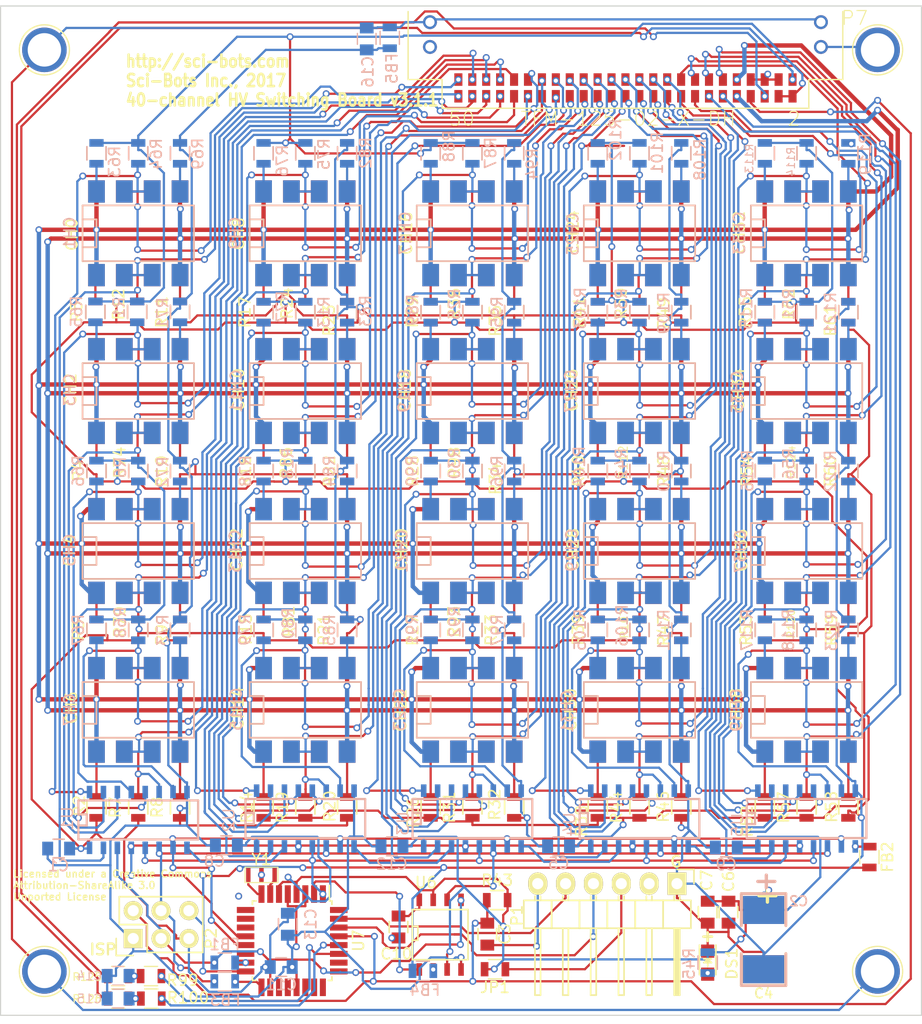
<source format=kicad_pcb>
(kicad_pcb (version 20171130) (host pcbnew "(5.1.12)-1")
  (title_block (title "40-channel HV switching board") (date 2017-06-01) (rev 3.1.1) (company "Sci-Bots Inc."))
  (layers (0 Front signal) (1 3.3V power) (2 GND power) (31 Back signal) (34 B.Paste user hide) (35 F.Paste user hide) (36 B.SilkS user hide) (37 F.SilkS user hide) (38 B.Mask user hide) (39 F.Mask user hide) (44 Edge.Cuts user))
  (net 0 "")
  (net 1 A4/SDA)
  (net 2 A5/SCL)
  (net 3 D11/MOSI)
  (net 4 D12/MISO)
  (net 5 D13/SCK)
  (net 6 D8/OE)
  (net 7 D9/SRCLR)
  (net 8 GND)
  (net 9 HV)
  (net 10 HVGND)
  (net 11 HVOUT0)
  (net 12 HVOUT1)
  (net 13 HVOUT10)
  (net 14 HVOUT11)
  (net 15 HVOUT12)
  (net 16 HVOUT13)
  (net 17 HVOUT14)
  (net 18 HVOUT15)
  (net 19 HVOUT16)
  (net 20 HVOUT17)
  (net 21 HVOUT18)
  (net 22 HVOUT19)
  (net 23 HVOUT2)
  (net 24 HVOUT20)
  (net 25 HVOUT21)
  (net 26 HVOUT22)
  (net 27 HVOUT23)
  (net 28 HVOUT24)
  (net 29 HVOUT25)
  (net 30 HVOUT26)
  (net 31 HVOUT27)
  (net 32 HVOUT28)
  (net 33 HVOUT29)
  (net 34 HVOUT3)
  (net 35 HVOUT30)
  (net 36 HVOUT31)
  (net 37 HVOUT32)
  (net 38 HVOUT33)
  (net 39 HVOUT34)
  (net 40 HVOUT35)
  (net 41 HVOUT36)
  (net 42 HVOUT37)
  (net 43 HVOUT38)
  (net 44 HVOUT39)
  (net 45 HVOUT4)
  (net 46 HVOUT5)
  (net 47 HVOUT6)
  (net 48 HVOUT7)
  (net 49 HVOUT8)
  (net 50 HVOUT9)
  (net 51 OUT0)
  (net 52 OUT1)
  (net 53 OUT10)
  (net 54 OUT11)
  (net 55 OUT12)
  (net 56 OUT13)
  (net 57 OUT14)
  (net 58 OUT15)
  (net 59 OUT16)
  (net 60 OUT17)
  (net 61 OUT18)
  (net 62 OUT19)
  (net 63 OUT2)
  (net 64 OUT20)
  (net 65 OUT21)
  (net 66 OUT22)
  (net 67 OUT23)
  (net 68 OUT24)
  (net 69 OUT25)
  (net 70 OUT26)
  (net 71 OUT27)
  (net 72 OUT28)
  (net 73 OUT29)
  (net 74 OUT3)
  (net 75 OUT30)
  (net 76 OUT31)
  (net 77 OUT32)
  (net 78 OUT33)
  (net 79 OUT34)
  (net 80 OUT35)
  (net 81 OUT36)
  (net 82 OUT37)
  (net 83 OUT38)
  (net 84 OUT39)
  (net 85 OUT4)
  (net 86 OUT5)
  (net 87 OUT6)
  (net 88 OUT7)
  (net 89 OUT8)
  (net 90 OUT9)
  (net 91 RST)
  (net 92 RX)
  (net 93 TX)
  (net 94 "Net-(C3-Pad1)")
  (net 95 "Net-(CH0-Pad1)")
  (net 96 "Net-(CH0-Pad4)")
  (net 97 "Net-(CH1-Pad1)")
  (net 98 "Net-(CH1-Pad4)")
  (net 99 "Net-(CH2-Pad1)")
  (net 100 "Net-(CH2-Pad4)")
  (net 101 "Net-(CH3-Pad1)")
  (net 102 "Net-(CH3-Pad4)")
  (net 103 "Net-(CH4-Pad1)")
  (net 104 "Net-(CH4-Pad4)")
  (net 105 "Net-(CH5-Pad1)")
  (net 106 "Net-(CH5-Pad4)")
  (net 107 "Net-(CH6-Pad1)")
  (net 108 "Net-(CH6-Pad4)")
  (net 109 "Net-(CH7-Pad1)")
  (net 110 "Net-(CH7-Pad4)")
  (net 111 "Net-(CH8-Pad1)")
  (net 112 "Net-(CH8-Pad4)")
  (net 113 "Net-(CH9-Pad1)")
  (net 114 "Net-(CH9-Pad4)")
  (net 115 "Net-(CH10-Pad1)")
  (net 116 "Net-(CH10-Pad4)")
  (net 117 "Net-(CH11-Pad1)")
  (net 118 "Net-(CH11-Pad4)")
  (net 119 "Net-(CH12-Pad1)")
  (net 120 "Net-(CH12-Pad4)")
  (net 121 "Net-(CH13-Pad1)")
  (net 122 "Net-(CH13-Pad4)")
  (net 123 "Net-(CH14-Pad1)")
  (net 124 "Net-(CH14-Pad4)")
  (net 125 "Net-(CH15-Pad1)")
  (net 126 "Net-(CH15-Pad4)")
  (net 127 "Net-(CH16-Pad1)")
  (net 128 "Net-(CH16-Pad4)")
  (net 129 "Net-(CH17-Pad1)")
  (net 130 "Net-(CH17-Pad4)")
  (net 131 "Net-(CH18-Pad1)")
  (net 132 "Net-(CH18-Pad4)")
  (net 133 "Net-(CH19-Pad1)")
  (net 134 "Net-(CH19-Pad4)")
  (net 135 "Net-(CH20-Pad1)")
  (net 136 "Net-(CH20-Pad4)")
  (net 137 "Net-(CH21-Pad1)")
  (net 138 "Net-(CH21-Pad4)")
  (net 139 "Net-(CH22-Pad1)")
  (net 140 "Net-(CH22-Pad4)")
  (net 141 "Net-(CH23-Pad1)")
  (net 142 "Net-(CH23-Pad4)")
  (net 143 "Net-(CH24-Pad1)")
  (net 144 "Net-(CH24-Pad4)")
  (net 145 "Net-(CH25-Pad1)")
  (net 146 "Net-(CH25-Pad4)")
  (net 147 "Net-(CH26-Pad1)")
  (net 148 "Net-(CH26-Pad4)")
  (net 149 "Net-(CH27-Pad1)")
  (net 150 "Net-(CH27-Pad4)")
  (net 151 "Net-(CH28-Pad1)")
  (net 152 "Net-(CH28-Pad4)")
  (net 153 "Net-(CH29-Pad1)")
  (net 154 "Net-(CH29-Pad4)")
  (net 155 "Net-(CH30-Pad1)")
  (net 156 "Net-(CH30-Pad4)")
  (net 157 "Net-(CH31-Pad1)")
  (net 158 "Net-(CH31-Pad4)")
  (net 159 "Net-(CH32-Pad1)")
  (net 160 "Net-(CH32-Pad4)")
  (net 161 "Net-(CH33-Pad1)")
  (net 162 "Net-(CH33-Pad4)")
  (net 163 "Net-(CH34-Pad1)")
  (net 164 "Net-(CH34-Pad4)")
  (net 165 "Net-(CH35-Pad1)")
  (net 166 "Net-(CH35-Pad4)")
  (net 167 "Net-(CH36-Pad1)")
  (net 168 "Net-(CH36-Pad4)")
  (net 169 "Net-(CH37-Pad1)")
  (net 170 "Net-(CH37-Pad4)")
  (net 171 "Net-(CH38-Pad1)")
  (net 172 "Net-(CH38-Pad4)")
  (net 173 "Net-(CH39-Pad1)")
  (net 174 "Net-(CH39-Pad4)")
  (net 175 "Net-(U1-Pad9)")
  (net 176 "Net-(U2-Pad9)")
  (net 177 "Net-(U3-Pad9)")
  (net 178 "Net-(U4-Pad9)")
  (net 179 +3.3V)
  (net 180 +3.3V_USB)
  (net 181 "Net-(P1-Pad2)")
  (net 182 D3/595SS)
  (net 183 D4/W25SS)
  (net 184 "Net-(DS1-Pad2)")
  (net 185 "Net-(C14-Pad2)")
  (net 186 "Net-(C15-Pad2)")
  (net 187 "Net-(FB1-Pad1)")
  (net 188 "Net-(FB2-Pad1)")
  (net 189 "Net-(FB3-Pad1)")
  (net 190 "Net-(FB4-Pad1)")
  (net 191 CHASIS_GND)
  (net 192 "Net-(R99-Pad2)")
  (net 193 "Net-(R100-Pad2)")
  (net 194 "Net-(U7-Pad7)")
  (net 195 "Net-(U7-Pad8)")
  (net 196 "Net-(U7-Pad9)")
  (net 197 "Net-(U7-Pad10)")
  (net 198 "Net-(U7-Pad19)")
  (net 199 "Net-(U7-Pad20)")
  (net 200 "Net-(U7-Pad22)")
  (net 201 "Net-(U7-Pad23)")
  (net 202 "Net-(U7-Pad24)")
  (net 203 "Net-(U7-Pad25)")
  (net 204 "Net-(U7-Pad26)")
  (net 205 "Net-(U7-Pad32)")
  (net 206 "Net-(U7-Pad11)")
  (net 207 "Net-(U7-Pad14)")
  (module SMD_Packages:DIP-8_SMD (layer Back) (at 82.2812 58.0988)
    (fp_text reference CH27 (at -6.28125 0.00125 90) (layer B.SilkS) (effects (justify mirror)))
    (fp_text value AQW214)
    (pad 1 smd rect (at -3.81 -3.81) (size 1.524 2.032) (layers Back B.Paste B.Mask) (net 149 "Net-(CH27-Pad1)"))
    (pad 2 smd rect (at -1.27 -3.81) (size 1.524 2.032) (layers Back B.Paste B.Mask) (net 71 OUT27))
    (pad 3 smd rect (at 1.27 -3.81) (size 1.524 2.032) (layers Back B.Paste B.Mask) (net 71 OUT27))
    (pad 4 smd rect (at 3.81 -3.81) (size 1.524 2.032) (layers Back B.Paste B.Mask) (net 150 "Net-(CH27-Pad4)"))
    (pad 5 smd rect (at 3.81 3.81) (size 1.524 2.032) (layers Back B.Paste B.Mask) (net 9 HV))
    (pad 6 smd rect (at 1.27 3.81) (size 1.524 2.032) (layers Back B.Paste B.Mask) (net 31 HVOUT27))
    (pad 7 smd rect (at -1.27 3.81) (size 1.524 2.032) (layers Back B.Paste B.Mask) (net 31 HVOUT27))
    (pad 8 smd rect (at -3.81 3.81) (size 1.524 2.032) (layers Back B.Paste B.Mask) (net 10 HVGND))
  )
  (module Resistors_SMD:R_0805 (layer Back) (at 67.0412 50.9088 270)
    (fp_text reference R25 (at -0.71875 1.63125 270) (layer B.SilkS) (effects (justify mirror)))
    (fp_text value 4.75k)
    (pad 1 smd rect (at -0.95 0 270) (size 0.7 1.3) (layers Back B.Paste B.Mask) (net 179 +3.3V))
    (pad 2 smd rect (at 0.95 0 270) (size 0.7 1.3) (layers Back B.Paste B.Mask) (net 62 OUT19))
  )
  (module Sci-Bots:SM2917 (layer Back) (at 93.6 108.1 270)
    (fp_text reference C2 (at -3.5 -3.2) (layer B.SilkS) (effects (font (size 0.889 0.889) (thickness 0.1524)) (justify mirror)))
    (fp_text value 33uF hide)
    (pad 1 smd rect (at -2.70002 0 270) (size 2.55016 3.74904) (layers Back B.Paste B.Mask) (net 179 +3.3V))
    (pad 2 smd rect (at 2.70002 0 270) (size 2.55016 3.74904) (layers Back B.Paste B.Mask) (net 8 GND))
  )
  (module Sci-Bots:SM2917 (layer Front) (at 93.6 108.1 270)
    (fp_text reference C4 (at 4.9 0) (layer F.SilkS) (effects (font (size 0.889 0.889) (thickness 0.1524))))
    (fp_text value 33uF hide)
    (pad 1 smd rect (at -2.70002 0 270) (size 2.55016 3.74904) (layers Front F.Paste F.Mask) (net 179 +3.3V))
    (pad 2 smd rect (at 2.70002 0 270) (size 2.55016 3.74904) (layers Front F.Paste F.Mask) (net 8 GND))
  )
  (module SMD_Packages:DIP-8_SMD (layer Front) (at 36.5612 43.7188)
    (fp_text reference CH0 (at -6.05125 0.11125 90) (layer F.SilkS))
    (fp_text value AQW214)
    (pad 1 smd rect (at -3.81 3.81) (size 1.524 2.032) (layers Front F.Paste F.Mask) (net 95 "Net-(CH0-Pad1)"))
    (pad 2 smd rect (at -1.27 3.81) (size 1.524 2.032) (layers Front F.Paste F.Mask) (net 51 OUT0))
    (pad 3 smd rect (at 1.27 3.81) (size 1.524 2.032) (layers Front F.Paste F.Mask) (net 51 OUT0))
    (pad 4 smd rect (at 3.81 3.81) (size 1.524 2.032) (layers Front F.Paste F.Mask) (net 96 "Net-(CH0-Pad4)"))
    (pad 5 smd rect (at 3.81 -3.81) (size 1.524 2.032) (layers Front F.Paste F.Mask) (net 9 HV))
    (pad 6 smd rect (at 1.27 -3.81) (size 1.524 2.032) (layers Front F.Paste F.Mask) (net 11 HVOUT0))
    (pad 7 smd rect (at -1.27 -3.81) (size 1.524 2.032) (layers Front F.Paste F.Mask) (net 11 HVOUT0))
    (pad 8 smd rect (at -3.81 -3.81) (size 1.524 2.032) (layers Front F.Paste F.Mask) (net 10 HVGND))
  )
  (module SMD_Packages:DIP-8_SMD (layer Back) (at 36.5612 43.7188)
    (fp_text reference CH1 (at -6.26125 -0.01875 90) (layer B.SilkS) (effects (justify mirror)))
    (fp_text value AQW214)
    (pad 1 smd rect (at -3.81 -3.81) (size 1.524 2.032) (layers Back B.Paste B.Mask) (net 97 "Net-(CH1-Pad1)"))
    (pad 2 smd rect (at -1.27 -3.81) (size 1.524 2.032) (layers Back B.Paste B.Mask) (net 52 OUT1))
    (pad 3 smd rect (at 1.27 -3.81) (size 1.524 2.032) (layers Back B.Paste B.Mask) (net 52 OUT1))
    (pad 4 smd rect (at 3.81 -3.81) (size 1.524 2.032) (layers Back B.Paste B.Mask) (net 98 "Net-(CH1-Pad4)"))
    (pad 5 smd rect (at 3.81 3.81) (size 1.524 2.032) (layers Back B.Paste B.Mask) (net 9 HV))
    (pad 6 smd rect (at 1.27 3.81) (size 1.524 2.032) (layers Back B.Paste B.Mask) (net 12 HVOUT1))
    (pad 7 smd rect (at -1.27 3.81) (size 1.524 2.032) (layers Back B.Paste B.Mask) (net 12 HVOUT1))
    (pad 8 smd rect (at -3.81 3.81) (size 1.524 2.032) (layers Back B.Paste B.Mask) (net 10 HVGND))
  )
  (module SMD_Packages:DIP-8_SMD (layer Front) (at 36.5612 58.0988)
    (fp_text reference CH2 (at -6.16125 -0.12875 90) (layer F.SilkS))
    (fp_text value AQW214)
    (pad 1 smd rect (at -3.81 3.81) (size 1.524 2.032) (layers Front F.Paste F.Mask) (net 99 "Net-(CH2-Pad1)"))
    (pad 2 smd rect (at -1.27 3.81) (size 1.524 2.032) (layers Front F.Paste F.Mask) (net 63 OUT2))
    (pad 3 smd rect (at 1.27 3.81) (size 1.524 2.032) (layers Front F.Paste F.Mask) (net 63 OUT2))
    (pad 4 smd rect (at 3.81 3.81) (size 1.524 2.032) (layers Front F.Paste F.Mask) (net 100 "Net-(CH2-Pad4)"))
    (pad 5 smd rect (at 3.81 -3.81) (size 1.524 2.032) (layers Front F.Paste F.Mask) (net 9 HV))
    (pad 6 smd rect (at 1.27 -3.81) (size 1.524 2.032) (layers Front F.Paste F.Mask) (net 23 HVOUT2))
    (pad 7 smd rect (at -1.27 -3.81) (size 1.524 2.032) (layers Front F.Paste F.Mask) (net 23 HVOUT2))
    (pad 8 smd rect (at -3.81 -3.81) (size 1.524 2.032) (layers Front F.Paste F.Mask) (net 10 HVGND))
  )
  (module SMD_Packages:DIP-8_SMD (layer Back) (at 36.5612 58.0988)
    (fp_text reference CH3 (at -6.26125 -0.09875 90) (layer B.SilkS) (effects (justify mirror)))
    (fp_text value AQW214)
    (pad 1 smd rect (at -3.81 -3.81) (size 1.524 2.032) (layers Back B.Paste B.Mask) (net 101 "Net-(CH3-Pad1)"))
    (pad 2 smd rect (at -1.27 -3.81) (size 1.524 2.032) (layers Back B.Paste B.Mask) (net 74 OUT3))
    (pad 3 smd rect (at 1.27 -3.81) (size 1.524 2.032) (layers Back B.Paste B.Mask) (net 74 OUT3))
    (pad 4 smd rect (at 3.81 -3.81) (size 1.524 2.032) (layers Back B.Paste B.Mask) (net 102 "Net-(CH3-Pad4)"))
    (pad 5 smd rect (at 3.81 3.81) (size 1.524 2.032) (layers Back B.Paste B.Mask) (net 9 HV))
    (pad 6 smd rect (at 1.27 3.81) (size 1.524 2.032) (layers Back B.Paste B.Mask) (net 34 HVOUT3))
    (pad 7 smd rect (at -1.27 3.81) (size 1.524 2.032) (layers Back B.Paste B.Mask) (net 34 HVOUT3))
    (pad 8 smd rect (at -3.81 3.81) (size 1.524 2.032) (layers Back B.Paste B.Mask) (net 10 HVGND))
  )
  (module SMD_Packages:DIP-8_SMD (layer Front) (at 36.5612 72.6788)
    (fp_text reference CH4 (at -6.27125 -0.06875 90) (layer F.SilkS))
    (fp_text value AQW214)
    (pad 1 smd rect (at -3.81 3.81) (size 1.524 2.032) (layers Front F.Paste F.Mask) (net 103 "Net-(CH4-Pad1)"))
    (pad 2 smd rect (at -1.27 3.81) (size 1.524 2.032) (layers Front F.Paste F.Mask) (net 85 OUT4))
    (pad 3 smd rect (at 1.27 3.81) (size 1.524 2.032) (layers Front F.Paste F.Mask) (net 85 OUT4))
    (pad 4 smd rect (at 3.81 3.81) (size 1.524 2.032) (layers Front F.Paste F.Mask) (net 104 "Net-(CH4-Pad4)"))
    (pad 5 smd rect (at 3.81 -3.81) (size 1.524 2.032) (layers Front F.Paste F.Mask) (net 9 HV))
    (pad 6 smd rect (at 1.27 -3.81) (size 1.524 2.032) (layers Front F.Paste F.Mask) (net 45 HVOUT4))
    (pad 7 smd rect (at -1.27 -3.81) (size 1.524 2.032) (layers Front F.Paste F.Mask) (net 45 HVOUT4))
    (pad 8 smd rect (at -3.81 -3.81) (size 1.524 2.032) (layers Front F.Paste F.Mask) (net 10 HVGND))
  )
  (module SMD_Packages:DIP-8_SMD (layer Back) (at 36.5612 72.6788)
    (fp_text reference CH5 (at -6.26125 -0.07875 90) (layer B.SilkS) (effects (justify mirror)))
    (fp_text value AQW214)
    (pad 1 smd rect (at -3.81 -3.81) (size 1.524 2.032) (layers Back B.Paste B.Mask) (net 105 "Net-(CH5-Pad1)"))
    (pad 2 smd rect (at -1.27 -3.81) (size 1.524 2.032) (layers Back B.Paste B.Mask) (net 86 OUT5))
    (pad 3 smd rect (at 1.27 -3.81) (size 1.524 2.032) (layers Back B.Paste B.Mask) (net 86 OUT5))
    (pad 4 smd rect (at 3.81 -3.81) (size 1.524 2.032) (layers Back B.Paste B.Mask) (net 106 "Net-(CH5-Pad4)"))
    (pad 5 smd rect (at 3.81 3.81) (size 1.524 2.032) (layers Back B.Paste B.Mask) (net 9 HV))
    (pad 6 smd rect (at 1.27 3.81) (size 1.524 2.032) (layers Back B.Paste B.Mask) (net 46 HVOUT5))
    (pad 7 smd rect (at -1.27 3.81) (size 1.524 2.032) (layers Back B.Paste B.Mask) (net 46 HVOUT5))
    (pad 8 smd rect (at -3.81 3.81) (size 1.524 2.032) (layers Back B.Paste B.Mask) (net 10 HVGND))
  )
  (module SMD_Packages:DIP-8_SMD (layer Front) (at 36.5612 87.1588)
    (fp_text reference CH6 (at -6.10125 -0.18875 90) (layer F.SilkS))
    (fp_text value AQW214)
    (pad 1 smd rect (at -3.81 3.81) (size 1.524 2.032) (layers Front F.Paste F.Mask) (net 107 "Net-(CH6-Pad1)"))
    (pad 2 smd rect (at -1.27 3.81) (size 1.524 2.032) (layers Front F.Paste F.Mask) (net 87 OUT6))
    (pad 3 smd rect (at 1.27 3.81) (size 1.524 2.032) (layers Front F.Paste F.Mask) (net 87 OUT6))
    (pad 4 smd rect (at 3.81 3.81) (size 1.524 2.032) (layers Front F.Paste F.Mask) (net 108 "Net-(CH6-Pad4)"))
    (pad 5 smd rect (at 3.81 -3.81) (size 1.524 2.032) (layers Front F.Paste F.Mask) (net 9 HV))
    (pad 6 smd rect (at 1.27 -3.81) (size 1.524 2.032) (layers Front F.Paste F.Mask) (net 47 HVOUT6))
    (pad 7 smd rect (at -1.27 -3.81) (size 1.524 2.032) (layers Front F.Paste F.Mask) (net 47 HVOUT6))
    (pad 8 smd rect (at -3.81 -3.81) (size 1.524 2.032) (layers Front F.Paste F.Mask) (net 10 HVGND))
  )
  (module SMD_Packages:DIP-8_SMD (layer Back) (at 36.5612 87.1588)
    (fp_text reference CH7 (at -6.27125 -0.01875 90) (layer B.SilkS) (effects (justify mirror)))
    (fp_text value AQW214)
    (pad 1 smd rect (at -3.81 -3.81) (size 1.524 2.032) (layers Back B.Paste B.Mask) (net 109 "Net-(CH7-Pad1)"))
    (pad 2 smd rect (at -1.27 -3.81) (size 1.524 2.032) (layers Back B.Paste B.Mask) (net 88 OUT7))
    (pad 3 smd rect (at 1.27 -3.81) (size 1.524 2.032) (layers Back B.Paste B.Mask) (net 88 OUT7))
    (pad 4 smd rect (at 3.81 -3.81) (size 1.524 2.032) (layers Back B.Paste B.Mask) (net 110 "Net-(CH7-Pad4)"))
    (pad 5 smd rect (at 3.81 3.81) (size 1.524 2.032) (layers Back B.Paste B.Mask) (net 9 HV))
    (pad 6 smd rect (at 1.27 3.81) (size 1.524 2.032) (layers Back B.Paste B.Mask) (net 48 HVOUT7))
    (pad 7 smd rect (at -1.27 3.81) (size 1.524 2.032) (layers Back B.Paste B.Mask) (net 48 HVOUT7))
    (pad 8 smd rect (at -3.81 3.81) (size 1.524 2.032) (layers Back B.Paste B.Mask) (net 10 HVGND))
  )
  (module SMD_Packages:DIP-8_SMD (layer Front) (at 51.8012 43.7188)
    (fp_text reference CH8 (at -6.09125 0.05125 90) (layer F.SilkS))
    (fp_text value AQW214)
    (pad 1 smd rect (at -3.81 3.81) (size 1.524 2.032) (layers Front F.Paste F.Mask) (net 111 "Net-(CH8-Pad1)"))
    (pad 2 smd rect (at -1.27 3.81) (size 1.524 2.032) (layers Front F.Paste F.Mask) (net 89 OUT8))
    (pad 3 smd rect (at 1.27 3.81) (size 1.524 2.032) (layers Front F.Paste F.Mask) (net 89 OUT8))
    (pad 4 smd rect (at 3.81 3.81) (size 1.524 2.032) (layers Front F.Paste F.Mask) (net 112 "Net-(CH8-Pad4)"))
    (pad 5 smd rect (at 3.81 -3.81) (size 1.524 2.032) (layers Front F.Paste F.Mask) (net 9 HV))
    (pad 6 smd rect (at 1.27 -3.81) (size 1.524 2.032) (layers Front F.Paste F.Mask) (net 49 HVOUT8))
    (pad 7 smd rect (at -1.27 -3.81) (size 1.524 2.032) (layers Front F.Paste F.Mask) (net 49 HVOUT8))
    (pad 8 smd rect (at -3.81 -3.81) (size 1.524 2.032) (layers Front F.Paste F.Mask) (net 10 HVGND))
  )
  (module SMD_Packages:DIP-8_SMD (layer Back) (at 51.8012 43.7188)
    (fp_text reference CH9 (at -6.40125 -0.01875 90) (layer B.SilkS) (effects (justify mirror)))
    (fp_text value AQW214)
    (pad 1 smd rect (at -3.81 -3.81) (size 1.524 2.032) (layers Back B.Paste B.Mask) (net 113 "Net-(CH9-Pad1)"))
    (pad 2 smd rect (at -1.27 -3.81) (size 1.524 2.032) (layers Back B.Paste B.Mask) (net 90 OUT9))
    (pad 3 smd rect (at 1.27 -3.81) (size 1.524 2.032) (layers Back B.Paste B.Mask) (net 90 OUT9))
    (pad 4 smd rect (at 3.81 -3.81) (size 1.524 2.032) (layers Back B.Paste B.Mask) (net 114 "Net-(CH9-Pad4)"))
    (pad 5 smd rect (at 3.81 3.81) (size 1.524 2.032) (layers Back B.Paste B.Mask) (net 9 HV))
    (pad 6 smd rect (at 1.27 3.81) (size 1.524 2.032) (layers Back B.Paste B.Mask) (net 50 HVOUT9))
    (pad 7 smd rect (at -1.27 3.81) (size 1.524 2.032) (layers Back B.Paste B.Mask) (net 50 HVOUT9))
    (pad 8 smd rect (at -3.81 3.81) (size 1.524 2.032) (layers Back B.Paste B.Mask) (net 10 HVGND))
  )
  (module SMD_Packages:DIP-8_SMD (layer Front) (at 51.8012 58.0988)
    (fp_text reference CH10 (at -6.09125 -0.12875 90) (layer F.SilkS))
    (fp_text value AQW214)
    (pad 1 smd rect (at -3.81 3.81) (size 1.524 2.032) (layers Front F.Paste F.Mask) (net 115 "Net-(CH10-Pad1)"))
    (pad 2 smd rect (at -1.27 3.81) (size 1.524 2.032) (layers Front F.Paste F.Mask) (net 53 OUT10))
    (pad 3 smd rect (at 1.27 3.81) (size 1.524 2.032) (layers Front F.Paste F.Mask) (net 53 OUT10))
    (pad 4 smd rect (at 3.81 3.81) (size 1.524 2.032) (layers Front F.Paste F.Mask) (net 116 "Net-(CH10-Pad4)"))
    (pad 5 smd rect (at 3.81 -3.81) (size 1.524 2.032) (layers Front F.Paste F.Mask) (net 9 HV))
    (pad 6 smd rect (at 1.27 -3.81) (size 1.524 2.032) (layers Front F.Paste F.Mask) (net 13 HVOUT10))
    (pad 7 smd rect (at -1.27 -3.81) (size 1.524 2.032) (layers Front F.Paste F.Mask) (net 13 HVOUT10))
    (pad 8 smd rect (at -3.81 -3.81) (size 1.524 2.032) (layers Front F.Paste F.Mask) (net 10 HVGND))
  )
  (module SMD_Packages:DIP-8_SMD (layer Back) (at 51.8012 58.0988)
    (fp_text reference CH11 (at -6.30125 0.00125 90) (layer B.SilkS) (effects (justify mirror)))
    (fp_text value AQW214)
    (pad 1 smd rect (at -3.81 -3.81) (size 1.524 2.032) (layers Back B.Paste B.Mask) (net 117 "Net-(CH11-Pad1)"))
    (pad 2 smd rect (at -1.27 -3.81) (size 1.524 2.032) (layers Back B.Paste B.Mask) (net 54 OUT11))
    (pad 3 smd rect (at 1.27 -3.81) (size 1.524 2.032) (layers Back B.Paste B.Mask) (net 54 OUT11))
    (pad 4 smd rect (at 3.81 -3.81) (size 1.524 2.032) (layers Back B.Paste B.Mask) (net 118 "Net-(CH11-Pad4)"))
    (pad 5 smd rect (at 3.81 3.81) (size 1.524 2.032) (layers Back B.Paste B.Mask) (net 9 HV))
    (pad 6 smd rect (at 1.27 3.81) (size 1.524 2.032) (layers Back B.Paste B.Mask) (net 14 HVOUT11))
    (pad 7 smd rect (at -1.27 3.81) (size 1.524 2.032) (layers Back B.Paste B.Mask) (net 14 HVOUT11))
    (pad 8 smd rect (at -3.81 3.81) (size 1.524 2.032) (layers Back B.Paste B.Mask) (net 10 HVGND))
  )
  (module SMD_Packages:DIP-8_SMD (layer Front) (at 51.8012 72.6788)
    (fp_text reference CH12 (at -6.26125 -0.12875 90) (layer F.SilkS))
    (fp_text value AQW214)
    (pad 1 smd rect (at -3.81 3.81) (size 1.524 2.032) (layers Front F.Paste F.Mask) (net 119 "Net-(CH12-Pad1)"))
    (pad 2 smd rect (at -1.27 3.81) (size 1.524 2.032) (layers Front F.Paste F.Mask) (net 55 OUT12))
    (pad 3 smd rect (at 1.27 3.81) (size 1.524 2.032) (layers Front F.Paste F.Mask) (net 55 OUT12))
    (pad 4 smd rect (at 3.81 3.81) (size 1.524 2.032) (layers Front F.Paste F.Mask) (net 120 "Net-(CH12-Pad4)"))
    (pad 5 smd rect (at 3.81 -3.81) (size 1.524 2.032) (layers Front F.Paste F.Mask) (net 9 HV))
    (pad 6 smd rect (at 1.27 -3.81) (size 1.524 2.032) (layers Front F.Paste F.Mask) (net 15 HVOUT12))
    (pad 7 smd rect (at -1.27 -3.81) (size 1.524 2.032) (layers Front F.Paste F.Mask) (net 15 HVOUT12))
    (pad 8 smd rect (at -3.81 -3.81) (size 1.524 2.032) (layers Front F.Paste F.Mask) (net 10 HVGND))
  )
  (module SMD_Packages:DIP-8_SMD (layer Back) (at 51.8012 72.6788)
    (fp_text reference CH13 (at -6.40125 0.02125 90) (layer B.SilkS) (effects (justify mirror)))
    (fp_text value AQW214)
    (pad 1 smd rect (at -3.81 -3.81) (size 1.524 2.032) (layers Back B.Paste B.Mask) (net 121 "Net-(CH13-Pad1)"))
    (pad 2 smd rect (at -1.27 -3.81) (size 1.524 2.032) (layers Back B.Paste B.Mask) (net 56 OUT13))
    (pad 3 smd rect (at 1.27 -3.81) (size 1.524 2.032) (layers Back B.Paste B.Mask) (net 56 OUT13))
    (pad 4 smd rect (at 3.81 -3.81) (size 1.524 2.032) (layers Back B.Paste B.Mask) (net 122 "Net-(CH13-Pad4)"))
    (pad 5 smd rect (at 3.81 3.81) (size 1.524 2.032) (layers Back B.Paste B.Mask) (net 9 HV))
    (pad 6 smd rect (at 1.27 3.81) (size 1.524 2.032) (layers Back B.Paste B.Mask) (net 16 HVOUT13))
    (pad 7 smd rect (at -1.27 3.81) (size 1.524 2.032) (layers Back B.Paste B.Mask) (net 16 HVOUT13))
    (pad 8 smd rect (at -3.81 3.81) (size 1.524 2.032) (layers Back B.Paste B.Mask) (net 10 HVGND))
  )
  (module SMD_Packages:DIP-8_SMD (layer Front) (at 51.8012 87.1588)
    (fp_text reference CH14 (at -6.14125 -0.13875 90) (layer F.SilkS))
    (fp_text value AQW214)
    (pad 1 smd rect (at -3.81 3.81) (size 1.524 2.032) (layers Front F.Paste F.Mask) (net 123 "Net-(CH14-Pad1)"))
    (pad 2 smd rect (at -1.27 3.81) (size 1.524 2.032) (layers Front F.Paste F.Mask) (net 57 OUT14))
    (pad 3 smd rect (at 1.27 3.81) (size 1.524 2.032) (layers Front F.Paste F.Mask) (net 57 OUT14))
    (pad 4 smd rect (at 3.81 3.81) (size 1.524 2.032) (layers Front F.Paste F.Mask) (net 124 "Net-(CH14-Pad4)"))
    (pad 5 smd rect (at 3.81 -3.81) (size 1.524 2.032) (layers Front F.Paste F.Mask) (net 9 HV))
    (pad 6 smd rect (at 1.27 -3.81) (size 1.524 2.032) (layers Front F.Paste F.Mask) (net 17 HVOUT14))
    (pad 7 smd rect (at -1.27 -3.81) (size 1.524 2.032) (layers Front F.Paste F.Mask) (net 17 HVOUT14))
    (pad 8 smd rect (at -3.81 -3.81) (size 1.524 2.032) (layers Front F.Paste F.Mask) (net 10 HVGND))
  )
  (module SMD_Packages:DIP-8_SMD (layer Back) (at 51.8012 87.1588)
    (fp_text reference CH15 (at -6.30125 -0.05875 90) (layer B.SilkS) (effects (justify mirror)))
    (fp_text value AQW214)
    (pad 1 smd rect (at -3.81 -3.81) (size 1.524 2.032) (layers Back B.Paste B.Mask) (net 125 "Net-(CH15-Pad1)"))
    (pad 2 smd rect (at -1.27 -3.81) (size 1.524 2.032) (layers Back B.Paste B.Mask) (net 58 OUT15))
    (pad 3 smd rect (at 1.27 -3.81) (size 1.524 2.032) (layers Back B.Paste B.Mask) (net 58 OUT15))
    (pad 4 smd rect (at 3.81 -3.81) (size 1.524 2.032) (layers Back B.Paste B.Mask) (net 126 "Net-(CH15-Pad4)"))
    (pad 5 smd rect (at 3.81 3.81) (size 1.524 2.032) (layers Back B.Paste B.Mask) (net 9 HV))
    (pad 6 smd rect (at 1.27 3.81) (size 1.524 2.032) (layers Back B.Paste B.Mask) (net 18 HVOUT15))
    (pad 7 smd rect (at -1.27 3.81) (size 1.524 2.032) (layers Back B.Paste B.Mask) (net 18 HVOUT15))
    (pad 8 smd rect (at -3.81 3.81) (size 1.524 2.032) (layers Back B.Paste B.Mask) (net 10 HVGND))
  )
  (module SMD_Packages:DIP-8_SMD (layer Front) (at 67.0412 43.7188)
    (fp_text reference CH16 (at -6.01125 0.00125 90) (layer F.SilkS))
    (fp_text value AQW214)
    (pad 1 smd rect (at -3.81 3.81) (size 1.524 2.032) (layers Front F.Paste F.Mask) (net 127 "Net-(CH16-Pad1)"))
    (pad 2 smd rect (at -1.27 3.81) (size 1.524 2.032) (layers Front F.Paste F.Mask) (net 59 OUT16))
    (pad 3 smd rect (at 1.27 3.81) (size 1.524 2.032) (layers Front F.Paste F.Mask) (net 59 OUT16))
    (pad 4 smd rect (at 3.81 3.81) (size 1.524 2.032) (layers Front F.Paste F.Mask) (net 128 "Net-(CH16-Pad4)"))
    (pad 5 smd rect (at 3.81 -3.81) (size 1.524 2.032) (layers Front F.Paste F.Mask) (net 9 HV))
    (pad 6 smd rect (at 1.27 -3.81) (size 1.524 2.032) (layers Front F.Paste F.Mask) (net 19 HVOUT16))
    (pad 7 smd rect (at -1.27 -3.81) (size 1.524 2.032) (layers Front F.Paste F.Mask) (net 19 HVOUT16))
    (pad 8 smd rect (at -3.81 -3.81) (size 1.524 2.032) (layers Front F.Paste F.Mask) (net 10 HVGND))
  )
  (module SMD_Packages:DIP-8_SMD (layer Back) (at 67.0412 43.7188)
    (fp_text reference CH17 (at -6.14125 -0.01875 90) (layer B.SilkS) (effects (justify mirror)))
    (fp_text value AQW214)
    (pad 1 smd rect (at -3.81 -3.81) (size 1.524 2.032) (layers Back B.Paste B.Mask) (net 129 "Net-(CH17-Pad1)"))
    (pad 2 smd rect (at -1.27 -3.81) (size 1.524 2.032) (layers Back B.Paste B.Mask) (net 60 OUT17))
    (pad 3 smd rect (at 1.27 -3.81) (size 1.524 2.032) (layers Back B.Paste B.Mask) (net 60 OUT17))
    (pad 4 smd rect (at 3.81 -3.81) (size 1.524 2.032) (layers Back B.Paste B.Mask) (net 130 "Net-(CH17-Pad4)"))
    (pad 5 smd rect (at 3.81 3.81) (size 1.524 2.032) (layers Back B.Paste B.Mask) (net 9 HV))
    (pad 6 smd rect (at 1.27 3.81) (size 1.524 2.032) (layers Back B.Paste B.Mask) (net 20 HVOUT17))
    (pad 7 smd rect (at -1.27 3.81) (size 1.524 2.032) (layers Back B.Paste B.Mask) (net 20 HVOUT17))
    (pad 8 smd rect (at -3.81 3.81) (size 1.524 2.032) (layers Back B.Paste B.Mask) (net 10 HVGND))
  )
  (module SMD_Packages:DIP-8_SMD (layer Front) (at 67.0412 58.0988)
    (fp_text reference CH18 (at -6.13125 -0.07875 90) (layer F.SilkS))
    (fp_text value AQW214)
    (pad 1 smd rect (at -3.81 3.81) (size 1.524 2.032) (layers Front F.Paste F.Mask) (net 131 "Net-(CH18-Pad1)"))
    (pad 2 smd rect (at -1.27 3.81) (size 1.524 2.032) (layers Front F.Paste F.Mask) (net 61 OUT18))
    (pad 3 smd rect (at 1.27 3.81) (size 1.524 2.032) (layers Front F.Paste F.Mask) (net 61 OUT18))
    (pad 4 smd rect (at 3.81 3.81) (size 1.524 2.032) (layers Front F.Paste F.Mask) (net 132 "Net-(CH18-Pad4)"))
    (pad 5 smd rect (at 3.81 -3.81) (size 1.524 2.032) (layers Front F.Paste F.Mask) (net 9 HV))
    (pad 6 smd rect (at 1.27 -3.81) (size 1.524 2.032) (layers Front F.Paste F.Mask) (net 21 HVOUT18))
    (pad 7 smd rect (at -1.27 -3.81) (size 1.524 2.032) (layers Front F.Paste F.Mask) (net 21 HVOUT18))
    (pad 8 smd rect (at -3.81 -3.81) (size 1.524 2.032) (layers Front F.Paste F.Mask) (net 10 HVGND))
  )
  (module SMD_Packages:DIP-8_SMD (layer Back) (at 67.0412 58.0988)
    (fp_text reference CH19 (at -6.24125 0.00125 90) (layer B.SilkS) (effects (justify mirror)))
    (fp_text value AQW214)
    (pad 1 smd rect (at -3.81 -3.81) (size 1.524 2.032) (layers Back B.Paste B.Mask) (net 133 "Net-(CH19-Pad1)"))
    (pad 2 smd rect (at -1.27 -3.81) (size 1.524 2.032) (layers Back B.Paste B.Mask) (net 62 OUT19))
    (pad 3 smd rect (at 1.27 -3.81) (size 1.524 2.032) (layers Back B.Paste B.Mask) (net 62 OUT19))
    (pad 4 smd rect (at 3.81 -3.81) (size 1.524 2.032) (layers Back B.Paste B.Mask) (net 134 "Net-(CH19-Pad4)"))
    (pad 5 smd rect (at 3.81 3.81) (size 1.524 2.032) (layers Back B.Paste B.Mask) (net 9 HV))
    (pad 6 smd rect (at 1.27 3.81) (size 1.524 2.032) (layers Back B.Paste B.Mask) (net 22 HVOUT19))
    (pad 7 smd rect (at -1.27 3.81) (size 1.524 2.032) (layers Back B.Paste B.Mask) (net 22 HVOUT19))
    (pad 8 smd rect (at -3.81 3.81) (size 1.524 2.032) (layers Back B.Paste B.Mask) (net 10 HVGND))
  )
  (module SMD_Packages:DIP-8_SMD (layer Front) (at 67.0412 72.6788)
    (fp_text reference CH20 (at -6.46125 -0.12875 90) (layer F.SilkS))
    (fp_text value AQW214)
    (pad 1 smd rect (at -3.81 3.81) (size 1.524 2.032) (layers Front F.Paste F.Mask) (net 135 "Net-(CH20-Pad1)"))
    (pad 2 smd rect (at -1.27 3.81) (size 1.524 2.032) (layers Front F.Paste F.Mask) (net 64 OUT20))
    (pad 3 smd rect (at 1.27 3.81) (size 1.524 2.032) (layers Front F.Paste F.Mask) (net 64 OUT20))
    (pad 4 smd rect (at 3.81 3.81) (size 1.524 2.032) (layers Front F.Paste F.Mask) (net 136 "Net-(CH20-Pad4)"))
    (pad 5 smd rect (at 3.81 -3.81) (size 1.524 2.032) (layers Front F.Paste F.Mask) (net 9 HV))
    (pad 6 smd rect (at 1.27 -3.81) (size 1.524 2.032) (layers Front F.Paste F.Mask) (net 24 HVOUT20))
    (pad 7 smd rect (at -1.27 -3.81) (size 1.524 2.032) (layers Front F.Paste F.Mask) (net 24 HVOUT20))
    (pad 8 smd rect (at -3.81 -3.81) (size 1.524 2.032) (layers Front F.Paste F.Mask) (net 10 HVGND))
  )
  (module SMD_Packages:DIP-8_SMD (layer Back) (at 67.0412 72.6788)
    (fp_text reference CH21 (at -6.44125 0.02125 90) (layer B.SilkS) (effects (justify mirror)))
    (fp_text value AQW214)
    (pad 1 smd rect (at -3.81 -3.81) (size 1.524 2.032) (layers Back B.Paste B.Mask) (net 137 "Net-(CH21-Pad1)"))
    (pad 2 smd rect (at -1.27 -3.81) (size 1.524 2.032) (layers Back B.Paste B.Mask) (net 65 OUT21))
    (pad 3 smd rect (at 1.27 -3.81) (size 1.524 2.032) (layers Back B.Paste B.Mask) (net 65 OUT21))
    (pad 4 smd rect (at 3.81 -3.81) (size 1.524 2.032) (layers Back B.Paste B.Mask) (net 138 "Net-(CH21-Pad4)"))
    (pad 5 smd rect (at 3.81 3.81) (size 1.524 2.032) (layers Back B.Paste B.Mask) (net 9 HV))
    (pad 6 smd rect (at 1.27 3.81) (size 1.524 2.032) (layers Back B.Paste B.Mask) (net 25 HVOUT21))
    (pad 7 smd rect (at -1.27 3.81) (size 1.524 2.032) (layers Back B.Paste B.Mask) (net 25 HVOUT21))
    (pad 8 smd rect (at -3.81 3.81) (size 1.524 2.032) (layers Back B.Paste B.Mask) (net 10 HVGND))
  )
  (module SMD_Packages:DIP-8_SMD (layer Front) (at 67.0412 87.1588)
    (fp_text reference CH22 (at -6.54125 0.04125 90) (layer F.SilkS))
    (fp_text value AQW214)
    (pad 1 smd rect (at -3.81 3.81) (size 1.524 2.032) (layers Front F.Paste F.Mask) (net 139 "Net-(CH22-Pad1)"))
    (pad 2 smd rect (at -1.27 3.81) (size 1.524 2.032) (layers Front F.Paste F.Mask) (net 66 OUT22))
    (pad 3 smd rect (at 1.27 3.81) (size 1.524 2.032) (layers Front F.Paste F.Mask) (net 66 OUT22))
    (pad 4 smd rect (at 3.81 3.81) (size 1.524 2.032) (layers Front F.Paste F.Mask) (net 140 "Net-(CH22-Pad4)"))
    (pad 5 smd rect (at 3.81 -3.81) (size 1.524 2.032) (layers Front F.Paste F.Mask) (net 9 HV))
    (pad 6 smd rect (at 1.27 -3.81) (size 1.524 2.032) (layers Front F.Paste F.Mask) (net 26 HVOUT22))
    (pad 7 smd rect (at -1.27 -3.81) (size 1.524 2.032) (layers Front F.Paste F.Mask) (net 26 HVOUT22))
    (pad 8 smd rect (at -3.81 -3.81) (size 1.524 2.032) (layers Front F.Paste F.Mask) (net 10 HVGND))
  )
  (module SMD_Packages:DIP-8_SMD (layer Back) (at 67.0412 87.1588)
    (fp_text reference CH23 (at -6.63125 -0.01875 90) (layer B.SilkS) (effects (justify mirror)))
    (fp_text value AQW214)
    (pad 1 smd rect (at -3.81 -3.81) (size 1.524 2.032) (layers Back B.Paste B.Mask) (net 141 "Net-(CH23-Pad1)"))
    (pad 2 smd rect (at -1.27 -3.81) (size 1.524 2.032) (layers Back B.Paste B.Mask) (net 67 OUT23))
    (pad 3 smd rect (at 1.27 -3.81) (size 1.524 2.032) (layers Back B.Paste B.Mask) (net 67 OUT23))
    (pad 4 smd rect (at 3.81 -3.81) (size 1.524 2.032) (layers Back B.Paste B.Mask) (net 142 "Net-(CH23-Pad4)"))
    (pad 5 smd rect (at 3.81 3.81) (size 1.524 2.032) (layers Back B.Paste B.Mask) (net 9 HV))
    (pad 6 smd rect (at 1.27 3.81) (size 1.524 2.032) (layers Back B.Paste B.Mask) (net 27 HVOUT23))
    (pad 7 smd rect (at -1.27 3.81) (size 1.524 2.032) (layers Back B.Paste B.Mask) (net 27 HVOUT23))
    (pad 8 smd rect (at -3.81 3.81) (size 1.524 2.032) (layers Back B.Paste B.Mask) (net 10 HVGND))
  )
  (module SMD_Packages:DIP-8_SMD (layer Front) (at 82.2812 43.7188)
    (fp_text reference CH24 (at -6.06125 -0.11875 90) (layer F.SilkS))
    (fp_text value AQW214)
    (pad 1 smd rect (at -3.81 3.81) (size 1.524 2.032) (layers Front F.Paste F.Mask) (net 143 "Net-(CH24-Pad1)"))
    (pad 2 smd rect (at -1.27 3.81) (size 1.524 2.032) (layers Front F.Paste F.Mask) (net 68 OUT24))
    (pad 3 smd rect (at 1.27 3.81) (size 1.524 2.032) (layers Front F.Paste F.Mask) (net 68 OUT24))
    (pad 4 smd rect (at 3.81 3.81) (size 1.524 2.032) (layers Front F.Paste F.Mask) (net 144 "Net-(CH24-Pad4)"))
    (pad 5 smd rect (at 3.81 -3.81) (size 1.524 2.032) (layers Front F.Paste F.Mask) (net 9 HV))
    (pad 6 smd rect (at 1.27 -3.81) (size 1.524 2.032) (layers Front F.Paste F.Mask) (net 28 HVOUT24))
    (pad 7 smd rect (at -1.27 -3.81) (size 1.524 2.032) (layers Front F.Paste F.Mask) (net 28 HVOUT24))
    (pad 8 smd rect (at -3.81 -3.81) (size 1.524 2.032) (layers Front F.Paste F.Mask) (net 10 HVGND))
  )
  (module SMD_Packages:DIP-8_SMD (layer Back) (at 82.2812 43.7188)
    (fp_text reference CH25 (at -6.08125 0.08125 90) (layer B.SilkS) (effects (justify mirror)))
    (fp_text value AQW214)
    (pad 1 smd rect (at -3.81 -3.81) (size 1.524 2.032) (layers Back B.Paste B.Mask) (net 145 "Net-(CH25-Pad1)"))
    (pad 2 smd rect (at -1.27 -3.81) (size 1.524 2.032) (layers Back B.Paste B.Mask) (net 69 OUT25))
    (pad 3 smd rect (at 1.27 -3.81) (size 1.524 2.032) (layers Back B.Paste B.Mask) (net 69 OUT25))
    (pad 4 smd rect (at 3.81 -3.81) (size 1.524 2.032) (layers Back B.Paste B.Mask) (net 146 "Net-(CH25-Pad4)"))
    (pad 5 smd rect (at 3.81 3.81) (size 1.524 2.032) (layers Back B.Paste B.Mask) (net 9 HV))
    (pad 6 smd rect (at 1.27 3.81) (size 1.524 2.032) (layers Back B.Paste B.Mask) (net 29 HVOUT25))
    (pad 7 smd rect (at -1.27 3.81) (size 1.524 2.032) (layers Back B.Paste B.Mask) (net 29 HVOUT25))
    (pad 8 smd rect (at -3.81 3.81) (size 1.524 2.032) (layers Back B.Paste B.Mask) (net 10 HVGND))
  )
  (module SMD_Packages:DIP-8_SMD (layer Front) (at 82.2812 58.0988)
    (fp_text reference CH26 (at -6.17125 -0.07875 90) (layer F.SilkS))
    (fp_text value AQW214)
    (pad 1 smd rect (at -3.81 3.81) (size 1.524 2.032) (layers Front F.Paste F.Mask) (net 147 "Net-(CH26-Pad1)"))
    (pad 2 smd rect (at -1.27 3.81) (size 1.524 2.032) (layers Front F.Paste F.Mask) (net 70 OUT26))
    (pad 3 smd rect (at 1.27 3.81) (size 1.524 2.032) (layers Front F.Paste F.Mask) (net 70 OUT26))
    (pad 4 smd rect (at 3.81 3.81) (size 1.524 2.032) (layers Front F.Paste F.Mask) (net 148 "Net-(CH26-Pad4)"))
    (pad 5 smd rect (at 3.81 -3.81) (size 1.524 2.032) (layers Front F.Paste F.Mask) (net 9 HV))
    (pad 6 smd rect (at 1.27 -3.81) (size 1.524 2.032) (layers Front F.Paste F.Mask) (net 30 HVOUT26))
    (pad 7 smd rect (at -1.27 -3.81) (size 1.524 2.032) (layers Front F.Paste F.Mask) (net 30 HVOUT26))
    (pad 8 smd rect (at -3.81 -3.81) (size 1.524 2.032) (layers Front F.Paste F.Mask) (net 10 HVGND))
  )
  (module SMD_Packages:DIP-8_SMD (layer Front) (at 82.2812 72.6788)
    (fp_text reference CH28 (at -6.06125 -0.12875 90) (layer F.SilkS))
    (fp_text value AQW214)
    (pad 1 smd rect (at -3.81 3.81) (size 1.524 2.032) (layers Front F.Paste F.Mask) (net 151 "Net-(CH28-Pad1)"))
    (pad 2 smd rect (at -1.27 3.81) (size 1.524 2.032) (layers Front F.Paste F.Mask) (net 72 OUT28))
    (pad 3 smd rect (at 1.27 3.81) (size 1.524 2.032) (layers Front F.Paste F.Mask) (net 72 OUT28))
    (pad 4 smd rect (at 3.81 3.81) (size 1.524 2.032) (layers Front F.Paste F.Mask) (net 152 "Net-(CH28-Pad4)"))
    (pad 5 smd rect (at 3.81 -3.81) (size 1.524 2.032) (layers Front F.Paste F.Mask) (net 9 HV))
    (pad 6 smd rect (at 1.27 -3.81) (size 1.524 2.032) (layers Front F.Paste F.Mask) (net 32 HVOUT28))
    (pad 7 smd rect (at -1.27 -3.81) (size 1.524 2.032) (layers Front F.Paste F.Mask) (net 32 HVOUT28))
    (pad 8 smd rect (at -3.81 -3.81) (size 1.524 2.032) (layers Front F.Paste F.Mask) (net 10 HVGND))
  )
  (module SMD_Packages:DIP-8_SMD (layer Back) (at 82.2812 72.6788)
    (fp_text reference CH29 (at -6.18125 -0.07875 90) (layer B.SilkS) (effects (justify mirror)))
    (fp_text value AQW214)
    (pad 1 smd rect (at -3.81 -3.81) (size 1.524 2.032) (layers Back B.Paste B.Mask) (net 153 "Net-(CH29-Pad1)"))
    (pad 2 smd rect (at -1.27 -3.81) (size 1.524 2.032) (layers Back B.Paste B.Mask) (net 73 OUT29))
    (pad 3 smd rect (at 1.27 -3.81) (size 1.524 2.032) (layers Back B.Paste B.Mask) (net 73 OUT29))
    (pad 4 smd rect (at 3.81 -3.81) (size 1.524 2.032) (layers Back B.Paste B.Mask) (net 154 "Net-(CH29-Pad4)"))
    (pad 5 smd rect (at 3.81 3.81) (size 1.524 2.032) (layers Back B.Paste B.Mask) (net 9 HV))
    (pad 6 smd rect (at 1.27 3.81) (size 1.524 2.032) (layers Back B.Paste B.Mask) (net 33 HVOUT29))
    (pad 7 smd rect (at -1.27 3.81) (size 1.524 2.032) (layers Back B.Paste B.Mask) (net 33 HVOUT29))
    (pad 8 smd rect (at -3.81 3.81) (size 1.524 2.032) (layers Back B.Paste B.Mask) (net 10 HVGND))
  )
  (module SMD_Packages:DIP-8_SMD (layer Front) (at 82.2812 87.1588)
    (fp_text reference CH30 (at -6.28125 -0.01875 90) (layer F.SilkS))
    (fp_text value AQW214)
    (pad 1 smd rect (at -3.81 3.81) (size 1.524 2.032) (layers Front F.Paste F.Mask) (net 155 "Net-(CH30-Pad1)"))
    (pad 2 smd rect (at -1.27 3.81) (size 1.524 2.032) (layers Front F.Paste F.Mask) (net 75 OUT30))
    (pad 3 smd rect (at 1.27 3.81) (size 1.524 2.032) (layers Front F.Paste F.Mask) (net 75 OUT30))
    (pad 4 smd rect (at 3.81 3.81) (size 1.524 2.032) (layers Front F.Paste F.Mask) (net 156 "Net-(CH30-Pad4)"))
    (pad 5 smd rect (at 3.81 -3.81) (size 1.524 2.032) (layers Front F.Paste F.Mask) (net 9 HV))
    (pad 6 smd rect (at 1.27 -3.81) (size 1.524 2.032) (layers Front F.Paste F.Mask) (net 35 HVOUT30))
    (pad 7 smd rect (at -1.27 -3.81) (size 1.524 2.032) (layers Front F.Paste F.Mask) (net 35 HVOUT30))
    (pad 8 smd rect (at -3.81 -3.81) (size 1.524 2.032) (layers Front F.Paste F.Mask) (net 10 HVGND))
  )
  (module SMD_Packages:DIP-8_SMD (layer Back) (at 82.2812 87.1588)
    (fp_text reference CH31 (at -6.58125 0.14125 90) (layer B.SilkS) (effects (justify mirror)))
    (fp_text value AQW214)
    (pad 1 smd rect (at -3.81 -3.81) (size 1.524 2.032) (layers Back B.Paste B.Mask) (net 157 "Net-(CH31-Pad1)"))
    (pad 2 smd rect (at -1.27 -3.81) (size 1.524 2.032) (layers Back B.Paste B.Mask) (net 76 OUT31))
    (pad 3 smd rect (at 1.27 -3.81) (size 1.524 2.032) (layers Back B.Paste B.Mask) (net 76 OUT31))
    (pad 4 smd rect (at 3.81 -3.81) (size 1.524 2.032) (layers Back B.Paste B.Mask) (net 158 "Net-(CH31-Pad4)"))
    (pad 5 smd rect (at 3.81 3.81) (size 1.524 2.032) (layers Back B.Paste B.Mask) (net 9 HV))
    (pad 6 smd rect (at 1.27 3.81) (size 1.524 2.032) (layers Back B.Paste B.Mask) (net 36 HVOUT31))
    (pad 7 smd rect (at -1.27 3.81) (size 1.524 2.032) (layers Back B.Paste B.Mask) (net 36 HVOUT31))
    (pad 8 smd rect (at -3.81 3.81) (size 1.524 2.032) (layers Back B.Paste B.Mask) (net 10 HVGND))
  )
  (module SMD_Packages:DIP-8_SMD (layer Front) (at 97.5212 43.7188)
    (fp_text reference CH32 (at -6.15125 -0.05875 90) (layer F.SilkS))
    (fp_text value AQW214)
    (pad 1 smd rect (at -3.81 3.81) (size 1.524 2.032) (layers Front F.Paste F.Mask) (net 159 "Net-(CH32-Pad1)"))
    (pad 2 smd rect (at -1.27 3.81) (size 1.524 2.032) (layers Front F.Paste F.Mask) (net 77 OUT32))
    (pad 3 smd rect (at 1.27 3.81) (size 1.524 2.032) (layers Front F.Paste F.Mask) (net 77 OUT32))
    (pad 4 smd rect (at 3.81 3.81) (size 1.524 2.032) (layers Front F.Paste F.Mask) (net 160 "Net-(CH32-Pad4)"))
    (pad 5 smd rect (at 3.81 -3.81) (size 1.524 2.032) (layers Front F.Paste F.Mask) (net 9 HV))
    (pad 6 smd rect (at 1.27 -3.81) (size 1.524 2.032) (layers Front F.Paste F.Mask) (net 37 HVOUT32))
    (pad 7 smd rect (at -1.27 -3.81) (size 1.524 2.032) (layers Front F.Paste F.Mask) (net 37 HVOUT32))
    (pad 8 smd rect (at -3.81 -3.81) (size 1.524 2.032) (layers Front F.Paste F.Mask) (net 10 HVGND))
  )
  (module SMD_Packages:DIP-8_SMD (layer Back) (at 97.5212 43.7188)
    (fp_text reference CH33 (at -6.12125 -0.01875 90) (layer B.SilkS) (effects (justify mirror)))
    (fp_text value AQW214)
    (pad 1 smd rect (at -3.81 -3.81) (size 1.524 2.032) (layers Back B.Paste B.Mask) (net 161 "Net-(CH33-Pad1)"))
    (pad 2 smd rect (at -1.27 -3.81) (size 1.524 2.032) (layers Back B.Paste B.Mask) (net 78 OUT33))
    (pad 3 smd rect (at 1.27 -3.81) (size 1.524 2.032) (layers Back B.Paste B.Mask) (net 78 OUT33))
    (pad 4 smd rect (at 3.81 -3.81) (size 1.524 2.032) (layers Back B.Paste B.Mask) (net 162 "Net-(CH33-Pad4)"))
    (pad 5 smd rect (at 3.81 3.81) (size 1.524 2.032) (layers Back B.Paste B.Mask) (net 9 HV))
    (pad 6 smd rect (at 1.27 3.81) (size 1.524 2.032) (layers Back B.Paste B.Mask) (net 38 HVOUT33))
    (pad 7 smd rect (at -1.27 3.81) (size 1.524 2.032) (layers Back B.Paste B.Mask) (net 38 HVOUT33))
    (pad 8 smd rect (at -3.81 3.81) (size 1.524 2.032) (layers Back B.Paste B.Mask) (net 10 HVGND))
  )
  (module SMD_Packages:DIP-8_SMD (layer Front) (at 97.5212 58.0988)
    (fp_text reference CH34 (at -6.21125 -0.12875 90) (layer F.SilkS))
    (fp_text value AQW214)
    (pad 1 smd rect (at -3.81 3.81) (size 1.524 2.032) (layers Front F.Paste F.Mask) (net 163 "Net-(CH34-Pad1)"))
    (pad 2 smd rect (at -1.27 3.81) (size 1.524 2.032) (layers Front F.Paste F.Mask) (net 79 OUT34))
    (pad 3 smd rect (at 1.27 3.81) (size 1.524 2.032) (layers Front F.Paste F.Mask) (net 79 OUT34))
    (pad 4 smd rect (at 3.81 3.81) (size 1.524 2.032) (layers Front F.Paste F.Mask) (net 164 "Net-(CH34-Pad4)"))
    (pad 5 smd rect (at 3.81 -3.81) (size 1.524 2.032) (layers Front F.Paste F.Mask) (net 9 HV))
    (pad 6 smd rect (at 1.27 -3.81) (size 1.524 2.032) (layers Front F.Paste F.Mask) (net 39 HVOUT34))
    (pad 7 smd rect (at -1.27 -3.81) (size 1.524 2.032) (layers Front F.Paste F.Mask) (net 39 HVOUT34))
    (pad 8 smd rect (at -3.81 -3.81) (size 1.524 2.032) (layers Front F.Paste F.Mask) (net 10 HVGND))
  )
  (module SMD_Packages:DIP-8_SMD (layer Back) (at 97.5212 58.0988)
    (fp_text reference CH35 (at -6.32125 0.10125 90) (layer B.SilkS) (effects (justify mirror)))
    (fp_text value AQW214)
    (pad 1 smd rect (at -3.81 -3.81) (size 1.524 2.032) (layers Back B.Paste B.Mask) (net 165 "Net-(CH35-Pad1)"))
    (pad 2 smd rect (at -1.27 -3.81) (size 1.524 2.032) (layers Back B.Paste B.Mask) (net 80 OUT35))
    (pad 3 smd rect (at 1.27 -3.81) (size 1.524 2.032) (layers Back B.Paste B.Mask) (net 80 OUT35))
    (pad 4 smd rect (at 3.81 -3.81) (size 1.524 2.032) (layers Back B.Paste B.Mask) (net 166 "Net-(CH35-Pad4)"))
    (pad 5 smd rect (at 3.81 3.81) (size 1.524 2.032) (layers Back B.Paste B.Mask) (net 9 HV))
    (pad 6 smd rect (at 1.27 3.81) (size 1.524 2.032) (layers Back B.Paste B.Mask) (net 40 HVOUT35))
    (pad 7 smd rect (at -1.27 3.81) (size 1.524 2.032) (layers Back B.Paste B.Mask) (net 40 HVOUT35))
    (pad 8 smd rect (at -3.81 3.81) (size 1.524 2.032) (layers Back B.Paste B.Mask) (net 10 HVGND))
  )
  (module SMD_Packages:DIP-8_SMD (layer Front) (at 97.5212 72.6788)
    (fp_text reference CH36 (at -5.93125 -0.06875 90) (layer F.SilkS))
    (fp_text value AQW214)
    (pad 1 smd rect (at -3.81 3.81) (size 1.524 2.032) (layers Front F.Paste F.Mask) (net 167 "Net-(CH36-Pad1)"))
    (pad 2 smd rect (at -1.27 3.81) (size 1.524 2.032) (layers Front F.Paste F.Mask) (net 81 OUT36))
    (pad 3 smd rect (at 1.27 3.81) (size 1.524 2.032) (layers Front F.Paste F.Mask) (net 81 OUT36))
    (pad 4 smd rect (at 3.81 3.81) (size 1.524 2.032) (layers Front F.Paste F.Mask) (net 168 "Net-(CH36-Pad4)"))
    (pad 5 smd rect (at 3.81 -3.81) (size 1.524 2.032) (layers Front F.Paste F.Mask) (net 9 HV))
    (pad 6 smd rect (at 1.27 -3.81) (size 1.524 2.032) (layers Front F.Paste F.Mask) (net 41 HVOUT36))
    (pad 7 smd rect (at -1.27 -3.81) (size 1.524 2.032) (layers Front F.Paste F.Mask) (net 41 HVOUT36))
    (pad 8 smd rect (at -3.81 -3.81) (size 1.524 2.032) (layers Front F.Paste F.Mask) (net 10 HVGND))
  )
  (module SMD_Packages:DIP-8_SMD (layer Back) (at 97.5212 72.6788)
    (fp_text reference CH37 (at -6.02125 0.02125 90) (layer B.SilkS) (effects (justify mirror)))
    (fp_text value AQW214)
    (pad 1 smd rect (at -3.81 -3.81) (size 1.524 2.032) (layers Back B.Paste B.Mask) (net 169 "Net-(CH37-Pad1)"))
    (pad 2 smd rect (at -1.27 -3.81) (size 1.524 2.032) (layers Back B.Paste B.Mask) (net 82 OUT37))
    (pad 3 smd rect (at 1.27 -3.81) (size 1.524 2.032) (layers Back B.Paste B.Mask) (net 82 OUT37))
    (pad 4 smd rect (at 3.81 -3.81) (size 1.524 2.032) (layers Back B.Paste B.Mask) (net 170 "Net-(CH37-Pad4)"))
    (pad 5 smd rect (at 3.81 3.81) (size 1.524 2.032) (layers Back B.Paste B.Mask) (net 9 HV))
    (pad 6 smd rect (at 1.27 3.81) (size 1.524 2.032) (layers Back B.Paste B.Mask) (net 42 HVOUT37))
    (pad 7 smd rect (at -1.27 3.81) (size 1.524 2.032) (layers Back B.Paste B.Mask) (net 42 HVOUT37))
    (pad 8 smd rect (at -3.81 3.81) (size 1.524 2.032) (layers Back B.Paste B.Mask) (net 10 HVGND))
  )
  (module SMD_Packages:DIP-8_SMD (layer Front) (at 97.5212 87.1588)
    (fp_text reference CH38 (at -6.43125 -0.01875 90) (layer F.SilkS))
    (fp_text value AQW214)
    (pad 1 smd rect (at -3.81 3.81) (size 1.524 2.032) (layers Front F.Paste F.Mask) (net 171 "Net-(CH38-Pad1)"))
    (pad 2 smd rect (at -1.27 3.81) (size 1.524 2.032) (layers Front F.Paste F.Mask) (net 83 OUT38))
    (pad 3 smd rect (at 1.27 3.81) (size 1.524 2.032) (layers Front F.Paste F.Mask) (net 83 OUT38))
    (pad 4 smd rect (at 3.81 3.81) (size 1.524 2.032) (layers Front F.Paste F.Mask) (net 172 "Net-(CH38-Pad4)"))
    (pad 5 smd rect (at 3.81 -3.81) (size 1.524 2.032) (layers Front F.Paste F.Mask) (net 9 HV))
    (pad 6 smd rect (at 1.27 -3.81) (size 1.524 2.032) (layers Front F.Paste F.Mask) (net 43 HVOUT38))
    (pad 7 smd rect (at -1.27 -3.81) (size 1.524 2.032) (layers Front F.Paste F.Mask) (net 43 HVOUT38))
    (pad 8 smd rect (at -3.81 -3.81) (size 1.524 2.032) (layers Front F.Paste F.Mask) (net 10 HVGND))
  )
  (module SMD_Packages:DIP-8_SMD (layer Back) (at 97.5212 87.1588)
    (fp_text reference CH39 (at -6.38125 0.03125 90) (layer B.SilkS) (effects (justify mirror)))
    (fp_text value AQW214)
    (pad 1 smd rect (at -3.81 -3.81) (size 1.524 2.032) (layers Back B.Paste B.Mask) (net 173 "Net-(CH39-Pad1)"))
    (pad 2 smd rect (at -1.27 -3.81) (size 1.524 2.032) (layers Back B.Paste B.Mask) (net 84 OUT39))
    (pad 3 smd rect (at 1.27 -3.81) (size 1.524 2.032) (layers Back B.Paste B.Mask) (net 84 OUT39))
    (pad 4 smd rect (at 3.81 -3.81) (size 1.524 2.032) (layers Back B.Paste B.Mask) (net 174 "Net-(CH39-Pad4)"))
    (pad 5 smd rect (at 3.81 3.81) (size 1.524 2.032) (layers Back B.Paste B.Mask) (net 9 HV))
    (pad 6 smd rect (at 1.27 3.81) (size 1.524 2.032) (layers Back B.Paste B.Mask) (net 44 HVOUT39))
    (pad 7 smd rect (at -1.27 3.81) (size 1.524 2.032) (layers Back B.Paste B.Mask) (net 44 HVOUT39))
    (pad 8 smd rect (at -3.81 3.81) (size 1.524 2.032) (layers Back B.Paste B.Mask) (net 10 HVGND))
  )
  (module Pin_Headers:Pin_Header_Angled_1x06 (layer Front) (at 85.7 103 270)
    (fp_text reference P1 (at 2.9 14.6 90) (layer F.SilkS))
    (fp_text value CONN_01X06)
    (pad 1 thru_hole rect (at 0 0 270) (size 2.032 1.7272) (drill 1.016) (layers *.Cu *.Mask F.SilkS) (net 8 GND))
    (pad 2 thru_hole oval (at 0 2.54 270) (size 2.032 1.7272) (drill 1.016) (layers *.Cu *.Mask F.SilkS) (net 181 "Net-(P1-Pad2)"))
    (pad 3 thru_hole oval (at 0 5.08 270) (size 2.032 1.7272) (drill 1.016) (layers *.Cu *.Mask F.SilkS) (net 180 +3.3V_USB))
    (pad 4 thru_hole oval (at 0 7.62 270) (size 2.032 1.7272) (drill 1.016) (layers *.Cu *.Mask F.SilkS) (net 93 TX))
    (pad 5 thru_hole oval (at 0 10.16 270) (size 2.032 1.7272) (drill 1.016) (layers *.Cu *.Mask F.SilkS) (net 92 RX))
    (pad 6 thru_hole oval (at 0 12.7 270) (size 2.032 1.7272) (drill 1.016) (layers *.Cu *.Mask F.SilkS) (net 94 "Net-(C3-Pad1)"))
  )
  (module Pin_Headers:Pin_Header_Straight_2x03 (layer Front) (at 36.1 108 90)
    (fp_text reference P2 (at 0 7.1 270) (layer F.SilkS))
    (fp_text value CONN_01X06)
    (pad 1 thru_hole rect (at 0 0 90) (size 1.7272 1.7272) (drill 1.016) (layers *.Cu *.Mask F.SilkS) (net 8 GND))
    (pad 2 thru_hole oval (at 2.54 0 90) (size 1.7272 1.7272) (drill 1.016) (layers *.Cu *.Mask F.SilkS) (net 91 RST))
    (pad 3 thru_hole oval (at 0 2.54 90) (size 1.7272 1.7272) (drill 1.016) (layers *.Cu *.Mask F.SilkS) (net 3 D11/MOSI))
    (pad 4 thru_hole oval (at 2.54 2.54 90) (size 1.7272 1.7272) (drill 1.016) (layers *.Cu *.Mask F.SilkS) (net 5 D13/SCK))
    (pad 5 thru_hole oval (at 0 5.08 90) (size 1.7272 1.7272) (drill 1.016) (layers *.Cu *.Mask F.SilkS) (net 179 +3.3V))
    (pad 6 thru_hole oval (at 2.54 5.08 90) (size 1.7272 1.7272) (drill 1.016) (layers *.Cu *.Mask F.SilkS) (net 4 D12/MISO))
  )
  (module Sci-Bots:SO16E (layer Back) (at 36.5612 97.1918)
    (fp_text reference U1 (at -6.47125 -0.12175 90) (layer B.SilkS) (effects (font (size 1.016 1.143) (thickness 0.127)) (justify mirror)))
    (fp_text value 74HC595A hide)
    (pad 1 smd rect (at -4.445 -2.54) (size 0.508 1.143) (layers Back B.Paste B.Mask) (net 52 OUT1))
    (pad 2 smd rect (at -3.175 -2.54) (size 0.508 1.143) (layers Back B.Paste B.Mask) (net 63 OUT2))
    (pad 3 smd rect (at -1.905 -2.54) (size 0.508 1.143) (layers Back B.Paste B.Mask) (net 74 OUT3))
    (pad 4 smd rect (at -0.635 -2.54) (size 0.508 1.143) (layers Back B.Paste B.Mask) (net 85 OUT4))
    (pad 5 smd rect (at 0.635 -2.54) (size 0.508 1.143) (layers Back B.Paste B.Mask) (net 86 OUT5))
    (pad 6 smd rect (at 1.905 -2.54) (size 0.508 1.143) (layers Back B.Paste B.Mask) (net 87 OUT6))
    (pad 7 smd rect (at 3.175 -2.54) (size 0.508 1.143) (layers Back B.Paste B.Mask) (net 88 OUT7))
    (pad 8 smd rect (at 4.445 -2.54) (size 0.508 1.143) (layers Back B.Paste B.Mask) (net 8 GND))
    (pad 9 smd rect (at 4.445 2.54) (size 0.508 1.143) (layers Back B.Paste B.Mask) (net 175 "Net-(U1-Pad9)"))
    (pad 10 smd rect (at 3.175 2.54) (size 0.508 1.143) (layers Back B.Paste B.Mask) (net 7 D9/SRCLR))
    (pad 11 smd rect (at 1.905 2.54) (size 0.508 1.143) (layers Back B.Paste B.Mask) (net 5 D13/SCK))
    (pad 12 smd rect (at 0.635 2.54) (size 0.508 1.143) (layers Back B.Paste B.Mask) (net 182 D3/595SS))
    (pad 13 smd rect (at -0.635 2.54) (size 0.508 1.143) (layers Back B.Paste B.Mask) (net 6 D8/OE))
    (pad 14 smd rect (at -1.905 2.54) (size 0.508 1.143) (layers Back B.Paste B.Mask) (net 3 D11/MOSI))
    (pad 15 smd rect (at -3.175 2.54) (size 0.508 1.143) (layers Back B.Paste B.Mask) (net 51 OUT0))
    (pad 16 smd rect (at -4.445 2.54) (size 0.508 1.143) (layers Back B.Paste B.Mask) (net 179 +3.3V))
  )
  (module Sci-Bots:SO16E (layer Back) (at 51.8012 97.0648)
    (fp_text reference U2 (at -6.98125 0.14525 90) (layer B.SilkS) (effects (font (size 1.016 1.143) (thickness 0.127)) (justify mirror)))
    (fp_text value 74HC595A hide)
    (pad 1 smd rect (at -4.445 -2.54) (size 0.508 1.143) (layers Back B.Paste B.Mask) (net 90 OUT9))
    (pad 2 smd rect (at -3.175 -2.54) (size 0.508 1.143) (layers Back B.Paste B.Mask) (net 53 OUT10))
    (pad 3 smd rect (at -1.905 -2.54) (size 0.508 1.143) (layers Back B.Paste B.Mask) (net 54 OUT11))
    (pad 4 smd rect (at -0.635 -2.54) (size 0.508 1.143) (layers Back B.Paste B.Mask) (net 55 OUT12))
    (pad 5 smd rect (at 0.635 -2.54) (size 0.508 1.143) (layers Back B.Paste B.Mask) (net 56 OUT13))
    (pad 6 smd rect (at 1.905 -2.54) (size 0.508 1.143) (layers Back B.Paste B.Mask) (net 57 OUT14))
    (pad 7 smd rect (at 3.175 -2.54) (size 0.508 1.143) (layers Back B.Paste B.Mask) (net 58 OUT15))
    (pad 8 smd rect (at 4.445 -2.54) (size 0.508 1.143) (layers Back B.Paste B.Mask) (net 8 GND))
    (pad 9 smd rect (at 4.445 2.54) (size 0.508 1.143) (layers Back B.Paste B.Mask) (net 176 "Net-(U2-Pad9)"))
    (pad 10 smd rect (at 3.175 2.54) (size 0.508 1.143) (layers Back B.Paste B.Mask) (net 7 D9/SRCLR))
    (pad 11 smd rect (at 1.905 2.54) (size 0.508 1.143) (layers Back B.Paste B.Mask) (net 5 D13/SCK))
    (pad 12 smd rect (at 0.635 2.54) (size 0.508 1.143) (layers Back B.Paste B.Mask) (net 182 D3/595SS))
    (pad 13 smd rect (at -0.635 2.54) (size 0.508 1.143) (layers Back B.Paste B.Mask) (net 6 D8/OE))
    (pad 14 smd rect (at -1.905 2.54) (size 0.508 1.143) (layers Back B.Paste B.Mask) (net 175 "Net-(U1-Pad9)"))
    (pad 15 smd rect (at -3.175 2.54) (size 0.508 1.143) (layers Back B.Paste B.Mask) (net 89 OUT8))
    (pad 16 smd rect (at -4.445 2.54) (size 0.508 1.143) (layers Back B.Paste B.Mask) (net 179 +3.3V))
  )
  (module Sci-Bots:SO16E (layer Back) (at 67.0412 97.0648)
    (fp_text reference U3 (at -6.33125 0.44525 90) (layer B.SilkS) (effects (font (size 1.016 1.143) (thickness 0.127)) (justify mirror)))
    (fp_text value 74HC595A hide)
    (pad 1 smd rect (at -4.445 -2.54) (size 0.508 1.143) (layers Back B.Paste B.Mask) (net 60 OUT17))
    (pad 2 smd rect (at -3.175 -2.54) (size 0.508 1.143) (layers Back B.Paste B.Mask) (net 61 OUT18))
    (pad 3 smd rect (at -1.905 -2.54) (size 0.508 1.143) (layers Back B.Paste B.Mask) (net 62 OUT19))
    (pad 4 smd rect (at -0.635 -2.54) (size 0.508 1.143) (layers Back B.Paste B.Mask) (net 64 OUT20))
    (pad 5 smd rect (at 0.635 -2.54) (size 0.508 1.143) (layers Back B.Paste B.Mask) (net 65 OUT21))
    (pad 6 smd rect (at 1.905 -2.54) (size 0.508 1.143) (layers Back B.Paste B.Mask) (net 66 OUT22))
    (pad 7 smd rect (at 3.175 -2.54) (size 0.508 1.143) (layers Back B.Paste B.Mask) (net 67 OUT23))
    (pad 8 smd rect (at 4.445 -2.54) (size 0.508 1.143) (layers Back B.Paste B.Mask) (net 8 GND))
    (pad 9 smd rect (at 4.445 2.54) (size 0.508 1.143) (layers Back B.Paste B.Mask) (net 177 "Net-(U3-Pad9)"))
    (pad 10 smd rect (at 3.175 2.54) (size 0.508 1.143) (layers Back B.Paste B.Mask) (net 7 D9/SRCLR))
    (pad 11 smd rect (at 1.905 2.54) (size 0.508 1.143) (layers Back B.Paste B.Mask) (net 5 D13/SCK))
    (pad 12 smd rect (at 0.635 2.54) (size 0.508 1.143) (layers Back B.Paste B.Mask) (net 182 D3/595SS))
    (pad 13 smd rect (at -0.635 2.54) (size 0.508 1.143) (layers Back B.Paste B.Mask) (net 6 D8/OE))
    (pad 14 smd rect (at -1.905 2.54) (size 0.508 1.143) (layers Back B.Paste B.Mask) (net 176 "Net-(U2-Pad9)"))
    (pad 15 smd rect (at -3.175 2.54) (size 0.508 1.143) (layers Back B.Paste B.Mask) (net 59 OUT16))
    (pad 16 smd rect (at -4.445 2.54) (size 0.508 1.143) (layers Back B.Paste B.Mask) (net 179 +3.3V))
  )
  (module Sci-Bots:SO16E (layer Back) (at 82.2812 97.0648)
    (fp_text reference U4 (at -6.38125 0.53525 90) (layer B.SilkS) (effects (font (size 1.016 1.143) (thickness 0.127)) (justify mirror)))
    (fp_text value 74HC595A hide)
    (pad 1 smd rect (at -4.445 -2.54) (size 0.508 1.143) (layers Back B.Paste B.Mask) (net 69 OUT25))
    (pad 2 smd rect (at -3.175 -2.54) (size 0.508 1.143) (layers Back B.Paste B.Mask) (net 70 OUT26))
    (pad 3 smd rect (at -1.905 -2.54) (size 0.508 1.143) (layers Back B.Paste B.Mask) (net 71 OUT27))
    (pad 4 smd rect (at -0.635 -2.54) (size 0.508 1.143) (layers Back B.Paste B.Mask) (net 72 OUT28))
    (pad 5 smd rect (at 0.635 -2.54) (size 0.508 1.143) (layers Back B.Paste B.Mask) (net 73 OUT29))
    (pad 6 smd rect (at 1.905 -2.54) (size 0.508 1.143) (layers Back B.Paste B.Mask) (net 75 OUT30))
    (pad 7 smd rect (at 3.175 -2.54) (size 0.508 1.143) (layers Back B.Paste B.Mask) (net 76 OUT31))
    (pad 8 smd rect (at 4.445 -2.54) (size 0.508 1.143) (layers Back B.Paste B.Mask) (net 8 GND))
    (pad 9 smd rect (at 4.445 2.54) (size 0.508 1.143) (layers Back B.Paste B.Mask) (net 178 "Net-(U4-Pad9)"))
    (pad 10 smd rect (at 3.175 2.54) (size 0.508 1.143) (layers Back B.Paste B.Mask) (net 7 D9/SRCLR))
    (pad 11 smd rect (at 1.905 2.54) (size 0.508 1.143) (layers Back B.Paste B.Mask) (net 5 D13/SCK))
    (pad 12 smd rect (at 0.635 2.54) (size 0.508 1.143) (layers Back B.Paste B.Mask) (net 182 D3/595SS))
    (pad 13 smd rect (at -0.635 2.54) (size 0.508 1.143) (layers Back B.Paste B.Mask) (net 6 D8/OE))
    (pad 14 smd rect (at -1.905 2.54) (size 0.508 1.143) (layers Back B.Paste B.Mask) (net 177 "Net-(U3-Pad9)"))
    (pad 15 smd rect (at -3.175 2.54) (size 0.508 1.143) (layers Back B.Paste B.Mask) (net 68 OUT24))
    (pad 16 smd rect (at -4.445 2.54) (size 0.508 1.143) (layers Back B.Paste B.Mask) (net 179 +3.3V))
  )
  (module Sci-Bots:SO16E (layer Back) (at 97.5212 97.0648)
    (fp_text reference U5 (at -6.29125 0.59525 90) (layer B.SilkS) (effects (font (size 1.016 1.143) (thickness 0.127)) (justify mirror)))
    (fp_text value 74HC595A hide)
    (pad 1 smd rect (at -4.445 -2.54) (size 0.508 1.143) (layers Back B.Paste B.Mask) (net 78 OUT33))
    (pad 2 smd rect (at -3.175 -2.54) (size 0.508 1.143) (layers Back B.Paste B.Mask) (net 79 OUT34))
    (pad 3 smd rect (at -1.905 -2.54) (size 0.508 1.143) (layers Back B.Paste B.Mask) (net 80 OUT35))
    (pad 4 smd rect (at -0.635 -2.54) (size 0.508 1.143) (layers Back B.Paste B.Mask) (net 81 OUT36))
    (pad 5 smd rect (at 0.635 -2.54) (size 0.508 1.143) (layers Back B.Paste B.Mask) (net 82 OUT37))
    (pad 6 smd rect (at 1.905 -2.54) (size 0.508 1.143) (layers Back B.Paste B.Mask) (net 83 OUT38))
    (pad 7 smd rect (at 3.175 -2.54) (size 0.508 1.143) (layers Back B.Paste B.Mask) (net 84 OUT39))
    (pad 8 smd rect (at 4.445 -2.54) (size 0.508 1.143) (layers Back B.Paste B.Mask) (net 8 GND))
    (pad 9 smd rect (at 4.445 2.54) (size 0.508 1.143) (layers Back B.Paste B.Mask) (net 188 "Net-(FB2-Pad1)"))
    (pad 10 smd rect (at 3.175 2.54) (size 0.508 1.143) (layers Back B.Paste B.Mask) (net 7 D9/SRCLR))
    (pad 11 smd rect (at 1.905 2.54) (size 0.508 1.143) (layers Back B.Paste B.Mask) (net 5 D13/SCK))
    (pad 12 smd rect (at 0.635 2.54) (size 0.508 1.143) (layers Back B.Paste B.Mask) (net 182 D3/595SS))
    (pad 13 smd rect (at -0.635 2.54) (size 0.508 1.143) (layers Back B.Paste B.Mask) (net 6 D8/OE))
    (pad 14 smd rect (at -1.905 2.54) (size 0.508 1.143) (layers Back B.Paste B.Mask) (net 178 "Net-(U4-Pad9)"))
    (pad 15 smd rect (at -3.175 2.54) (size 0.508 1.143) (layers Back B.Paste B.Mask) (net 77 OUT32))
    (pad 16 smd rect (at -4.445 2.54) (size 0.508 1.143) (layers Back B.Paste B.Mask) (net 179 +3.3V))
  )
  (module Capacitors_SMD:C_0805 (layer Back) (at 29.3 99.8 180)
    (fp_text reference C1 (at 0.02 -1.56 180) (layer B.SilkS) (effects (justify mirror)))
    (fp_text value 0.1uF)
    (pad 1 smd rect (at -1 0 180) (size 1 1.25) (layers Back B.Paste B.Mask) (net 179 +3.3V))
    (pad 2 smd rect (at 1 0 180) (size 1 1.25) (layers Back B.Paste B.Mask) (net 8 GND))
  )
  (module Capacitors_SMD:C_0805 (layer Front) (at 68.4 107.6 90)
    (fp_text reference C3 (at 0 1.6 270) (layer F.SilkS))
    (fp_text value 0.1uF)
    (pad 1 smd rect (at -1 0 90) (size 1 1.25) (layers Front F.Paste F.Mask) (net 94 "Net-(C3-Pad1)"))
    (pad 2 smd rect (at 1 0 90) (size 1 1.25) (layers Front F.Paste F.Mask) (net 91 RST))
  )
  (module Capacitors_SMD:C_0805 (layer Back) (at 74.9 99.6 180)
    (fp_text reference C5 (at -0.01 -1.56 180) (layer B.SilkS) (effects (justify mirror)))
    (fp_text value 0.1uF)
    (pad 1 smd rect (at -1 0 180) (size 1 1.25) (layers Back B.Paste B.Mask) (net 179 +3.3V))
    (pad 2 smd rect (at 1 0 180) (size 1 1.25) (layers Back B.Paste B.Mask) (net 8 GND))
  )
  (module Capacitors_SMD:C_0805 (layer Front) (at 90.4 105.6 270)
    (fp_text reference C6 (at -2.8 0 270) (layer F.SilkS))
    (fp_text value 0.1uF)
    (pad 1 smd rect (at -1 0 270) (size 1 1.25) (layers Front F.Paste F.Mask) (net 179 +3.3V))
    (pad 2 smd rect (at 1 0 270) (size 1 1.25) (layers Front F.Paste F.Mask) (net 8 GND))
  )
  (module Capacitors_SMD:C_0805 (layer Front) (at 88.5 105.6 270)
    (fp_text reference C7 (at -2.9 0.1 270) (layer F.SilkS))
    (fp_text value 0.01uF)
    (pad 1 smd rect (at -1 0 270) (size 1 1.25) (layers Front F.Paste F.Mask) (net 179 +3.3V))
    (pad 2 smd rect (at 1 0 270) (size 1 1.25) (layers Front F.Paste F.Mask) (net 8 GND))
  )
  (module Capacitors_SMD:C_0805 (layer Back) (at 44.6 99.5 180)
    (fp_text reference C8 (at 1.09 -1.44 180) (layer B.SilkS) (effects (justify mirror)))
    (fp_text value 0.1uF)
    (pad 1 smd rect (at -1 0 180) (size 1 1.25) (layers Back B.Paste B.Mask) (net 179 +3.3V))
    (pad 2 smd rect (at 1 0 180) (size 1 1.25) (layers Back B.Paste B.Mask) (net 8 GND))
  )
  (module Capacitors_SMD:C_0805 (layer Back) (at 90.2 99.7 180)
    (fp_text reference C9 (at 0.01 -1.57 180) (layer B.SilkS) (effects (justify mirror)))
    (fp_text value 0.1uF)
    (pad 1 smd rect (at -1 0 180) (size 1 1.25) (layers Back B.Paste B.Mask) (net 179 +3.3V))
    (pad 2 smd rect (at 1 0 180) (size 1 1.25) (layers Back B.Paste B.Mask) (net 8 GND))
  )
  (module Capacitors_SMD:C_0805 (layer Back) (at 59.7 99.6 180)
    (fp_text reference C12 (at 0.02 -1.62 180) (layer B.SilkS) (effects (justify mirror)))
    (fp_text value 0.1uF)
    (pad 1 smd rect (at -1 0 180) (size 1 1.25) (layers Back B.Paste B.Mask) (net 179 +3.3V))
    (pad 2 smd rect (at 1 0 180) (size 1 1.25) (layers Back B.Paste B.Mask) (net 8 GND))
  )
  (module Capacitors_SMD:C_0805 (layer Back) (at 50.2 106.7 90)
    (fp_text reference C13 (at 0 2.1 90) (layer B.SilkS) (effects (justify mirror)))
    (fp_text value 0.1uF)
    (pad 1 smd rect (at -1 0 90) (size 1 1.25) (layers Back B.Paste B.Mask) (net 8 GND))
    (pad 2 smd rect (at 1 0 90) (size 1 1.25) (layers Back B.Paste B.Mask) (net 179 +3.3V))
  )
  (module LEDs:LED_0805 (layer Front) (at 88.5 110.2 270)
    (fp_text reference DS1 (at 0.1 -2.2 90) (layer F.SilkS))
    (fp_text value +3.3V_PWR)
    (pad 2 smd rect (at 1.04902 0 90) (size 1.19888 1.19888) (layers Front F.Paste F.Mask) (net 184 "Net-(DS1-Pad2)"))
    (pad 1 smd rect (at -1.04902 0 90) (size 1.19888 1.19888) (layers Front F.Paste F.Mask) (net 8 GND))
  )
  (module Housings_QFP:TQFP-32_7x7mm_Pitch0.8mm (layer Front) (at 50.6 108.2 270)
    (fp_text reference U7 (at 0 -6.05 270) (layer F.SilkS))
    (fp_text value ATMEGA328P-AU)
    (pad 1 smd rect (at -4.25 -2.8 270) (size 1.6 0.55) (layers Front F.Paste F.Mask) (net 182 D3/595SS))
    (pad 2 smd rect (at -4.25 -2 270) (size 1.6 0.55) (layers Front F.Paste F.Mask) (net 183 D4/W25SS))
    (pad 3 smd rect (at -4.25 -1.2 270) (size 1.6 0.55) (layers Front F.Paste F.Mask) (net 8 GND))
    (pad 4 smd rect (at -4.25 -0.4 270) (size 1.6 0.55) (layers Front F.Paste F.Mask) (net 179 +3.3V))
    (pad 5 smd rect (at -4.25 0.4 270) (size 1.6 0.55) (layers Front F.Paste F.Mask) (net 8 GND))
    (pad 6 smd rect (at -4.25 1.2 270) (size 1.6 0.55) (layers Front F.Paste F.Mask) (net 179 +3.3V))
    (pad 7 smd rect (at -4.25 2 270) (size 1.6 0.55) (layers Front F.Paste F.Mask) (net 194 "Net-(U7-Pad7)"))
    (pad 8 smd rect (at -4.25 2.8 270) (size 1.6 0.55) (layers Front F.Paste F.Mask) (net 195 "Net-(U7-Pad8)"))
    (pad 9 smd rect (at -2.8 4.25) (size 1.6 0.55) (layers Front F.Paste F.Mask) (net 196 "Net-(U7-Pad9)"))
    (pad 10 smd rect (at -2 4.25) (size 1.6 0.55) (layers Front F.Paste F.Mask) (net 197 "Net-(U7-Pad10)"))
    (pad 11 smd rect (at -1.2 4.25) (size 1.6 0.55) (layers Front F.Paste F.Mask) (net 206 "Net-(U7-Pad11)"))
    (pad 12 smd rect (at -0.4 4.25) (size 1.6 0.55) (layers Front F.Paste F.Mask) (net 6 D8/OE))
    (pad 13 smd rect (at 0.4 4.25) (size 1.6 0.55) (layers Front F.Paste F.Mask) (net 7 D9/SRCLR))
    (pad 14 smd rect (at 1.2 4.25) (size 1.6 0.55) (layers Front F.Paste F.Mask) (net 207 "Net-(U7-Pad14)"))
    (pad 15 smd rect (at 2 4.25) (size 1.6 0.55) (layers Front F.Paste F.Mask) (net 187 "Net-(FB1-Pad1)"))
    (pad 16 smd rect (at 2.8 4.25) (size 1.6 0.55) (layers Front F.Paste F.Mask) (net 4 D12/MISO))
    (pad 17 smd rect (at 4.25 2.8 270) (size 1.6 0.55) (layers Front F.Paste F.Mask) (net 189 "Net-(FB3-Pad1)"))
    (pad 18 smd rect (at 4.25 2 270) (size 1.6 0.55) (layers Front F.Paste F.Mask) (net 179 +3.3V))
    (pad 19 smd rect (at 4.25 1.2 270) (size 1.6 0.55) (layers Front F.Paste F.Mask) (net 198 "Net-(U7-Pad19)"))
    (pad 20 smd rect (at 4.25 0.4 270) (size 1.6 0.55) (layers Front F.Paste F.Mask) (net 199 "Net-(U7-Pad20)"))
    (pad 21 smd rect (at 4.25 -0.4 270) (size 1.6 0.55) (layers Front F.Paste F.Mask) (net 8 GND))
    (pad 22 smd rect (at 4.25 -1.2 270) (size 1.6 0.55) (layers Front F.Paste F.Mask) (net 200 "Net-(U7-Pad22)"))
    (pad 23 smd rect (at 4.25 -2 270) (size 1.6 0.55) (layers Front F.Paste F.Mask) (net 201 "Net-(U7-Pad23)"))
    (pad 24 smd rect (at 4.25 -2.8 270) (size 1.6 0.55) (layers Front F.Paste F.Mask) (net 202 "Net-(U7-Pad24)"))
    (pad 25 smd rect (at 2.8 -4.25) (size 1.6 0.55) (layers Front F.Paste F.Mask) (net 203 "Net-(U7-Pad25)"))
    (pad 26 smd rect (at 2 -4.25) (size 1.6 0.55) (layers Front F.Paste F.Mask) (net 204 "Net-(U7-Pad26)"))
    (pad 27 smd rect (at 1.2 -4.25) (size 1.6 0.55) (layers Front F.Paste F.Mask) (net 192 "Net-(R99-Pad2)"))
    (pad 28 smd rect (at 0.4 -4.25) (size 1.6 0.55) (layers Front F.Paste F.Mask) (net 193 "Net-(R100-Pad2)"))
    (pad 29 smd rect (at -0.4 -4.25) (size 1.6 0.55) (layers Front F.Paste F.Mask) (net 91 RST))
    (pad 30 smd rect (at -1.2 -4.25) (size 1.6 0.55) (layers Front F.Paste F.Mask) (net 93 TX))
    (pad 31 smd rect (at -2 -4.25) (size 1.6 0.55) (layers Front F.Paste F.Mask) (net 92 RX))
    (pad 32 smd rect (at -2.8 -4.25) (size 1.6 0.55) (layers Front F.Paste F.Mask) (net 205 "Net-(U7-Pad32)"))
  )
  (module Resistors_SMD:R_0805 (layer Back) (at 36.4612 50.8818 270)
    (fp_text reference R1 (at -0.39175 1.65125 270) (layer B.SilkS) (effects (justify mirror)))
    (fp_text value 4.75k)
    (pad 1 smd rect (at -0.95 0 270) (size 0.7 1.3) (layers Back B.Paste B.Mask) (net 179 +3.3V))
    (pad 2 smd rect (at 0.95 0 270) (size 0.7 1.3) (layers Back B.Paste B.Mask) (net 74 OUT3))
  )
  (module Resistors_SMD:R_0805 (layer Front) (at 32.7512 96.0488 270)
    (fp_text reference R2 (at -0.13875 1.56125 270) (layer F.SilkS))
    (fp_text value 220)
    (pad 1 smd rect (at -0.95 0 270) (size 0.7 1.3) (layers Front F.Paste F.Mask) (net 107 "Net-(CH6-Pad1)"))
    (pad 2 smd rect (at 0.95 0 270) (size 0.7 1.3) (layers Front F.Paste F.Mask) (net 179 +3.3V))
  )
  (module Resistors_SMD:R_0805 (layer Front) (at 32.7512 79.8688 270)
    (fp_text reference R3 (at 0.01125 1.64125 270) (layer F.SilkS))
    (fp_text value 220)
    (pad 1 smd rect (at -0.95 0 270) (size 0.7 1.3) (layers Front F.Paste F.Mask) (net 103 "Net-(CH4-Pad1)"))
    (pad 2 smd rect (at 0.95 0 270) (size 0.7 1.3) (layers Front F.Paste F.Mask) (net 179 +3.3V))
  )
  (module Resistors_SMD:R_0805 (layer Front) (at 32.7512 65.3888 270)
    (fp_text reference R4 (at -0.01875 1.63125 270) (layer F.SilkS))
    (fp_text value 220)
    (pad 1 smd rect (at -0.95 0 270) (size 0.7 1.3) (layers Front F.Paste F.Mask) (net 99 "Net-(CH2-Pad1)"))
    (pad 2 smd rect (at 0.95 0 270) (size 0.7 1.3) (layers Front F.Paste F.Mask) (net 179 +3.3V))
  )
  (module Resistors_SMD:R_0805 (layer Front) (at 32.6512 50.8818 270)
    (fp_text reference R5 (at -0.02175 1.71125 270) (layer F.SilkS))
    (fp_text value 220)
    (pad 1 smd rect (at -0.95 0 270) (size 0.7 1.3) (layers Front F.Paste F.Mask) (net 95 "Net-(CH0-Pad1)"))
    (pad 2 smd rect (at 0.95 0 270) (size 0.7 1.3) (layers Front F.Paste F.Mask) (net 179 +3.3V))
  )
  (module Resistors_SMD:R_0805 (layer Back) (at 36.5612 65.3888 270)
    (fp_text reference R6 (at -0.32875 1.63125 270) (layer B.SilkS) (effects (justify mirror)))
    (fp_text value 4.75k)
    (pad 1 smd rect (at -0.95 0 270) (size 0.7 1.3) (layers Back B.Paste B.Mask) (net 179 +3.3V))
    (pad 2 smd rect (at 0.95 0 270) (size 0.7 1.3) (layers Back B.Paste B.Mask) (net 86 OUT5))
  )
  (module Resistors_SMD:R_0805 (layer Front) (at 36.5612 96.0488 90)
    (fp_text reference R7 (at 0 -2.1 90) (layer F.SilkS))
    (fp_text value 4.75k)
    (pad 1 smd rect (at -0.95 0 90) (size 0.7 1.3) (layers Front F.Paste F.Mask) (net 179 +3.3V))
    (pad 2 smd rect (at 0.95 0 90) (size 0.7 1.3) (layers Front F.Paste F.Mask) (net 87 OUT6))
  )
  (module Resistors_SMD:R_0805 (layer Front) (at 40.3712 96.0488 90)
    (fp_text reference R8 (at 0 -2.1 90) (layer F.SilkS))
    (fp_text value 220)
    (pad 1 smd rect (at -0.95 0 90) (size 0.7 1.3) (layers Front F.Paste F.Mask) (net 8 GND))
    (pad 2 smd rect (at 0.95 0 90) (size 0.7 1.3) (layers Front F.Paste F.Mask) (net 108 "Net-(CH6-Pad4)"))
  )
  (module Resistors_SMD:R_0805 (layer Front) (at 40.3712 79.8688 90)
    (fp_text reference R9 (at -0.45125 -1.66125 90) (layer F.SilkS))
    (fp_text value 220)
    (pad 1 smd rect (at -0.95 0 90) (size 0.7 1.3) (layers Front F.Paste F.Mask) (net 8 GND))
    (pad 2 smd rect (at 0.95 0 90) (size 0.7 1.3) (layers Front F.Paste F.Mask) (net 104 "Net-(CH4-Pad4)"))
  )
  (module Resistors_SMD:R_0805 (layer Front) (at 40.3712 65.3888 90)
    (fp_text reference R10 (at -0.01125 -1.67125 90) (layer F.SilkS))
    (fp_text value 220)
    (pad 1 smd rect (at -0.95 0 90) (size 0.7 1.3) (layers Front F.Paste F.Mask) (net 8 GND))
    (pad 2 smd rect (at 0.95 0 90) (size 0.7 1.3) (layers Front F.Paste F.Mask) (net 100 "Net-(CH2-Pad4)"))
  )
  (module Resistors_SMD:R_0805 (layer Front) (at 40.3712 50.8818 90)
    (fp_text reference R11 (at -0.01825 -1.67125 90) (layer F.SilkS))
    (fp_text value 220)
    (pad 1 smd rect (at -0.95 0 90) (size 0.7 1.3) (layers Front F.Paste F.Mask) (net 8 GND))
    (pad 2 smd rect (at 0.95 0 90) (size 0.7 1.3) (layers Front F.Paste F.Mask) (net 96 "Net-(CH0-Pad4)"))
  )
  (module Resistors_SMD:R_0805 (layer Front) (at 36.4612 50.8818 90)
    (fp_text reference R12 (at 0.69175 -1.69125 90) (layer F.SilkS))
    (fp_text value 4.75k)
    (pad 1 smd rect (at -0.95 0 90) (size 0.7 1.3) (layers Front F.Paste F.Mask) (net 179 +3.3V))
    (pad 2 smd rect (at 0.95 0 90) (size 0.7 1.3) (layers Front F.Paste F.Mask) (net 51 OUT0))
  )
  (module Resistors_SMD:R_0805 (layer Back) (at 51.8012 50.9088 270)
    (fp_text reference R13 (at -0.00875 -1.69875 270) (layer B.SilkS) (effects (justify mirror)))
    (fp_text value 4.75k)
    (pad 1 smd rect (at -0.95 0 270) (size 0.7 1.3) (layers Back B.Paste B.Mask) (net 179 +3.3V))
    (pad 2 smd rect (at 0.95 0 270) (size 0.7 1.3) (layers Back B.Paste B.Mask) (net 54 OUT11))
  )
  (module Resistors_SMD:R_0805 (layer Front) (at 47.9912 96.0488 270)
    (fp_text reference R14 (at 0.00125 1.53125 270) (layer F.SilkS))
    (fp_text value 220)
    (pad 1 smd rect (at -0.95 0 270) (size 0.7 1.3) (layers Front F.Paste F.Mask) (net 123 "Net-(CH14-Pad1)"))
    (pad 2 smd rect (at 0.95 0 270) (size 0.7 1.3) (layers Front F.Paste F.Mask) (net 179 +3.3V))
  )
  (module Resistors_SMD:R_0805 (layer Front) (at 47.9912 79.8688 270)
    (fp_text reference R15 (at -0.06875 1.59125 270) (layer F.SilkS))
    (fp_text value 220)
    (pad 1 smd rect (at -0.95 0 270) (size 0.7 1.3) (layers Front F.Paste F.Mask) (net 119 "Net-(CH12-Pad1)"))
    (pad 2 smd rect (at 0.95 0 270) (size 0.7 1.3) (layers Front F.Paste F.Mask) (net 179 +3.3V))
  )
  (module Resistors_SMD:R_0805 (layer Front) (at 47.9912 65.3888 270)
    (fp_text reference R16 (at 0.00125 1.66125 270) (layer F.SilkS))
    (fp_text value 220)
    (pad 1 smd rect (at -0.95 0 270) (size 0.7 1.3) (layers Front F.Paste F.Mask) (net 115 "Net-(CH10-Pad1)"))
    (pad 2 smd rect (at 0.95 0 270) (size 0.7 1.3) (layers Front F.Paste F.Mask) (net 179 +3.3V))
  )
  (module Resistors_SMD:R_0805 (layer Front) (at 47.9912 50.9088 270)
    (fp_text reference R17 (at 0.00125 1.70125 270) (layer F.SilkS))
    (fp_text value 220)
    (pad 1 smd rect (at -0.95 0 270) (size 0.7 1.3) (layers Front F.Paste F.Mask) (net 111 "Net-(CH8-Pad1)"))
    (pad 2 smd rect (at 0.95 0 270) (size 0.7 1.3) (layers Front F.Paste F.Mask) (net 179 +3.3V))
  )
  (module Resistors_SMD:R_0805 (layer Back) (at 51.8012 65.3888 270)
    (fp_text reference R18 (at -0.67875 1.60125 270) (layer B.SilkS) (effects (justify mirror)))
    (fp_text value 4.75k)
    (pad 1 smd rect (at -0.95 0 270) (size 0.7 1.3) (layers Back B.Paste B.Mask) (net 179 +3.3V))
    (pad 2 smd rect (at 0.95 0 270) (size 0.7 1.3) (layers Back B.Paste B.Mask) (net 56 OUT13))
  )
  (module Resistors_SMD:R_0805 (layer Front) (at 51.8012 96.0488 90)
    (fp_text reference R19 (at 0 -2.1 90) (layer F.SilkS))
    (fp_text value 4.75k)
    (pad 1 smd rect (at -0.95 0 90) (size 0.7 1.3) (layers Front F.Paste F.Mask) (net 179 +3.3V))
    (pad 2 smd rect (at 0.95 0 90) (size 0.7 1.3) (layers Front F.Paste F.Mask) (net 57 OUT14))
  )
  (module Resistors_SMD:R_0805 (layer Front) (at 55.6112 96.0488 90)
    (fp_text reference R20 (at 0.09875 -1.58125 90) (layer F.SilkS))
    (fp_text value 220)
    (pad 1 smd rect (at -0.95 0 90) (size 0.7 1.3) (layers Front F.Paste F.Mask) (net 8 GND))
    (pad 2 smd rect (at 0.95 0 90) (size 0.7 1.3) (layers Front F.Paste F.Mask) (net 124 "Net-(CH14-Pad4)"))
  )
  (module Resistors_SMD:R_0805 (layer Front) (at 55.6112 79.8688 90)
    (fp_text reference R21 (at 0 -2.1 90) (layer F.SilkS))
    (fp_text value 220)
    (pad 1 smd rect (at -0.95 0 90) (size 0.7 1.3) (layers Front F.Paste F.Mask) (net 8 GND))
    (pad 2 smd rect (at 0.95 0 90) (size 0.7 1.3) (layers Front F.Paste F.Mask) (net 120 "Net-(CH12-Pad4)"))
  )
  (module Resistors_SMD:R_0805 (layer Front) (at 55.6112 65.3888 90)
    (fp_text reference R22 (at -0.01125 -1.61125 90) (layer F.SilkS))
    (fp_text value 220)
    (pad 1 smd rect (at -0.95 0 90) (size 0.7 1.3) (layers Front F.Paste F.Mask) (net 8 GND))
    (pad 2 smd rect (at 0.95 0 90) (size 0.7 1.3) (layers Front F.Paste F.Mask) (net 116 "Net-(CH10-Pad4)"))
  )
  (module Resistors_SMD:R_0805 (layer Front) (at 55.6112 50.9088 90)
    (fp_text reference R23 (at -0.74125 -1.64125 90) (layer F.SilkS))
    (fp_text value 220)
    (pad 1 smd rect (at -0.95 0 90) (size 0.7 1.3) (layers Front F.Paste F.Mask) (net 8 GND))
    (pad 2 smd rect (at 0.95 0 90) (size 0.7 1.3) (layers Front F.Paste F.Mask) (net 112 "Net-(CH8-Pad4)"))
  )
  (module Resistors_SMD:R_0805 (layer Front) (at 51.8012 50.9088 90)
    (fp_text reference R24 (at 0.80875 -1.67125 90) (layer F.SilkS))
    (fp_text value 4.75k)
    (pad 1 smd rect (at -0.95 0 90) (size 0.7 1.3) (layers Front F.Paste F.Mask) (net 179 +3.3V))
    (pad 2 smd rect (at 0.95 0 90) (size 0.7 1.3) (layers Front F.Paste F.Mask) (net 89 OUT8))
  )
  (module Resistors_SMD:R_0805 (layer Front) (at 63.2312 96.0488 270)
    (fp_text reference R26 (at 0.45125 1.60125 270) (layer F.SilkS))
    (fp_text value 220)
    (pad 1 smd rect (at -0.95 0 270) (size 0.7 1.3) (layers Front F.Paste F.Mask) (net 139 "Net-(CH22-Pad1)"))
    (pad 2 smd rect (at 0.95 0 270) (size 0.7 1.3) (layers Front F.Paste F.Mask) (net 179 +3.3V))
  )
  (module Resistors_SMD:R_0805 (layer Front) (at 63.2312 79.8688 270)
    (fp_text reference R27 (at 0.01125 1.64125 270) (layer F.SilkS))
    (fp_text value 220)
    (pad 1 smd rect (at -0.95 0 270) (size 0.7 1.3) (layers Front F.Paste F.Mask) (net 135 "Net-(CH20-Pad1)"))
    (pad 2 smd rect (at 0.95 0 270) (size 0.7 1.3) (layers Front F.Paste F.Mask) (net 179 +3.3V))
  )
  (module Resistors_SMD:R_0805 (layer Front) (at 63.2312 65.3888 270)
    (fp_text reference R28 (at -0.00875 1.63125 270) (layer F.SilkS))
    (fp_text value 220)
    (pad 1 smd rect (at -0.95 0 270) (size 0.7 1.3) (layers Front F.Paste F.Mask) (net 131 "Net-(CH18-Pad1)"))
    (pad 2 smd rect (at 0.95 0 270) (size 0.7 1.3) (layers Front F.Paste F.Mask) (net 179 +3.3V))
  )
  (module Resistors_SMD:R_0805 (layer Front) (at 63.2312 50.9088 270)
    (fp_text reference R29 (at -0.00875 1.68125 270) (layer F.SilkS))
    (fp_text value 220)
    (pad 1 smd rect (at -0.95 0 270) (size 0.7 1.3) (layers Front F.Paste F.Mask) (net 127 "Net-(CH16-Pad1)"))
    (pad 2 smd rect (at 0.95 0 270) (size 0.7 1.3) (layers Front F.Paste F.Mask) (net 179 +3.3V))
  )
  (module Resistors_SMD:R_0805 (layer Back) (at 67.0412 65.3888 270)
    (fp_text reference R30 (at -0.68875 1.63125 270) (layer B.SilkS) (effects (justify mirror)))
    (fp_text value 4.75k)
    (pad 1 smd rect (at -0.95 0 270) (size 0.7 1.3) (layers Back B.Paste B.Mask) (net 179 +3.3V))
    (pad 2 smd rect (at 0.95 0 270) (size 0.7 1.3) (layers Back B.Paste B.Mask) (net 65 OUT21))
  )
  (module Resistors_SMD:R_0805 (layer Front) (at 67.0412 96.0488 90)
    (fp_text reference R31 (at 0 -2.1 90) (layer F.SilkS))
    (fp_text value 4.75k)
    (pad 1 smd rect (at -0.95 0 90) (size 0.7 1.3) (layers Front F.Paste F.Mask) (net 179 +3.3V))
    (pad 2 smd rect (at 0.95 0 90) (size 0.7 1.3) (layers Front F.Paste F.Mask) (net 66 OUT22))
  )
  (module Resistors_SMD:R_0805 (layer Front) (at 70.8512 96.0488 90)
    (fp_text reference R32 (at 0.25875 -1.78125 90) (layer F.SilkS))
    (fp_text value 220)
    (pad 1 smd rect (at -0.95 0 90) (size 0.7 1.3) (layers Front F.Paste F.Mask) (net 8 GND))
    (pad 2 smd rect (at 0.95 0 90) (size 0.7 1.3) (layers Front F.Paste F.Mask) (net 140 "Net-(CH22-Pad4)"))
  )
  (module Resistors_SMD:R_0805 (layer Front) (at 70.8512 79.8688 90)
    (fp_text reference R33 (at 0 -2.1 90) (layer F.SilkS))
    (fp_text value 220)
    (pad 1 smd rect (at -0.95 0 90) (size 0.7 1.3) (layers Front F.Paste F.Mask) (net 8 GND))
    (pad 2 smd rect (at 0.95 0 90) (size 0.7 1.3) (layers Front F.Paste F.Mask) (net 136 "Net-(CH20-Pad4)"))
  )
  (module Resistors_SMD:R_0805 (layer Front) (at 70.8512 65.3888 90)
    (fp_text reference R34 (at -0.72125 -1.71125 90) (layer F.SilkS))
    (fp_text value 220)
    (pad 1 smd rect (at -0.95 0 90) (size 0.7 1.3) (layers Front F.Paste F.Mask) (net 8 GND))
    (pad 2 smd rect (at 0.95 0 90) (size 0.7 1.3) (layers Front F.Paste F.Mask) (net 132 "Net-(CH18-Pad4)"))
  )
  (module Resistors_SMD:R_0805 (layer Front) (at 70.8512 50.9088 90)
    (fp_text reference R35 (at -0.78125 -1.72125 90) (layer F.SilkS))
    (fp_text value 220)
    (pad 1 smd rect (at -0.95 0 90) (size 0.7 1.3) (layers Front F.Paste F.Mask) (net 8 GND))
    (pad 2 smd rect (at 0.95 0 90) (size 0.7 1.3) (layers Front F.Paste F.Mask) (net 128 "Net-(CH16-Pad4)"))
  )
  (module Resistors_SMD:R_0805 (layer Front) (at 67.0412 50.9088 90)
    (fp_text reference R36 (at 0.77875 -1.65125 90) (layer F.SilkS))
    (fp_text value 4.75k)
    (pad 1 smd rect (at -0.95 0 90) (size 0.7 1.3) (layers Front F.Paste F.Mask) (net 179 +3.3V))
    (pad 2 smd rect (at 0.95 0 90) (size 0.7 1.3) (layers Front F.Paste F.Mask) (net 59 OUT16))
  )
  (module Resistors_SMD:R_0805 (layer Back) (at 82.2812 50.9088 270)
    (fp_text reference R37 (at -0.73875 1.65125 270) (layer B.SilkS) (effects (justify mirror)))
    (fp_text value 4.75k)
    (pad 1 smd rect (at -0.95 0 270) (size 0.7 1.3) (layers Back B.Paste B.Mask) (net 179 +3.3V))
    (pad 2 smd rect (at 0.95 0 270) (size 0.7 1.3) (layers Back B.Paste B.Mask) (net 71 OUT27))
  )
  (module Resistors_SMD:R_0805 (layer Front) (at 78.4712 96.0488 270)
    (fp_text reference R38 (at 1.25125 1.47125 270) (layer F.SilkS))
    (fp_text value 220)
    (pad 1 smd rect (at -0.95 0 270) (size 0.7 1.3) (layers Front F.Paste F.Mask) (net 155 "Net-(CH30-Pad1)"))
    (pad 2 smd rect (at 0.95 0 270) (size 0.7 1.3) (layers Front F.Paste F.Mask) (net 179 +3.3V))
  )
  (module Resistors_SMD:R_0805 (layer Front) (at 78.4712 79.8688 270)
    (fp_text reference R39 (at -0.02875 1.77125 270) (layer F.SilkS))
    (fp_text value 220)
    (pad 1 smd rect (at -0.95 0 270) (size 0.7 1.3) (layers Front F.Paste F.Mask) (net 151 "Net-(CH28-Pad1)"))
    (pad 2 smd rect (at 0.95 0 270) (size 0.7 1.3) (layers Front F.Paste F.Mask) (net 179 +3.3V))
  )
  (module Resistors_SMD:R_0805 (layer Front) (at 78.4712 65.3888 270)
    (fp_text reference R40 (at -0.00875 1.75125 270) (layer F.SilkS))
    (fp_text value 220)
    (pad 1 smd rect (at -0.95 0 270) (size 0.7 1.3) (layers Front F.Paste F.Mask) (net 147 "Net-(CH26-Pad1)"))
    (pad 2 smd rect (at 0.95 0 270) (size 0.7 1.3) (layers Front F.Paste F.Mask) (net 179 +3.3V))
  )
  (module Resistors_SMD:R_0805 (layer Front) (at 78.4712 50.9088 270)
    (fp_text reference R41 (at -0.00875 1.67125 270) (layer F.SilkS))
    (fp_text value 220)
    (pad 1 smd rect (at -0.95 0 270) (size 0.7 1.3) (layers Front F.Paste F.Mask) (net 143 "Net-(CH24-Pad1)"))
    (pad 2 smd rect (at 0.95 0 270) (size 0.7 1.3) (layers Front F.Paste F.Mask) (net 179 +3.3V))
  )
  (module Resistors_SMD:R_0805 (layer Back) (at 82.2812 65.3888 270)
    (fp_text reference R42 (at -0.64875 1.65125 270) (layer B.SilkS) (effects (justify mirror)))
    (fp_text value 4.75k)
    (pad 1 smd rect (at -0.95 0 270) (size 0.7 1.3) (layers Back B.Paste B.Mask) (net 179 +3.3V))
    (pad 2 smd rect (at 0.95 0 270) (size 0.7 1.3) (layers Back B.Paste B.Mask) (net 73 OUT29))
  )
  (module Resistors_SMD:R_0805 (layer Front) (at 69.3 104.5)
    (fp_text reference R43 (at 0 -1.8) (layer F.SilkS))
    (fp_text value 10k)
    (pad 1 smd rect (at -0.95 0) (size 0.7 1.3) (layers Front F.Paste F.Mask) (net 91 RST))
    (pad 2 smd rect (at 0.95 0) (size 0.7 1.3) (layers Front F.Paste F.Mask) (net 179 +3.3V))
  )
  (module Resistors_SMD:R_0805 (layer Front) (at 82.2812 96.0488 90)
    (fp_text reference R44 (at 0 -2.1 90) (layer F.SilkS))
    (fp_text value 4.75k)
    (pad 1 smd rect (at -0.95 0 90) (size 0.7 1.3) (layers Front F.Paste F.Mask) (net 179 +3.3V))
    (pad 2 smd rect (at 0.95 0 90) (size 0.7 1.3) (layers Front F.Paste F.Mask) (net 75 OUT30))
  )
  (module Resistors_SMD:R_0805 (layer Back) (at 88.5 110.2 270)
    (fp_text reference R45 (at 0.1 1.7 270) (layer B.SilkS) (effects (justify mirror)))
    (fp_text value 1k)
    (pad 1 smd rect (at -0.95 0 270) (size 0.7 1.3) (layers Back B.Paste B.Mask) (net 179 +3.3V))
    (pad 2 smd rect (at 0.95 0 270) (size 0.7 1.3) (layers Back B.Paste B.Mask) (net 184 "Net-(DS1-Pad2)"))
  )
  (module Resistors_SMD:R_0805 (layer Front) (at 86.0912 96.0488 90)
    (fp_text reference R46 (at 0.05875 -1.65125 90) (layer F.SilkS))
    (fp_text value 220)
    (pad 1 smd rect (at -0.95 0 90) (size 0.7 1.3) (layers Front F.Paste F.Mask) (net 8 GND))
    (pad 2 smd rect (at 0.95 0 90) (size 0.7 1.3) (layers Front F.Paste F.Mask) (net 156 "Net-(CH30-Pad4)"))
  )
  (module Resistors_SMD:R_0805 (layer Front) (at 86.0912 79.8688 90)
    (fp_text reference R47 (at -0.03125 -1.59125 90) (layer F.SilkS))
    (fp_text value 220)
    (pad 1 smd rect (at -0.95 0 90) (size 0.7 1.3) (layers Front F.Paste F.Mask) (net 8 GND))
    (pad 2 smd rect (at 0.95 0 90) (size 0.7 1.3) (layers Front F.Paste F.Mask) (net 152 "Net-(CH28-Pad4)"))
  )
  (module Resistors_SMD:R_0805 (layer Front) (at 86.0912 65.3888 90)
    (fp_text reference R48 (at -0.01125 -1.59125 90) (layer F.SilkS))
    (fp_text value 220)
    (pad 1 smd rect (at -0.95 0 90) (size 0.7 1.3) (layers Front F.Paste F.Mask) (net 8 GND))
    (pad 2 smd rect (at 0.95 0 90) (size 0.7 1.3) (layers Front F.Paste F.Mask) (net 148 "Net-(CH26-Pad4)"))
  )
  (module Resistors_SMD:R_0805 (layer Front) (at 86.0912 50.9088 90)
    (fp_text reference R49 (at -0.09125 -1.59125 90) (layer F.SilkS))
    (fp_text value 220)
    (pad 1 smd rect (at -0.95 0 90) (size 0.7 1.3) (layers Front F.Paste F.Mask) (net 8 GND))
    (pad 2 smd rect (at 0.95 0 90) (size 0.7 1.3) (layers Front F.Paste F.Mask) (net 144 "Net-(CH24-Pad4)"))
  )
  (module Resistors_SMD:R_0805 (layer Front) (at 82.2812 50.9088 90)
    (fp_text reference R50 (at 0.79875 -1.68125 90) (layer F.SilkS))
    (fp_text value 4.75k)
    (pad 1 smd rect (at -0.95 0 90) (size 0.7 1.3) (layers Front F.Paste F.Mask) (net 179 +3.3V))
    (pad 2 smd rect (at 0.95 0 90) (size 0.7 1.3) (layers Front F.Paste F.Mask) (net 68 OUT24))
  )
  (module Resistors_SMD:R_0805 (layer Back) (at 97.5212 50.9088 270)
    (fp_text reference R51 (at -0.71875 1.63125 270) (layer B.SilkS) (effects (justify mirror)))
    (fp_text value 4.75k)
    (pad 1 smd rect (at -0.95 0 270) (size 0.7 1.3) (layers Back B.Paste B.Mask) (net 179 +3.3V))
    (pad 2 smd rect (at 0.95 0 270) (size 0.7 1.3) (layers Back B.Paste B.Mask) (net 80 OUT35))
  )
  (module Resistors_SMD:R_0805 (layer Front) (at 93.7112 96.0488 270)
    (fp_text reference R52 (at 1.28125 1.62125 270) (layer F.SilkS))
    (fp_text value 220)
    (pad 1 smd rect (at -0.95 0 270) (size 0.7 1.3) (layers Front F.Paste F.Mask) (net 171 "Net-(CH38-Pad1)"))
    (pad 2 smd rect (at 0.95 0 270) (size 0.7 1.3) (layers Front F.Paste F.Mask) (net 179 +3.3V))
  )
  (module Resistors_SMD:R_0805 (layer Front) (at 93.7112 79.8688 270)
    (fp_text reference R53 (at 0.00125 1.70125 270) (layer F.SilkS))
    (fp_text value 220)
    (pad 1 smd rect (at -0.95 0 270) (size 0.7 1.3) (layers Front F.Paste F.Mask) (net 167 "Net-(CH36-Pad1)"))
    (pad 2 smd rect (at 0.95 0 270) (size 0.7 1.3) (layers Front F.Paste F.Mask) (net 179 +3.3V))
  )
  (module Resistors_SMD:R_0805 (layer Front) (at 93.7112 65.3888 270)
    (fp_text reference R54 (at 0.01125 1.61125 270) (layer F.SilkS))
    (fp_text value 220)
    (pad 1 smd rect (at -0.95 0 270) (size 0.7 1.3) (layers Front F.Paste F.Mask) (net 163 "Net-(CH34-Pad1)"))
    (pad 2 smd rect (at 0.95 0 270) (size 0.7 1.3) (layers Front F.Paste F.Mask) (net 179 +3.3V))
  )
  (module Resistors_SMD:R_0805 (layer Front) (at 93.7112 50.9088 270)
    (fp_text reference R55 (at -0.01875 1.77125 270) (layer F.SilkS))
    (fp_text value 220)
    (pad 1 smd rect (at -0.95 0 270) (size 0.7 1.3) (layers Front F.Paste F.Mask) (net 159 "Net-(CH32-Pad1)"))
    (pad 2 smd rect (at 0.95 0 270) (size 0.7 1.3) (layers Front F.Paste F.Mask) (net 179 +3.3V))
  )
  (module Resistors_SMD:R_0805 (layer Back) (at 97.5212 65.3888 270)
    (fp_text reference R56 (at -0.65875 1.62125 270) (layer B.SilkS) (effects (justify mirror)))
    (fp_text value 4.75k)
    (pad 1 smd rect (at -0.95 0 270) (size 0.7 1.3) (layers Back B.Paste B.Mask) (net 179 +3.3V))
    (pad 2 smd rect (at 0.95 0 270) (size 0.7 1.3) (layers Back B.Paste B.Mask) (net 82 OUT37))
  )
  (module Resistors_SMD:R_0805 (layer Front) (at 97.5212 96.0488 90)
    (fp_text reference R57 (at 0 -2.1 90) (layer F.SilkS))
    (fp_text value 4.75k)
    (pad 1 smd rect (at -0.95 0 90) (size 0.7 1.3) (layers Front F.Paste F.Mask) (net 179 +3.3V))
    (pad 2 smd rect (at 0.95 0 90) (size 0.7 1.3) (layers Front F.Paste F.Mask) (net 83 OUT38))
  )
  (module Resistors_SMD:R_0805 (layer Front) (at 101.331 96.0488 90)
    (fp_text reference R58 (at 0.04875 -1.53125 90) (layer F.SilkS))
    (fp_text value 220)
    (pad 1 smd rect (at -0.95 0 90) (size 0.7 1.3) (layers Front F.Paste F.Mask) (net 8 GND))
    (pad 2 smd rect (at 0.95 0 90) (size 0.7 1.3) (layers Front F.Paste F.Mask) (net 172 "Net-(CH38-Pad4)"))
  )
  (module Resistors_SMD:R_0805 (layer Front) (at 101.331 79.8688 90)
    (fp_text reference R59 (at -0.03125 -1.53125 90) (layer F.SilkS))
    (fp_text value 220)
    (pad 1 smd rect (at -0.95 0 90) (size 0.7 1.3) (layers Front F.Paste F.Mask) (net 8 GND))
    (pad 2 smd rect (at 0.95 0 90) (size 0.7 1.3) (layers Front F.Paste F.Mask) (net 168 "Net-(CH36-Pad4)"))
  )
  (module Resistors_SMD:R_0805 (layer Front) (at 101.331 65.3888 90)
    (fp_text reference R60 (at -0.01125 -1.63125 90) (layer F.SilkS))
    (fp_text value 220)
    (pad 1 smd rect (at -0.95 0 90) (size 0.7 1.3) (layers Front F.Paste F.Mask) (net 8 GND))
    (pad 2 smd rect (at 0.95 0 90) (size 0.7 1.3) (layers Front F.Paste F.Mask) (net 164 "Net-(CH34-Pad4)"))
  )
  (module Resistors_SMD:R_0805 (layer Front) (at 101.331 50.9088 90)
    (fp_text reference R61 (at -0.76125 -1.63125 90) (layer F.SilkS))
    (fp_text value 220)
    (pad 1 smd rect (at -0.95 0 90) (size 0.7 1.3) (layers Front F.Paste F.Mask) (net 8 GND))
    (pad 2 smd rect (at 0.95 0 90) (size 0.7 1.3) (layers Front F.Paste F.Mask) (net 160 "Net-(CH32-Pad4)"))
  )
  (module Resistors_SMD:R_0805 (layer Front) (at 97.5212 50.9088 90)
    (fp_text reference R62 (at 0.73875 -1.60125 90) (layer F.SilkS))
    (fp_text value 4.75k)
    (pad 1 smd rect (at -0.95 0 90) (size 0.7 1.3) (layers Front F.Paste F.Mask) (net 179 +3.3V))
    (pad 2 smd rect (at 0.95 0 90) (size 0.7 1.3) (layers Front F.Paste F.Mask) (net 77 OUT32))
  )
  (module Resistors_SMD:R_0805 (layer Back) (at 32.7512 36.4288 90)
    (fp_text reference R63 (at -0.77125 1.64875 90) (layer B.SilkS) (effects (justify mirror)))
    (fp_text value 220)
    (pad 1 smd rect (at -0.95 0 90) (size 0.7 1.3) (layers Back B.Paste B.Mask) (net 97 "Net-(CH1-Pad1)"))
    (pad 2 smd rect (at 0.95 0 90) (size 0.7 1.3) (layers Back B.Paste B.Mask) (net 179 +3.3V))
  )
  (module Resistors_SMD:R_0805 (layer Back) (at 36.5612 36.4288 270)
    (fp_text reference R64 (at 0.07125 -1.63875 270) (layer B.SilkS) (effects (justify mirror)))
    (fp_text value 4.75k)
    (pad 1 smd rect (at -0.95 0 270) (size 0.7 1.3) (layers Back B.Paste B.Mask) (net 179 +3.3V))
    (pad 2 smd rect (at 0.95 0 270) (size 0.7 1.3) (layers Back B.Paste B.Mask) (net 52 OUT1))
  )
  (module Resistors_SMD:R_0805 (layer Back) (at 32.6512 50.8818 90)
    (fp_text reference R65 (at 0.02175 -1.72125 90) (layer B.SilkS) (effects (justify mirror)))
    (fp_text value 220)
    (pad 1 smd rect (at -0.95 0 90) (size 0.7 1.3) (layers Back B.Paste B.Mask) (net 101 "Net-(CH3-Pad1)"))
    (pad 2 smd rect (at 0.95 0 90) (size 0.7 1.3) (layers Back B.Paste B.Mask) (net 179 +3.3V))
  )
  (module Resistors_SMD:R_0805 (layer Back) (at 32.7512 65.3888 90)
    (fp_text reference R66 (at 0.00875 -1.66125 90) (layer B.SilkS) (effects (justify mirror)))
    (fp_text value 220)
    (pad 1 smd rect (at -0.95 0 90) (size 0.7 1.3) (layers Back B.Paste B.Mask) (net 105 "Net-(CH5-Pad1)"))
    (pad 2 smd rect (at 0.95 0 90) (size 0.7 1.3) (layers Back B.Paste B.Mask) (net 179 +3.3V))
  )
  (module Resistors_SMD:R_0805 (layer Back) (at 32.7512 79.8688 90)
    (fp_text reference R67 (at -0.01125 -1.66125 90) (layer B.SilkS) (effects (justify mirror)))
    (fp_text value 220)
    (pad 1 smd rect (at -0.95 0 90) (size 0.7 1.3) (layers Back B.Paste B.Mask) (net 109 "Net-(CH7-Pad1)"))
    (pad 2 smd rect (at 0.95 0 90) (size 0.7 1.3) (layers Back B.Paste B.Mask) (net 179 +3.3V))
  )
  (module Resistors_SMD:R_0805 (layer Back) (at 36.5612 79.8688 270)
    (fp_text reference R68 (at -0.67875 1.63125 270) (layer B.SilkS) (effects (justify mirror)))
    (fp_text value 4.75k)
    (pad 1 smd rect (at -0.95 0 270) (size 0.7 1.3) (layers Back B.Paste B.Mask) (net 179 +3.3V))
    (pad 2 smd rect (at 0.95 0 270) (size 0.7 1.3) (layers Back B.Paste B.Mask) (net 88 OUT7))
  )
  (module Resistors_SMD:R_0805 (layer Back) (at 40.3712 36.4288 270)
    (fp_text reference R69 (at 0.04125 -1.60875 270) (layer B.SilkS) (effects (justify mirror)))
    (fp_text value 220)
    (pad 1 smd rect (at -0.95 0 270) (size 0.7 1.3) (layers Back B.Paste B.Mask) (net 8 GND))
    (pad 2 smd rect (at 0.95 0 270) (size 0.7 1.3) (layers Back B.Paste B.Mask) (net 98 "Net-(CH1-Pad4)"))
  )
  (module Resistors_SMD:R_0805 (layer Front) (at 36.5612 79.8688 90)
    (fp_text reference R70 (at 0.72875 -1.69125 90) (layer F.SilkS))
    (fp_text value 4.75k)
    (pad 1 smd rect (at -0.95 0 90) (size 0.7 1.3) (layers Front F.Paste F.Mask) (net 179 +3.3V))
    (pad 2 smd rect (at 0.95 0 90) (size 0.7 1.3) (layers Front F.Paste F.Mask) (net 85 OUT4))
  )
  (module Resistors_SMD:R_0805 (layer Back) (at 40.3712 50.8818 270)
    (fp_text reference R71 (at 0.11825 1.57125 270) (layer B.SilkS) (effects (justify mirror)))
    (fp_text value 220)
    (pad 1 smd rect (at -0.95 0 270) (size 0.7 1.3) (layers Back B.Paste B.Mask) (net 8 GND))
    (pad 2 smd rect (at 0.95 0 270) (size 0.7 1.3) (layers Back B.Paste B.Mask) (net 102 "Net-(CH3-Pad4)"))
  )
  (module Resistors_SMD:R_0805 (layer Back) (at 40.3712 65.3888 270)
    (fp_text reference R72 (at 0.11125 1.57125 270) (layer B.SilkS) (effects (justify mirror)))
    (fp_text value 220)
    (pad 1 smd rect (at -0.95 0 270) (size 0.7 1.3) (layers Back B.Paste B.Mask) (net 8 GND))
    (pad 2 smd rect (at 0.95 0 270) (size 0.7 1.3) (layers Back B.Paste B.Mask) (net 106 "Net-(CH5-Pad4)"))
  )
  (module Resistors_SMD:R_0805 (layer Back) (at 40.3712 79.8688 270)
    (fp_text reference R73 (at 0.03125 1.57125 270) (layer B.SilkS) (effects (justify mirror)))
    (fp_text value 220)
    (pad 1 smd rect (at -0.95 0 270) (size 0.7 1.3) (layers Back B.Paste B.Mask) (net 8 GND))
    (pad 2 smd rect (at 0.95 0 270) (size 0.7 1.3) (layers Back B.Paste B.Mask) (net 110 "Net-(CH7-Pad4)"))
  )
  (module Resistors_SMD:R_0805 (layer Front) (at 36.5612 65.3888 90)
    (fp_text reference R74 (at 0.77875 -1.69125 90) (layer F.SilkS))
    (fp_text value 4.75k)
    (pad 1 smd rect (at -0.95 0 90) (size 0.7 1.3) (layers Front F.Paste F.Mask) (net 179 +3.3V))
    (pad 2 smd rect (at 0.95 0 90) (size 0.7 1.3) (layers Front F.Paste F.Mask) (net 63 OUT2))
  )
  (module Resistors_SMD:R_0805 (layer Back) (at 51.8012 36.4288 270)
    (fp_text reference R75 (at 0.07125 -1.69875 270) (layer B.SilkS) (effects (justify mirror)))
    (fp_text value 4.75k)
    (pad 1 smd rect (at -0.95 0 270) (size 0.7 1.3) (layers Back B.Paste B.Mask) (net 179 +3.3V))
    (pad 2 smd rect (at 0.95 0 270) (size 0.7 1.3) (layers Back B.Paste B.Mask) (net 90 OUT9))
  )
  (module Resistors_SMD:R_0805 (layer Back) (at 47.9912 36.4288 90)
    (fp_text reference R76 (at -0.67125 1.70875 90) (layer B.SilkS) (effects (justify mirror)))
    (fp_text value 220)
    (pad 1 smd rect (at -0.95 0 90) (size 0.7 1.3) (layers Back B.Paste B.Mask) (net 113 "Net-(CH9-Pad1)"))
    (pad 2 smd rect (at 0.95 0 90) (size 0.7 1.3) (layers Back B.Paste B.Mask) (net 179 +3.3V))
  )
  (module Resistors_SMD:R_0805 (layer Back) (at 47.9912 50.9088 90)
    (fp_text reference R77 (at 0.50875 1.70875 90) (layer B.SilkS) (effects (justify mirror)))
    (fp_text value 220)
    (pad 1 smd rect (at -0.95 0 90) (size 0.7 1.3) (layers Back B.Paste B.Mask) (net 117 "Net-(CH11-Pad1)"))
    (pad 2 smd rect (at 0.95 0 90) (size 0.7 1.3) (layers Back B.Paste B.Mask) (net 179 +3.3V))
  )
  (module Resistors_SMD:R_0805 (layer Back) (at 47.9912 65.3888 90)
    (fp_text reference R78 (at -0.00125 -1.64125 90) (layer B.SilkS) (effects (justify mirror)))
    (fp_text value 220)
    (pad 1 smd rect (at -0.95 0 90) (size 0.7 1.3) (layers Back B.Paste B.Mask) (net 121 "Net-(CH13-Pad1)"))
    (pad 2 smd rect (at 0.95 0 90) (size 0.7 1.3) (layers Back B.Paste B.Mask) (net 179 +3.3V))
  )
  (module Resistors_SMD:R_0805 (layer Back) (at 47.9912 79.8688 90)
    (fp_text reference R79 (at 0.00875 -1.70125 90) (layer B.SilkS) (effects (justify mirror)))
    (fp_text value 220)
    (pad 1 smd rect (at -0.95 0 90) (size 0.7 1.3) (layers Back B.Paste B.Mask) (net 125 "Net-(CH15-Pad1)"))
    (pad 2 smd rect (at 0.95 0 90) (size 0.7 1.3) (layers Back B.Paste B.Mask) (net 179 +3.3V))
  )
  (module Resistors_SMD:R_0805 (layer Back) (at 51.8012 79.8688 270)
    (fp_text reference R80 (at -0.59875 1.57125 270) (layer B.SilkS) (effects (justify mirror)))
    (fp_text value 4.75k)
    (pad 1 smd rect (at -0.95 0 270) (size 0.7 1.3) (layers Back B.Paste B.Mask) (net 179 +3.3V))
    (pad 2 smd rect (at 0.95 0 270) (size 0.7 1.3) (layers Back B.Paste B.Mask) (net 58 OUT15))
  )
  (module Resistors_SMD:R_0805 (layer Front) (at 51.8012 79.8688 90)
    (fp_text reference R81 (at 0.76875 -1.50125 90) (layer F.SilkS))
    (fp_text value 4.75k)
    (pad 1 smd rect (at -0.95 0 90) (size 0.7 1.3) (layers Front F.Paste F.Mask) (net 179 +3.3V))
    (pad 2 smd rect (at 0.95 0 90) (size 0.7 1.3) (layers Front F.Paste F.Mask) (net 55 OUT12))
  )
  (module Resistors_SMD:R_0805 (layer Back) (at 55.6112 36.4288 270)
    (fp_text reference R82 (at -0.02875 -1.68875 270) (layer B.SilkS) (effects (justify mirror)))
    (fp_text value 220)
    (pad 1 smd rect (at -0.95 0 270) (size 0.7 1.3) (layers Back B.Paste B.Mask) (net 8 GND))
    (pad 2 smd rect (at 0.95 0 270) (size 0.7 1.3) (layers Back B.Paste B.Mask) (net 114 "Net-(CH9-Pad4)"))
  )
  (module Resistors_SMD:R_0805 (layer Back) (at 55.6112 50.9088 270)
    (fp_text reference R83 (at -0.10875 -1.68875 270) (layer B.SilkS) (effects (justify mirror)))
    (fp_text value 220)
    (pad 1 smd rect (at -0.95 0 270) (size 0.7 1.3) (layers Back B.Paste B.Mask) (net 8 GND))
    (pad 2 smd rect (at 0.95 0 270) (size 0.7 1.3) (layers Back B.Paste B.Mask) (net 118 "Net-(CH11-Pad4)"))
  )
  (module Resistors_SMD:R_0805 (layer Back) (at 55.6112 65.3888 270)
    (fp_text reference R84 (at 0.01125 1.61125 270) (layer B.SilkS) (effects (justify mirror)))
    (fp_text value 220)
    (pad 1 smd rect (at -0.95 0 270) (size 0.7 1.3) (layers Back B.Paste B.Mask) (net 8 GND))
    (pad 2 smd rect (at 0.95 0 270) (size 0.7 1.3) (layers Back B.Paste B.Mask) (net 122 "Net-(CH13-Pad4)"))
  )
  (module Resistors_SMD:R_0805 (layer Back) (at 55.6112 79.8688 270)
    (fp_text reference R85 (at 0.03125 1.61125 270) (layer B.SilkS) (effects (justify mirror)))
    (fp_text value 220)
    (pad 1 smd rect (at -0.95 0 270) (size 0.7 1.3) (layers Back B.Paste B.Mask) (net 8 GND))
    (pad 2 smd rect (at 0.95 0 270) (size 0.7 1.3) (layers Back B.Paste B.Mask) (net 126 "Net-(CH15-Pad4)"))
  )
  (module Resistors_SMD:R_0805 (layer Front) (at 51.8 65.4 90)
    (fp_text reference R86 (at 0.77 -1.74 90) (layer F.SilkS))
    (fp_text value 4.75k)
    (pad 1 smd rect (at -0.95 0 90) (size 0.7 1.3) (layers Front F.Paste F.Mask) (net 179 +3.3V))
    (pad 2 smd rect (at 0.95 0 90) (size 0.7 1.3) (layers Front F.Paste F.Mask) (net 53 OUT10))
  )
  (module Resistors_SMD:R_0805 (layer Back) (at 67.0412 36.4288 270)
    (fp_text reference R87 (at -0.02875 -1.65875 270) (layer B.SilkS) (effects (justify mirror)))
    (fp_text value 4.75k)
    (pad 1 smd rect (at -0.95 0 270) (size 0.7 1.3) (layers Back B.Paste B.Mask) (net 179 +3.3V))
    (pad 2 smd rect (at 0.95 0 270) (size 0.7 1.3) (layers Back B.Paste B.Mask) (net 60 OUT17))
  )
  (module Resistors_SMD:R_0805 (layer Back) (at 63.2312 36.4288 90)
    (fp_text reference R88 (at 0.62875 1.66875 90) (layer B.SilkS) (effects (justify mirror)))
    (fp_text value 220)
    (pad 1 smd rect (at -0.95 0 90) (size 0.7 1.3) (layers Back B.Paste B.Mask) (net 129 "Net-(CH17-Pad1)"))
    (pad 2 smd rect (at 0.95 0 90) (size 0.7 1.3) (layers Back B.Paste B.Mask) (net 179 +3.3V))
  )
  (module Resistors_SMD:R_0805 (layer Back) (at 63.2312 50.9088 90)
    (fp_text reference R89 (at 0.20875 -1.64125 90) (layer B.SilkS) (effects (justify mirror)))
    (fp_text value 220)
    (pad 1 smd rect (at -0.95 0 90) (size 0.7 1.3) (layers Back B.Paste B.Mask) (net 133 "Net-(CH19-Pad1)"))
    (pad 2 smd rect (at 0.95 0 90) (size 0.7 1.3) (layers Back B.Paste B.Mask) (net 179 +3.3V))
  )
  (module Resistors_SMD:R_0805 (layer Back) (at 63.2312 65.3888 90)
    (fp_text reference R90 (at -0.02125 -1.70125 90) (layer B.SilkS) (effects (justify mirror)))
    (fp_text value 220)
    (pad 1 smd rect (at -0.95 0 90) (size 0.7 1.3) (layers Back B.Paste B.Mask) (net 137 "Net-(CH21-Pad1)"))
    (pad 2 smd rect (at 0.95 0 90) (size 0.7 1.3) (layers Back B.Paste B.Mask) (net 179 +3.3V))
  )
  (module Resistors_SMD:R_0805 (layer Back) (at 63.2312 79.8688 90)
    (fp_text reference R91 (at 0.02875 -1.68125 90) (layer B.SilkS) (effects (justify mirror)))
    (fp_text value 220)
    (pad 1 smd rect (at -0.95 0 90) (size 0.7 1.3) (layers Back B.Paste B.Mask) (net 141 "Net-(CH23-Pad1)"))
    (pad 2 smd rect (at 0.95 0 90) (size 0.7 1.3) (layers Back B.Paste B.Mask) (net 179 +3.3V))
  )
  (module Resistors_SMD:R_0805 (layer Back) (at 67.0412 79.8688 270)
    (fp_text reference R92 (at -0.74875 1.61125 270) (layer B.SilkS) (effects (justify mirror)))
    (fp_text value 4.75k)
    (pad 1 smd rect (at -0.95 0 270) (size 0.7 1.3) (layers Back B.Paste B.Mask) (net 179 +3.3V))
    (pad 2 smd rect (at 0.95 0 270) (size 0.7 1.3) (layers Back B.Paste B.Mask) (net 67 OUT23))
  )
  (module Resistors_SMD:R_0805 (layer Front) (at 67.0412 79.8688 90)
    (fp_text reference R93 (at 0.74875 -1.69125 90) (layer F.SilkS))
    (fp_text value 4.75k)
    (pad 1 smd rect (at -0.95 0 90) (size 0.7 1.3) (layers Front F.Paste F.Mask) (net 179 +3.3V))
    (pad 2 smd rect (at 0.95 0 90) (size 0.7 1.3) (layers Front F.Paste F.Mask) (net 64 OUT20))
  )
  (module Resistors_SMD:R_0805 (layer Back) (at 70.8512 36.4288 270)
    (fp_text reference R94 (at 0.97125 -1.64875 270) (layer B.SilkS) (effects (justify mirror)))
    (fp_text value 220)
    (pad 1 smd rect (at -0.95 0 270) (size 0.7 1.3) (layers Back B.Paste B.Mask) (net 8 GND))
    (pad 2 smd rect (at 0.95 0 270) (size 0.7 1.3) (layers Back B.Paste B.Mask) (net 130 "Net-(CH17-Pad4)"))
  )
  (module Resistors_SMD:R_0805 (layer Back) (at 70.8512 50.9088 270)
    (fp_text reference R95 (at -0.00875 1.55125 270) (layer B.SilkS) (effects (justify mirror)))
    (fp_text value 220)
    (pad 1 smd rect (at -0.95 0 270) (size 0.7 1.3) (layers Back B.Paste B.Mask) (net 8 GND))
    (pad 2 smd rect (at 0.95 0 270) (size 0.7 1.3) (layers Back B.Paste B.Mask) (net 134 "Net-(CH19-Pad4)"))
  )
  (module Resistors_SMD:R_0805 (layer Back) (at 70.8512 65.3888 270)
    (fp_text reference R96 (at 0.01125 1.55125 270) (layer B.SilkS) (effects (justify mirror)))
    (fp_text value 220)
    (pad 1 smd rect (at -0.95 0 270) (size 0.7 1.3) (layers Back B.Paste B.Mask) (net 8 GND))
    (pad 2 smd rect (at 0.95 0 270) (size 0.7 1.3) (layers Back B.Paste B.Mask) (net 138 "Net-(CH21-Pad4)"))
  )
  (module Resistors_SMD:R_0805 (layer Back) (at 70.8512 79.8688 270)
    (fp_text reference R97 (at 0.03125 1.55125 270) (layer B.SilkS) (effects (justify mirror)))
    (fp_text value 220)
    (pad 1 smd rect (at -0.95 0 270) (size 0.7 1.3) (layers Back B.Paste B.Mask) (net 8 GND))
    (pad 2 smd rect (at 0.95 0 270) (size 0.7 1.3) (layers Back B.Paste B.Mask) (net 142 "Net-(CH23-Pad4)"))
  )
  (module Resistors_SMD:R_0805 (layer Front) (at 67.0412 65.3888 90)
    (fp_text reference R98 (at 0.76875 -1.64125 90) (layer F.SilkS))
    (fp_text value 4.75k)
    (pad 1 smd rect (at -0.95 0 90) (size 0.7 1.3) (layers Front F.Paste F.Mask) (net 179 +3.3V))
    (pad 2 smd rect (at 0.95 0 90) (size 0.7 1.3) (layers Front F.Paste F.Mask) (net 61 OUT18))
  )
  (module Resistors_SMD:R_0805 (layer Back) (at 82.2812 36.4288 270)
    (fp_text reference R101 (at -0.02875 -1.61875 270) (layer B.SilkS) (effects (justify mirror)))
    (fp_text value 4.75k)
    (pad 1 smd rect (at -0.95 0 270) (size 0.7 1.3) (layers Back B.Paste B.Mask) (net 179 +3.3V))
    (pad 2 smd rect (at 0.95 0 270) (size 0.7 1.3) (layers Back B.Paste B.Mask) (net 69 OUT25))
  )
  (module Resistors_SMD:R_0805 (layer Back) (at 78.4712 36.4288 90)
    (fp_text reference R102 (at 1.22875 1.62875 90) (layer B.SilkS) (effects (justify mirror)))
    (fp_text value 220)
    (pad 1 smd rect (at -0.95 0 90) (size 0.7 1.3) (layers Back B.Paste B.Mask) (net 145 "Net-(CH25-Pad1)"))
    (pad 2 smd rect (at 0.95 0 90) (size 0.7 1.3) (layers Back B.Paste B.Mask) (net 179 +3.3V))
  )
  (module Resistors_SMD:R_0805 (layer Back) (at 78.4712 50.9088 90)
    (fp_text reference R103 (at 0.35875 -1.58125 90) (layer B.SilkS) (effects (justify mirror)))
    (fp_text value 220)
    (pad 1 smd rect (at -0.95 0 90) (size 0.7 1.3) (layers Back B.Paste B.Mask) (net 149 "Net-(CH27-Pad1)"))
    (pad 2 smd rect (at 0.95 0 90) (size 0.7 1.3) (layers Back B.Paste B.Mask) (net 179 +3.3V))
  )
  (module Resistors_SMD:R_0805 (layer Back) (at 78.4712 65.3888 90)
    (fp_text reference R104 (at 0.34875 -1.68125 90) (layer B.SilkS) (effects (justify mirror)))
    (fp_text value 220)
    (pad 1 smd rect (at -0.95 0 90) (size 0.7 1.3) (layers Back B.Paste B.Mask) (net 153 "Net-(CH29-Pad1)"))
    (pad 2 smd rect (at 0.95 0 90) (size 0.7 1.3) (layers Back B.Paste B.Mask) (net 179 +3.3V))
  )
  (module Resistors_SMD:R_0805 (layer Back) (at 78.4712 79.8688 90)
    (fp_text reference R105 (at 0.00875 -1.60125 90) (layer B.SilkS) (effects (justify mirror)))
    (fp_text value 220)
    (pad 1 smd rect (at -0.95 0 90) (size 0.7 1.3) (layers Back B.Paste B.Mask) (net 157 "Net-(CH31-Pad1)"))
    (pad 2 smd rect (at 0.95 0 90) (size 0.7 1.3) (layers Back B.Paste B.Mask) (net 179 +3.3V))
  )
  (module Resistors_SMD:R_0805 (layer Back) (at 82.2812 79.8688 270)
    (fp_text reference R106 (at -0.39875 1.59125 270) (layer B.SilkS) (effects (justify mirror)))
    (fp_text value 4.75k)
    (pad 1 smd rect (at -0.95 0 270) (size 0.7 1.3) (layers Back B.Paste B.Mask) (net 179 +3.3V))
    (pad 2 smd rect (at 0.95 0 270) (size 0.7 1.3) (layers Back B.Paste B.Mask) (net 76 OUT31))
  )
  (module Resistors_SMD:R_0805 (layer Front) (at 82.2812 79.8688 90)
    (fp_text reference R107 (at 0.56875 -1.38125 90) (layer F.SilkS) (effects (font (size 0.7 0.7) (thickness 0.1))))
    (fp_text value 4.75k)
    (pad 1 smd rect (at -0.95 0 90) (size 0.7 1.3) (layers Front F.Paste F.Mask) (net 179 +3.3V))
    (pad 2 smd rect (at 0.95 0 90) (size 0.7 1.3) (layers Front F.Paste F.Mask) (net 72 OUT28))
  )
  (module Resistors_SMD:R_0805 (layer Back) (at 86.0912 36.4288 270)
    (fp_text reference R108 (at 0.57125 -1.70875 270) (layer B.SilkS) (effects (justify mirror)))
    (fp_text value 220)
    (pad 1 smd rect (at -0.95 0 270) (size 0.7 1.3) (layers Back B.Paste B.Mask) (net 8 GND))
    (pad 2 smd rect (at 0.95 0 270) (size 0.7 1.3) (layers Back B.Paste B.Mask) (net 146 "Net-(CH25-Pad4)"))
  )
  (module Resistors_SMD:R_0805 (layer Back) (at 86.0912 50.9088 270)
    (fp_text reference R109 (at 0.09125 1.59125 270) (layer B.SilkS) (effects (justify mirror)))
    (fp_text value 220)
    (pad 1 smd rect (at -0.95 0 270) (size 0.7 1.3) (layers Back B.Paste B.Mask) (net 8 GND))
    (pad 2 smd rect (at 0.95 0 270) (size 0.7 1.3) (layers Back B.Paste B.Mask) (net 150 "Net-(CH27-Pad4)"))
  )
  (module Resistors_SMD:R_0805 (layer Back) (at 86.0912 65.3888 270)
    (fp_text reference R110 (at 0.01125 1.59125 270) (layer B.SilkS) (effects (justify mirror)))
    (fp_text value 220)
    (pad 1 smd rect (at -0.95 0 270) (size 0.7 1.3) (layers Back B.Paste B.Mask) (net 8 GND))
    (pad 2 smd rect (at 0.95 0 270) (size 0.7 1.3) (layers Back B.Paste B.Mask) (net 154 "Net-(CH29-Pad4)"))
  )
  (module Resistors_SMD:R_0805 (layer Back) (at 86.0912 79.8688 270)
    (fp_text reference R111 (at 0.03125 1.59125 270) (layer B.SilkS) (effects (justify mirror)))
    (fp_text value 220)
    (pad 1 smd rect (at -0.95 0 270) (size 0.7 1.3) (layers Back B.Paste B.Mask) (net 8 GND))
    (pad 2 smd rect (at 0.95 0 270) (size 0.7 1.3) (layers Back B.Paste B.Mask) (net 158 "Net-(CH31-Pad4)"))
  )
  (module Resistors_SMD:R_0805 (layer Front) (at 82.2812 65.3888 90)
    (fp_text reference R112 (at 0.78875 -1.48125 90) (layer F.SilkS) (effects (font (size 0.8 0.8) (thickness 0.1))))
    (fp_text value 4.75k)
    (pad 1 smd rect (at -0.95 0 90) (size 0.7 1.3) (layers Front F.Paste F.Mask) (net 179 +3.3V))
    (pad 2 smd rect (at 0.95 0 90) (size 0.7 1.3) (layers Front F.Paste F.Mask) (net 70 OUT26))
  )
  (module Resistors_SMD:R_0805 (layer Back) (at 93.7112 36.4288 90)
    (fp_text reference R113 (at -0.47125 -1.41125 90) (layer B.SilkS) (effects (font (size 0.7 0.7) (thickness 0.1)) (justify mirror)))
    (fp_text value 220)
    (pad 1 smd rect (at -0.95 0 90) (size 0.7 1.3) (layers Back B.Paste B.Mask) (net 161 "Net-(CH33-Pad1)"))
    (pad 2 smd rect (at 0.95 0 90) (size 0.7 1.3) (layers Back B.Paste B.Mask) (net 179 +3.3V))
  )
  (module Resistors_SMD:R_0805 (layer Back) (at 97.5212 36.4288 270)
    (fp_text reference R114 (at 0.77125 1.42125 270) (layer B.SilkS) (effects (font (size 0.7 0.7) (thickness 0.1)) (justify mirror)))
    (fp_text value 4.75k)
    (pad 1 smd rect (at -0.95 0 270) (size 0.7 1.3) (layers Back B.Paste B.Mask) (net 179 +3.3V))
    (pad 2 smd rect (at 0.95 0 270) (size 0.7 1.3) (layers Back B.Paste B.Mask) (net 78 OUT33))
  )
  (module Resistors_SMD:R_0805 (layer Back) (at 93.7112 50.9088 90)
    (fp_text reference R115 (at 0.31875 -1.66125 90) (layer B.SilkS) (effects (justify mirror)))
    (fp_text value 220)
    (pad 1 smd rect (at -0.95 0 90) (size 0.7 1.3) (layers Back B.Paste B.Mask) (net 165 "Net-(CH35-Pad1)"))
    (pad 2 smd rect (at 0.95 0 90) (size 0.7 1.3) (layers Back B.Paste B.Mask) (net 179 +3.3V))
  )
  (module Resistors_SMD:R_0805 (layer Back) (at 93.7112 65.3888 90)
    (fp_text reference R116 (at 0.01875 -1.57125 90) (layer B.SilkS) (effects (justify mirror)))
    (fp_text value 220)
    (pad 1 smd rect (at -0.95 0 90) (size 0.7 1.3) (layers Back B.Paste B.Mask) (net 169 "Net-(CH37-Pad1)"))
    (pad 2 smd rect (at 0.95 0 90) (size 0.7 1.3) (layers Back B.Paste B.Mask) (net 179 +3.3V))
  )
  (module Resistors_SMD:R_0805 (layer Back) (at 93.7112 79.8688 90)
    (fp_text reference R117 (at 0.00875 -1.62125 90) (layer B.SilkS) (effects (justify mirror)))
    (fp_text value 220)
    (pad 1 smd rect (at -0.95 0 90) (size 0.7 1.3) (layers Back B.Paste B.Mask) (net 173 "Net-(CH39-Pad1)"))
    (pad 2 smd rect (at 0.95 0 90) (size 0.7 1.3) (layers Back B.Paste B.Mask) (net 179 +3.3V))
  )
  (module Resistors_SMD:R_0805 (layer Back) (at 97.5212 79.8688 270)
    (fp_text reference R118 (at 0.01125 1.66125 270) (layer B.SilkS) (effects (justify mirror)))
    (fp_text value 4.75k)
    (pad 1 smd rect (at -0.95 0 270) (size 0.7 1.3) (layers Back B.Paste B.Mask) (net 179 +3.3V))
    (pad 2 smd rect (at 0.95 0 270) (size 0.7 1.3) (layers Back B.Paste B.Mask) (net 84 OUT39))
  )
  (module Resistors_SMD:R_0805 (layer Back) (at 101.331 36.4288 270)
    (fp_text reference R119 (at 0.07125 -1.56875 270) (layer B.SilkS) (effects (justify mirror)))
    (fp_text value 220)
    (pad 1 smd rect (at -0.95 0 270) (size 0.7 1.3) (layers Back B.Paste B.Mask) (net 8 GND))
    (pad 2 smd rect (at 0.95 0 270) (size 0.7 1.3) (layers Back B.Paste B.Mask) (net 162 "Net-(CH33-Pad4)"))
  )
  (module Resistors_SMD:R_0805 (layer Front) (at 97.5212 79.8688 90)
    (fp_text reference R120 (at 0.56875 -1.42125 90) (layer F.SilkS) (effects (font (size 0.7 0.7) (thickness 0.1))))
    (fp_text value 4.75k)
    (pad 1 smd rect (at -0.95 0 90) (size 0.7 1.3) (layers Front F.Paste F.Mask) (net 179 +3.3V))
    (pad 2 smd rect (at 0.95 0 90) (size 0.7 1.3) (layers Front F.Paste F.Mask) (net 81 OUT36))
  )
  (module Resistors_SMD:R_0805 (layer Back) (at 101.331 50.9088 270)
    (fp_text reference R121 (at 0.09125 1.63125 270) (layer B.SilkS) (effects (justify mirror)))
    (fp_text value 220)
    (pad 1 smd rect (at -0.95 0 270) (size 0.7 1.3) (layers Back B.Paste B.Mask) (net 8 GND))
    (pad 2 smd rect (at 0.95 0 270) (size 0.7 1.3) (layers Back B.Paste B.Mask) (net 166 "Net-(CH35-Pad4)"))
  )
  (module Resistors_SMD:R_0805 (layer Back) (at 101.331 65.3888 270)
    (fp_text reference R122 (at 0.01125 1.63125 270) (layer B.SilkS) (effects (justify mirror)))
    (fp_text value 220)
    (pad 1 smd rect (at -0.95 0 270) (size 0.7 1.3) (layers Back B.Paste B.Mask) (net 8 GND))
    (pad 2 smd rect (at 0.95 0 270) (size 0.7 1.3) (layers Back B.Paste B.Mask) (net 170 "Net-(CH37-Pad4)"))
  )
  (module Resistors_SMD:R_0805 (layer Back) (at 101.331 79.8688 270)
    (fp_text reference R123 (at 0.03125 1.53125 270) (layer B.SilkS) (effects (justify mirror)))
    (fp_text value 220)
    (pad 1 smd rect (at -0.95 0 270) (size 0.7 1.3) (layers Back B.Paste B.Mask) (net 8 GND))
    (pad 2 smd rect (at 0.95 0 270) (size 0.7 1.3) (layers Back B.Paste B.Mask) (net 174 "Net-(CH39-Pad4)"))
  )
  (module Resistors_SMD:R_0805 (layer Front) (at 97.5212 65.3888 90)
    (fp_text reference R124 (at 0.78875 -1.42125 90) (layer F.SilkS) (effects (font (size 0.8 0.8) (thickness 0.1))))
    (fp_text value 4.75k)
    (pad 1 smd rect (at -0.95 0 90) (size 0.7 1.3) (layers Front F.Paste F.Mask) (net 179 +3.3V))
    (pad 2 smd rect (at 0.95 0 90) (size 0.7 1.3) (layers Front F.Paste F.Mask) (net 79 OUT34))
  )
  (module Sci-Bots:CSTCE_G15C (layer Front) (at 47.8 102.2 180)
    (fp_text reference Y1 (at 0 1.4 180) (layer F.SilkS))
    (fp_text value RESONATOR)
    (pad 3 smd rect (at -1.2 0 180) (size 0.4 1.3) (layers Front F.Paste F.Mask) (net 194 "Net-(U7-Pad7)"))
    (pad 1 smd rect (at 1.2 0 180) (size 0.4 1.3) (layers Front F.Paste F.Mask) (net 195 "Net-(U7-Pad8)"))
    (pad 2 smd rect (at 0 0 180) (size 0.4 1.3) (layers Front F.Paste F.Mask) (net 8 GND))
  )
  (module Capacitors_SMD:C_0805 (layer Front) (at 60.3 106.95 270)
    (fp_text reference C10 (at 2.45 0.2) (layer F.SilkS))
    (fp_text value 0.1uF)
    (pad 1 smd rect (at -1 0 270) (size 1 1.25) (layers Front F.Paste F.Mask) (net 179 +3.3V))
    (pad 2 smd rect (at 1 0 270) (size 1 1.25) (layers Front F.Paste F.Mask) (net 8 GND))
  )
  (module SMD_Packages:SOIC-8-N (layer Front) (at 64.1 107.65)
    (fp_text reference U6 (at -1.3 -4.75) (layer F.SilkS))
    (fp_text value W25Q64FV)
    (pad 8 smd rect (at -1.905 -3.175) (size 0.508 1.143) (layers Front F.Paste F.Mask) (net 179 +3.3V))
    (pad 7 smd rect (at -0.635 -3.175) (size 0.508 1.143) (layers Front F.Paste F.Mask) (net 179 +3.3V))
    (pad 6 smd rect (at 0.635 -3.175) (size 0.508 1.143) (layers Front F.Paste F.Mask) (net 5 D13/SCK))
    (pad 5 smd rect (at 1.905 -3.175) (size 0.508 1.143) (layers Front F.Paste F.Mask) (net 3 D11/MOSI))
    (pad 4 smd rect (at 1.905 3.175) (size 0.508 1.143) (layers Front F.Paste F.Mask) (net 8 GND))
    (pad 3 smd rect (at 0.635 3.175) (size 0.508 1.143) (layers Front F.Paste F.Mask) (net 179 +3.3V))
    (pad 2 smd rect (at -0.635 3.175) (size 0.508 1.143) (layers Front F.Paste F.Mask) (net 190 "Net-(FB4-Pad1)"))
    (pad 1 smd rect (at -1.905 3.175) (size 0.508 1.143) (layers Front F.Paste F.Mask) (net 183 D4/W25SS))
  )
  (module Connect:1pin (layer Front) (at 28 27)
    (fp_text reference P3 hide)
    (fp_text value CONN_01X01)
    (pad 1 thru_hole circle (at 0 0) (size 4.064 4.064) (drill 3.048) (layers *.Cu *.Mask) (net 191 CHASIS_GND))
  )
  (module Connect:1pin (layer Front) (at 104 27)
    (fp_text reference P4 hide)
    (fp_text value CONN_01X01)
    (pad 1 thru_hole circle (at 0 0) (size 4.064 4.064) (drill 3.048) (layers *.Cu *.Mask) (net 191 CHASIS_GND))
  )
  (module Connect:1pin (layer Front) (at 28 111)
    (fp_text reference P5 hide)
    (fp_text value CONN_01X01)
    (pad 1 thru_hole circle (at 0 0) (size 4.064 4.064) (drill 3.048) (layers *.Cu *.Mask) (net 191 CHASIS_GND))
  )
  (module Connect:1pin (layer Front) (at 104 111)
    (fp_text reference P6 hide)
    (fp_text value CONN_01X01)
    (pad 1 thru_hole circle (at 0 0) (size 4.064 4.064) (drill 3.048) (layers *.Cu *.Mask) (net 191 CHASIS_GND))
  )
  (module Capacitors_SMD:C_0805 (layer Back) (at 49.6 110.6 180)
    (fp_text reference C11 (at 0 -1.6 180) (layer B.SilkS) (effects (justify mirror)))
    (fp_text value 0.1uF)
    (pad 1 smd rect (at -1 0 180) (size 1 1.25) (layers Back B.Paste B.Mask) (net 8 GND))
    (pad 2 smd rect (at 1 0 180) (size 1 1.25) (layers Back B.Paste B.Mask) (net 179 +3.3V))
  )
  (module Resistors_SMD:R_0805 (layer Front) (at 69.1 110.8 180)
    (fp_text reference JP1 (at 0 -1.65 180) (layer F.SilkS))
    (fp_text value JUMPER)
    (pad 1 smd rect (at -0.95 0 180) (size 0.7 1.3) (layers Front F.Paste F.Mask) (net 180 +3.3V_USB))
    (pad 2 smd rect (at 0.95 0 180) (size 0.7 1.3) (layers Front F.Paste F.Mask) (net 179 +3.3V))
  )
  (module Capacitors_SMD:C_0805 (layer Back) (at 34.725 111.4)
    (fp_text reference C14 (at -2.625 0) (layer B.SilkS) (effects (font (size 0.8 0.8) (thickness 0.1)) (justify mirror)))
    (fp_text value 150pF)
    (pad 1 smd rect (at -1 0) (size 1 1.25) (layers Back B.Paste B.Mask) (net 8 GND))
    (pad 2 smd rect (at 1 0) (size 1 1.25) (layers Back B.Paste B.Mask) (net 185 "Net-(C14-Pad2)"))
  )
  (module Capacitors_SMD:C_0805 (layer Back) (at 34.725 113.475)
    (fp_text reference C15 (at -2.625 0.025) (layer B.SilkS) (effects (font (size 0.8 0.8) (thickness 0.1)) (justify mirror)))
    (fp_text value 150pF)
    (pad 1 smd rect (at -1 0) (size 1 1.25) (layers Back B.Paste B.Mask) (net 8 GND))
    (pad 2 smd rect (at 1 0) (size 1 1.25) (layers Back B.Paste B.Mask) (net 186 "Net-(C15-Pad2)"))
  )
  (module Resistors_SMD:R_0805 (layer Back) (at 44.45 110.2 180)
    (fp_text reference FB1 (at 0 1.65 180) (layer B.SilkS) (effects (justify mirror)))
    (fp_text value FERRITE)
    (pad 1 smd rect (at -0.95 0 180) (size 0.7 1.3) (layers Back B.Paste B.Mask) (net 187 "Net-(FB1-Pad1)"))
    (pad 2 smd rect (at 0.95 0 180) (size 0.7 1.3) (layers Back B.Paste B.Mask) (net 3 D11/MOSI))
  )
  (module Resistors_SMD:R_0805 (layer Back) (at 44.45 111.9 180)
    (fp_text reference FB3 (at -0.05 -1.7 180) (layer B.SilkS) (effects (justify mirror)))
    (fp_text value FERRITE)
    (pad 1 smd rect (at -0.95 0 180) (size 0.7 1.3) (layers Back B.Paste B.Mask) (net 189 "Net-(FB3-Pad1)"))
    (pad 2 smd rect (at 0.95 0 180) (size 0.7 1.3) (layers Back B.Paste B.Mask) (net 5 D13/SCK))
  )
  (module Resistors_SMD:R_0805 (layer Front) (at 37.725 111.425)
    (fp_text reference R99 (at 2.875 0.375) (layer F.SilkS))
    (fp_text value 51)
    (pad 1 smd rect (at -0.95 0) (size 0.7 1.3) (layers Front F.Paste F.Mask) (net 185 "Net-(C14-Pad2)"))
    (pad 2 smd rect (at 0.95 0) (size 0.7 1.3) (layers Front F.Paste F.Mask) (net 192 "Net-(R99-Pad2)"))
  )
  (module Resistors_SMD:R_0805 (layer Front) (at 37.75 113.475)
    (fp_text reference R100 (at 3.35 -0.075) (layer F.SilkS))
    (fp_text value 51)
    (pad 1 smd rect (at -0.95 0) (size 0.7 1.3) (layers Front F.Paste F.Mask) (net 186 "Net-(C15-Pad2)"))
    (pad 2 smd rect (at 0.95 0) (size 0.7 1.3) (layers Front F.Paste F.Mask) (net 193 "Net-(R100-Pad2)"))
  )
  (module Resistors_SMD:R_0805 (layer Front) (at 34.725 111.425)
    (fp_text reference R125 (at -2.825 0.075) (layer F.SilkS) (effects (font (size 0.7 0.7) (thickness 0.1))))
    (fp_text value 150)
    (pad 1 smd rect (at -0.95 0) (size 0.7 1.3) (layers Front F.Paste F.Mask) (net 1 A4/SDA))
    (pad 2 smd rect (at 0.95 0) (size 0.7 1.3) (layers Front F.Paste F.Mask) (net 185 "Net-(C14-Pad2)"))
  )
  (module Resistors_SMD:R_0805 (layer Front) (at 34.725 113.475)
    (fp_text reference R126 (at -2.825 0.025) (layer F.SilkS) (effects (font (size 0.7 0.7) (thickness 0.1))))
    (fp_text value 150)
    (pad 1 smd rect (at -0.95 0) (size 0.7 1.3) (layers Front F.Paste F.Mask) (net 2 A5/SCL))
    (pad 2 smd rect (at 0.95 0) (size 0.7 1.3) (layers Front F.Paste F.Mask) (net 186 "Net-(C15-Pad2)"))
  )
  (module Sci-Bots:TFM-125-02-X-DH (layer Front) (at 81 23)
    (fp_text reference P7 (at 20.9 1.1) (layer F.SilkS) (effects (font (size 1.27 1.27) (thickness 0.1016))))
    (fp_text value TFM-125-02-X-DH (at 0.254 10.287) (layer F.SilkS) (effects (font (size 1.27 1.27) (thickness 0.1016))))
    (fp_text user 2 (at 15.367 10.287) (layer F.SilkS) (effects (font (size 1.27 1.27) (thickness 0.1016))))
    (fp_text user 50 (at -14.9352 10.287) (layer F.SilkS) (effects (font (size 1.27 1.27) (thickness 0.1016))))
    (pad 1 smd rect (at 15.24 6.7056) (size 0.7366 1.143) (layers Front F.Paste F.Mask) (net 1 A4/SDA))
    (pad 2 smd rect (at 15.24 8.2296) (size 0.7366 1.143) (layers Front F.Paste F.Mask) (net 179 +3.3V))
    (pad 3 smd rect (at 13.97 6.7056) (size 0.7366 1.143) (layers Front F.Paste F.Mask) (net 8 GND))
    (pad 4 smd rect (at 13.97 8.2296) (size 0.7366 1.143) (layers Front F.Paste F.Mask) (net 179 +3.3V))
    (pad 5 smd rect (at 12.7 6.7056) (size 0.7366 1.143) (layers Front F.Paste F.Mask) (net 8 GND))
    (pad 6 smd rect (at 12.7 8.2296) (size 0.7366 1.143) (layers Front F.Paste F.Mask) (net 2 A5/SCL))
    (pad 7 smd rect (at 11.43 6.7056) (size 0.7366 1.143) (layers Front F.Paste F.Mask) (net 8 GND))
    (pad 8 smd rect (at 11.43 8.2296) (size 0.7366 1.143) (layers Front F.Paste F.Mask) (net 91 RST))
    (pad 9 smd rect (at 10.16 6.7056) (size 0.7366 1.143) (layers Front F.Paste F.Mask) (net 9 HV))
    (pad 10 smd rect (at 10.16 8.2296) (size 0.7366 1.143) (layers Front F.Paste F.Mask) (net 10 HVGND))
    (pad 11 smd rect (at 8.89 6.7056) (size 0.7366 1.143) (layers Front F.Paste F.Mask) (net 44 HVOUT39))
    (pad 12 smd rect (at 8.89 8.2296) (size 0.7366 1.143) (layers Front F.Paste F.Mask) (net 43 HVOUT38))
    (pad 13 smd rect (at 7.62 6.7056) (size 0.7366 1.143) (layers Front F.Paste F.Mask) (net 42 HVOUT37))
    (pad 14 smd rect (at 7.62 8.2296) (size 0.7366 1.143) (layers Front F.Paste F.Mask) (net 41 HVOUT36))
    (pad 15 smd rect (at 6.35 6.7056) (size 0.7366 1.143) (layers Front F.Paste F.Mask) (net 40 HVOUT35))
    (pad 16 smd rect (at 6.35 8.2296) (size 0.7366 1.143) (layers Front F.Paste F.Mask) (net 39 HVOUT34))
    (pad 17 smd rect (at 5.08 6.7056) (size 0.7366 1.143) (layers Front F.Paste F.Mask) (net 38 HVOUT33))
    (pad 18 smd rect (at 5.08 8.2296) (size 0.7366 1.143) (layers Front F.Paste F.Mask) (net 37 HVOUT32))
    (pad 19 smd rect (at 3.81 6.7056) (size 0.7366 1.143) (layers Front F.Paste F.Mask) (net 36 HVOUT31))
    (pad 20 smd rect (at 3.81 8.2296) (size 0.7366 1.143) (layers Front F.Paste F.Mask) (net 35 HVOUT30))
    (pad 21 smd rect (at 2.54 6.7056) (size 0.7366 1.143) (layers Front F.Paste F.Mask) (net 33 HVOUT29))
    (pad 22 smd rect (at 2.54 8.2296) (size 0.7366 1.143) (layers Front F.Paste F.Mask) (net 32 HVOUT28))
    (pad 23 smd rect (at 1.27 6.7056) (size 0.7366 1.143) (layers Front F.Paste F.Mask) (net 31 HVOUT27))
    (pad 24 smd rect (at 1.27 8.2296) (size 0.7366 1.143) (layers Front F.Paste F.Mask) (net 30 HVOUT26))
    (pad 25 smd rect (at 0 6.7056) (size 0.7366 1.143) (layers Front F.Paste F.Mask) (net 29 HVOUT25))
    (pad 26 smd rect (at 0 8.2296) (size 0.7366 1.143) (layers Front F.Paste F.Mask) (net 28 HVOUT24))
    (pad 27 smd rect (at -1.27 6.7056) (size 0.7366 1.143) (layers Front F.Paste F.Mask) (net 27 HVOUT23))
    (pad 28 smd rect (at -1.27 8.2296) (size 0.7366 1.143) (layers Front F.Paste F.Mask) (net 26 HVOUT22))
    (pad 29 smd rect (at -2.54 6.7056) (size 0.7366 1.143) (layers Front F.Paste F.Mask) (net 25 HVOUT21))
    (pad 30 smd rect (at -2.54 8.2296) (size 0.7366 1.143) (layers Front F.Paste F.Mask) (net 24 HVOUT20))
    (pad 31 smd rect (at -3.81 6.7056) (size 0.7366 1.143) (layers Front F.Paste F.Mask) (net 22 HVOUT19))
    (pad 32 smd rect (at -3.81 8.2296) (size 0.7366 1.143) (layers Front F.Paste F.Mask) (net 21 HVOUT18))
    (pad 33 smd rect (at -5.08 6.7056) (size 0.7366 1.143) (layers Front F.Paste F.Mask) (net 20 HVOUT17))
    (pad 34 smd rect (at -5.08 8.2296) (size 0.7366 1.143) (layers Front F.Paste F.Mask) (net 19 HVOUT16))
    (pad 35 smd rect (at -6.35 6.7056) (size 0.7366 1.143) (layers Front F.Paste F.Mask) (net 18 HVOUT15))
    (pad 36 smd rect (at -6.35 8.2296) (size 0.7366 1.143) (layers Front F.Paste F.Mask) (net 17 HVOUT14))
    (pad 37 smd rect (at -7.62 6.7056) (size 0.7366 1.143) (layers Front F.Paste F.Mask) (net 16 HVOUT13))
    (pad 38 smd rect (at -7.62 8.2296) (size 0.7366 1.143) (layers Front F.Paste F.Mask) (net 15 HVOUT12))
    (pad 39 smd rect (at -8.89 6.7056) (size 0.7366 1.143) (layers Front F.Paste F.Mask) (net 14 HVOUT11))
    (pad 40 smd rect (at -8.89 8.2296) (size 0.7366 1.143) (layers Front F.Paste F.Mask) (net 13 HVOUT10))
    (pad 41 smd rect (at -10.16 6.7056) (size 0.7366 1.143) (layers Front F.Paste F.Mask) (net 50 HVOUT9))
    (pad 42 smd rect (at -10.16 8.2296) (size 0.7366 1.143) (layers Front F.Paste F.Mask) (net 49 HVOUT8))
    (pad 43 smd rect (at -11.43 6.7056) (size 0.7366 1.143) (layers Front F.Paste F.Mask) (net 48 HVOUT7))
    (pad 44 smd rect (at -11.43 8.2296) (size 0.7366 1.143) (layers Front F.Paste F.Mask) (net 47 HVOUT6))
    (pad 45 smd rect (at -12.7 6.7056) (size 0.7366 1.143) (layers Front F.Paste F.Mask) (net 46 HVOUT5))
    (pad 46 smd rect (at -12.7 8.2296) (size 0.7366 1.143) (layers Front F.Paste F.Mask) (net 45 HVOUT4))
    (pad 47 smd rect (at -13.97 6.7056) (size 0.7366 1.143) (layers Front F.Paste F.Mask) (net 34 HVOUT3))
    (pad 48 smd rect (at -13.97 8.2296) (size 0.7366 1.143) (layers Front F.Paste F.Mask) (net 23 HVOUT2))
    (pad 49 smd rect (at -15.24 6.7056) (size 0.7366 1.143) (layers Front F.Paste F.Mask) (net 12 HVOUT1))
    (pad 50 smd rect (at -15.24 8.2296) (size 0.7366 1.143) (layers Front F.Paste F.Mask) (net 11 HVOUT0))
    (pad G1 thru_hole circle (at 17.8308 1.4732) (size 1.27 1.27) (drill 0.8382) (layers *.Cu *.Paste *.Mask) (net 191 CHASIS_GND))
    (pad G2 thru_hole circle (at -17.8308 1.4732) (size 1.27 1.27) (drill 0.8382) (layers *.Cu *.Paste *.Mask) (net 191 CHASIS_GND))
    (pad G3 thru_hole circle (at 17.8308 3.7338) (size 1.27 1.27) (drill 0.8382) (layers *.Cu *.Paste *.Mask) (net 191 CHASIS_GND))
    (pad G4 thru_hole circle (at -17.8308 3.7338) (size 1.27 1.27) (drill 0.8382) (layers *.Cu *.Paste *.Mask) (net 191 CHASIS_GND))
  )
  (module Resistors_SMD:R_0805 (layer Front) (at 103.25 100.575 270)
    (fp_text reference FB2 (at 0 -1.65 270) (layer F.SilkS))
    (fp_text value FERRITE)
    (pad 1 smd rect (at -0.95 0 270) (size 0.7 1.3) (layers Front F.Paste F.Mask) (net 188 "Net-(FB2-Pad1)"))
    (pad 2 smd rect (at 0.95 0 270) (size 0.7 1.3) (layers Front F.Paste F.Mask) (net 4 D12/MISO))
  )
  (module Resistors_SMD:R_0805 (layer Back) (at 62.525 110.95 180)
    (fp_text reference FB4 (at -0.175 -1.75 180) (layer B.SilkS) (effects (justify mirror)))
    (fp_text value FERRITE)
    (pad 1 smd rect (at -0.95 0 180) (size 0.7 1.3) (layers Back B.Paste B.Mask) (net 190 "Net-(FB4-Pad1)"))
    (pad 2 smd rect (at 0.95 0 180) (size 0.7 1.3) (layers Back B.Paste B.Mask) (net 4 D12/MISO))
  )
  (module Resistors_SMD:R_0805 (layer Back) (at 59.5 25.9 270)
    (fp_text reference FB5 (at 2.8 -0.2 90) (layer B.SilkS) (effects (justify mirror)))
    (fp_text value FERRITE hide)
    (pad 1 smd rect (at -0.95 0 270) (size 0.7 1.3) (layers Back B.Paste B.Mask) (net 191 CHASIS_GND))
    (pad 2 smd rect (at 0.95 0 270) (size 0.7 1.3) (layers Back B.Paste B.Mask) (net 8 GND))
  )
  (module Capacitors_SMD:C_0805 (layer Back) (at 57.4 26 90)
    (fp_text reference C16 (at -3 0.1 270) (layer B.SilkS) (effects (justify mirror)))
    (fp_text value 0.1uF)
    (pad 1 smd rect (at -1 0 90) (size 1 1.25) (layers Back B.Paste B.Mask) (net 8 GND))
    (pad 2 smd rect (at 1 0 90) (size 1 1.25) (layers Back B.Paste B.Mask) (net 191 CHASIS_GND))
  )
  (gr_line (start 108 23) (end 108 115) (angle 90) (layer Edge.Cuts) (width 0.1))
  (gr_line (start 24 23) (end 108 23) (angle 90) (layer Edge.Cuts) (width 0.1))
  (gr_line (start 24 115) (end 24 23) (angle 90) (layer Edge.Cuts) (width 0.1))
  (gr_line (start 108 115) (end 24 115) (angle 90) (layer Edge.Cuts) (width 0.1))
  (gr_text G (at 85.6 101) (layer F.SilkS) (effects (font (size 1 1) (thickness 0.2))))
  (gr_text ISP (at 32 109) (layer F.SilkS) (effects (font (size 1 1) (thickness 0.2)) (justify left)))
  (gr_text + (at 94.1 104.1 270) (layer F.SilkS) (effects (font (size 2.032 1.524) (thickness 0.3048)) (justify mirror)))
  (gr_text + (at 88.5 107.9 180) (layer F.SilkS) (effects (font (size 1 1) (thickness 0.25))))
  (gr_text "Licensed under a Creative Commons\nAttribution-ShareAlike 3.0\nUnported License" (at 25.1 103.15) (layer F.SilkS) (effects (font (size 0.65 0.65) (thickness 0.125)) (justify left)))
  (gr_text + (at 93.7 102.8 90) (layer B.SilkS) (effects (font (size 2.032 1.524) (thickness 0.3048)) (justify mirror)))
  (gr_text "http://sci-bots.com\nSci-Bots Inc., 2017\n40-channel HV Switching Board v3.1.1" (at 35.3 29.8) (layer F.SilkS) (effects (font (size 1.1 0.95) (thickness 0.2375)) (justify left)))
  (via (at 47.8 102.2) (size 0.635) (drill 0.381) (layers Front Back) (net 8))
  (via (at 45.72 104.14) (size 0.635) (drill 0.381) (layers Front Back) (net 0))
  (via (at 59.69 107.95) (size 0.635) (drill 0.381) (layers Front Back) (net 8))
  (via (at 101.6 35.56) (size 0.635) (drill 0.381) (layers Front Back) (net 8))
  (via (at 93.98 29.21) (size 0.635) (drill 0.381) (layers Front Back) (net 8))
  (segment (start 82.65 25.8) (end 82.3064 25.4564) (width 0.2032) (layer Front) (net 1))
  (segment (start 82.3064 25.4564) (end 62.4564 25.4564) (width 0.2032) (layer Front) (net 1))
  (segment (start 62.4564 25.4564) (end 62 25) (width 0.2032) (layer Front) (net 1))
  (segment (start 62 25) (end 34.8747 25) (width 0.2032) (layer Front) (net 1))
  (segment (start 34.8747 25) (end 25.8964 33.9783) (width 0.2032) (layer Front) (net 1))
  (segment (start 25.8964 33.9783) (end 25.8964 103.871) (width 0.2032) (layer Front) (net 1))
  (segment (start 25.8964 103.871) (end 33.45 111.425) (width 0.2032) (layer Front) (net 1))
  (segment (start 33.45 111.425) (end 33.775 111.425) (width 0.2032) (layer Front) (net 1))
  (segment (start 96.24 29.7056) (end 96.24 28.9653) (width 0.2032) (layer Back) (net 1))
  (segment (start 96.24 28.9653) (end 92.3183 25.0436) (width 0.2032) (layer Back) (net 1))
  (segment (start 92.3183 25.0436) (end 83.4064 25.0436) (width 0.2032) (layer Back) (net 1))
  (segment (start 83.4064 25.0436) (end 82.65 25.8) (width 0.2032) (layer Back) (net 1))
  (segment (start 96.1 29.5656) (end 96.24 29.7056) (width 0.2032) (layer Back) (net 1))
  (via (at 82.65 25.8) (size 0.635) (layers Front Back) (net 1))
  (via (at 96.24 29.7056) (size 0.635) (layers Front Back) (net 1))
  (segment (start 93.7 31.15) (end 93.7 30.9) (width 0.2032) (layer Back) (net 2))
  (segment (start 93.7 30.9) (end 92.95 30.15) (width 0.2032) (layer Back) (net 2))
  (segment (start 92.95 30.15) (end 92.95 26.25) (width 0.2032) (layer Back) (net 2))
  (segment (start 92.95 26.25) (end 92.15 25.45) (width 0.2032) (layer Back) (net 2))
  (segment (start 92.15 25.45) (end 83.9 25.45) (width 0.2032) (layer Back) (net 2))
  (segment (start 83.9 25.45) (end 83.55 25.8) (width 0.2032) (layer Back) (net 2))
  (segment (start 93.7 31.2296) (end 93.7 31.15) (width 0.2032) (layer Back) (net 2))
  (segment (start 33.9374 25.3626) (end 25.49 33.81) (width 0.2032) (layer Front) (net 2))
  (segment (start 25.49 33.81) (end 25.49 104.265) (width 0.2032) (layer Front) (net 2))
  (segment (start 25.49 104.265) (end 25.515 104.265) (width 0.2032) (layer Front) (net 2))
  (segment (start 25.515 104.265) (end 32.85 111.6) (width 0.2032) (layer Front) (net 2))
  (segment (start 32.85 111.6) (end 32.85 112.95) (width 0.2032) (layer Front) (net 2))
  (segment (start 32.85 112.95) (end 33.375 113.475) (width 0.2032) (layer Front) (net 2))
  (segment (start 33.375 113.475) (end 33.775 113.475) (width 0.2032) (layer Front) (net 2))
  (segment (start 33.95 25.35) (end 33.9374 25.3626) (width 0.2032) (layer Front) (net 2))
  (segment (start 83.55 25.8) (end 82.8 25.05) (width 0.2032) (layer Front) (net 2))
  (segment (start 82.8 25.05) (end 65.35 25.05) (width 0.2032) (layer Front) (net 2))
  (segment (start 65.35 25.05) (end 63.8 23.5) (width 0.2032) (layer Front) (net 2))
  (segment (start 63.8 23.5) (end 62.7 23.5) (width 0.2032) (layer Front) (net 2))
  (segment (start 62.7 23.5) (end 61.7 24.5) (width 0.2032) (layer Front) (net 2))
  (segment (start 61.7 24.5) (end 34.7747 24.5) (width 0.2032) (layer Front) (net 2))
  (segment (start 34.7747 24.5) (end 33.9374 25.3374) (width 0.2032) (layer Front) (net 2))
  (segment (start 33.9374 25.3374) (end 33.9374 25.3626) (width 0.2032) (layer Front) (net 2))
  (segment (start 93.7 31.15) (end 93.7 31.2296) (width 0.2032) (layer Back) (net 2))
  (via (at 83.55 25.8) (size 0.635) (layers Front Back) (net 2))
  (via (at 93.7 31.2296) (size 0.635) (layers Front Back) (net 2))
  (segment (start 38.64 108.2) (end 38.64 108) (width 0.2032) (layer Front) (net 3))
  (segment (start 38.64 108.26) (end 38.64 108.2) (width 0.2032) (layer Front) (net 3))
  (segment (start 54.9 111.1) (end 54.94 111.1) (width 0.2032) (layer Back) (net 3))
  (segment (start 54.94 111.1) (end 54.99 111.1) (width 0.2032) (layer Back) (net 3))
  (segment (start 54.9 111.1) (end 54.94 111.1) (width 0.2032) (layer Back) (net 3))
  (segment (start 53.465 110.95) (end 53.615 111.1) (width 0.2032) (layer Back) (net 3))
  (segment (start 53.615 111.1) (end 54.9 111.1) (width 0.2032) (layer Back) (net 3))
  (segment (start 54.99 111.1) (end 56.4 111.1) (width 0.2032) (layer Back) (net 3))
  (segment (start 56.4 111.1) (end 58.64 111.1) (width 0.2032) (layer Front) (net 3))
  (segment (start 58.64 111.1) (end 59.69 110.05) (width 0.2032) (layer Front) (net 3))
  (segment (start 59.69 110.05) (end 61.29 110.05) (width 0.2032) (layer Front) (net 3))
  (segment (start 61.29 110.05) (end 62.79 108.55) (width 0.2032) (layer Front) (net 3))
  (segment (start 62.79 108.55) (end 65.94 108.55) (width 0.2032) (layer Front) (net 3))
  (segment (start 38.64 108) (end 38.64 108.2) (width 0.2032) (layer Front) (net 3))
  (segment (start 65.99 104.525) (end 66.005 104.51) (width 0.2032) (layer Front) (net 3))
  (segment (start 66.005 104.51) (end 66.005 104.475) (width 0.2032) (layer Front) (net 3))
  (segment (start 65.94 108.55) (end 65.99 108.5) (width 0.2032) (layer Back) (net 3))
  (segment (start 65.99 108.5) (end 65.99 104.525) (width 0.2032) (layer Back) (net 3))
  (segment (start 43.5 110.2) (end 40.84 110.2) (width 0.2032) (layer Front) (net 3))
  (segment (start 40.84 110.2) (end 38.64 108) (width 0.2032) (layer Front) (net 3))
  (segment (start 43.5 110.2) (end 43.5 110.05) (width 0.2032) (layer Back) (net 3))
  (segment (start 43.5 110.05) (end 44.375 109.175) (width 0.2032) (layer Back) (net 3))
  (segment (start 44.375 109.175) (end 47.675 109.175) (width 0.2032) (layer Back) (net 3))
  (segment (start 47.675 109.175) (end 47.7 109.2) (width 0.2032) (layer Back) (net 3))
  (segment (start 47.7 109.2) (end 48.425 109.925) (width 0.2032) (layer Front) (net 3))
  (segment (start 48.425 109.925) (end 52.44 109.925) (width 0.2032) (layer Front) (net 3))
  (segment (start 52.44 109.925) (end 53.465 110.95) (width 0.2032) (layer Front) (net 3))
  (segment (start 54.99 111.1) (end 54.99 111.05) (width 0.2032) (layer Back) (net 3))
  (segment (start 54.99 111.05) (end 54.94 111.1) (width 0.2032) (layer Back) (net 3))
  (segment (start 38.64 108) (end 38.64 107.19) (width 0.2032) (layer Back) (net 3))
  (segment (start 38.64 107.19) (end 37.4 105.95) (width 0.2032) (layer Back) (net 3))
  (segment (start 37.4 105.95) (end 37.4 104.975) (width 0.2032) (layer Back) (net 3))
  (segment (start 37.4 104.975) (end 34.6562 102.231) (width 0.2032) (layer Back) (net 3))
  (segment (start 34.6562 102.231) (end 34.6562 99.7318) (width 0.2032) (layer Back) (net 3))
  (via (at 56.4 111.1) (size 0.635) (layers Front Back) (net 3))
  (via (at 65.99 104.525) (size 0.635) (layers Front Back) (net 3))
  (via (at 65.94 108.55) (size 0.635) (layers Front Back) (net 3))
  (via (at 43.5 110.2) (size 0.635) (layers Front Back) (net 3))
  (via (at 53.465 110.95) (size 0.635) (layers Front Back) (net 3))
  (via (at 47.7 109.2) (size 0.635) (layers Front Back) (net 3))
  (segment (start 42.485 106.765) (end 41.18 105.46) (width 0.2032) (layer Back) (net 4))
  (segment (start 42.45 110.975) (end 42.5 110.925) (width 0.2032) (layer Back) (net 4))
  (segment (start 42.5 110.925) (end 42.5 106.78) (width 0.2032) (layer Back) (net 4))
  (segment (start 42.5 106.78) (end 42.485 106.765) (width 0.2032) (layer Back) (net 4))
  (segment (start 46.35 111) (end 42.475 111) (width 0.2032) (layer Front) (net 4))
  (segment (start 42.475 111) (end 42.45 110.975) (width 0.2032) (layer Front) (net 4))
  (segment (start 64.425 101.525) (end 64.45 101.55) (width 0.2032) (layer Front) (net 4))
  (segment (start 64.45 101.55) (end 103.225 101.55) (width 0.2032) (layer Front) (net 4))
  (segment (start 103.225 101.55) (end 103.25 101.525) (width 0.2032) (layer Front) (net 4))
  (segment (start 61.575 110.95) (end 61.575 104.375) (width 0.2032) (layer Back) (net 4))
  (segment (start 61.575 104.375) (end 64.425 101.525) (width 0.2032) (layer Back) (net 4))
  (segment (start 64.425 101.525) (end 51.6 101.525) (width 0.2032) (layer Front) (net 4))
  (segment (start 51.6 101.525) (end 51.575 101.55) (width 0.2032) (layer Front) (net 4))
  (segment (start 42.485 106.765) (end 42.485 102.26) (width 0.2032) (layer Back) (net 4))
  (segment (start 42.485 102.26) (end 42.45 102.225) (width 0.2032) (layer Back) (net 4))
  (segment (start 42.45 102.225) (end 42.525 102.3) (width 0.2032) (layer Front) (net 4))
  (segment (start 42.525 102.3) (end 44.825 102.3) (width 0.2032) (layer Front) (net 4))
  (segment (start 44.825 102.3) (end 45.5 101.625) (width 0.2032) (layer Front) (net 4))
  (segment (start 45.5 101.625) (end 45.825 101.625) (width 0.2032) (layer Front) (net 4))
  (segment (start 45.825 101.625) (end 45.975 101.475) (width 0.2032) (layer Back) (net 4))
  (segment (start 45.975 101.475) (end 51.5 101.475) (width 0.2032) (layer Back) (net 4))
  (segment (start 51.5 101.475) (end 51.575 101.55) (width 0.2032) (layer Back) (net 4))
  (via (at 42.45 110.975) (size 0.635) (layers Front Back) (net 4))
  (via (at 64.425 101.525) (size 0.635) (layers Front Back) (net 4))
  (via (at 51.575 101.55) (size 0.635) (layers Front Back) (net 4))
  (via (at 42.45 102.225) (size 0.635) (layers Front Back) (net 4))
  (via (at 45.825 101.625) (size 0.635) (layers Front Back) (net 4))
  (segment (start 38.475 100.25) (end 38.4662 99.7318) (width 0.2032) (layer Back) (net 5))
  (segment (start 38.64 105.46) (end 38.64 100.415) (width 0.2032) (layer Back) (net 5))
  (segment (start 38.64 100.415) (end 38.475 100.25) (width 0.2032) (layer Back) (net 5))
  (segment (start 84.2 100.25) (end 99.425 100.25) (width 0.2032) (layer Front) (net 5))
  (segment (start 68.95 100.25) (end 84.2 100.25) (width 0.2032) (layer Front) (net 5))
  (segment (start 53.7 100.25) (end 68.95 100.25) (width 0.2032) (layer Front) (net 5))
  (segment (start 99.425 100.25) (end 99.425 99.606) (width 0.2032) (layer Back) (net 5))
  (segment (start 99.425 99.606) (end 99.4262 99.6048) (width 0.2032) (layer Back) (net 5))
  (segment (start 84.1862 99.6048) (end 84.1862 100.236) (width 0.2032) (layer Back) (net 5))
  (segment (start 84.1862 100.236) (end 84.2 100.25) (width 0.2032) (layer Back) (net 5))
  (segment (start 68.9462 99.6048) (end 68.9462 100.246) (width 0.2032) (layer Back) (net 5))
  (segment (start 68.9462 100.246) (end 68.95 100.25) (width 0.2032) (layer Back) (net 5))
  (segment (start 53.7062 99.6048) (end 53.7062 100.244) (width 0.2032) (layer Back) (net 5))
  (segment (start 53.7062 100.244) (end 53.7 100.25) (width 0.2032) (layer Back) (net 5))
  (segment (start 38.4662 100.266) (end 38.4662 99.7318) (width 0.2032) (layer Back) (net 5))
  (segment (start 38.475 100.25) (end 38.4662 100.241) (width 0.2032) (layer Back) (net 5))
  (segment (start 38.4662 100.241) (end 38.4662 99.7318) (width 0.2032) (layer Back) (net 5))
  (segment (start 53.7 100.25) (end 38.475 100.25) (width 0.2032) (layer Front) (net 5))
  (segment (start 38.64 105.46) (end 38.9 105.46) (width 0.2032) (layer Back) (net 5))
  (segment (start 38.9 105.46) (end 39.84 106.4) (width 0.2032) (layer Back) (net 5))
  (segment (start 39.84 106.4) (end 39.84 110.065) (width 0.2032) (layer Back) (net 5))
  (segment (start 39.84 110.065) (end 40.425 110.65) (width 0.2032) (layer Back) (net 5))
  (segment (start 40.425 110.65) (end 40.425 110.675) (width 0.2032) (layer Back) (net 5))
  (segment (start 68.94 103.225) (end 68.95 103.215) (width 0.2032) (layer Back) (net 5))
  (segment (start 68.95 103.215) (end 68.95 100.25) (width 0.2032) (layer Back) (net 5))
  (segment (start 64.735 104.475) (end 64.735 103.98) (width 0.2032) (layer Front) (net 5))
  (segment (start 64.735 103.98) (end 65.49 103.225) (width 0.2032) (layer Front) (net 5))
  (segment (start 65.49 103.225) (end 68.94 103.225) (width 0.2032) (layer Front) (net 5))
  (segment (start 43.5 111.9) (end 42.425 111.9) (width 0.2032) (layer Front) (net 5))
  (segment (start 42.425 111.9) (end 41.2 110.675) (width 0.2032) (layer Front) (net 5))
  (segment (start 41.2 110.675) (end 40.425 110.675) (width 0.2032) (layer Front) (net 5))
  (via (at 99.425 100.25) (size 0.635) (layers Front Back) (net 5))
  (via (at 84.2 100.25) (size 0.635) (layers Front Back) (net 5))
  (via (at 68.95 100.25) (size 0.635) (layers Front Back) (net 5))
  (via (at 53.7 100.25) (size 0.635) (layers Front Back) (net 5))
  (via (at 38.475 100.25) (size 0.635) (layers Front Back) (net 5))
  (via (at 68.94 103.225) (size 0.635) (layers Front Back) (net 5))
  (via (at 40.425 110.675) (size 0.635) (layers Front Back) (net 5))
  (via (at 43.5 111.9) (size 0.635) (layers Front Back) (net 5))
  (segment (start 81.65 99.525) (end 96.875 99.525) (width 0.2032) (layer Front) (net 6))
  (segment (start 96.875 99.525) (end 96.9 99.55) (width 0.2032) (layer Front) (net 6))
  (segment (start 66.4 99.525) (end 81.65 99.525) (width 0.2032) (layer Front) (net 6))
  (segment (start 96.9 99.55) (end 96.8862 99.5638) (width 0.2032) (layer Back) (net 6))
  (segment (start 96.8862 99.5638) (end 96.8862 99.6048) (width 0.2032) (layer Back) (net 6))
  (segment (start 81.65 99.525) (end 81.65 99.601) (width 0.2032) (layer Front) (net 6))
  (segment (start 81.65 99.601) (end 81.6462 99.6048) (width 0.2032) (layer Front) (net 6))
  (segment (start 66.4 99.525) (end 66.4 99.5985) (width 0.2032) (layer Front) (net 6))
  (segment (start 66.4 99.5985) (end 66.4062 99.6048) (width 0.2032) (layer Front) (net 6))
  (segment (start 51.125 99.525) (end 51.125 99.5635) (width 0.2032) (layer Front) (net 6))
  (segment (start 51.125 99.5635) (end 51.1662 99.6048) (width 0.2032) (layer Front) (net 6))
  (segment (start 51.125 99.525) (end 66.4 99.525) (width 0.2032) (layer Front) (net 6))
  (segment (start 35.9 99.6) (end 35.9262 99.6262) (width 0.2032) (layer Back) (net 6))
  (segment (start 35.9262 99.6262) (end 35.9262 99.7318) (width 0.2032) (layer Back) (net 6))
  (segment (start 51.125 99.525) (end 35.975 99.525) (width 0.2032) (layer Front) (net 6))
  (segment (start 35.975 99.525) (end 35.9 99.6) (width 0.2032) (layer Front) (net 6))
  (segment (start 35.925 102.25) (end 35.9262 102.25) (width 0.2032) (layer Back) (net 6))
  (segment (start 35.9262 102.25) (end 35.9262 99.7318) (width 0.2032) (layer Back) (net 6))
  (segment (start 46.35 107.8) (end 45.6 107.8) (width 0.2032) (layer Front) (net 6))
  (segment (start 45.6 107.8) (end 43.25 105.45) (width 0.2032) (layer Front) (net 6))
  (segment (start 43.25 105.45) (end 43.25 104.8) (width 0.2032) (layer Front) (net 6))
  (segment (start 43.25 104.8) (end 40.7 102.25) (width 0.2032) (layer Front) (net 6))
  (segment (start 40.7 102.25) (end 35.925 102.25) (width 0.2032) (layer Front) (net 6))
  (via (at 96.9 99.55) (size 0.635) (layers Front Back) (net 6))
  (via (at 81.6462 99.6048) (size 0.635) (layers Front Back) (net 6))
  (via (at 66.4062 99.6048) (size 0.635) (layers Front Back) (net 6))
  (via (at 35.9 99.6) (size 0.635) (layers Front Back) (net 6))
  (via (at 51.1662 99.6048) (size 0.635) (layers Front Back) (net 6))
  (via (at 35.925 102.25) (size 0.635) (layers Front Back) (net 6))
  (segment (start 100.696 99.263) (end 100.6962 99.2632) (width 0.2032) (layer Back) (net 7))
  (segment (start 100.6962 99.2632) (end 100.6962 99.6048) (width 0.2032) (layer Back) (net 7))
  (segment (start 100.696 99.263) (end 100.696 99.6048) (width 0.2032) (layer Back) (net 7))
  (segment (start 100.675 98.9) (end 100.696 98.9212) (width 0.2032) (layer Back) (net 7))
  (segment (start 100.696 98.9212) (end 100.696 99.263) (width 0.2032) (layer Back) (net 7))
  (segment (start 39.7362 99.8588) (end 39.7362 99.7318) (width 0.2032) (layer Back) (net 7))
  (segment (start 39.725 101.55) (end 39.7362 101.55) (width 0.2032) (layer Back) (net 7))
  (segment (start 39.7362 101.55) (end 39.7362 99.8588) (width 0.2032) (layer Back) (net 7))
  (segment (start 70.2 98.9) (end 85.45 98.9) (width 0.2032) (layer Front) (net 7))
  (segment (start 54.975 98.9) (end 70.2 98.9) (width 0.2032) (layer Front) (net 7))
  (segment (start 85.45 98.9) (end 100.675 98.9) (width 0.2032) (layer Front) (net 7))
  (segment (start 39.7362 99.7318) (end 39.7362 99.8588) (width 0.2032) (layer Back) (net 7))
  (segment (start 54.9762 99.6048) (end 54.9762 98.9012) (width 0.2032) (layer Back) (net 7))
  (segment (start 54.9762 98.9012) (end 54.975 98.9) (width 0.2032) (layer Back) (net 7))
  (segment (start 70.2162 99.6048) (end 70.2162 98.9162) (width 0.2032) (layer Back) (net 7))
  (segment (start 70.2162 98.9162) (end 70.2 98.9) (width 0.2032) (layer Back) (net 7))
  (segment (start 85.4562 99.6048) (end 85.4562 98.9062) (width 0.2032) (layer Back) (net 7))
  (segment (start 85.4562 98.9062) (end 85.45 98.9) (width 0.2032) (layer Back) (net 7))
  (segment (start 39.7 98.9) (end 39.7362 98.9362) (width 0.2032) (layer Back) (net 7))
  (segment (start 39.7362 98.9362) (end 39.7362 99.7318) (width 0.2032) (layer Back) (net 7))
  (segment (start 54.975 98.9) (end 39.7 98.9) (width 0.2032) (layer Front) (net 7))
  (segment (start 43.225 106.35) (end 43.24 106.35) (width 0.2032) (layer Back) (net 7))
  (segment (start 43.24 106.35) (end 43.24 101.66) (width 0.2032) (layer Back) (net 7))
  (segment (start 43.24 101.66) (end 43.25 101.65) (width 0.2032) (layer Back) (net 7))
  (segment (start 43.25 101.65) (end 43.15 101.55) (width 0.2032) (layer Front) (net 7))
  (segment (start 43.15 101.55) (end 39.725 101.55) (width 0.2032) (layer Front) (net 7))
  (segment (start 46.35 108.6) (end 45.575 108.6) (width 0.2032) (layer Front) (net 7))
  (segment (start 45.575 108.6) (end 43.325 106.35) (width 0.2032) (layer Front) (net 7))
  (segment (start 43.325 106.35) (end 43.225 106.35) (width 0.2032) (layer Front) (net 7))
  (via (at 100.675 98.9) (size 0.635) (layers Front Back) (net 7))
  (via (at 54.975 98.9) (size 0.635) (layers Front Back) (net 7))
  (via (at 70.2 98.9) (size 0.635) (layers Front Back) (net 7))
  (via (at 85.45 98.9) (size 0.635) (layers Front Back) (net 7))
  (via (at 39.7 98.9) (size 0.635) (layers Front Back) (net 7))
  (via (at 43.25 101.65) (size 0.635) (layers Front Back) (net 7))
  (via (at 39.725 101.55) (size 0.635) (layers Front Back) (net 7))
  (via (at 43.225 106.35) (size 0.635) (layers Front Back) (net 7))
  (segment (start 86.0912 49.9588) (end 86.0912 49.3039) (width 0.2032) (layer Back) (net 8))
  (segment (start 86.0912 35.4788) (end 86.0912 36.1337) (width 0.2032) (layer Back) (net 8))
  (segment (start 86.0912 36.1337) (end 85.8456 36.1337) (width 0.2032) (layer Back) (net 8))
  (segment (start 85.8456 36.1337) (end 85.0129 36.9664) (width 0.2032) (layer Back) (net 8))
  (segment (start 85.0129 36.9664) (end 85.0129 48.7168) (width 0.2032) (layer Back) (net 8))
  (segment (start 85.0129 48.7168) (end 85.6 49.3039) (width 0.2032) (layer Back) (net 8))
  (segment (start 85.6 49.3039) (end 86.0912 49.3039) (width 0.2032) (layer Back) (net 8))
  (segment (start 70.8512 35.4788) (end 70.8512 36.1337) (width 0.2032) (layer Back) (net 8))
  (segment (start 70.8512 50.0743) (end 69.7761 48.9992) (width 0.2032) (layer Back) (net 8))
  (segment (start 69.7761 48.9992) (end 69.7761 36.9632) (width 0.2032) (layer Back) (net 8))
  (segment (start 69.7761 36.9632) (end 70.6056 36.1337) (width 0.2032) (layer Back) (net 8))
  (segment (start 70.6056 36.1337) (end 70.8512 36.1337) (width 0.2032) (layer Back) (net 8))
  (segment (start 70.8512 50.0743) (end 70.8512 50.1899) (width 0.2032) (layer Back) (net 8))
  (segment (start 70.8512 49.9588) (end 70.8512 50.0743) (width 0.2032) (layer Back) (net 8))
  (segment (start 40.3712 34.8239) (end 48.1951 27) (width 0.2032) (layer Back) (net 8))
  (segment (start 48.1951 27) (end 57.4 27) (width 0.2032) (layer Back) (net 8))
  (segment (start 53.5868 107.387) (end 57.0466 110.8468) (width 0.2032) (layer Back) (net 8))
  (segment (start 57.0466 110.8468) (end 57.0466 111.8371) (width 0.2032) (layer Back) (net 8))
  (segment (start 57.0466 111.8371) (end 57.7928 112.5833) (width 0.2032) (layer Back) (net 8))
  (segment (start 57.7928 112.5833) (end 61.4089 112.5833) (width 0.2032) (layer Back) (net 8))
  (segment (start 61.4089 112.5833) (end 62.23 111.7622) (width 0.2032) (layer Back) (net 8))
  (segment (start 62.23 111.7622) (end 62.23 110.728) (width 0.2032) (layer Back) (net 8))
  (segment (start 62.23 110.728) (end 63.236 109.722) (width 0.2032) (layer Back) (net 8))
  (segment (start 63.236 109.722) (end 64.6197 109.722) (width 0.2032) (layer Back) (net 8))
  (segment (start 64.6197 109.722) (end 64.8069 109.9092) (width 0.2032) (layer Back) (net 8))
  (segment (start 64.8069 109.9092) (end 65.3226 109.9092) (width 0.2032) (layer Back) (net 8))
  (segment (start 65.3226 109.9092) (end 65.5098 109.722) (width 0.2032) (layer Back) (net 8))
  (segment (start 65.5098 109.722) (end 66.005 109.722) (width 0.2032) (layer Back) (net 8))
  (segment (start 51.1299 107.7) (end 51.4429 107.387) (width 0.2032) (layer Back) (net 8))
  (segment (start 51.4429 107.387) (end 53.5868 107.387) (width 0.2032) (layer Back) (net 8))
  (segment (start 53.5868 107.387) (end 55.6873 105.2865) (width 0.2032) (layer Back) (net 8))
  (segment (start 55.6873 105.2865) (end 55.6873 98.8701) (width 0.2032) (layer Back) (net 8))
  (segment (start 55.6873 98.8701) (end 55.8522 98.7052) (width 0.2032) (layer Back) (net 8))
  (segment (start 55.8522 98.7052) (end 56.2462 98.7052) (width 0.2032) (layer Back) (net 8))
  (segment (start 66.005 109.9486) (end 66.005 109.722) (width 0.2032) (layer Front) (net 8))
  (segment (start 66.005 110.825) (end 66.005 109.9486) (width 0.2032) (layer Front) (net 8))
  (segment (start 55.6112 49.9588) (end 55.6112 49.3039) (width 0.2032) (layer Back) (net 8))
  (segment (start 55.6112 35.4788) (end 55.6112 36.1337) (width 0.2032) (layer Back) (net 8))
  (segment (start 55.6112 36.1337) (end 55.3656 36.1337) (width 0.2032) (layer Back) (net 8))
  (segment (start 55.3656 36.1337) (end 54.5227 36.9766) (width 0.2032) (layer Back) (net 8))
  (segment (start 54.5227 36.9766) (end 54.5227 48.7066) (width 0.2032) (layer Back) (net 8))
  (segment (start 54.5227 48.7066) (end 55.12 49.3039) (width 0.2032) (layer Back) (net 8))
  (segment (start 55.12 49.3039) (end 55.6112 49.3039) (width 0.2032) (layer Back) (net 8))
  (segment (start 70.8512 50.6137) (end 70.5843 50.6137) (width 0.2032) (layer Back) (net 8))
  (segment (start 70.5843 50.6137) (end 69.7842 51.4138) (width 0.2032) (layer Back) (net 8))
  (segment (start 69.7842 51.4138) (end 69.7842 63.5279) (width 0.2032) (layer Back) (net 8))
  (segment (start 69.7842 63.5279) (end 70.8512 64.5949) (width 0.2032) (layer Back) (net 8))
  (segment (start 55.0335 65.4258) (end 55.3656 65.0937) (width 0.2032) (layer Back) (net 8))
  (segment (start 55.3656 65.0937) (end 55.6112 65.0937) (width 0.2032) (layer Back) (net 8))
  (segment (start 55.6112 78.2639) (end 55.12 78.2639) (width 0.2032) (layer Back) (net 8))
  (segment (start 55.12 78.2639) (end 54.5442 77.6881) (width 0.2032) (layer Back) (net 8))
  (segment (start 54.5442 77.6881) (end 54.5442 65.9151) (width 0.2032) (layer Back) (net 8))
  (segment (start 54.5442 65.9151) (end 55.0335 65.4258) (width 0.2032) (layer Back) (net 8))
  (segment (start 55.0335 65.4258) (end 55.0236 65.416) (width 0.2032) (layer Back) (net 8))
  (segment (start 55.0236 65.6839) (end 55.0236 65.416) (width 0.2032) (layer Front) (net 8))
  (segment (start 39.4163 80.8188) (end 39.18 81.0551) (width 0.2032) (layer Front) (net 8))
  (segment (start 39.18 81.0551) (end 39.18 81.0609) (width 0.2032) (layer Front) (net 8))
  (segment (start 39.3042 81.0609) (end 39.18 81.0609) (width 0.2032) (layer Back) (net 8))
  (segment (start 40.3712 80.8188) (end 39.4163 80.8188) (width 0.2032) (layer Front) (net 8))
  (segment (start 39.3042 81.0609) (end 39.3042 92.2131) (width 0.2032) (layer Back) (net 8))
  (segment (start 39.3042 92.2131) (end 40.8665 93.7754) (width 0.2032) (layer Back) (net 8))
  (segment (start 40.8665 93.7754) (end 41.0062 93.7754) (width 0.2032) (layer Back) (net 8))
  (segment (start 40.3712 78.8237) (end 39.3042 79.8907) (width 0.2032) (layer Back) (net 8))
  (segment (start 39.3042 79.8907) (end 39.3042 81.0609) (width 0.2032) (layer Back) (net 8))
  (segment (start 55.0236 65.6839) (end 41.7755 65.6839) (width 0.2032) (layer Front) (net 8))
  (segment (start 55.6112 65.6839) (end 55.0236 65.6839) (width 0.2032) (layer Front) (net 8))
  (segment (start 41.7755 65.6839) (end 40.3712 65.6839) (width 0.2032) (layer Front) (net 8))
  (segment (start 41.7755 65.6839) (end 41.7755 64.5329) (width 0.2032) (layer Front) (net 8))
  (segment (start 40.9158 65.3926) (end 40.6168 65.0937) (width 0.2032) (layer Back) (net 8))
  (segment (start 40.6168 65.0937) (end 40.3712 65.0937) (width 0.2032) (layer Back) (net 8))
  (segment (start 40.3712 78.2639) (end 40.8624 78.2639) (width 0.2032) (layer Back) (net 8))
  (segment (start 40.8624 78.2639) (end 41.4382 77.6881) (width 0.2032) (layer Back) (net 8))
  (segment (start 41.4382 77.6881) (end 41.4382 74.2128) (width 0.2032) (layer Back) (net 8))
  (segment (start 41.4382 74.2128) (end 41.2823 74.0569) (width 0.2032) (layer Back) (net 8))
  (segment (start 41.2823 74.0569) (end 41.2823 73.2834) (width 0.2032) (layer Back) (net 8))
  (segment (start 41.2823 73.2834) (end 41.4382 73.1275) (width 0.2032) (layer Back) (net 8))
  (segment (start 41.4382 73.1275) (end 41.4382 65.9151) (width 0.2032) (layer Back) (net 8))
  (segment (start 41.4382 65.9151) (end 40.9158 65.3926) (width 0.2032) (layer Back) (net 8))
  (segment (start 40.9158 65.3926) (end 41.7755 64.5329) (width 0.2032) (layer Back) (net 8))
  (segment (start 55.6112 51.8588) (end 55.6112 51.2039) (width 0.2032) (layer Front) (net 8))
  (segment (start 40.3712 51.8318) (end 41.3261 51.8318) (width 0.2032) (layer Front) (net 8))
  (segment (start 41.3261 51.8318) (end 41.9541 51.2038) (width 0.2032) (layer Front) (net 8))
  (segment (start 41.9541 51.2038) (end 48.1944 51.2038) (width 0.2032) (layer Front) (net 8))
  (segment (start 48.1944 51.2038) (end 49.1978 50.2004) (width 0.2032) (layer Front) (net 8))
  (segment (start 49.1978 50.2004) (end 49.1978 49.8622) (width 0.2032) (layer Front) (net 8))
  (segment (start 49.1978 49.8622) (end 49.7452 49.3148) (width 0.2032) (layer Front) (net 8))
  (segment (start 49.7452 49.3148) (end 50.2516 49.3148) (width 0.2032) (layer Front) (net 8))
  (segment (start 50.2516 49.3148) (end 50.8462 49.9094) (width 0.2032) (layer Front) (net 8))
  (segment (start 50.8462 49.9094) (end 50.8462 50.4377) (width 0.2032) (layer Front) (net 8))
  (segment (start 50.8462 50.4377) (end 51.6124 51.2039) (width 0.2032) (layer Front) (net 8))
  (segment (start 51.6124 51.2039) (end 55.6112 51.2039) (width 0.2032) (layer Front) (net 8))
  (segment (start 102.0149 96.4805) (end 103.1783 95.3171) (width 0.2032) (layer Front) (net 8))
  (segment (start 103.1783 95.3171) (end 103.1783 87.8123) (width 0.2032) (layer Front) (net 8))
  (segment (start 103.1783 87.8123) (end 102.7718 87.4058) (width 0.2032) (layer Front) (net 8))
  (segment (start 102.7718 87.4058) (end 102.7718 80.1639) (width 0.2032) (layer Front) (net 8))
  (segment (start 101.331 96.3439) (end 101.4719 96.3439) (width 0.2032) (layer Front) (net 8))
  (segment (start 101.4719 96.3439) (end 101.6433 96.5153) (width 0.2032) (layer Front) (net 8))
  (segment (start 101.6433 96.5153) (end 101.9801 96.5153) (width 0.2032) (layer Front) (net 8))
  (segment (start 101.9801 96.5153) (end 102.0149 96.4805) (width 0.2032) (layer Front) (net 8))
  (segment (start 102.0149 96.4805) (end 102.5187 96.9843) (width 0.2032) (layer Front) (net 8))
  (segment (start 102.7718 80.1639) (end 103.431 79.5047) (width 0.2032) (layer Front) (net 8))
  (segment (start 103.431 79.5047) (end 103.431 67.5383) (width 0.2032) (layer Front) (net 8))
  (segment (start 103.431 67.5383) (end 101.5766 65.6839) (width 0.2032) (layer Front) (net 8))
  (segment (start 40.3712 96.9988) (end 40.3712 97.6537) (width 0.2032) (layer Front) (net 8))
  (segment (start 55.6112 96.9988) (end 55.6112 97.6537) (width 0.2032) (layer Front) (net 8))
  (segment (start 55.6112 97.6537) (end 55.5712 97.6937) (width 0.2032) (layer Front) (net 8))
  (segment (start 55.5712 97.6937) (end 40.4112 97.6937) (width 0.2032) (layer Front) (net 8))
  (segment (start 40.4112 97.6937) (end 40.3712 97.6537) (width 0.2032) (layer Front) (net 8))
  (segment (start 55.6112 80.1639) (end 55.8004 80.1639) (width 0.2032) (layer Front) (net 8))
  (segment (start 55.8004 80.1639) (end 56.8058 79.1585) (width 0.2032) (layer Front) (net 8))
  (segment (start 56.8058 79.1585) (end 56.8058 78.9188) (width 0.2032) (layer Front) (net 8))
  (segment (start 56.5661 78.9188) (end 56.8058 78.9188) (width 0.2032) (layer Back) (net 8))
  (segment (start 55.6112 78.9188) (end 56.5661 78.9188) (width 0.2032) (layer Back) (net 8))
  (segment (start 55.6112 80.8188) (end 55.6112 80.1639) (width 0.2032) (layer Front) (net 8))
  (segment (start 40.3712 66.3388) (end 40.3712 65.6839) (width 0.2032) (layer Front) (net 8))
  (segment (start 55.6112 66.3388) (end 55.6112 65.6839) (width 0.2032) (layer Front) (net 8))
  (segment (start 70.8512 65.1475) (end 71.1426 65.4389) (width 0.2032) (layer Back) (net 8))
  (segment (start 70.8512 64.5949) (end 70.8512 65.1475) (width 0.2032) (layer Back) (net 8))
  (segment (start 70.8512 78.2639) (end 70.36 78.2639) (width 0.2032) (layer Back) (net 8))
  (segment (start 70.36 78.2639) (end 69.7842 77.6881) (width 0.2032) (layer Back) (net 8))
  (segment (start 69.7842 77.6881) (end 69.7842 65.9151) (width 0.2032) (layer Back) (net 8))
  (segment (start 69.7842 65.9151) (end 70.5518 65.1475) (width 0.2032) (layer Back) (net 8))
  (segment (start 70.5518 65.1475) (end 70.8512 65.1475) (width 0.2032) (layer Back) (net 8))
  (segment (start 71.1426 65.6839) (end 71.1426 65.4389) (width 0.2032) (layer Front) (net 8))
  (segment (start 71.1426 65.6839) (end 70.8512 65.6839) (width 0.2032) (layer Front) (net 8))
  (segment (start 86.0194 65.6839) (end 71.1426 65.6839) (width 0.2032) (layer Front) (net 8))
  (segment (start 73.0951 99.6) (end 72.0288 98.5337) (width 0.2032) (layer Back) (net 8))
  (segment (start 72.0288 98.5337) (end 72.0288 96.9988) (width 0.2032) (layer Back) (net 8))
  (segment (start 72.0288 96.9988) (end 71.4862 96.4562) (width 0.2032) (layer Back) (net 8))
  (segment (start 71.4862 96.4562) (end 71.4862 95.4012) (width 0.2032) (layer Back) (net 8))
  (segment (start 70.8512 96.9988) (end 72.0288 96.9988) (width 0.2032) (layer Front) (net 8))
  (segment (start 70.8512 80.1639) (end 70.0574 80.1639) (width 0.2032) (layer Front) (net 8))
  (segment (start 70.0574 80.1639) (end 69.7842 79.8907) (width 0.2032) (layer Front) (net 8))
  (segment (start 70.8512 80.8188) (end 70.8512 80.1639) (width 0.2032) (layer Front) (net 8))
  (segment (start 69.7842 79.8907) (end 69.7842 92.2258) (width 0.2032) (layer Back) (net 8))
  (segment (start 69.7842 92.2258) (end 71.2068 93.6484) (width 0.2032) (layer Back) (net 8))
  (segment (start 71.2068 93.6484) (end 71.4862 93.6484) (width 0.2032) (layer Back) (net 8))
  (segment (start 70.8512 78.8237) (end 69.7842 79.8907) (width 0.2032) (layer Back) (net 8))
  (segment (start 85.0242 51.8899) (end 85.0242 51.4351) (width 0.2032) (layer Back) (net 8))
  (segment (start 85.0242 51.4351) (end 85.8456 50.6137) (width 0.2032) (layer Back) (net 8))
  (segment (start 85.8456 50.6137) (end 86.0912 50.6137) (width 0.2032) (layer Back) (net 8))
  (segment (start 86.0912 64.5949) (end 85.0242 63.5279) (width 0.2032) (layer Back) (net 8))
  (segment (start 85.0242 63.5279) (end 85.0242 51.8899) (width 0.2032) (layer Back) (net 8))
  (segment (start 85.0242 51.8899) (end 84.9104 51.8899) (width 0.2032) (layer Back) (net 8))
  (segment (start 85.1363 51.8588) (end 84.9415 51.8588) (width 0.2032) (layer Front) (net 8))
  (segment (start 84.9415 51.8588) (end 84.9104 51.8899) (width 0.2032) (layer Front) (net 8))
  (segment (start 86.0912 51.8588) (end 85.1363 51.8588) (width 0.2032) (layer Front) (net 8))
  (segment (start 50.2 107.7) (end 51.1299 107.7) (width 0.2032) (layer Back) (net 8))
  (segment (start 70.8512 51.2039) (end 70.8512 51.2038) (width 0.2032) (layer Front) (net 8))
  (segment (start 70.8512 51.2038) (end 57.5473 51.2038) (width 0.2032) (layer Front) (net 8))
  (segment (start 57.5473 51.2038) (end 56.7934 50.4499) (width 0.2032) (layer Front) (net 8))
  (segment (start 70.8512 51.3055) (end 70.8512 51.2039) (width 0.2032) (layer Front) (net 8))
  (segment (start 70.8512 51.8588) (end 70.8512 51.3055) (width 0.2032) (layer Front) (net 8))
  (segment (start 86.0912 66.3388) (end 86.0912 65.6839) (width 0.2032) (layer Front) (net 8))
  (segment (start 86.0194 65.4027) (end 86.0194 65.1655) (width 0.2032) (layer Back) (net 8))
  (segment (start 86.0194 65.1655) (end 86.0912 65.0937) (width 0.2032) (layer Back) (net 8))
  (segment (start 86.0912 78.2639) (end 85.6 78.2639) (width 0.2032) (layer Back) (net 8))
  (segment (start 85.6 78.2639) (end 85.0242 77.6881) (width 0.2032) (layer Back) (net 8))
  (segment (start 85.0242 77.6881) (end 85.0242 65.9151) (width 0.2032) (layer Back) (net 8))
  (segment (start 85.0242 65.9151) (end 85.5366 65.4027) (width 0.2032) (layer Back) (net 8))
  (segment (start 85.5366 65.4027) (end 86.0194 65.4027) (width 0.2032) (layer Back) (net 8))
  (segment (start 86.0194 65.6839) (end 86.0194 65.4027) (width 0.2032) (layer Front) (net 8))
  (segment (start 86.0912 65.6839) (end 86.0194 65.6839) (width 0.2032) (layer Front) (net 8))
  (segment (start 86.0912 80.1639) (end 85.3206 80.1639) (width 0.2032) (layer Front) (net 8))
  (segment (start 85.3206 80.1639) (end 85.0358 79.8791) (width 0.2032) (layer Front) (net 8))
  (segment (start 86.0912 80.8188) (end 86.0912 80.1639) (width 0.2032) (layer Front) (net 8))
  (segment (start 85.0358 79.8791) (end 85.0242 79.8907) (width 0.2032) (layer Back) (net 8))
  (segment (start 85.0242 79.8907) (end 85.0242 92.1265) (width 0.2032) (layer Back) (net 8))
  (segment (start 85.0242 92.1265) (end 86.5461 93.6484) (width 0.2032) (layer Back) (net 8))
  (segment (start 86.5461 93.6484) (end 86.7262 93.6484) (width 0.2032) (layer Back) (net 8))
  (segment (start 86.0912 78.8237) (end 85.0358 79.8791) (width 0.2032) (layer Back) (net 8))
  (segment (start 70.8512 66.3388) (end 70.8512 65.6839) (width 0.2032) (layer Front) (net 8))
  (segment (start 86.0912 51.8588) (end 86.0912 51.2039) (width 0.2032) (layer Front) (net 8))
  (segment (start 86.0912 51.2039) (end 70.8512 51.2039) (width 0.2032) (layer Front) (net 8))
  (segment (start 101.9662 94.4756) (end 102.5187 95.0281) (width 0.2032) (layer Back) (net 8))
  (segment (start 102.5187 95.0281) (end 102.5187 96.9843) (width 0.2032) (layer Back) (net 8))
  (segment (start 93.6 109.4792) (end 102.6189 100.4603) (width 0.2032) (layer Back) (net 8))
  (segment (start 102.6189 100.4603) (end 102.6189 97.0845) (width 0.2032) (layer Back) (net 8))
  (segment (start 102.6189 97.0845) (end 102.5187 96.9843) (width 0.2032) (layer Back) (net 8))
  (segment (start 102.7718 80.1639) (end 101.331 80.1639) (width 0.2032) (layer Front) (net 8))
  (segment (start 101.331 96.9988) (end 101.331 96.3439) (width 0.2032) (layer Front) (net 8))
  (segment (start 101.5766 65.6839) (end 101.331 65.6839) (width 0.2032) (layer Front) (net 8))
  (segment (start 101.331 52.5137) (end 101.8222 52.5137) (width 0.2032) (layer Front) (net 8))
  (segment (start 101.8222 52.5137) (end 103.2252 53.9167) (width 0.2032) (layer Front) (net 8))
  (segment (start 103.2252 53.9167) (end 103.2252 64.0353) (width 0.2032) (layer Front) (net 8))
  (segment (start 103.2252 64.0353) (end 101.5766 65.6839) (width 0.2032) (layer Front) (net 8))
  (segment (start 101.331 80.8188) (end 101.331 80.1639) (width 0.2032) (layer Front) (net 8))
  (segment (start 101.331 66.3388) (end 101.331 65.6839) (width 0.2032) (layer Front) (net 8))
  (segment (start 101.331 51.8588) (end 101.331 52.5137) (width 0.2032) (layer Front) (net 8))
  (segment (start 41.0062 94.6518) (end 41.0062 93.7754) (width 0.2032) (layer Back) (net 8))
  (segment (start 40.3712 78.5913) (end 40.3712 78.2639) (width 0.2032) (layer Back) (net 8))
  (segment (start 40.3712 78.9188) (end 40.3712 78.8237) (width 0.2032) (layer Back) (net 8))
  (segment (start 40.3712 78.5913) (end 40.3712 78.8237) (width 0.2032) (layer Back) (net 8))
  (segment (start 40.3712 35.4788) (end 40.3712 36.1337) (width 0.2032) (layer Back) (net 8))
  (segment (start 40.3712 50.2592) (end 41.4382 49.1922) (width 0.2032) (layer Back) (net 8))
  (segment (start 41.4382 49.1922) (end 41.4382 36.9551) (width 0.2032) (layer Back) (net 8))
  (segment (start 41.4382 36.9551) (end 40.6168 36.1337) (width 0.2032) (layer Back) (net 8))
  (segment (start 40.6168 36.1337) (end 40.3712 36.1337) (width 0.2032) (layer Back) (net 8))
  (segment (start 40.3712 50.2592) (end 40.3712 50.5867) (width 0.2032) (layer Back) (net 8))
  (segment (start 40.3712 49.9318) (end 40.3712 50.2592) (width 0.2032) (layer Back) (net 8))
  (segment (start 40.3712 64.5949) (end 39.3042 63.5279) (width 0.2032) (layer Back) (net 8))
  (segment (start 39.3042 63.5279) (end 39.3042 51.4081) (width 0.2032) (layer Back) (net 8))
  (segment (start 39.3042 51.4081) (end 40.1256 50.5867) (width 0.2032) (layer Back) (net 8))
  (segment (start 40.1256 50.5867) (end 40.3712 50.5867) (width 0.2032) (layer Back) (net 8))
  (segment (start 40.3712 64.4388) (end 40.3712 64.5949) (width 0.2032) (layer Back) (net 8))
  (segment (start 40.3712 64.7662) (end 40.3712 65.0937) (width 0.2032) (layer Back) (net 8))
  (segment (start 40.3712 64.7662) (end 40.3712 64.5949) (width 0.2032) (layer Back) (net 8))
  (segment (start 56.5661 51.8588) (end 56.5661 50.6772) (width 0.2032) (layer Front) (net 8))
  (segment (start 56.5661 50.6772) (end 56.7934 50.4499) (width 0.2032) (layer Front) (net 8))
  (segment (start 55.6112 50.4499) (end 56.7934 50.4499) (width 0.2032) (layer Back) (net 8))
  (segment (start 55.6112 51.8588) (end 56.5661 51.8588) (width 0.2032) (layer Front) (net 8))
  (segment (start 55.6112 50.4499) (end 55.6112 50.6137) (width 0.2032) (layer Back) (net 8))
  (segment (start 55.6112 50.2862) (end 55.6112 50.4499) (width 0.2032) (layer Back) (net 8))
  (segment (start 55.6112 49.9588) (end 55.6112 50.1899) (width 0.2032) (layer Back) (net 8))
  (segment (start 55.6112 50.2862) (end 55.6112 50.1899) (width 0.2032) (layer Back) (net 8))
  (segment (start 55.6112 64.5949) (end 54.5442 63.5279) (width 0.2032) (layer Back) (net 8))
  (segment (start 54.5442 63.5279) (end 54.5442 51.4351) (width 0.2032) (layer Back) (net 8))
  (segment (start 54.5442 51.4351) (end 55.3656 50.6137) (width 0.2032) (layer Back) (net 8))
  (segment (start 55.3656 50.6137) (end 55.6112 50.6137) (width 0.2032) (layer Back) (net 8))
  (segment (start 55.6112 64.4388) (end 55.6112 64.5949) (width 0.2032) (layer Back) (net 8))
  (segment (start 55.6112 64.7662) (end 55.6112 65.0937) (width 0.2032) (layer Back) (net 8))
  (segment (start 55.6112 64.7662) (end 55.6112 64.5949) (width 0.2032) (layer Back) (net 8))
  (segment (start 55.6112 78.9188) (end 55.6112 78.2639) (width 0.2032) (layer Back) (net 8))
  (segment (start 71.4862 94.5248) (end 71.4862 93.6484) (width 0.2032) (layer Back) (net 8))
  (segment (start 70.8512 78.5913) (end 70.8512 78.2639) (width 0.2032) (layer Back) (net 8))
  (segment (start 70.8512 78.9188) (end 70.8512 78.8237) (width 0.2032) (layer Back) (net 8))
  (segment (start 70.8512 78.5913) (end 70.8512 78.8237) (width 0.2032) (layer Back) (net 8))
  (segment (start 70.8512 50.2862) (end 70.8512 50.6137) (width 0.2032) (layer Back) (net 8))
  (segment (start 70.8512 50.2862) (end 70.8512 50.1899) (width 0.2032) (layer Back) (net 8))
  (segment (start 70.8512 64.4388) (end 70.8512 64.5949) (width 0.2032) (layer Back) (net 8))
  (segment (start 86.7262 94.5248) (end 86.7262 93.6484) (width 0.2032) (layer Back) (net 8))
  (segment (start 86.0912 78.5913) (end 86.0912 78.2639) (width 0.2032) (layer Back) (net 8))
  (segment (start 86.0912 78.9188) (end 86.0912 78.8237) (width 0.2032) (layer Back) (net 8))
  (segment (start 86.0912 78.5913) (end 86.0912 78.8237) (width 0.2032) (layer Back) (net 8))
  (segment (start 86.0912 49.9588) (end 86.0912 50.1899) (width 0.2032) (layer Back) (net 8))
  (segment (start 86.0912 50.2862) (end 86.0912 50.6137) (width 0.2032) (layer Back) (net 8))
  (segment (start 86.0912 50.2862) (end 86.0912 50.1899) (width 0.2032) (layer Back) (net 8))
  (segment (start 86.0912 64.4388) (end 86.0912 64.5949) (width 0.2032) (layer Back) (net 8))
  (segment (start 86.0912 64.7662) (end 86.0912 65.0937) (width 0.2032) (layer Back) (net 8))
  (segment (start 86.0912 64.7662) (end 86.0912 64.5949) (width 0.2032) (layer Back) (net 8))
  (segment (start 93.6 109.4792) (end 93.6 109.22) (width 0.2032) (layer Back) (net 8))
  (segment (start 93.6 110.8) (end 93.6 109.4792) (width 0.2032) (layer Back) (net 8))
  (segment (start 101.9662 94.0866) (end 101.9662 93.6484) (width 0.2032) (layer Back) (net 8))
  (segment (start 101.9662 94.5248) (end 101.9662 94.4756) (width 0.2032) (layer Back) (net 8))
  (segment (start 101.9662 94.0866) (end 101.9662 94.4756) (width 0.2032) (layer Back) (net 8))
  (segment (start 101.331 49.9588) (end 101.331 50.6137) (width 0.2032) (layer Back) (net 8))
  (segment (start 101.331 64.5949) (end 100.2642 63.5281) (width 0.2032) (layer Back) (net 8))
  (segment (start 100.2642 63.5281) (end 100.2642 51.4349) (width 0.2032) (layer Back) (net 8))
  (segment (start 100.2642 51.4349) (end 101.0854 50.6137) (width 0.2032) (layer Back) (net 8))
  (segment (start 101.0854 50.6137) (end 101.331 50.6137) (width 0.2032) (layer Back) (net 8))
  (segment (start 101.331 64.4388) (end 101.331 64.5949) (width 0.2032) (layer Back) (net 8))
  (segment (start 101.331 64.7662) (end 101.331 65.0937) (width 0.2032) (layer Back) (net 8))
  (segment (start 101.331 64.7662) (end 101.331 64.5949) (width 0.2032) (layer Back) (net 8))
  (segment (start 101.331 79.1499) (end 100.2642 78.0831) (width 0.2032) (layer Back) (net 8))
  (segment (start 100.2642 78.0831) (end 100.2642 65.9149) (width 0.2032) (layer Back) (net 8))
  (segment (start 100.2642 65.9149) (end 101.0854 65.0937) (width 0.2032) (layer Back) (net 8))
  (segment (start 101.0854 65.0937) (end 101.331 65.0937) (width 0.2032) (layer Back) (net 8))
  (segment (start 101.331 78.9188) (end 101.331 79.1499) (width 0.2032) (layer Back) (net 8))
  (segment (start 101.331 79.2462) (end 101.331 79.5737) (width 0.2032) (layer Back) (net 8))
  (segment (start 101.331 79.2462) (end 101.331 79.1499) (width 0.2032) (layer Back) (net 8))
  (segment (start 90.4 107.4049) (end 90.4 107.8332) (width 0.2032) (layer Front) (net 8))
  (segment (start 90.4 107.8332) (end 91.7868 109.22) (width 0.2032) (layer Front) (net 8))
  (segment (start 91.7868 109.22) (end 93.6 109.22) (width 0.2032) (layer Front) (net 8))
  (segment (start 93.6 109.22) (end 87.38 103) (width 0.2032) (layer Back) (net 8))
  (segment (start 87.38 103) (end 85.7 103) (width 0.2032) (layer Back) (net 8))
  (segment (start 86.7262 97.8916) (end 86.7262 98.0311) (width 0.2032) (layer Back) (net 8))
  (segment (start 86.7262 98.0311) (end 86.8549 98.1597) (width 0.2032) (layer Back) (net 8))
  (segment (start 86.7262 94.5248) (end 86.7262 97.8916) (width 0.2032) (layer Back) (net 8))
  (segment (start 86.7262 97.8916) (end 86.0912 97.8916) (width 0.2032) (layer Back) (net 8))
  (segment (start 86.0912 96.9988) (end 86.0912 97.8916) (width 0.2032) (layer Front) (net 8))
  (segment (start 86.8549 98.1597) (end 86.1672 98.8474) (width 0.2032) (layer Back) (net 8))
  (segment (start 86.1672 98.8474) (end 86.1672 100.8725) (width 0.2032) (layer Back) (net 8))
  (segment (start 86.1672 100.8725) (end 85.7 101.3397) (width 0.2032) (layer Back) (net 8))
  (segment (start 85.7 101.3397) (end 85.7 103) (width 0.2032) (layer Back) (net 8))
  (segment (start 93.6 110.8) (end 93.6 109.22) (width 0.2032) (layer Front) (net 8))
  (segment (start 88.5 107.4049) (end 90.4 107.4049) (width 0.2032) (layer Front) (net 8))
  (segment (start 34.0212 101.3212) (end 34.0212 99.0789) (width 0.2032) (layer Back) (net 8))
  (segment (start 34.0212 99.0789) (end 35.389 97.7111) (width 0.2032) (layer Back) (net 8))
  (segment (start 35.389 97.7111) (end 41.0062 97.7111) (width 0.2032) (layer Back) (net 8))
  (segment (start 36.1 108.2572) (end 34.0212 106.1784) (width 0.2032) (layer Back) (net 8))
  (segment (start 34.0212 106.1784) (end 34.0212 101.3212) (width 0.2032) (layer Back) (net 8))
  (segment (start 28.3 100.7299) (end 28.8913 101.3212) (width 0.2032) (layer Back) (net 8))
  (segment (start 28.8913 101.3212) (end 34.0212 101.3212) (width 0.2032) (layer Back) (net 8))
  (segment (start 41.0062 97.7111) (end 41.0062 96.1226) (width 0.2032) (layer Back) (net 8))
  (segment (start 42.7951 99.5) (end 41.0062 97.7111) (width 0.2032) (layer Back) (net 8))
  (segment (start 41.0062 96.1226) (end 41.0062 94.6518) (width 0.2032) (layer Back) (net 8))
  (segment (start 41.0062 96.1226) (end 40.3712 96.1226) (width 0.2032) (layer Back) (net 8))
  (segment (start 40.3712 96.3439) (end 40.3712 96.1226) (width 0.2032) (layer Front) (net 8))
  (segment (start 40.3712 96.9988) (end 40.3712 96.3439) (width 0.2032) (layer Front) (net 8))
  (segment (start 57.8951 99.6) (end 57.0003 98.7052) (width 0.2032) (layer Back) (net 8))
  (segment (start 57.0003 98.7052) (end 56.2462 98.7052) (width 0.2032) (layer Back) (net 8))
  (segment (start 56.2462 98.7052) (end 56.2462 95.4012) (width 0.2032) (layer Back) (net 8))
  (segment (start 88.3951 99.7) (end 86.8549 98.1597) (width 0.2032) (layer Back) (net 8))
  (segment (start 101.9662 93.6484) (end 101.6868 93.6484) (width 0.2032) (layer Back) (net 8))
  (segment (start 101.6868 93.6484) (end 100.2642 92.2258) (width 0.2032) (layer Back) (net 8))
  (segment (start 100.2642 92.2258) (end 100.2642 80.3949) (width 0.2032) (layer Back) (net 8))
  (segment (start 100.2642 80.3949) (end 101.0854 79.5737) (width 0.2032) (layer Back) (net 8))
  (segment (start 101.0854 79.5737) (end 101.331 79.5737) (width 0.2032) (layer Back) (net 8))
  (segment (start 28.3 99.8) (end 28.3 100.7299) (width 0.2032) (layer Back) (net 8))
  (segment (start 36.1 108.2572) (end 36.1 109.1685) (width 0.2032) (layer Back) (net 8))
  (segment (start 36.1 108) (end 36.1 108.2572) (width 0.2032) (layer Back) (net 8))
  (segment (start 71.4862 94.5248) (end 71.4862 95.4012) (width 0.2032) (layer Back) (net 8))
  (segment (start 73.9 99.6) (end 73.0951 99.6) (width 0.2032) (layer Back) (net 8))
  (segment (start 85.7 103) (end 85.7 104.3209) (width 0.2032) (layer Front) (net 8))
  (segment (start 88.5 107.0024) (end 85.8185 104.3209) (width 0.2032) (layer Front) (net 8))
  (segment (start 85.8185 104.3209) (end 85.7 104.3209) (width 0.2032) (layer Front) (net 8))
  (segment (start 88.5 107.0024) (end 88.5 106.6) (width 0.2032) (layer Front) (net 8))
  (segment (start 88.5 107.4049) (end 88.5 107.0024) (width 0.2032) (layer Front) (net 8))
  (segment (start 88.5 109.151) (end 88.5 107.4049) (width 0.2032) (layer Front) (net 8))
  (segment (start 90.4 106.6) (end 90.4 107.4049) (width 0.2032) (layer Front) (net 8))
  (segment (start 43.6 99.5) (end 42.7951 99.5) (width 0.2032) (layer Back) (net 8))
  (segment (start 89.2 99.7) (end 88.3951 99.7) (width 0.2032) (layer Back) (net 8))
  (segment (start 56.2462 94.5248) (end 56.2462 95.4012) (width 0.2032) (layer Back) (net 8))
  (segment (start 58.7 99.6) (end 57.8951 99.6) (width 0.2032) (layer Back) (net 8))
  (segment (start 50.6 110.6) (end 50.6 110.6) (width 0.2032) (layer Back) (net 8))
  (segment (start 49.7951 110.6) (end 49.7951 111.0024) (width 0.2032) (layer Back) (net 8))
  (segment (start 49.7951 111.0024) (end 47.5101 113.2874) (width 0.2032) (layer Back) (net 8))
  (segment (start 47.5101 113.2874) (end 41.9319 113.2874) (width 0.2032) (layer Back) (net 8))
  (segment (start 41.9319 113.2874) (end 37.813 109.1685) (width 0.2032) (layer Back) (net 8))
  (segment (start 37.813 109.1685) (end 36.1 109.1685) (width 0.2032) (layer Back) (net 8))
  (segment (start 50.6 110.6) (end 50.6 108.9049) (width 0.2032) (layer Back) (net 8))
  (segment (start 50.6 108.9049) (end 50.2 108.5049) (width 0.2032) (layer Back) (net 8))
  (segment (start 50.6 108.9049) (end 50.7581 108.7468) (width 0.2032) (layer Back) (net 8))
  (segment (start 50.7581 108.7468) (end 50.978 108.7468) (width 0.2032) (layer Back) (net 8))
  (segment (start 50.978 105.0549) (end 50.978 108.7468) (width 0.2032) (layer Front) (net 8))
  (segment (start 50.978 105.0549) (end 51.8 105.0549) (width 0.2032) (layer Front) (net 8))
  (segment (start 50.2 105.0549) (end 50.978 105.0549) (width 0.2032) (layer Front) (net 8))
  (segment (start 51.8 103.95) (end 51.8 105.0549) (width 0.2032) (layer Front) (net 8))
  (segment (start 50.2 103.95) (end 50.2 105.0549) (width 0.2032) (layer Front) (net 8))
  (segment (start 50.2 107.7) (end 50.2 108.5049) (width 0.2032) (layer Back) (net 8))
  (segment (start 33.725 111.4) (end 34.5299 111.4) (width 0.2032) (layer Back) (net 8))
  (segment (start 34.5299 111.4) (end 34.5299 110.7386) (width 0.2032) (layer Back) (net 8))
  (segment (start 34.5299 110.7386) (end 36.1 109.1685) (width 0.2032) (layer Back) (net 8))
  (segment (start 33.725 113.475) (end 33.725 111.4) (width 0.2032) (layer Back) (net 8))
  (segment (start 40.3712 35.4788) (end 40.3712 34.8239) (width 0.2032) (layer Back) (net 8))
  (segment (start 57.865 27) (end 57.4 27) (width 0.2032) (layer Back) (net 8))
  (segment (start 57.865 27) (end 58.3299 27) (width 0.2032) (layer Back) (net 8))
  (segment (start 59.5 26.85) (end 58.4799 26.85) (width 0.2032) (layer Back) (net 8))
  (segment (start 58.4799 26.85) (end 58.3299 27) (width 0.2032) (layer Back) (net 8))
  (segment (start 93.7 29.7056) (end 94.97 29.7056) (width 0.2032) (layer Front) (net 8))
  (segment (start 92.43 29.7056) (end 93.7 29.7056) (width 0.2032) (layer Front) (net 8))
  (via (at 66.005 109.722) (size 0.635) (layers Front Back) (net 8))
  (via (at 39.18 81.0609) (size 0.635) (layers Front Back) (net 8))
  (via (at 55.0236 65.416) (size 0.635) (layers Front Back) (net 8))
  (via (at 41.7755 64.5329) (size 0.635) (layers Front Back) (net 8))
  (via (at 56.8058 78.9188) (size 0.635) (layers Front Back) (net 8))
  (via (at 71.1426 65.4389) (size 0.635) (layers Front Back) (net 8))
  (via (at 72.0288 96.9988) (size 0.635) (layers Front Back) (net 8))
  (via (at 69.7842 79.8907) (size 0.635) (layers Front Back) (net 8))
  (via (at 84.9104 51.8899) (size 0.635) (layers Front Back) (net 8))
  (via (at 86.0194 65.4027) (size 0.635) (layers Front Back) (net 8))
  (via (at 85.0358 79.8791) (size 0.635) (layers Front Back) (net 8))
  (via (at 102.5187 96.9843) (size 0.635) (layers Front Back) (net 8))
  (via (at 56.7934 50.4499) (size 0.635) (layers Front Back) (net 8))
  (via (at 86.0912 97.8916) (size 0.635) (layers Front Back) (net 8))
  (via (at 40.3712 96.1226) (size 0.635) (layers Front Back) (net 8))
  (via (at 50.978 108.7468) (size 0.635) (layers Front Back) (net 8))
  (segment (start 50.6 110.6) (end 49.7951 110.6) (width 0.2032) (layer Back) (net 8))
  (via (at 50.6 110.6) (size 0.635) (drill 0.381) (layers Front Back) (net 8))
  (segment (start 51 111) (end 50.6 110.6) (width 0.2032) (layer Front) (net 8))
  (segment (start 51 112.45) (end 51 111) (width 0.2032) (layer Front) (net 8))
  (segment (start 60.3 107.95) (end 59.69 107.95) (width 0.2032) (layer Front) (net 8))
  (segment (start 101.3312 54.2888) (end 101.331 54.2888) (width 0.3988) (layer Front) (net 9))
  (segment (start 101.331 46.3262) (end 101.3312 46.3264) (width 0.3988) (layer Back) (net 9))
  (segment (start 101.3312 46.3264) (end 101.3312 47.5288) (width 0.3988) (layer Back) (net 9))
  (segment (start 101.331 46.3262) (end 101.331 44.2) (width 0.3988) (layer Back) (net 9))
  (segment (start 101.331 47.5288) (end 101.331 46.3262) (width 0.3988) (layer Back) (net 9))
  (segment (start 101.3312 68.8688) (end 101.331 68.8688) (width 0.3988) (layer Front) (net 9))
  (segment (start 101.331 61.3139) (end 101.3312 61.3141) (width 0.3988) (layer Back) (net 9))
  (segment (start 101.3312 61.3141) (end 101.3312 61.9088) (width 0.3988) (layer Back) (net 9))
  (segment (start 101.331 61.3139) (end 101.331 58.3) (width 0.3988) (layer Back) (net 9))
  (segment (start 101.331 61.9088) (end 101.331 61.3139) (width 0.3988) (layer Back) (net 9))
  (segment (start 101.3312 83.3488) (end 101.331 83.3488) (width 0.3988) (layer Front) (net 9))
  (segment (start 101.331 75.9039) (end 101.3312 75.9041) (width 0.3988) (layer Back) (net 9))
  (segment (start 101.3312 75.9041) (end 101.3312 76.4888) (width 0.3988) (layer Back) (net 9))
  (segment (start 101.331 75.9039) (end 101.331 72.9) (width 0.3988) (layer Back) (net 9))
  (segment (start 101.331 76.4888) (end 101.331 75.9039) (width 0.3988) (layer Back) (net 9))
  (segment (start 101.331 90.3909) (end 101.3312 90.3911) (width 0.3988) (layer Back) (net 9))
  (segment (start 101.3312 90.3911) (end 101.3312 90.9688) (width 0.3988) (layer Back) (net 9))
  (segment (start 101.331 90.3909) (end 101.331 87.2) (width 0.3988) (layer Back) (net 9))
  (segment (start 101.331 87.2) (end 101.3 87.2) (width 0.3988) (layer Back) (net 9))
  (segment (start 101.331 90.9688) (end 101.331 90.3909) (width 0.3988) (layer Back) (net 9))
  (segment (start 28.3 58.3) (end 28.3 44.5) (width 0.3988) (layer Back) (net 9))
  (segment (start 28.3 72.9) (end 28.3 58.3) (width 0.3988) (layer Back) (net 9))
  (segment (start 105.235 38.56) (end 105.235 34.7977) (width 0.3988) (layer Front) (net 9))
  (segment (start 105.235 34.7977) (end 97.0373 26.6) (width 0.3988) (layer Front) (net 9))
  (segment (start 97.0373 26.6) (end 91.85 26.6) (width 0.3988) (layer Front) (net 9))
  (segment (start 105.235 38.565) (end 105.235 38.56) (width 0.3988) (layer Front) (net 9))
  (segment (start 105.235 38.56) (end 105.235 38.565) (width 0.3988) (layer Front) (net 9))
  (segment (start 105.23 38.565) (end 105.235 38.56) (width 0.3988) (layer Front) (net 9))
  (segment (start 105.23 38.565) (end 105.235 38.565) (width 0.3988) (layer Front) (net 9))
  (segment (start 105.225 38.56) (end 105.23 38.565) (width 0.3988) (layer Front) (net 9))
  (segment (start 101.3312 39.9088) (end 103.886 39.9088) (width 0.3988) (layer Front) (net 9))
  (segment (start 103.886 39.9088) (end 105.23 38.565) (width 0.3988) (layer Front) (net 9))
  (segment (start 101.4 41.6) (end 101.331 41.5312) (width 0.3988) (layer Front) (net 9))
  (segment (start 101.331 41.5312) (end 101.331 39.9088) (width 0.3988) (layer Front) (net 9))
  (segment (start 101.331 39.9088) (end 101.3312 39.9088) (width 0.3988) (layer Front) (net 9))
  (segment (start 101.331 44.2) (end 101.331 41.6688) (width 0.3988) (layer Back) (net 9))
  (segment (start 101.331 41.6688) (end 101.4 41.6) (width 0.3988) (layer Back) (net 9))
  (segment (start 101.331 58.3) (end 101.331 55.9312) (width 0.3988) (layer Back) (net 9))
  (segment (start 101.331 55.9312) (end 101.3 55.9) (width 0.3988) (layer Back) (net 9))
  (segment (start 101.331 72.9) (end 101.331 70.5312) (width 0.3988) (layer Back) (net 9))
  (segment (start 101.331 70.5312) (end 101.3 70.5) (width 0.3988) (layer Back) (net 9))
  (segment (start 86.0912 44.2) (end 86.0912 41.5088) (width 0.3988) (layer Back) (net 9))
  (segment (start 86.0912 41.5088) (end 86.1 41.5) (width 0.3988) (layer Back) (net 9))
  (segment (start 86.0912 47.5288) (end 86.0912 44.2) (width 0.3988) (layer Back) (net 9))
  (segment (start 86.0912 58.3) (end 86.0912 55.9088) (width 0.3988) (layer Back) (net 9))
  (segment (start 86.0912 55.9088) (end 86.1 55.9) (width 0.3988) (layer Back) (net 9))
  (segment (start 86.0912 61.9088) (end 86.0912 58.3) (width 0.3988) (layer Back) (net 9))
  (segment (start 86.0912 72.9) (end 86.0912 70.5088) (width 0.3988) (layer Back) (net 9))
  (segment (start 86.0912 70.5088) (end 86.1 70.5) (width 0.3988) (layer Back) (net 9))
  (segment (start 86.0912 76.4888) (end 86.0912 72.9) (width 0.3988) (layer Back) (net 9))
  (segment (start 86.0912 87.2) (end 86.0912 85.0088) (width 0.3988) (layer Back) (net 9))
  (segment (start 86.0912 85.0088) (end 86.1 85) (width 0.3988) (layer Back) (net 9))
  (segment (start 86.0912 90.9688) (end 86.0912 87.2) (width 0.3988) (layer Back) (net 9))
  (segment (start 70.8512 87.2) (end 70.8512 85.0512) (width 0.3988) (layer Back) (net 9))
  (segment (start 70.8512 85.0512) (end 70.8 85) (width 0.3988) (layer Back) (net 9))
  (segment (start 70.8512 90.9688) (end 70.8512 87.2) (width 0.3988) (layer Back) (net 9))
  (segment (start 70.8512 44.2) (end 70.8512 41.5488) (width 0.3988) (layer Back) (net 9))
  (segment (start 70.8512 41.5488) (end 70.9 41.5) (width 0.3988) (layer Back) (net 9))
  (segment (start 70.8512 47.5288) (end 70.8512 44.2) (width 0.3988) (layer Back) (net 9))
  (segment (start 70.8512 58.3) (end 70.8512 56.0488) (width 0.3988) (layer Back) (net 9))
  (segment (start 70.8512 56.0488) (end 70.9 56) (width 0.3988) (layer Back) (net 9))
  (segment (start 70.8512 61.9088) (end 70.8512 58.3) (width 0.3988) (layer Back) (net 9))
  (segment (start 70.8512 72.9) (end 70.8512 70.5488) (width 0.3988) (layer Back) (net 9))
  (segment (start 70.8512 70.5488) (end 70.9 70.5) (width 0.3988) (layer Back) (net 9))
  (segment (start 70.8512 76.4888) (end 70.8512 72.9) (width 0.3988) (layer Back) (net 9))
  (segment (start 55.6112 44.2) (end 55.6112 41.5112) (width 0.3988) (layer Back) (net 9))
  (segment (start 55.6112 41.5112) (end 55.6 41.5) (width 0.3988) (layer Back) (net 9))
  (segment (start 55.6112 47.5288) (end 55.6112 44.2) (width 0.3988) (layer Back) (net 9))
  (segment (start 55.6112 58.3) (end 55.6112 55.9112) (width 0.3988) (layer Back) (net 9))
  (segment (start 55.6112 55.9112) (end 55.6 55.9) (width 0.3988) (layer Back) (net 9))
  (segment (start 55.6112 61.9088) (end 55.6112 58.3) (width 0.3988) (layer Back) (net 9))
  (segment (start 55.6112 72.9) (end 55.6112 70.5112) (width 0.3988) (layer Back) (net 9))
  (segment (start 55.6112 70.5112) (end 55.6 70.5) (width 0.3988) (layer Back) (net 9))
  (segment (start 55.6112 76.4888) (end 55.6112 72.9) (width 0.3988) (layer Back) (net 9))
  (segment (start 55.6112 87.2) (end 55.6112 85.0112) (width 0.3988) (layer Back) (net 9))
  (segment (start 55.6112 85.0112) (end 55.6 85) (width 0.3988) (layer Back) (net 9))
  (segment (start 55.6112 90.9688) (end 55.6112 87.2) (width 0.3988) (layer Back) (net 9))
  (segment (start 40.3712 87.2) (end 40.3712 84.9288) (width 0.3988) (layer Back) (net 9))
  (segment (start 40.3712 84.9288) (end 40.4 84.9) (width 0.3988) (layer Back) (net 9))
  (segment (start 40.3712 90.9688) (end 40.3712 87.2) (width 0.3988) (layer Back) (net 9))
  (segment (start 40.3712 44.2) (end 40.3712 41.5288) (width 0.3988) (layer Back) (net 9))
  (segment (start 40.3712 41.5288) (end 40.4 41.5) (width 0.3988) (layer Back) (net 9))
  (segment (start 40.3712 47.5288) (end 40.3712 44.2) (width 0.3988) (layer Back) (net 9))
  (segment (start 40.3712 58.3) (end 40.3712 55.9288) (width 0.3988) (layer Back) (net 9))
  (segment (start 40.3712 55.9288) (end 40.4 55.9) (width 0.3988) (layer Back) (net 9))
  (segment (start 40.3712 61.9088) (end 40.3712 58.3) (width 0.3988) (layer Back) (net 9))
  (segment (start 86.1 72.9) (end 101.3 72.9) (width 0.3988) (layer Front) (net 9))
  (segment (start 86.0912 72.9) (end 86.1 72.9) (width 0.3988) (layer Front) (net 9))
  (segment (start 70.9 72.9) (end 86.0912 72.9) (width 0.3988) (layer Front) (net 9))
  (segment (start 55.6112 72.9) (end 70.9 72.9) (width 0.3988) (layer Front) (net 9))
  (segment (start 55.6 72.9) (end 55.6112 72.9) (width 0.3988) (layer Front) (net 9))
  (segment (start 40.4 72.9) (end 55.6 72.9) (width 0.3988) (layer Front) (net 9))
  (segment (start 28.3 72.9) (end 40.4 72.9) (width 0.3988) (layer Front) (net 9))
  (segment (start 40.3712 87.2) (end 28.3 87.2) (width 0.3988) (layer Front) (net 9))
  (segment (start 40.4 87.2) (end 40.3712 87.2) (width 0.3988) (layer Front) (net 9))
  (segment (start 55.6 87.2) (end 40.4 87.2) (width 0.3988) (layer Front) (net 9))
  (segment (start 70.8 87.2) (end 55.6 87.2) (width 0.3988) (layer Front) (net 9))
  (segment (start 70.8512 87.2) (end 70.8 87.2) (width 0.3988) (layer Front) (net 9))
  (segment (start 86.1 87.2) (end 70.8512 87.2) (width 0.3988) (layer Front) (net 9))
  (segment (start 101.3 87.2) (end 86.1 87.2) (width 0.3988) (layer Front) (net 9))
  (segment (start 86.0912 58.3) (end 70.9 58.3) (width 0.3988) (layer Front) (net 9))
  (segment (start 86.1 58.3) (end 86.0912 58.3) (width 0.3988) (layer Front) (net 9))
  (segment (start 70.9 58.3) (end 55.6112 58.3) (width 0.3988) (layer Front) (net 9))
  (segment (start 55.6112 58.3) (end 55.6 58.3) (width 0.3988) (layer Front) (net 9))
  (segment (start 40.4 44.2) (end 28.6 44.2) (width 0.3988) (layer Front) (net 9))
  (segment (start 28.6 44.2) (end 28.3 44.5) (width 0.3988) (layer Front) (net 9))
  (segment (start 55.6 44.2) (end 40.4 44.2) (width 0.3988) (layer Front) (net 9))
  (segment (start 55.6112 44.2) (end 55.6 44.2) (width 0.3988) (layer Front) (net 9))
  (segment (start 70.9 44.2) (end 55.6112 44.2) (width 0.3988) (layer Front) (net 9))
  (segment (start 86.0912 44.2) (end 70.9 44.2) (width 0.3988) (layer Front) (net 9))
  (segment (start 86.1 44.2) (end 86.0912 44.2) (width 0.3988) (layer Front) (net 9))
  (segment (start 101.3 44.2) (end 86.1 44.2) (width 0.3988) (layer Front) (net 9))
  (segment (start 55.6621 83.2979) (end 55.6112 83.3488) (width 0.3988) (layer Front) (net 9))
  (segment (start 28.3 87.2) (end 28.3 72.9) (width 0.3988) (layer Back) (net 9))
  (segment (start 40.3712 70.5288) (end 40.4 70.5) (width 0.3988) (layer Back) (net 9))
  (segment (start 40.4 70.5) (end 40.3712 70.4712) (width 0.3988) (layer Front) (net 9))
  (segment (start 40.3712 70.4712) (end 40.3712 68.8688) (width 0.3988) (layer Front) (net 9))
  (segment (start 40.3712 76.4888) (end 40.3712 72.9) (width 0.3988) (layer Back) (net 9))
  (segment (start 40.4 55.9) (end 40.3712 55.8712) (width 0.3988) (layer Front) (net 9))
  (segment (start 40.3712 55.8712) (end 40.3712 54.2888) (width 0.3988) (layer Front) (net 9))
  (segment (start 40.4 41.5) (end 40.3712 41.4712) (width 0.3988) (layer Front) (net 9))
  (segment (start 40.3712 41.4712) (end 40.3712 39.9088) (width 0.3988) (layer Front) (net 9))
  (segment (start 40.4 84.9) (end 40.3712 84.8712) (width 0.3988) (layer Front) (net 9))
  (segment (start 40.3712 84.8712) (end 40.3712 83.3488) (width 0.3988) (layer Front) (net 9))
  (segment (start 55.6 85) (end 55.6112 84.9888) (width 0.3988) (layer Front) (net 9))
  (segment (start 55.6112 84.9888) (end 55.6112 83.3488) (width 0.3988) (layer Front) (net 9))
  (segment (start 55.6 70.5) (end 55.6112 70.4888) (width 0.3988) (layer Front) (net 9))
  (segment (start 55.6112 70.4888) (end 55.6112 68.8688) (width 0.3988) (layer Front) (net 9))
  (segment (start 55.6 55.9) (end 55.6112 55.8888) (width 0.3988) (layer Front) (net 9))
  (segment (start 55.6112 55.8888) (end 55.6112 54.2888) (width 0.3988) (layer Front) (net 9))
  (segment (start 55.6 41.5) (end 55.6112 41.4888) (width 0.3988) (layer Front) (net 9))
  (segment (start 55.6112 41.4888) (end 55.6112 39.9088) (width 0.3988) (layer Front) (net 9))
  (segment (start 70.9 70.5) (end 70.8512 70.4512) (width 0.3988) (layer Front) (net 9))
  (segment (start 70.8512 70.4512) (end 70.8512 68.8688) (width 0.3988) (layer Front) (net 9))
  (segment (start 70.9 56) (end 70.8512 55.9512) (width 0.3988) (layer Front) (net 9))
  (segment (start 70.8512 55.9512) (end 70.8512 54.2888) (width 0.3988) (layer Front) (net 9))
  (segment (start 70.9 41.5) (end 70.8512 41.4512) (width 0.3988) (layer Front) (net 9))
  (segment (start 70.8512 41.4512) (end 70.8512 39.9088) (width 0.3988) (layer Front) (net 9))
  (segment (start 70.8 85) (end 70.8512 84.9488) (width 0.3988) (layer Front) (net 9))
  (segment (start 70.8512 84.9488) (end 70.8512 83.3488) (width 0.3988) (layer Front) (net 9))
  (segment (start 86.1 85) (end 86.0912 84.9912) (width 0.3988) (layer Front) (net 9))
  (segment (start 86.0912 84.9912) (end 86.0912 83.3488) (width 0.3988) (layer Front) (net 9))
  (segment (start 101.3 85) (end 101.331 84.9688) (width 0.3988) (layer Front) (net 9))
  (segment (start 101.331 84.9688) (end 101.331 83.3488) (width 0.3988) (layer Front) (net 9))
  (segment (start 101.3 87.2) (end 101.3 85) (width 0.3988) (layer Back) (net 9))
  (segment (start 86.1 70.5) (end 86.0912 70.4912) (width 0.3988) (layer Front) (net 9))
  (segment (start 86.0912 70.4912) (end 86.0912 68.8688) (width 0.3988) (layer Front) (net 9))
  (segment (start 86.1 55.9) (end 86.0912 55.8912) (width 0.3988) (layer Front) (net 9))
  (segment (start 86.0912 55.8912) (end 86.0912 54.2888) (width 0.3988) (layer Front) (net 9))
  (segment (start 86.1 41.5) (end 86.0912 41.4912) (width 0.3988) (layer Front) (net 9))
  (segment (start 86.0912 41.4912) (end 86.0912 39.9088) (width 0.3988) (layer Front) (net 9))
  (segment (start 101.3 70.5) (end 101.331 70.4688) (width 0.3988) (layer Front) (net 9))
  (segment (start 101.331 70.4688) (end 101.331 68.8688) (width 0.3988) (layer Front) (net 9))
  (segment (start 101.3 55.9) (end 101.331 55.8688) (width 0.3988) (layer Front) (net 9))
  (segment (start 101.331 55.8688) (end 101.331 54.2888) (width 0.3988) (layer Front) (net 9))
  (segment (start 101.3 72.9) (end 101.331 72.9) (width 0.3988) (layer Back) (net 9))
  (segment (start 86.0912 72.9) (end 86.1 72.9) (width 0.3988) (layer Front) (net 9))
  (segment (start 70.9 72.9) (end 70.8512 72.9) (width 0.3988) (layer Back) (net 9))
  (segment (start 70.9 72.9) (end 70.8512 72.9) (width 0.3988) (layer Back) (net 9))
  (segment (start 55.6112 72.9) (end 55.6 72.9) (width 0.3988) (layer Front) (net 9))
  (segment (start 40.4 72.9) (end 40.3712 72.9) (width 0.3988) (layer Back) (net 9))
  (segment (start 40.4 72.9) (end 40.3712 72.9) (width 0.3988) (layer Back) (net 9))
  (segment (start 40.3712 87.2) (end 40.4 87.2) (width 0.3988) (layer Front) (net 9))
  (segment (start 55.6 87.2) (end 55.6112 87.2) (width 0.3988) (layer Back) (net 9))
  (segment (start 55.6 87.2) (end 55.6112 87.2) (width 0.3988) (layer Back) (net 9))
  (segment (start 70.8512 87.2) (end 70.8 87.2) (width 0.3988) (layer Front) (net 9))
  (segment (start 86.1 87.2) (end 86.0912 87.2) (width 0.3988) (layer Back) (net 9))
  (segment (start 86.1 87.2) (end 86.0912 87.2) (width 0.3988) (layer Back) (net 9))
  (segment (start 40.4 72.9) (end 40.4 70.5) (width 0.3988) (layer Back) (net 9))
  (segment (start 101.3 58.3) (end 101.331 58.3) (width 0.3988) (layer Back) (net 9))
  (segment (start 101.3 58.3) (end 86.1 58.3) (width 0.3988) (layer Front) (net 9))
  (segment (start 55.6 58.3) (end 40.4 58.3) (width 0.3988) (layer Front) (net 9))
  (segment (start 86.0912 58.3) (end 86.1 58.3) (width 0.3988) (layer Front) (net 9))
  (segment (start 70.9 58.3) (end 70.8512 58.3) (width 0.3988) (layer Back) (net 9))
  (segment (start 70.9 58.3) (end 70.8512 58.3) (width 0.3988) (layer Back) (net 9))
  (segment (start 55.6112 58.3) (end 55.6 58.3) (width 0.3988) (layer Front) (net 9))
  (segment (start 40.4 58.3) (end 40.3712 58.3) (width 0.3988) (layer Back) (net 9))
  (segment (start 40.4 58.3) (end 40.3712 58.3) (width 0.3988) (layer Back) (net 9))
  (segment (start 101.3 44.2) (end 101.331 44.2) (width 0.3988) (layer Back) (net 9))
  (segment (start 28.3 58.3) (end 40.4 58.3) (width 0.3988) (layer Front) (net 9))
  (segment (start 40.4 44.2) (end 40.3712 44.2) (width 0.3988) (layer Back) (net 9))
  (segment (start 40.4 44.2) (end 40.3712 44.2) (width 0.3988) (layer Back) (net 9))
  (segment (start 55.6112 44.2) (end 55.6 44.2) (width 0.3988) (layer Front) (net 9))
  (segment (start 70.9 44.2) (end 70.8512 44.2) (width 0.3988) (layer Back) (net 9))
  (segment (start 70.9 44.2) (end 70.8512 44.2) (width 0.3988) (layer Back) (net 9))
  (segment (start 86.0912 44.2) (end 86.1 44.2) (width 0.3988) (layer Front) (net 9))
  (segment (start 91.85 26.6) (end 91.85 29.0156) (width 0.3988) (layer Back) (net 9))
  (segment (start 91.85 29.0156) (end 91.16 29.7056) (width 0.3988) (layer Back) (net 9))
  (via (at 101.3 87.2) (size 0.635) (layers Front Back) (net 9))
  (via (at 28.3 87.2) (size 0.635) (layers Front Back) (net 9))
  (via (at 40.4 70.5) (size 0.635) (layers Front Back) (net 9))
  (via (at 40.4 55.9) (size 0.635) (layers Front Back) (net 9))
  (via (at 40.4 41.5) (size 0.635) (layers Front Back) (net 9))
  (via (at 40.4 84.9) (size 0.635) (layers Front Back) (net 9))
  (via (at 55.6 85) (size 0.635) (layers Front Back) (net 9))
  (via (at 55.6 70.5) (size 0.635) (layers Front Back) (net 9))
  (via (at 55.6 55.9) (size 0.635) (layers Front Back) (net 9))
  (via (at 55.6 41.5) (size 0.635) (layers Front Back) (net 9))
  (via (at 70.9 70.5) (size 0.635) (layers Front Back) (net 9))
  (via (at 70.9 56) (size 0.635) (layers Front Back) (net 9))
  (via (at 70.9 41.5) (size 0.635) (layers Front Back) (net 9))
  (via (at 70.8 85) (size 0.635) (layers Front Back) (net 9))
  (via (at 86.1 85) (size 0.635) (layers Front Back) (net 9))
  (via (at 101.3 85) (size 0.635) (layers Front Back) (net 9))
  (via (at 86.1 70.5) (size 0.635) (layers Front Back) (net 9))
  (via (at 86.1 55.9) (size 0.635) (layers Front Back) (net 9))
  (via (at 86.1 41.5) (size 0.635) (layers Front Back) (net 9))
  (via (at 101.3 70.5) (size 0.635) (layers Front Back) (net 9))
  (via (at 101.3 55.9) (size 0.635) (layers Front Back) (net 9))
  (via (at 101.4 41.6) (size 0.635) (layers Front Back) (net 9))
  (via (at 101.3 72.9) (size 0.635) (layers Front Back) (net 9))
  (via (at 28.3 72.9) (size 0.635) (layers Front Back) (net 9))
  (via (at 86.0912 72.9) (size 0.635) (layers Front Back) (net 9))
  (via (at 70.9 72.9) (size 0.635) (layers Front Back) (net 9))
  (via (at 55.6112 72.9) (size 0.635) (layers Front Back) (net 9))
  (via (at 40.4 72.9) (size 0.635) (layers Front Back) (net 9))
  (via (at 40.3712 87.2) (size 0.635) (layers Front Back) (net 9))
  (via (at 55.6 87.2) (size 0.635) (layers Front Back) (net 9))
  (via (at 70.8512 87.2) (size 0.635) (layers Front Back) (net 9))
  (via (at 86.1 87.2) (size 0.635) (layers Front Back) (net 9))
  (via (at 101.3 58.3) (size 0.635) (layers Front Back) (net 9))
  (via (at 86.0912 58.3) (size 0.635) (layers Front Back) (net 9))
  (via (at 70.9 58.3) (size 0.635) (layers Front Back) (net 9))
  (via (at 55.6112 58.3) (size 0.635) (layers Front Back) (net 9))
  (via (at 40.4 58.3) (size 0.635) (layers Front Back) (net 9))
  (via (at 101.3 44.2) (size 0.635) (layers Front Back) (net 9))
  (via (at 28.3 44.5) (size 0.635) (layers Front Back) (net 9))
  (via (at 28.3 58.3) (size 0.635) (layers Front Back) (net 9))
  (via (at 40.4 44.2) (size 0.635) (layers Front Back) (net 9))
  (via (at 55.6112 44.2) (size 0.635) (layers Front Back) (net 9))
  (via (at 70.9 44.2) (size 0.635) (layers Front Back) (net 9))
  (via (at 86.0912 44.2) (size 0.635) (layers Front Back) (net 9))
  (via (at 91.85 26.6) (size 0.635) (layers Front Back) (net 9))
  (via (at 91.16 29.7056) (size 0.635) (layers Front Back) (net 9))
  (segment (start 27.5 72) (end 27.5 57.6) (width 0.3988) (layer Back) (net 10))
  (segment (start 27.5 86.2) (end 27.5 72) (width 0.3988) (layer Back) (net 10))
  (segment (start 27.5 57.6) (end 27.5 43.4) (width 0.3988) (layer Back) (net 10))
  (segment (start 27.7 86.2) (end 27.5 86.2) (width 0.3988) (layer Front) (net 10))
  (segment (start 32.7512 86.2) (end 27.7 86.2) (width 0.3988) (layer Front) (net 10))
  (segment (start 78.4712 43.4) (end 78.5 43.4) (width 0.3988) (layer Front) (net 10))
  (segment (start 63.2312 43.4) (end 78.4712 43.4) (width 0.3988) (layer Front) (net 10))
  (segment (start 78.4712 43.4) (end 78.5 43.4) (width 0.3988) (layer Front) (net 10))
  (segment (start 78.4712 39.9088) (end 78.4712 43.4) (width 0.3988) (layer Front) (net 10))
  (segment (start 27.6 57.5) (end 27.5 57.6) (width 0.3988) (layer Front) (net 10))
  (segment (start 32.7512 57.5) (end 27.6 57.5) (width 0.3988) (layer Front) (net 10))
  (segment (start 31.4 72) (end 27.5 72) (width 0.3988) (layer Front) (net 10))
  (segment (start 46.6 72) (end 31.4 72) (width 0.3988) (layer Front) (net 10))
  (segment (start 61.6 72) (end 46.6 72) (width 0.3988) (layer Front) (net 10))
  (segment (start 78 72) (end 61.6 72) (width 0.3988) (layer Front) (net 10))
  (segment (start 78 72) (end 93.2 72) (width 0.3988) (layer Front) (net 10))
  (segment (start 78.5 86.2) (end 78.4712 86.2) (width 0.3988) (layer Front) (net 10))
  (segment (start 92 86.2) (end 78.5 86.2) (width 0.3988) (layer Front) (net 10))
  (segment (start 62.6 57.5) (end 77.8 57.5) (width 0.3988) (layer Front) (net 10))
  (segment (start 47.3 57.5) (end 62.6 57.5) (width 0.3988) (layer Front) (net 10))
  (segment (start 61.5 86.2) (end 76.8 86.2) (width 0.3988) (layer Front) (net 10))
  (segment (start 46.7 86.2) (end 61.5 86.2) (width 0.3988) (layer Front) (net 10))
  (segment (start 32.7 83.4) (end 32.7512 83.3488) (width 0.3988) (layer Front) (net 10))
  (segment (start 93.7 83.36) (end 93.7112 83.3488) (width 0.3988) (layer Front) (net 10))
  (segment (start 78.4712 86.2) (end 78.5 86.2) (width 0.3988) (layer Front) (net 10))
  (segment (start 32.7512 86.2) (end 32.7512 90.9688) (width 0.3988) (layer Back) (net 10))
  (segment (start 32.7512 83.3488) (end 32.7512 86.2) (width 0.3988) (layer Front) (net 10))
  (segment (start 27.5 86.2) (end 27.7 86.2) (width 0.3988) (layer Front) (net 10))
  (segment (start 93.7 76.4775) (end 93.7112 76.4888) (width 0.3988) (layer Back) (net 10))
  (segment (start 93.7 43.4) (end 93.7 47.5175) (width 0.3988) (layer Back) (net 10))
  (segment (start 93.7 47.5175) (end 93.7112 47.5288) (width 0.3988) (layer Back) (net 10))
  (segment (start 93.7 43.4) (end 93.7 39.92) (width 0.3988) (layer Front) (net 10))
  (segment (start 93.7 39.92) (end 93.7112 39.9088) (width 0.3988) (layer Front) (net 10))
  (segment (start 78.5 43.4) (end 78.4712 43.4288) (width 0.3988) (layer Back) (net 10))
  (segment (start 78.4712 43.4288) (end 78.4712 47.5288) (width 0.3988) (layer Back) (net 10))
  (segment (start 63.2312 43.4) (end 63.2312 47.5288) (width 0.3988) (layer Back) (net 10))
  (segment (start 63.2312 39.9088) (end 63.2312 43.4) (width 0.3988) (layer Front) (net 10))
  (segment (start 47.9912 43.4) (end 47.9912 47.5288) (width 0.3988) (layer Back) (net 10))
  (segment (start 47.9912 39.9088) (end 47.9912 43.4) (width 0.3988) (layer Front) (net 10))
  (segment (start 32.7512 43.4) (end 32.7512 47.5288) (width 0.3988) (layer Back) (net 10))
  (segment (start 32.7512 39.9088) (end 32.7512 43.4) (width 0.3988) (layer Front) (net 10))
  (segment (start 93.7 61.8975) (end 93.7112 61.9088) (width 0.3988) (layer Back) (net 10))
  (segment (start 27.6 57.5) (end 27.5 57.6) (width 0.3988) (layer Front) (net 10))
  (segment (start 93.7 54.3) (end 93.7112 54.2888) (width 0.3988) (layer Front) (net 10))
  (segment (start 32.7512 57.5) (end 32.7512 61.9088) (width 0.3988) (layer Back) (net 10))
  (segment (start 78.4712 86.2) (end 76.8 86.2) (width 0.3988) (layer Front) (net 10))
  (segment (start 27.6 57.5) (end 27.5 57.6) (width 0.3988) (layer Front) (net 10))
  (segment (start 32.7512 43.4) (end 27.5 43.4) (width 0.3988) (layer Front) (net 10))
  (segment (start 32.7512 43.4) (end 47.9912 43.4) (width 0.3988) (layer Front) (net 10))
  (segment (start 47.9912 43.4) (end 63.2312 43.4) (width 0.3988) (layer Front) (net 10))
  (segment (start 78.5 43.4) (end 93.7 43.4) (width 0.3988) (layer Front) (net 10))
  (segment (start 32.7 55.9) (end 32.7512 55.9512) (width 0.3988) (layer Back) (net 10))
  (segment (start 32.7512 55.9512) (end 32.7512 57.5) (width 0.3988) (layer Back) (net 10))
  (segment (start 32.7512 54.2888) (end 32.7512 55.8488) (width 0.3988) (layer Front) (net 10))
  (segment (start 32.7512 55.8488) (end 32.7 55.9) (width 0.3988) (layer Front) (net 10))
  (segment (start 32.7512 68.8688) (end 31.9312 68.8688) (width 0.3988) (layer Front) (net 10))
  (segment (start 31.9312 68.8688) (end 31.3 69.5) (width 0.3988) (layer Front) (net 10))
  (segment (start 31.3 69.5) (end 31.4 69.6) (width 0.3988) (layer Back) (net 10))
  (segment (start 31.4 69.6) (end 31.4 72) (width 0.3988) (layer Back) (net 10))
  (segment (start 32.7512 76.4888) (end 32.1888 76.4888) (width 0.3988) (layer Back) (net 10))
  (segment (start 32.1888 76.4888) (end 31.4 75.7) (width 0.3988) (layer Back) (net 10))
  (segment (start 31.4 75.7) (end 31.4 72) (width 0.3988) (layer Back) (net 10))
  (segment (start 47.9912 76.4888) (end 47.5888 76.4888) (width 0.3988) (layer Back) (net 10))
  (segment (start 47.5888 76.4888) (end 46.6 75.5) (width 0.3988) (layer Back) (net 10))
  (segment (start 46.6 75.5) (end 46.6 72) (width 0.3988) (layer Back) (net 10))
  (segment (start 46.6 69.1) (end 46.8312 68.8688) (width 0.3988) (layer Front) (net 10))
  (segment (start 46.8312 68.8688) (end 47.9912 68.8688) (width 0.3988) (layer Front) (net 10))
  (segment (start 46.6 72) (end 46.6 69.1) (width 0.3988) (layer Back) (net 10))
  (segment (start 63.2312 76.4888) (end 62.1888 76.4888) (width 0.3988) (layer Back) (net 10))
  (segment (start 62.1888 76.4888) (end 61.6 75.9) (width 0.3988) (layer Back) (net 10))
  (segment (start 61.6 75.9) (end 61.6 72) (width 0.3988) (layer Back) (net 10))
  (segment (start 61.6 68.9) (end 61.6312 68.8688) (width 0.3988) (layer Front) (net 10))
  (segment (start 61.6312 68.8688) (end 63.2312 68.8688) (width 0.3988) (layer Front) (net 10))
  (segment (start 61.6 72) (end 61.6 68.9) (width 0.3988) (layer Back) (net 10))
  (segment (start 78.4712 76.4888) (end 78.4712 75.3712) (width 0.3988) (layer Back) (net 10))
  (segment (start 78.4712 75.3712) (end 78 74.9) (width 0.3988) (layer Back) (net 10))
  (segment (start 78 74.9) (end 78 72) (width 0.3988) (layer Back) (net 10))
  (segment (start 78 70.5) (end 78.4712 70.0288) (width 0.3988) (layer Front) (net 10))
  (segment (start 78.4712 70.0288) (end 78.4712 68.8688) (width 0.3988) (layer Front) (net 10))
  (segment (start 78 72) (end 78 70.5) (width 0.3988) (layer Back) (net 10))
  (segment (start 93.7112 76.4888) (end 93.7112 75.7112) (width 0.3988) (layer Back) (net 10))
  (segment (start 93.7112 75.7112) (end 93.2 75.2) (width 0.3988) (layer Back) (net 10))
  (segment (start 93.2 75.2) (end 93.2 72) (width 0.3988) (layer Back) (net 10))
  (segment (start 93.2 70.5) (end 93.7112 69.9888) (width 0.3988) (layer Front) (net 10))
  (segment (start 93.7112 69.9888) (end 93.7112 68.8688) (width 0.3988) (layer Front) (net 10))
  (segment (start 93.2 72) (end 93.2 70.5) (width 0.3988) (layer Back) (net 10))
  (segment (start 93.7112 61.9088) (end 93.7112 61.2112) (width 0.3988) (layer Back) (net 10))
  (segment (start 93.7112 61.2112) (end 93.1 60.6) (width 0.3988) (layer Back) (net 10))
  (segment (start 93.1 60.6) (end 93.1 57.5) (width 0.3988) (layer Back) (net 10))
  (segment (start 93.1 55.9) (end 93.7112 55.2888) (width 0.3988) (layer Front) (net 10))
  (segment (start 93.7112 55.2888) (end 93.7112 54.2888) (width 0.3988) (layer Front) (net 10))
  (segment (start 93.1 57.5) (end 93.1 55.9) (width 0.3988) (layer Back) (net 10))
  (segment (start 78.4712 61.9088) (end 78.4712 61.2712) (width 0.3988) (layer Back) (net 10))
  (segment (start 78.4712 61.2712) (end 77.8 60.6) (width 0.3988) (layer Back) (net 10))
  (segment (start 77.8 60.6) (end 77.8 57.5) (width 0.3988) (layer Back) (net 10))
  (segment (start 77.8 55.9) (end 78.4712 55.2288) (width 0.3988) (layer Front) (net 10))
  (segment (start 78.4712 55.2288) (end 78.4712 54.2888) (width 0.3988) (layer Front) (net 10))
  (segment (start 77.8 57.5) (end 77.8 55.9) (width 0.3988) (layer Back) (net 10))
  (segment (start 77.8 57.5) (end 93.1 57.5) (width 0.3988) (layer Front) (net 10))
  (segment (start 63.2312 61.9088) (end 63.2312 61.0312) (width 0.3988) (layer Back) (net 10))
  (segment (start 63.2312 61.0312) (end 62.6 60.4) (width 0.3988) (layer Back) (net 10))
  (segment (start 62.6 60.4) (end 62.6 57.5) (width 0.3988) (layer Back) (net 10))
  (segment (start 62.6 55.9) (end 62.6 57.5) (width 0.3988) (layer Back) (net 10))
  (segment (start 63.2312 54.2888) (end 63.2312 55.2688) (width 0.3988) (layer Front) (net 10))
  (segment (start 63.2312 55.2688) (end 62.6 55.9) (width 0.3988) (layer Front) (net 10))
  (segment (start 47.9912 61.9088) (end 47.9912 61.0912) (width 0.3988) (layer Back) (net 10))
  (segment (start 47.9912 61.0912) (end 47.3 60.4) (width 0.3988) (layer Back) (net 10))
  (segment (start 47.3 60.4) (end 47.3 57.5) (width 0.3988) (layer Back) (net 10))
  (segment (start 47.3 55.9) (end 47.9912 55.2088) (width 0.3988) (layer Front) (net 10))
  (segment (start 47.9912 55.2088) (end 47.9912 54.2888) (width 0.3988) (layer Front) (net 10))
  (segment (start 47.3 57.5) (end 47.3 55.9) (width 0.3988) (layer Back) (net 10))
  (segment (start 93.7112 90.9688) (end 92.5861 90.9688) (width 0.3988) (layer Back) (net 10))
  (segment (start 92.5861 90.9688) (end 92 90.3826) (width 0.3988) (layer Back) (net 10))
  (segment (start 92 90.3826) (end 92 86.2) (width 0.3988) (layer Back) (net 10))
  (segment (start 92 83.4) (end 92.0512 83.3488) (width 0.3988) (layer Front) (net 10))
  (segment (start 92.0512 83.3488) (end 93.7112 83.3488) (width 0.3988) (layer Front) (net 10))
  (segment (start 92 86.2) (end 92 83.4) (width 0.3988) (layer Back) (net 10))
  (segment (start 78.4712 90.9688) (end 77.1096 90.9688) (width 0.3988) (layer Back) (net 10))
  (segment (start 77.1096 90.9688) (end 76.8 90.6591) (width 0.3988) (layer Back) (net 10))
  (segment (start 76.8 90.6591) (end 76.8 86.2) (width 0.3988) (layer Back) (net 10))
  (segment (start 76.8 83.7) (end 77.1512 83.3488) (width 0.3988) (layer Front) (net 10))
  (segment (start 77.1512 83.3488) (end 78.4712 83.3488) (width 0.3988) (layer Front) (net 10))
  (segment (start 76.8 86.2) (end 76.8 83.7) (width 0.3988) (layer Back) (net 10))
  (segment (start 61.5 86.2) (end 61.5 86) (width 0.3988) (layer Front) (net 10))
  (segment (start 63.2312 90.9688) (end 62.3688 90.9688) (width 0.3988) (layer Back) (net 10))
  (segment (start 62.3688 90.9688) (end 61.5 90.1) (width 0.3988) (layer Back) (net 10))
  (segment (start 61.5 90.1) (end 61.5 86.2) (width 0.3988) (layer Back) (net 10))
  (segment (start 61.5 83.7) (end 61.8512 83.3488) (width 0.3988) (layer Front) (net 10))
  (segment (start 61.8512 83.3488) (end 63.2312 83.3488) (width 0.3988) (layer Front) (net 10))
  (segment (start 61.5 86.2) (end 61.5 83.7) (width 0.3988) (layer Back) (net 10))
  (segment (start 47.9912 90.9688) (end 47.1688 90.9688) (width 0.3988) (layer Back) (net 10))
  (segment (start 47.1688 90.9688) (end 46.7 90.5) (width 0.3988) (layer Back) (net 10))
  (segment (start 46.7 90.5) (end 46.7 86.2) (width 0.3988) (layer Back) (net 10))
  (segment (start 46.7 83.5) (end 46.8512 83.3488) (width 0.3988) (layer Front) (net 10))
  (segment (start 46.8512 83.3488) (end 47.9912 83.3488) (width 0.3988) (layer Front) (net 10))
  (segment (start 46.7 86.2) (end 46.7 83.5) (width 0.3988) (layer Back) (net 10))
  (segment (start 47.3 57.5) (end 32.7512 57.5) (width 0.3988) (layer Front) (net 10))
  (segment (start 46.7 86.2) (end 32.7512 86.2) (width 0.3988) (layer Front) (net 10))
  (segment (start 93.7 43.4) (end 102 43.4) (width 0.3988) (layer Front) (net 10))
  (segment (start 102 43.4) (end 105.837 39.563) (width 0.3988) (layer Front) (net 10))
  (segment (start 105.837 39.563) (end 105.837 34.287) (width 0.3988) (layer Front) (net 10))
  (segment (start 105.837 34.287) (end 105.787 34.287) (width 0.3988) (layer Front) (net 10))
  (segment (start 105.787 34.287) (end 104 32.5) (width 0.3988) (layer Front) (net 10))
  (segment (start 104 32.5) (end 103.004 33.4958) (width 0.3988) (layer Back) (net 10))
  (segment (start 103.004 33.4958) (end 93.4262 33.4958) (width 0.3988) (layer Back) (net 10))
  (segment (start 93.4262 33.4958) (end 91.16 31.2296) (width 0.3988) (layer Back) (net 10))
  (via (at 32.7512 86.2) (size 0.635) (layers Front Back) (net 10))
  (via (at 27.5 86.2) (size 0.635) (layers Front Back) (net 10))
  (via (at 93.7 43.4) (size 0.635) (layers Front Back) (net 10))
  (via (at 78.5 43.4) (size 0.635) (layers Front Back) (net 10))
  (via (at 63.2312 43.4) (size 0.635) (layers Front Back) (net 10))
  (via (at 47.9912 43.4) (size 0.635) (layers Front Back) (net 10))
  (via (at 32.7512 43.4) (size 0.635) (layers Front Back) (net 10))
  (via (at 27.5 57.6) (size 0.635) (layers Front Back) (net 10))
  (via (at 32.7512 57.5) (size 0.635) (layers Front Back) (net 10))
  (via (at 27.5 72) (size 0.635) (layers Front Back) (net 10))
  (via (at 27.5 43.4) (size 0.635) (layers Front Back) (net 10))
  (via (at 32.7 55.9) (size 0.635) (layers Front Back) (net 10))
  (via (at 31.3 69.5) (size 0.635) (layers Front Back) (net 10))
  (via (at 31.4 72) (size 0.635) (layers Front Back) (net 10))
  (via (at 46.6 72) (size 0.635) (layers Front Back) (net 10))
  (via (at 46.6 69.1) (size 0.635) (layers Front Back) (net 10))
  (via (at 61.6 72) (size 0.635) (layers Front Back) (net 10))
  (via (at 61.6 68.9) (size 0.635) (layers Front Back) (net 10))
  (via (at 78 72) (size 0.635) (layers Front Back) (net 10))
  (via (at 78 70.5) (size 0.635) (layers Front Back) (net 10))
  (via (at 93.2 72) (size 0.635) (layers Front Back) (net 10))
  (via (at 93.2 70.5) (size 0.635) (layers Front Back) (net 10))
  (via (at 93.1 55.9) (size 0.635) (layers Front Back) (net 10))
  (via (at 77.8 57.5) (size 0.635) (layers Front Back) (net 10))
  (via (at 77.8 55.9) (size 0.635) (layers Front Back) (net 10))
  (via (at 93.1 57.5) (size 0.635) (layers Front Back) (net 10))
  (via (at 62.6 55.9) (size 0.635) (layers Front Back) (net 10))
  (via (at 47.3 55.9) (size 0.635) (layers Front Back) (net 10))
  (via (at 92 86.2) (size 0.635) (layers Front Back) (net 10))
  (via (at 92 83.4) (size 0.635) (layers Front Back) (net 10))
  (via (at 76.8 86.2) (size 0.635) (layers Front Back) (net 10))
  (via (at 76.8 83.7) (size 0.635) (layers Front Back) (net 10))
  (via (at 61.5 86.2) (size 0.635) (layers Front Back) (net 10))
  (via (at 61.5 83.7) (size 0.635) (layers Front Back) (net 10))
  (via (at 46.7 83.5) (size 0.635) (layers Front Back) (net 10))
  (via (at 62.6 57.5) (size 0.635) (layers Front Back) (net 10))
  (via (at 47.3 57.5) (size 0.635) (layers Front Back) (net 10))
  (via (at 46.7 86.2) (size 0.635) (layers Front Back) (net 10))
  (via (at 104 32.5) (size 0.635) (layers Front Back) (net 10))
  (via (at 91.16 31.2296) (size 0.635) (layers Front Back) (net 10))
  (segment (start 36.5 39.9088) (end 37.8312 39.9088) (width 0.2032) (layer Front) (net 11))
  (segment (start 35.2912 39.9088) (end 36.5 39.9088) (width 0.2032) (layer Front) (net 11))
  (segment (start 65.76 31.2296) (end 65.5804 31.05) (width 0.2032) (layer Back) (net 11))
  (segment (start 65.5804 31.05) (end 54.75 31.05) (width 0.2032) (layer Back) (net 11))
  (segment (start 54.75 31.05) (end 54.05 30.35) (width 0.2032) (layer Back) (net 11))
  (segment (start 54.05 30.35) (end 53.2 30.35) (width 0.2032) (layer Back) (net 11))
  (segment (start 53.2 30.35) (end 51.6448 31.9052) (width 0.2032) (layer Back) (net 11))
  (segment (start 51.6448 31.9052) (end 45.8448 31.9052) (width 0.2032) (layer Back) (net 11))
  (segment (start 45.8448 31.9052) (end 43.1552 34.5948) (width 0.2032) (layer Back) (net 11))
  (segment (start 43.1552 34.5948) (end 43.1552 44.4448) (width 0.2032) (layer Back) (net 11))
  (segment (start 43.1552 44.4448) (end 42.3 45.3) (width 0.2032) (layer Back) (net 11))
  (segment (start 36.5 39.9088) (end 36.5 41.3) (width 0.2032) (layer Front) (net 11))
  (segment (start 36.5 45.2) (end 36.6 45.3) (width 0.2032) (layer Front) (net 11))
  (segment (start 36.6 45.3) (end 42.3 45.3) (width 0.2032) (layer Front) (net 11))
  (segment (start 36.5 41.3) (end 36.5 45.2) (width 0.2032) (layer Back) (net 11))
  (via (at 42.3 45.3) (size 0.635) (layers Front Back) (net 11))
  (via (at 36.5 45.2) (size 0.635) (layers Front Back) (net 11))
  (via (at 36.5 41.3) (size 0.635) (layers Front Back) (net 11))
  (via (at 65.76 31.2296) (size 0.635) (layers Front Back) (net 11))
  (segment (start 36.5 47.5288) (end 35.2912 47.5288) (width 0.2032) (layer Back) (net 12))
  (segment (start 37.8312 47.5288) (end 36.5 47.5288) (width 0.2032) (layer Back) (net 12))
  (segment (start 65.76 29.7056) (end 65.76 29.335) (width 0.2032) (layer Front) (net 12))
  (segment (start 65.76 29.7056) (end 65.5944 29.7056) (width 0.2032) (layer Front) (net 12))
  (segment (start 60.6 30.4) (end 65.0656 30.4) (width 0.2032) (layer Back) (net 12))
  (segment (start 65.0656 30.4) (end 65.76 29.7056) (width 0.2032) (layer Back) (net 12))
  (segment (start 60.6 30.4) (end 60 31) (width 0.2032) (layer Front) (net 12))
  (segment (start 60 31) (end 53.7 31) (width 0.2032) (layer Front) (net 12))
  (segment (start 42.6 46.1) (end 43.5616 45.1384) (width 0.2032) (layer Back) (net 12))
  (segment (start 43.5616 45.1384) (end 43.5616 34.7889) (width 0.2032) (layer Back) (net 12))
  (segment (start 43.5616 34.7889) (end 46.0389 32.3116) (width 0.2032) (layer Back) (net 12))
  (segment (start 46.0389 32.3116) (end 52.3884 32.3116) (width 0.2032) (layer Back) (net 12))
  (segment (start 52.3884 32.3116) (end 53.7 31) (width 0.2032) (layer Back) (net 12))
  (segment (start 36.5 46.2) (end 36.6 46.1) (width 0.2032) (layer Front) (net 12))
  (segment (start 36.6 46.1) (end 42.6 46.1) (width 0.2032) (layer Front) (net 12))
  (segment (start 36.5 47.5288) (end 36.5 46.2) (width 0.2032) (layer Back) (net 12))
  (via (at 60.6 30.4) (size 0.635) (layers Front Back) (net 12))
  (via (at 42.6 46.1) (size 0.635) (layers Front Back) (net 12))
  (via (at 36.5 46.2) (size 0.635) (layers Front Back) (net 12))
  (via (at 53.7 31) (size 0.635) (layers Front Back) (net 12))
  (via (at 65.76 29.7056) (size 0.635) (layers Front Back) (net 12))
  (segment (start 51.8 54.2888) (end 53.0712 54.2888) (width 0.2032) (layer Front) (net 13))
  (segment (start 50.5312 54.2888) (end 51.8 54.2888) (width 0.2032) (layer Front) (net 13))
  (segment (start 72.11 31.2296) (end 72 31.3396) (width 0.2032) (layer Back) (net 13))
  (segment (start 72 31.3396) (end 72 33.25) (width 0.2032) (layer Back) (net 13))
  (segment (start 72 33.25) (end 70.9064 34.3436) (width 0.2032) (layer Back) (net 13))
  (segment (start 70.9064 34.3436) (end 62.1436 34.3436) (width 0.2032) (layer Back) (net 13))
  (segment (start 62.1436 34.3436) (end 61.3 33.5) (width 0.2032) (layer Back) (net 13))
  (segment (start 61.3 33.5) (end 59.65 33.5) (width 0.2032) (layer Back) (net 13))
  (segment (start 59.65 33.5) (end 59.3 33.85) (width 0.2032) (layer Back) (net 13))
  (segment (start 59.3 33.85) (end 58.45 33.85) (width 0.2032) (layer Back) (net 13))
  (segment (start 58.45 33.85) (end 57.75 34.55) (width 0.2032) (layer Back) (net 13))
  (segment (start 57.75 34.55) (end 57.7 34.55) (width 0.2032) (layer Back) (net 13))
  (segment (start 57.7 34.55) (end 57.7 58.4798) (width 0.2032) (layer Back) (net 13))
  (segment (start 57.7 58.4798) (end 56.6798 59.5) (width 0.2032) (layer Back) (net 13))
  (segment (start 56.6798 59.5) (end 56.5 59.5) (width 0.2032) (layer Back) (net 13))
  (segment (start 51.8 55.6) (end 51.8 59.4) (width 0.2032) (layer Back) (net 13))
  (segment (start 51.8 59.4) (end 51.9 59.5) (width 0.2032) (layer Front) (net 13))
  (segment (start 51.9 59.5) (end 56.5 59.5) (width 0.2032) (layer Front) (net 13))
  (segment (start 51.8 54.2888) (end 51.8 55.6) (width 0.2032) (layer Front) (net 13))
  (via (at 51.8 55.6) (size 0.635) (layers Front Back) (net 13))
  (via (at 51.8 59.4) (size 0.635) (layers Front Back) (net 13))
  (via (at 56.5 59.5) (size 0.635) (layers Front Back) (net 13))
  (via (at 72.11 31.2296) (size 0.635) (layers Front Back) (net 13))
  (segment (start 51.8 61.9088) (end 53.0712 61.9088) (width 0.2032) (layer Back) (net 14))
  (segment (start 50.5312 61.9088) (end 51.8 61.9088) (width 0.2032) (layer Back) (net 14))
  (segment (start 72.11 29.49) (end 72.11 29.235) (width 0.2032) (layer Front) (net 14))
  (segment (start 72.11 29.7056) (end 72.11 29.49) (width 0.2032) (layer Front) (net 14))
  (segment (start 72.65 32.35) (end 71.0128 33.9872) (width 0.2032) (layer Front) (net 14))
  (segment (start 71.0128 33.9872) (end 61.8872 33.9872) (width 0.2032) (layer Front) (net 14))
  (segment (start 61.8872 33.9872) (end 61.417 33.517) (width 0.2032) (layer Front) (net 14))
  (segment (start 61.417 33.517) (end 60.717 33.517) (width 0.2032) (layer Front) (net 14))
  (segment (start 60.717 33.517) (end 59.684 34.55) (width 0.2032) (layer Front) (net 14))
  (segment (start 59.684 34.55) (end 58.7 34.55) (width 0.2032) (layer Front) (net 14))
  (segment (start 56.6 60.4) (end 56.8 60.4) (width 0.2032) (layer Back) (net 14))
  (segment (start 56.8 60.4) (end 58.2 59) (width 0.2032) (layer Back) (net 14))
  (segment (start 58.2 59) (end 58.2 35.05) (width 0.2032) (layer Back) (net 14))
  (segment (start 58.2 35.05) (end 58.7 34.55) (width 0.2032) (layer Back) (net 14))
  (segment (start 51.8 60.5) (end 51.9 60.4) (width 0.2032) (layer Front) (net 14))
  (segment (start 51.9 60.4) (end 56.6 60.4) (width 0.2032) (layer Front) (net 14))
  (segment (start 51.8 61.9088) (end 51.8 60.5) (width 0.2032) (layer Back) (net 14))
  (segment (start 72.11 29.49) (end 72.11 29.7056) (width 0.2032) (layer Front) (net 14))
  (segment (start 72.65 32.35) (end 72.95 32.05) (width 0.2032) (layer Back) (net 14))
  (segment (start 72.95 32.05) (end 72.95 30.3) (width 0.2032) (layer Back) (net 14))
  (segment (start 72.95 30.3) (end 72.45 29.8) (width 0.2032) (layer Back) (net 14))
  (segment (start 72.45 29.8) (end 72.45 29.15) (width 0.2032) (layer Back) (net 14))
  (segment (start 72.45 29.15) (end 72.11 29.49) (width 0.2032) (layer Front) (net 14))
  (via (at 51.8 60.5) (size 0.635) (layers Front Back) (net 14))
  (via (at 56.6 60.4) (size 0.635) (layers Front Back) (net 14))
  (via (at 58.7 34.55) (size 0.635) (layers Front Back) (net 14))
  (via (at 72.65 32.35) (size 0.635) (layers Front Back) (net 14))
  (via (at 72.45 29.15) (size 0.635) (layers Front Back) (net 14))
  (segment (start 73.38 31.2296) (end 73.38 31.67) (width 0.2032) (layer Front) (net 15))
  (segment (start 51.7758 68.8688) (end 53.0712 68.8688) (width 0.2032) (layer Front) (net 15))
  (segment (start 50.5312 68.8688) (end 51.7758 68.8688) (width 0.2032) (layer Front) (net 15))
  (segment (start 51.8 70.2) (end 51.8 74) (width 0.2032) (layer Back) (net 15))
  (segment (start 51.7758 68.8688) (end 51.7758 70.1759) (width 0.2032) (layer Front) (net 15))
  (segment (start 51.7758 70.1759) (end 51.8 70.2) (width 0.2032) (layer Front) (net 15))
  (segment (start 61 34.15) (end 60.175 34.975) (width 0.2032) (layer Back) (net 15))
  (segment (start 60.175 34.975) (end 59.175 34.975) (width 0.2032) (layer Back) (net 15))
  (segment (start 59.175 34.975) (end 58.7 35.45) (width 0.2032) (layer Back) (net 15))
  (segment (start 58.7 35.45) (end 58.7 61.9) (width 0.2032) (layer Back) (net 15))
  (segment (start 58.7 61.9) (end 57.6432 62.9568) (width 0.2032) (layer Back) (net 15))
  (segment (start 57.6432 62.9568) (end 57.6432 73.3568) (width 0.2032) (layer Back) (net 15))
  (segment (start 57.6432 73.3568) (end 56.9 74.1) (width 0.2032) (layer Back) (net 15))
  (segment (start 51.8 74) (end 51.9 74.1) (width 0.2032) (layer Front) (net 15))
  (segment (start 51.9 74.1) (end 56.9 74.1) (width 0.2032) (layer Front) (net 15))
  (segment (start 73.38 31.2296) (end 73.38 31.67) (width 0.2032) (layer Front) (net 15))
  (segment (start 73.38 31.67) (end 73.38 32.5205) (width 0.2032) (layer Front) (net 15))
  (segment (start 73.38 32.5205) (end 71.5069 34.3936) (width 0.2032) (layer Front) (net 15))
  (segment (start 71.5069 34.3936) (end 61.2436 34.3936) (width 0.2032) (layer Front) (net 15))
  (segment (start 61.2436 34.3936) (end 61 34.15) (width 0.2032) (layer Front) (net 15))
  (via (at 51.8 74) (size 0.635) (layers Front Back) (net 15))
  (via (at 51.8 70.2) (size 0.635) (layers Front Back) (net 15))
  (via (at 56.9 74.1) (size 0.635) (layers Front Back) (net 15))
  (via (at 61 34.15) (size 0.635) (layers Front Back) (net 15))
  (segment (start 73.38 29.81) (end 73.38 29.7056) (width 0.2032) (layer Front) (net 16))
  (segment (start 51.8 76.4888) (end 53.0712 76.4888) (width 0.2032) (layer Back) (net 16))
  (segment (start 50.5312 76.4888) (end 51.8 76.4888) (width 0.2032) (layer Back) (net 16))
  (segment (start 57.1 75.1) (end 58.0497 74.1503) (width 0.2032) (layer Back) (net 16))
  (segment (start 58.0497 74.1503) (end 58.0497 63.1503) (width 0.2032) (layer Back) (net 16))
  (segment (start 58.0497 63.1503) (end 59.2 62) (width 0.2032) (layer Back) (net 16))
  (segment (start 59.2 62) (end 59.2 36) (width 0.2032) (layer Back) (net 16))
  (segment (start 59.2 36) (end 59.4 35.8) (width 0.2032) (layer Back) (net 16))
  (segment (start 51.8 76.4888) (end 51.8 75.1) (width 0.2032) (layer Back) (net 16))
  (segment (start 51.8 75.1) (end 57.1 75.1) (width 0.2032) (layer Front) (net 16))
  (segment (start 74.05 32.4544) (end 74.0209 32.4544) (width 0.2032) (layer Front) (net 16))
  (segment (start 74.0209 32.4544) (end 71.6753 34.8) (width 0.2032) (layer Front) (net 16))
  (segment (start 71.6753 34.8) (end 60.4 34.8) (width 0.2032) (layer Front) (net 16))
  (segment (start 60.4 34.8) (end 59.4 35.8) (width 0.2032) (layer Front) (net 16))
  (segment (start 74.05 32.4544) (end 73.4 31.8044) (width 0.2032) (layer Back) (net 16))
  (segment (start 73.4 31.8044) (end 73.4 29.83) (width 0.2032) (layer Back) (net 16))
  (segment (start 73.4 29.83) (end 73.38 29.81) (width 0.2032) (layer Back) (net 16))
  (via (at 57.1 75.1) (size 0.635) (layers Front Back) (net 16))
  (via (at 51.8 75.1) (size 0.635) (layers Front Back) (net 16))
  (via (at 59.4 35.8) (size 0.635) (layers Front Back) (net 16))
  (via (at 73.38 29.81) (size 0.635) (layers Front Back) (net 16))
  (via (at 74.05 32.4544) (size 0.635) (layers Front Back) (net 16))
  (segment (start 74.65 31.334) (end 74.65 31.2296) (width 0.2032) (layer Front) (net 17))
  (segment (start 74.65 31.334) (end 74.65 31.3544) (width 0.2032) (layer Front) (net 17))
  (segment (start 57.5798 86.7202) (end 57.5798 87.7202) (width 0.2032) (layer Back) (net 17))
  (segment (start 57.5798 87.7202) (end 56.5 88.8) (width 0.2032) (layer Back) (net 17))
  (segment (start 57.5798 86.7) (end 57.5798 86.7202) (width 0.2032) (layer Back) (net 17))
  (segment (start 57.5798 86.7) (end 57.5798 86.7202) (width 0.2032) (layer Back) (net 17))
  (segment (start 57.5798 85.2156) (end 57.5798 86.7) (width 0.2032) (layer Back) (net 17))
  (segment (start 57.5798 85.2) (end 57.5798 85.2156) (width 0.2032) (layer Back) (net 17))
  (segment (start 51.7758 83.3488) (end 53.0712 83.3488) (width 0.2032) (layer Front) (net 17))
  (segment (start 50.5312 83.3488) (end 51.7758 83.3488) (width 0.2032) (layer Front) (net 17))
  (segment (start 74.8 31.5044) (end 74.65 31.3544) (width 0.2032) (layer Back) (net 17))
  (segment (start 57.5798 85.2) (end 57.5798 85.2156) (width 0.2032) (layer Back) (net 17))
  (segment (start 56.5 88.8) (end 56.4 88.7) (width 0.2032) (layer Front) (net 17))
  (segment (start 56.4 88.7) (end 51.8 88.7) (width 0.2032) (layer Front) (net 17))
  (segment (start 51.8 88.7) (end 51.7758 88.6759) (width 0.2032) (layer Back) (net 17))
  (segment (start 51.7758 88.6759) (end 51.7758 84.7204) (width 0.2032) (layer Back) (net 17))
  (segment (start 51.7758 84.7204) (end 51.7758 83.3488) (width 0.2032) (layer Front) (net 17))
  (segment (start 74.65 31.3544) (end 74.65 32.2044) (width 0.2032) (layer Back) (net 17))
  (segment (start 74.65 32.2044) (end 74.7 32.2544) (width 0.2032) (layer Back) (net 17))
  (segment (start 74.7 32.2544) (end 74.7 32.869) (width 0.2032) (layer Back) (net 17))
  (segment (start 74.7 32.869) (end 74.4446 33.1244) (width 0.2032) (layer Back) (net 17))
  (segment (start 74.4446 33.1244) (end 73.7756 33.1244) (width 0.2032) (layer Back) (net 17))
  (segment (start 73.7756 33.1244) (end 72.15 34.75) (width 0.2032) (layer Back) (net 17))
  (segment (start 72.15 34.75) (end 61.35 34.75) (width 0.2032) (layer Back) (net 17))
  (segment (start 61.35 34.75) (end 59.7 36.4) (width 0.2032) (layer Back) (net 17))
  (segment (start 59.7 36.4) (end 59.7 62.1) (width 0.2032) (layer Back) (net 17))
  (segment (start 59.7 62.1) (end 58.4561 63.3439) (width 0.2032) (layer Back) (net 17))
  (segment (start 58.4561 63.3439) (end 58.4561 77.1439) (width 0.2032) (layer Back) (net 17))
  (segment (start 58.4561 77.1439) (end 57.5798 78.0202) (width 0.2032) (layer Back) (net 17))
  (segment (start 57.5798 78.0202) (end 57.5798 85.2) (width 0.2032) (layer Back) (net 17))
  (via (at 74.65 31.3544) (size 0.635) (layers Front Back) (net 17))
  (via (at 56.5 88.8) (size 0.635) (layers Front Back) (net 17))
  (via (at 51.8 88.7) (size 0.635) (layers Front Back) (net 17))
  (via (at 51.7758 84.7204) (size 0.635) (layers Front Back) (net 17))
  (segment (start 74.65 29.81) (end 74.65 29.7056) (width 0.2032) (layer Front) (net 18))
  (segment (start 60.3 37.25) (end 61.8 35.75) (width 0.2032) (layer Back) (net 18))
  (segment (start 60.2 37.35) (end 60.3 37.25) (width 0.2032) (layer Back) (net 18))
  (segment (start 51.8267 90.9688) (end 53.0712 90.9688) (width 0.2032) (layer Back) (net 18))
  (segment (start 50.5312 90.9688) (end 51.8267 90.9688) (width 0.2032) (layer Back) (net 18))
  (segment (start 75.35 32.5352) (end 75.35 32.981) (width 0.2032) (layer Front) (net 18))
  (segment (start 75.35 32.981) (end 74.5002 33.8308) (width 0.2032) (layer Front) (net 18))
  (segment (start 74.5002 33.8308) (end 73.2192 33.8308) (width 0.2032) (layer Front) (net 18))
  (segment (start 73.2192 33.8308) (end 71.3 35.75) (width 0.2032) (layer Front) (net 18))
  (segment (start 71.3 35.75) (end 61.8 35.75) (width 0.2032) (layer Front) (net 18))
  (segment (start 75.35 32.5044) (end 75.35 32.5352) (width 0.2032) (layer Front) (net 18))
  (segment (start 75.35 32.5044) (end 75.3 32.4544) (width 0.2032) (layer Back) (net 18))
  (segment (start 75.35 32.5044) (end 75.35 32.5352) (width 0.2032) (layer Front) (net 18))
  (segment (start 75.35 32.5044) (end 75.35 32.2044) (width 0.2032) (layer Back) (net 18))
  (segment (start 75.35 32.2044) (end 75.3 32.1544) (width 0.2032) (layer Back) (net 18))
  (segment (start 75.3 32.1544) (end 75.3 30.46) (width 0.2032) (layer Back) (net 18))
  (segment (start 75.3 30.46) (end 74.65 29.81) (width 0.2032) (layer Back) (net 18))
  (segment (start 60.2 37.35) (end 60.3 37.25) (width 0.2032) (layer Back) (net 18))
  (segment (start 60.2 37.35) (end 60.2 62.2) (width 0.2032) (layer Back) (net 18))
  (segment (start 60.2 62.2) (end 58.8625 63.5375) (width 0.2032) (layer Back) (net 18))
  (segment (start 58.8625 63.5375) (end 58.8625 77.4375) (width 0.2032) (layer Back) (net 18))
  (segment (start 58.8625 77.4375) (end 57.9862 78.3138) (width 0.2032) (layer Back) (net 18))
  (segment (start 57.9862 78.3138) (end 57.9862 88.6138) (width 0.2032) (layer Back) (net 18))
  (segment (start 57.9862 88.6138) (end 57.5 89.1) (width 0.2032) (layer Back) (net 18))
  (segment (start 51.8267 89.5464) (end 57.0537 89.5464) (width 0.2032) (layer Front) (net 18))
  (segment (start 57.0537 89.5464) (end 57.5 89.1) (width 0.2032) (layer Front) (net 18))
  (segment (start 51.8267 89.5464) (end 51.8267 90.9688) (width 0.2032) (layer Back) (net 18))
  (via (at 75.35 32.5044) (size 0.635) (layers Front Back) (net 18))
  (via (at 74.65 29.81) (size 0.635) (layers Front Back) (net 18))
  (via (at 51.8267 89.5464) (size 0.635) (layers Front Back) (net 18))
  (via (at 57.5 89.1) (size 0.635) (layers Front Back) (net 18))
  (via (at 61.8 35.75) (size 0.635) (layers Front Back) (net 18))
  (segment (start 75.92 31.334) (end 75.92 31.2296) (width 0.2032) (layer Front) (net 19))
  (segment (start 75.92 31.334) (end 75.92 31.8744) (width 0.2032) (layer Front) (net 19))
  (segment (start 75.92 31.8744) (end 76 31.9544) (width 0.2032) (layer Front) (net 19))
  (segment (start 67.0159 39.9088) (end 68.3112 39.9088) (width 0.2032) (layer Front) (net 19))
  (segment (start 65.7712 39.9088) (end 67.0159 39.9088) (width 0.2032) (layer Front) (net 19))
  (segment (start 71.6 45.1) (end 72.1 44.6) (width 0.2032) (layer Back) (net 19))
  (segment (start 72.1 44.6) (end 72.1 35.55) (width 0.2032) (layer Back) (net 19))
  (segment (start 72.1 35.55) (end 74.1192 33.5308) (width 0.2032) (layer Back) (net 19))
  (segment (start 74.1192 33.5308) (end 75.4352 33.5308) (width 0.2032) (layer Back) (net 19))
  (segment (start 75.4352 33.5308) (end 75.9616 33.0044) (width 0.2032) (layer Back) (net 19))
  (segment (start 75.9616 33.0044) (end 76 33.0044) (width 0.2032) (layer Back) (net 19))
  (segment (start 76 33.0044) (end 76 31.9544) (width 0.2032) (layer Back) (net 19))
  (segment (start 67 45.1) (end 71.6 45.1) (width 0.2032) (layer Front) (net 19))
  (segment (start 67 41.2) (end 67.0159 41.1842) (width 0.2032) (layer Front) (net 19))
  (segment (start 67.0159 41.1842) (end 67.0159 39.9088) (width 0.2032) (layer Front) (net 19))
  (segment (start 67 41.2) (end 67 45.1) (width 0.2032) (layer Back) (net 19))
  (via (at 71.6 45.1) (size 0.635) (layers Front Back) (net 19))
  (via (at 67 45.1) (size 0.635) (layers Front Back) (net 19))
  (via (at 67 41.2) (size 0.635) (layers Front Back) (net 19))
  (via (at 76 31.9544) (size 0.635) (layers Front Back) (net 19))
  (segment (start 75.92 29.81) (end 75.92 29.7056) (width 0.2032) (layer Front) (net 20))
  (segment (start 72.8 35.75) (end 72.868 35.75) (width 0.2032) (layer Back) (net 20))
  (segment (start 67 47.5288) (end 68.3112 47.5288) (width 0.2032) (layer Back) (net 20))
  (segment (start 65.7712 47.5288) (end 67 47.5288) (width 0.2032) (layer Back) (net 20))
  (segment (start 67 47.5288) (end 67 46.1) (width 0.2032) (layer Back) (net 20))
  (segment (start 72 45.9) (end 72.868 45.032) (width 0.2032) (layer Back) (net 20))
  (segment (start 72.868 45.032) (end 72.868 35.818) (width 0.2032) (layer Back) (net 20))
  (segment (start 72.868 35.818) (end 72.8 35.75) (width 0.2032) (layer Back) (net 20))
  (segment (start 67 46.1) (end 67.1 46) (width 0.2032) (layer Front) (net 20))
  (segment (start 67.1 46) (end 71.9 46) (width 0.2032) (layer Front) (net 20))
  (segment (start 71.9 46) (end 72 45.9) (width 0.2032) (layer Front) (net 20))
  (segment (start 76.65 32.5544) (end 76.65 32.697) (width 0.2032) (layer Front) (net 20))
  (segment (start 76.65 32.697) (end 75.1098 34.2372) (width 0.2032) (layer Front) (net 20))
  (segment (start 75.1098 34.2372) (end 74.1128 34.2372) (width 0.2032) (layer Front) (net 20))
  (segment (start 74.1128 34.2372) (end 72.8 35.55) (width 0.2032) (layer Front) (net 20))
  (segment (start 72.8 35.55) (end 72.8 35.75) (width 0.2032) (layer Front) (net 20))
  (segment (start 75.92 29.81) (end 76.65 30.54) (width 0.2032) (layer Back) (net 20))
  (segment (start 76.65 30.54) (end 76.65 32.5544) (width 0.2032) (layer Back) (net 20))
  (via (at 72 45.9) (size 0.635) (layers Front Back) (net 20))
  (via (at 67 46.1) (size 0.635) (layers Front Back) (net 20))
  (via (at 72.8 35.75) (size 0.635) (layers Front Back) (net 20))
  (via (at 75.92 29.81) (size 0.635) (layers Front Back) (net 20))
  (via (at 76.65 32.5544) (size 0.635) (layers Front Back) (net 20))
  (segment (start 77.19 31.334) (end 77.19 31.2296) (width 0.2032) (layer Front) (net 21))
  (segment (start 77.19 31.334) (end 77.19 31.8444) (width 0.2032) (layer Front) (net 21))
  (segment (start 77.19 31.8444) (end 77.3 31.9544) (width 0.2032) (layer Front) (net 21))
  (segment (start 67 54.2888) (end 68.3112 54.2888) (width 0.2032) (layer Front) (net 21))
  (segment (start 65.7712 54.2888) (end 67 54.2888) (width 0.2032) (layer Front) (net 21))
  (segment (start 71.7 59.3) (end 73.2744 57.7256) (width 0.2032) (layer Back) (net 21))
  (segment (start 73.2744 57.7256) (end 73.2744 38.4756) (width 0.2032) (layer Back) (net 21))
  (segment (start 73.2744 38.4756) (end 73.5 38.25) (width 0.2032) (layer Back) (net 21))
  (segment (start 73.5 38.25) (end 73.5 35.45) (width 0.2032) (layer Back) (net 21))
  (segment (start 73.5 35.45) (end 75.0128 33.9372) (width 0.2032) (layer Back) (net 21))
  (segment (start 75.0128 33.9372) (end 76.2988 33.9372) (width 0.2032) (layer Back) (net 21))
  (segment (start 76.2988 33.9372) (end 77.3 32.936) (width 0.2032) (layer Back) (net 21))
  (segment (start 77.3 32.936) (end 77.3 31.9544) (width 0.2032) (layer Back) (net 21))
  (segment (start 67 55.6) (end 67 54.2888) (width 0.2032) (layer Front) (net 21))
  (segment (start 67 59.3) (end 71.7 59.3) (width 0.2032) (layer Front) (net 21))
  (segment (start 67 55.6) (end 67 59.3) (width 0.2032) (layer Back) (net 21))
  (via (at 71.7 59.3) (size 0.635) (layers Front Back) (net 21))
  (via (at 67 59.3) (size 0.635) (layers Front Back) (net 21))
  (via (at 67 55.6) (size 0.635) (layers Front Back) (net 21))
  (via (at 77.3 31.9544) (size 0.635) (layers Front Back) (net 21))
  (segment (start 77.19 29.81) (end 77.19 29.7056) (width 0.2032) (layer Front) (net 22))
  (segment (start 67 61.9088) (end 65.7712 61.9088) (width 0.2032) (layer Back) (net 22))
  (segment (start 68.3112 61.9088) (end 67 61.9088) (width 0.2032) (layer Back) (net 22))
  (segment (start 71.7 60.3) (end 71.7808 60.3) (width 0.2032) (layer Back) (net 22))
  (segment (start 71.7808 60.3) (end 73.6808 58.4) (width 0.2032) (layer Back) (net 22))
  (segment (start 73.6808 58.4) (end 73.6808 38.6692) (width 0.2032) (layer Back) (net 22))
  (segment (start 73.6808 38.6692) (end 74.2 38.15) (width 0.2032) (layer Back) (net 22))
  (segment (start 74.2 38.15) (end 74.2 35.75) (width 0.2032) (layer Back) (net 22))
  (segment (start 77.95 32.5044) (end 77.95 32.921) (width 0.2032) (layer Front) (net 22))
  (segment (start 77.95 32.921) (end 76.2274 34.6436) (width 0.2032) (layer Front) (net 22))
  (segment (start 76.2274 34.6436) (end 75.3064 34.6436) (width 0.2032) (layer Front) (net 22))
  (segment (start 75.3064 34.6436) (end 74.2 35.75) (width 0.2032) (layer Front) (net 22))
  (segment (start 67 61.9088) (end 67 60.6) (width 0.2032) (layer Back) (net 22))
  (segment (start 67 60.6) (end 67.3 60.3) (width 0.2032) (layer Front) (net 22))
  (segment (start 67.3 60.3) (end 71.7 60.3) (width 0.2032) (layer Front) (net 22))
  (segment (start 77.19 29.81) (end 77.95 30.57) (width 0.2032) (layer Back) (net 22))
  (segment (start 77.95 30.57) (end 77.95 32.5044) (width 0.2032) (layer Back) (net 22))
  (via (at 71.7 60.3) (size 0.635) (layers Front Back) (net 22))
  (via (at 74.2 35.75) (size 0.635) (layers Front Back) (net 22))
  (via (at 67 60.6) (size 0.635) (layers Front Back) (net 22))
  (via (at 77.19 29.81) (size 0.635) (layers Front Back) (net 22))
  (via (at 77.95 32.5044) (size 0.635) (layers Front Back) (net 22))
  (segment (start 53.5564 31.7936) (end 52.632 32.718) (width 0.2032) (layer Back) (net 23))
  (segment (start 52.632 32.718) (end 46.2073 32.718) (width 0.2032) (layer Back) (net 23))
  (segment (start 46.2073 32.718) (end 43.968 34.9573) (width 0.2032) (layer Back) (net 23))
  (segment (start 43.968 34.9573) (end 43.968 47.8) (width 0.2032) (layer Back) (net 23))
  (segment (start 43.968 47.8) (end 42.584 49.184) (width 0.2032) (layer Back) (net 23))
  (segment (start 42.584 49.184) (end 42.584 57.716) (width 0.2032) (layer Back) (net 23))
  (segment (start 42.584 57.716) (end 41.1 59.2) (width 0.2032) (layer Back) (net 23))
  (segment (start 53.6 31.7936) (end 53.6 31.75) (width 0.2032) (layer Back) (net 23))
  (segment (start 53.6 31.75) (end 53.5564 31.7936) (width 0.2032) (layer Back) (net 23))
  (segment (start 53.5564 31.7936) (end 53.5628 31.8) (width 0.2032) (layer Back) (net 23))
  (segment (start 53.5628 31.8) (end 53.6 31.8) (width 0.2032) (layer Back) (net 23))
  (segment (start 53.6 31.8) (end 53.6 31.7936) (width 0.2032) (layer Back) (net 23))
  (segment (start 53.6 31.7936) (end 53.5564 31.7936) (width 0.2032) (layer Back) (net 23))
  (segment (start 64.25 31.7) (end 64.0372 31.4872) (width 0.2032) (layer Back) (net 23))
  (segment (start 64.0372 31.4872) (end 59.6564 31.4872) (width 0.2032) (layer Back) (net 23))
  (segment (start 59.6564 31.4872) (end 59.35 31.7936) (width 0.2032) (layer Back) (net 23))
  (segment (start 59.35 31.7936) (end 53.6 31.7936) (width 0.2032) (layer Back) (net 23))
  (segment (start 36.5867 54.2888) (end 37.8312 54.2888) (width 0.2032) (layer Front) (net 23))
  (segment (start 35.2912 54.2888) (end 36.5867 54.2888) (width 0.2032) (layer Front) (net 23))
  (segment (start 36.5 59.3) (end 36.6 59.2) (width 0.2032) (layer Front) (net 23))
  (segment (start 36.6 59.2) (end 41.1 59.2) (width 0.2032) (layer Front) (net 23))
  (segment (start 36.5867 54.2888) (end 36.5867 55.5079) (width 0.2032) (layer Front) (net 23))
  (segment (start 36.5867 55.5079) (end 36.5358 55.5588) (width 0.2032) (layer Front) (net 23))
  (segment (start 36.5358 55.5588) (end 36.5358 59.2642) (width 0.2032) (layer Back) (net 23))
  (segment (start 36.5358 59.2642) (end 36.5 59.3) (width 0.2032) (layer Back) (net 23))
  (segment (start 67.025 31.225) (end 67.0254 31.225) (width 0.2032) (layer Back) (net 23))
  (segment (start 67.0254 31.225) (end 67.03 31.2296) (width 0.2032) (layer Back) (net 23))
  (segment (start 67.03 31.2296) (end 67.03 31.045) (width 0.2032) (layer Back) (net 23))
  (segment (start 67.03 31.2296) (end 67.03 31.7816) (width 0.2032) (layer Front) (net 23))
  (segment (start 67.03 31.7816) (end 66.5116 32.3) (width 0.2032) (layer Front) (net 23))
  (segment (start 66.5116 32.3) (end 64.75 32.3) (width 0.2032) (layer Front) (net 23))
  (segment (start 64.75 32.3) (end 64.25 31.8) (width 0.2032) (layer Front) (net 23))
  (segment (start 64.25 31.8) (end 64.25 31.7) (width 0.2032) (layer Front) (net 23))
  (via (at 36.5 59.3) (size 0.635) (layers Front Back) (net 23))
  (via (at 41.1 59.2) (size 0.635) (layers Front Back) (net 23))
  (via (at 36.5358 55.5588) (size 0.635) (layers Front Back) (net 23))
  (via (at 67.03 31.2296) (size 0.635) (layers Front Back) (net 23))
  (via (at 64.25 31.7) (size 0.635) (layers Front Back) (net 23))
  (segment (start 78.46 31.334) (end 78.46 31.2296) (width 0.2032) (layer Front) (net 24))
  (segment (start 78.46 31.334) (end 78.46 31.7644) (width 0.2032) (layer Front) (net 24))
  (segment (start 78.46 31.7644) (end 78.65 31.9544) (width 0.2032) (layer Front) (net 24))
  (segment (start 67.0666 68.8688) (end 68.3112 68.8688) (width 0.2032) (layer Front) (net 24))
  (segment (start 65.7712 68.8688) (end 67.0666 68.8688) (width 0.2032) (layer Front) (net 24))
  (segment (start 78.65 31.9544) (end 78.6 32.0044) (width 0.2032) (layer Back) (net 24))
  (segment (start 74.9 38.05) (end 74.9 38.0753) (width 0.2032) (layer Back) (net 24))
  (segment (start 78.65 31.9544) (end 78.65 32.348) (width 0.2032) (layer Back) (net 24))
  (segment (start 78.65 32.348) (end 78.613 32.385) (width 0.2032) (layer Back) (net 24))
  (segment (start 78.613 32.385) (end 78.613 32.766) (width 0.2032) (layer Back) (net 24))
  (segment (start 78.613 32.766) (end 77.0354 34.3436) (width 0.2032) (layer Back) (net 24))
  (segment (start 77.0354 34.3436) (end 76.0064 34.3436) (width 0.2032) (layer Back) (net 24))
  (segment (start 76.0064 34.3436) (end 74.9 35.45) (width 0.2032) (layer Back) (net 24))
  (segment (start 74.9 35.45) (end 74.9 38.05) (width 0.2032) (layer Back) (net 24))
  (segment (start 67.1 74) (end 72 74) (width 0.2032) (layer Front) (net 24))
  (segment (start 72 74) (end 73.3872 72.6128) (width 0.2032) (layer Back) (net 24))
  (segment (start 73.3872 72.6128) (end 73.3872 63.4128) (width 0.2032) (layer Back) (net 24))
  (segment (start 73.3872 63.4128) (end 74.0872 62.7128) (width 0.2032) (layer Back) (net 24))
  (segment (start 74.0872 62.7128) (end 74.0872 38.8628) (width 0.2032) (layer Back) (net 24))
  (segment (start 74.0872 38.8628) (end 74.9 38.05) (width 0.2032) (layer Back) (net 24))
  (segment (start 67.0666 68.8688) (end 67.0666 70.2666) (width 0.2032) (layer Front) (net 24))
  (segment (start 67.0666 70.2666) (end 67.1 70.3) (width 0.2032) (layer Front) (net 24))
  (segment (start 67.1 70.3) (end 67.1 74) (width 0.2032) (layer Back) (net 24))
  (via (at 78.65 31.9544) (size 0.635) (layers Front Back) (net 24))
  (via (at 72 74) (size 0.635) (layers Front Back) (net 24))
  (via (at 67.1 70.3) (size 0.635) (layers Front Back) (net 24))
  (via (at 67.1 74) (size 0.635) (layers Front Back) (net 24))
  (segment (start 78.46 29.81) (end 78.46 29.7056) (width 0.2032) (layer Front) (net 25))
  (segment (start 67.0666 76.4888) (end 68.3112 76.4888) (width 0.2032) (layer Back) (net 25))
  (segment (start 65.7712 76.4888) (end 67.0666 76.4888) (width 0.2032) (layer Back) (net 25))
  (segment (start 75.6 35.75) (end 75.6 37.95) (width 0.2032) (layer Back) (net 25))
  (segment (start 75.6 37.95) (end 74.4936 39.0564) (width 0.2032) (layer Back) (net 25))
  (segment (start 74.4936 39.0564) (end 74.4936 62.9064) (width 0.2032) (layer Back) (net 25))
  (segment (start 74.4936 62.9064) (end 73.7936 63.6064) (width 0.2032) (layer Back) (net 25))
  (segment (start 73.7936 63.6064) (end 73.7936 73.4) (width 0.2032) (layer Back) (net 25))
  (segment (start 73.7936 73.4) (end 72.3304 74.8631) (width 0.2032) (layer Back) (net 25))
  (segment (start 72.3304 74.8631) (end 71.6386 74.8631) (width 0.2032) (layer Back) (net 25))
  (segment (start 79.25 32.5544) (end 79.2056 32.5544) (width 0.2032) (layer Front) (net 25))
  (segment (start 79.2056 32.5544) (end 76.71 35.05) (width 0.2032) (layer Front) (net 25))
  (segment (start 76.71 35.05) (end 76.3 35.05) (width 0.2032) (layer Front) (net 25))
  (segment (start 76.3 35.05) (end 75.6 35.75) (width 0.2032) (layer Front) (net 25))
  (segment (start 67.0159 75.1171) (end 71.3846 75.1171) (width 0.2032) (layer Front) (net 25))
  (segment (start 71.3846 75.1171) (end 71.6386 74.8631) (width 0.2032) (layer Front) (net 25))
  (segment (start 67.0666 76.4888) (end 67.0666 75.1679) (width 0.2032) (layer Back) (net 25))
  (segment (start 67.0666 75.1679) (end 67.0159 75.1171) (width 0.2032) (layer Back) (net 25))
  (segment (start 78.46 29.81) (end 79.3 30.65) (width 0.2032) (layer Back) (net 25))
  (segment (start 79.3 30.65) (end 79.3 32.5044) (width 0.2032) (layer Back) (net 25))
  (segment (start 79.3 32.5044) (end 79.25 32.5544) (width 0.2032) (layer Back) (net 25))
  (via (at 75.6 35.75) (size 0.635) (layers Front Back) (net 25))
  (via (at 71.6386 74.8631) (size 0.635) (layers Front Back) (net 25))
  (via (at 67.0159 75.1171) (size 0.635) (layers Front Back) (net 25))
  (via (at 79.25 32.5544) (size 0.635) (layers Front Back) (net 25))
  (via (at 78.46 29.81) (size 0.635) (layers Front Back) (net 25))
  (segment (start 67.0666 83.3488) (end 68.3112 83.3488) (width 0.2032) (layer Front) (net 26))
  (segment (start 65.7712 83.3488) (end 67.0666 83.3488) (width 0.2032) (layer Front) (net 26))
  (segment (start 80 31.9) (end 80 32.7) (width 0.2032) (layer Back) (net 26))
  (segment (start 80 32.7) (end 77.95 34.75) (width 0.2032) (layer Back) (net 26))
  (segment (start 77.95 34.75) (end 77.1 34.75) (width 0.2032) (layer Back) (net 26))
  (segment (start 77.1 34.75) (end 76.3 35.55) (width 0.2032) (layer Back) (net 26))
  (segment (start 76.3 35.55) (end 76.3 37.85) (width 0.2032) (layer Back) (net 26))
  (segment (start 76.3 37.85) (end 74.9 39.25) (width 0.2032) (layer Back) (net 26))
  (segment (start 74.9 39.25) (end 74.9 63.2) (width 0.2032) (layer Back) (net 26))
  (segment (start 74.9 63.2) (end 74.2 63.9) (width 0.2032) (layer Back) (net 26))
  (segment (start 74.2 63.9) (end 74.2 77.2) (width 0.2032) (layer Back) (net 26))
  (segment (start 74.2 77.2) (end 72.8832 78.5168) (width 0.2032) (layer Back) (net 26))
  (segment (start 72.8832 78.5168) (end 72.8832 87.1168) (width 0.2032) (layer Back) (net 26))
  (segment (start 72.8832 87.1168) (end 71.6 88.4) (width 0.2032) (layer Back) (net 26))
  (segment (start 66.9651 84.7711) (end 67.0666 84.6696) (width 0.2032) (layer Front) (net 26))
  (segment (start 67.0666 84.6696) (end 67.0666 83.3488) (width 0.2032) (layer Front) (net 26))
  (segment (start 67 88.5) (end 66.9651 88.4651) (width 0.2032) (layer Back) (net 26))
  (segment (start 66.9651 88.4651) (end 66.9651 84.7711) (width 0.2032) (layer Back) (net 26))
  (segment (start 71.6 88.4) (end 71.5 88.5) (width 0.2032) (layer Front) (net 26))
  (segment (start 71.5 88.5) (end 67 88.5) (width 0.2032) (layer Front) (net 26))
  (segment (start 79.73 31.2296) (end 79.73 31.63) (width 0.2032) (layer Front) (net 26))
  (segment (start 79.73 31.63) (end 80 31.9) (width 0.2032) (layer Front) (net 26))
  (via (at 66.9651 84.7711) (size 0.635) (layers Front Back) (net 26))
  (via (at 67 88.5) (size 0.635) (layers Front Back) (net 26))
  (via (at 71.6 88.4) (size 0.635) (layers Front Back) (net 26))
  (via (at 80 31.9) (size 0.635) (layers Front Back) (net 26))
  (segment (start 67.0666 90.9688) (end 68.3112 90.9688) (width 0.2032) (layer Back) (net 27))
  (segment (start 65.7712 90.9688) (end 67.0666 90.9688) (width 0.2032) (layer Back) (net 27))
  (segment (start 77.55 35.75) (end 77 35.75) (width 0.2032) (layer Front) (net 27))
  (segment (start 80.7 32.6) (end 77.55 35.75) (width 0.2032) (layer Front) (net 27))
  (segment (start 77.55 35.75) (end 77 35.75) (width 0.2032) (layer Front) (net 27))
  (segment (start 80.8736 35.75) (end 77.55 35.75) (width 0.2032) (layer Front) (net 27))
  (segment (start 67.0666 89.5971) (end 67.0666 90.9688) (width 0.2032) (layer Back) (net 27))
  (segment (start 67.0666 89.5971) (end 71.3846 89.5971) (width 0.2032) (layer Front) (net 27))
  (segment (start 71.3846 89.5971) (end 71.6386 89.3431) (width 0.2032) (layer Front) (net 27))
  (segment (start 77 35.75) (end 77 37.85) (width 0.2032) (layer Back) (net 27))
  (segment (start 77 37.85) (end 75.4 39.45) (width 0.2032) (layer Back) (net 27))
  (segment (start 75.4 39.45) (end 75.4 63.4) (width 0.2032) (layer Back) (net 27))
  (segment (start 75.4 63.4) (end 74.7 64.1) (width 0.2032) (layer Back) (net 27))
  (segment (start 74.7 64.1) (end 74.7 77.3) (width 0.2032) (layer Back) (net 27))
  (segment (start 74.7 77.3) (end 73.2897 78.7103) (width 0.2032) (layer Back) (net 27))
  (segment (start 73.2897 78.7103) (end 73.2897 87.6921) (width 0.2032) (layer Back) (net 27))
  (segment (start 73.2897 87.6921) (end 71.6386 89.3431) (width 0.2032) (layer Back) (net 27))
  (segment (start 79.73 29.7056) (end 79.73 29.73) (width 0.2032) (layer Back) (net 27))
  (segment (start 79.73 29.73) (end 80.65 30.65) (width 0.2032) (layer Back) (net 27))
  (segment (start 80.65 30.65) (end 80.65 32.55) (width 0.2032) (layer Back) (net 27))
  (segment (start 80.65 32.55) (end 80.7 32.6) (width 0.2032) (layer Back) (net 27))
  (via (at 67.0666 89.5971) (size 0.635) (layers Front Back) (net 27))
  (via (at 71.6386 89.3431) (size 0.635) (layers Front Back) (net 27))
  (via (at 77 35.75) (size 0.635) (layers Front Back) (net 27))
  (via (at 79.73 29.7056) (size 0.635) (layers Front Back) (net 27))
  (via (at 80.7 32.6) (size 0.635) (layers Front Back) (net 27))
  (segment (start 82.3 39.9088) (end 83.5512 39.9088) (width 0.2032) (layer Front) (net 28))
  (segment (start 81.0112 39.9088) (end 82.3 39.9088) (width 0.2032) (layer Front) (net 28))
  (segment (start 81 31.2296) (end 81 31.55) (width 0.2032) (layer Front) (net 28))
  (segment (start 81 31.55) (end 81.3 31.85) (width 0.2032) (layer Front) (net 28))
  (segment (start 81.3 31.85) (end 81.3 32.35) (width 0.2032) (layer Back) (net 28))
  (segment (start 81.3 32.35) (end 81.35 32.4) (width 0.2032) (layer Back) (net 28))
  (segment (start 81.35 32.4) (end 81.35 33.1) (width 0.2032) (layer Back) (net 28))
  (segment (start 81.35 33.1) (end 83 34.75) (width 0.2032) (layer Back) (net 28))
  (segment (start 83 34.75) (end 87.15 34.75) (width 0.2032) (layer Back) (net 28))
  (segment (start 87.15 34.75) (end 88.0424 35.6424) (width 0.2032) (layer Back) (net 28))
  (segment (start 88.0424 35.6424) (end 88.0424 44.1576) (width 0.2032) (layer Back) (net 28))
  (segment (start 88.0424 44.1576) (end 87 45.2) (width 0.2032) (layer Back) (net 28))
  (segment (start 82.3 39.9088) (end 82.3 41.2) (width 0.2032) (layer Front) (net 28))
  (segment (start 82.3 45.1) (end 82.4 45.2) (width 0.2032) (layer Front) (net 28))
  (segment (start 82.4 45.2) (end 87 45.2) (width 0.2032) (layer Front) (net 28))
  (segment (start 82.3 41.2) (end 82.3 45.1) (width 0.2032) (layer Back) (net 28))
  (via (at 81.3 31.85) (size 0.635) (layers Front Back) (net 28))
  (via (at 87 45.2) (size 0.635) (layers Front Back) (net 28))
  (via (at 82.3 45.1) (size 0.635) (layers Front Back) (net 28))
  (via (at 82.3 41.2) (size 0.635) (layers Front Back) (net 28))
  (segment (start 88.4488 35.5) (end 88.4488 35.474) (width 0.2032) (layer Back) (net 29))
  (segment (start 82.3 47.5288) (end 83.5512 47.5288) (width 0.2032) (layer Back) (net 29))
  (segment (start 81.0112 47.5288) (end 82.3 47.5288) (width 0.2032) (layer Back) (net 29))
  (segment (start 88.4488 35.5) (end 88.4488 35.474) (width 0.2032) (layer Back) (net 29))
  (segment (start 82.3 46) (end 82.3 47.5288) (width 0.2032) (layer Back) (net 29))
  (segment (start 87.5 46) (end 88.4488 45.0512) (width 0.2032) (layer Back) (net 29))
  (segment (start 88.4488 45.0512) (end 88.4488 35.5) (width 0.2032) (layer Back) (net 29))
  (segment (start 82.3 46) (end 87.5 46) (width 0.2032) (layer Front) (net 29))
  (segment (start 88.15 34.85) (end 84.25 34.85) (width 0.2032) (layer Front) (net 29))
  (segment (start 84.25 34.85) (end 82 32.6) (width 0.2032) (layer Front) (net 29))
  (segment (start 82 32.6) (end 82 30.7056) (width 0.2032) (layer Back) (net 29))
  (segment (start 82 30.7056) (end 81 29.7056) (width 0.2032) (layer Back) (net 29))
  (segment (start 88.4488 35.474) (end 88.4488 35.1) (width 0.2032) (layer Back) (net 29))
  (segment (start 88.4488 35.1) (end 88.4 35.1) (width 0.2032) (layer Back) (net 29))
  (segment (start 88.4 35.1) (end 88.15 34.85) (width 0.2032) (layer Back) (net 29))
  (via (at 87.5 46) (size 0.635) (layers Front Back) (net 29))
  (via (at 82.3 46) (size 0.635) (layers Front Back) (net 29))
  (via (at 81 29.7056) (size 0.635) (layers Front Back) (net 29))
  (via (at 82 32.6) (size 0.635) (layers Front Back) (net 29))
  (via (at 88.15 34.85) (size 0.635) (layers Front Back) (net 29))
  (segment (start 82.2559 54.2888) (end 83.5512 54.2888) (width 0.2032) (layer Front) (net 30))
  (segment (start 81.0112 54.2888) (end 82.2559 54.2888) (width 0.2032) (layer Front) (net 30))
  (segment (start 82.2559 54.2888) (end 82.2559 55.6558) (width 0.2032) (layer Front) (net 30))
  (segment (start 82.2559 55.6558) (end 82.3 55.7) (width 0.2032) (layer Front) (net 30))
  (segment (start 82.3 59.4) (end 86.9 59.4) (width 0.2032) (layer Front) (net 30))
  (segment (start 82.3 55.7) (end 82.3 59.4) (width 0.2032) (layer Back) (net 30))
  (segment (start 86.9 59.4) (end 86.9 59.1744) (width 0.2032) (layer Back) (net 30))
  (segment (start 86.9 59.4) (end 87.1552 59.4) (width 0.2032) (layer Back) (net 30))
  (segment (start 87.1552 59.4) (end 88.8552 57.7) (width 0.2032) (layer Back) (net 30))
  (segment (start 88.8552 57.7) (end 88.8552 34.6552) (width 0.2032) (layer Back) (net 30))
  (segment (start 88.8552 34.6552) (end 88.4 34.2) (width 0.2032) (layer Back) (net 30))
  (segment (start 88.4 34.2) (end 83.5064 34.2) (width 0.2032) (layer Back) (net 30))
  (segment (start 83.5064 34.2) (end 82.65 33.3436) (width 0.2032) (layer Back) (net 30))
  (segment (start 82.65 33.3436) (end 82.65 31.9) (width 0.2032) (layer Back) (net 30))
  (segment (start 82.27 31.2296) (end 82.27 31.52) (width 0.2032) (layer Front) (net 30))
  (segment (start 82.27 31.52) (end 82.65 31.9) (width 0.2032) (layer Front) (net 30))
  (via (at 86.9 59.4) (size 0.635) (layers Front Back) (net 30))
  (via (at 82.3 59.4) (size 0.635) (layers Front Back) (net 30))
  (via (at 82.3 55.7) (size 0.635) (layers Front Back) (net 30))
  (via (at 82.65 31.9) (size 0.635) (layers Front Back) (net 30))
  (segment (start 86.9276 60.3339) (end 86.9661 60.3339) (width 0.2032) (layer Back) (net 31))
  (segment (start 86.8279 60.3339) (end 86.9276 60.3339) (width 0.2032) (layer Back) (net 31))
  (segment (start 82.3066 61.9088) (end 83.5512 61.9088) (width 0.2032) (layer Back) (net 31))
  (segment (start 81.0112 61.9088) (end 82.3066 61.9088) (width 0.2032) (layer Back) (net 31))
  (segment (start 82.3066 60.4863) (end 86.6754 60.4863) (width 0.2032) (layer Front) (net 31))
  (segment (start 86.6754 60.4863) (end 86.8279 60.3339) (width 0.2032) (layer Front) (net 31))
  (segment (start 82.3066 61.9088) (end 82.3066 60.4863) (width 0.2032) (layer Back) (net 31))
  (segment (start 83.3 32.55) (end 83.3 30.7356) (width 0.2032) (layer Back) (net 31))
  (segment (start 83.3 30.7356) (end 82.27 29.7056) (width 0.2032) (layer Back) (net 31))
  (segment (start 83.3 32.55) (end 84.95 34.2) (width 0.2032) (layer Front) (net 31))
  (segment (start 84.95 34.2) (end 88.45 34.2) (width 0.2032) (layer Front) (net 31))
  (segment (start 88.45 34.2) (end 89.5 35.25) (width 0.2032) (layer Front) (net 31))
  (segment (start 89.5 35.25) (end 89.5 35.75) (width 0.2032) (layer Front) (net 31))
  (segment (start 86.8279 60.3339) (end 86.9276 60.3339) (width 0.2032) (layer Back) (net 31))
  (segment (start 86.9276 60.3339) (end 89.2616 58) (width 0.2032) (layer Back) (net 31))
  (segment (start 89.2616 58) (end 89.2616 35.9884) (width 0.2032) (layer Back) (net 31))
  (segment (start 89.2616 35.9884) (end 89.5 35.75) (width 0.2032) (layer Back) (net 31))
  (via (at 82.3066 60.4863) (size 0.635) (layers Front Back) (net 31))
  (via (at 86.8279 60.3339) (size 0.635) (layers Front Back) (net 31))
  (via (at 83.3 32.55) (size 0.635) (layers Front Back) (net 31))
  (via (at 89.5 35.75) (size 0.635) (layers Front Back) (net 31))
  (via (at 82.27 29.7056) (size 0.635) (layers Front Back) (net 31))
  (segment (start 82.3 68.8688) (end 83.5512 68.8688) (width 0.2032) (layer Front) (net 32))
  (segment (start 81.0112 68.8688) (end 82.3 68.8688) (width 0.2032) (layer Front) (net 32))
  (segment (start 83.54 31.2296) (end 83.54 31.59) (width 0.2032) (layer Front) (net 32))
  (segment (start 83.54 31.59) (end 83.95 32) (width 0.2032) (layer Front) (net 32))
  (segment (start 83.95 32) (end 83.95 33.1) (width 0.2032) (layer Back) (net 32))
  (segment (start 83.95 33.1) (end 84.6436 33.7936) (width 0.2032) (layer Back) (net 32))
  (segment (start 84.6436 33.7936) (end 88.5683 33.7936) (width 0.2032) (layer Back) (net 32))
  (segment (start 88.5683 33.7936) (end 89.9 35.1253) (width 0.2032) (layer Back) (net 32))
  (segment (start 89.9 35.1253) (end 89.9 35.2) (width 0.2032) (layer Back) (net 32))
  (segment (start 89.9 35.2) (end 90.15 35.45) (width 0.2032) (layer Back) (net 32))
  (segment (start 90.15 35.45) (end 90.15 36.05) (width 0.2032) (layer Back) (net 32))
  (segment (start 90.15 36.05) (end 89.718 36.482) (width 0.2032) (layer Back) (net 32))
  (segment (start 89.718 36.482) (end 89.668 36.482) (width 0.2032) (layer Back) (net 32))
  (segment (start 89.668 36.482) (end 89.668 62.3) (width 0.2032) (layer Back) (net 32))
  (segment (start 89.668 62.3) (end 88.7872 63.1808) (width 0.2032) (layer Back) (net 32))
  (segment (start 88.7872 63.1808) (end 88.7872 72.5128) (width 0.2032) (layer Back) (net 32))
  (segment (start 88.7872 72.5128) (end 87.3 74) (width 0.2032) (layer Back) (net 32))
  (segment (start 82.3 68.8688) (end 82.3 70.2) (width 0.2032) (layer Front) (net 32))
  (segment (start 82.3 74) (end 87.3 74) (width 0.2032) (layer Front) (net 32))
  (segment (start 82.3 70.2) (end 82.3 74) (width 0.2032) (layer Back) (net 32))
  (via (at 83.95 32) (size 0.635) (layers Front Back) (net 32))
  (via (at 87.3 74) (size 0.635) (layers Front Back) (net 32))
  (via (at 82.3 74) (size 0.635) (layers Front Back) (net 32))
  (via (at 82.3 70.2) (size 0.635) (layers Front Back) (net 32))
  (segment (start 82.3066 76.4888) (end 83.5512 76.4888) (width 0.2032) (layer Back) (net 33))
  (segment (start 81.0112 76.4888) (end 82.3066 76.4888) (width 0.2032) (layer Back) (net 33))
  (segment (start 86.8786 74.8631) (end 87.7369 74.8631) (width 0.2032) (layer Back) (net 33))
  (segment (start 87.7369 74.8631) (end 89.1936 73.4064) (width 0.2032) (layer Back) (net 33))
  (segment (start 89.1936 73.4064) (end 89.1936 63.6125) (width 0.2032) (layer Back) (net 33))
  (segment (start 89.1936 63.6125) (end 90.0744 62.7317) (width 0.2032) (layer Back) (net 33))
  (segment (start 90.0744 62.7317) (end 90.0744 36.7256) (width 0.2032) (layer Back) (net 33))
  (segment (start 90.0744 36.7256) (end 90.6 36.2) (width 0.2032) (layer Back) (net 33))
  (segment (start 90.6 36.2) (end 90.6 35) (width 0.2032) (layer Back) (net 33))
  (segment (start 90.6 35) (end 90.5 35.1) (width 0.2032) (layer Front) (net 33))
  (segment (start 82.2559 75.0664) (end 86.6754 75.0664) (width 0.2032) (layer Front) (net 33))
  (segment (start 86.6754 75.0664) (end 86.8786 74.8631) (width 0.2032) (layer Front) (net 33))
  (segment (start 82.3066 76.4888) (end 82.3066 75.1171) (width 0.2032) (layer Back) (net 33))
  (segment (start 82.3066 75.1171) (end 82.2559 75.0664) (width 0.2032) (layer Back) (net 33))
  (segment (start 84.7 32.9) (end 84.6 32.8) (width 0.2032) (layer Back) (net 33))
  (segment (start 84.6 32.8) (end 84.6 30.7656) (width 0.2032) (layer Back) (net 33))
  (segment (start 84.6 30.7656) (end 83.54 29.7056) (width 0.2032) (layer Back) (net 33))
  (segment (start 84.7 32.9) (end 85.5936 33.7936) (width 0.2032) (layer Front) (net 33))
  (segment (start 85.5936 33.7936) (end 89.3936 33.7936) (width 0.2032) (layer Front) (net 33))
  (segment (start 89.3936 33.7936) (end 90.6 35) (width 0.2032) (layer Front) (net 33))
  (via (at 90.6 35) (size 0.635) (layers Front Back) (net 33))
  (via (at 86.8786 74.8631) (size 0.635) (layers Front Back) (net 33))
  (via (at 82.2559 75.0664) (size 0.635) (layers Front Back) (net 33))
  (via (at 84.7 32.9) (size 0.635) (layers Front Back) (net 33))
  (via (at 83.54 29.7056) (size 0.635) (layers Front Back) (net 33))
  (segment (start 36.5358 61.9088) (end 37.8312 61.9088) (width 0.2032) (layer Back) (net 34))
  (segment (start 35.2912 61.9088) (end 36.5358 61.9088) (width 0.2032) (layer Back) (net 34))
  (segment (start 36.4851 60.4356) (end 36.6882 60.2323) (width 0.2032) (layer Front) (net 34))
  (segment (start 36.6882 60.2323) (end 41.1587 60.2323) (width 0.2032) (layer Front) (net 34))
  (segment (start 36.5358 61.9088) (end 36.5358 60.4863) (width 0.2032) (layer Back) (net 34))
  (segment (start 36.5358 60.4863) (end 36.4851 60.4356) (width 0.2032) (layer Back) (net 34))
  (segment (start 41.1587 60.2323) (end 41.1587 60.1509) (width 0.2032) (layer Back) (net 34))
  (segment (start 67.03 29.7056) (end 67.1 29.6356) (width 0.2032) (layer Back) (net 34))
  (segment (start 67.1 29.6356) (end 67.1 27.3) (width 0.2032) (layer Back) (net 34))
  (segment (start 67.1 27.3) (end 66.8692 27.5308) (width 0.2032) (layer Front) (net 34))
  (segment (start 66.8692 27.5308) (end 64.4042 27.5308) (width 0.2032) (layer Front) (net 34))
  (segment (start 64.4042 27.5308) (end 59.86 32.075) (width 0.2032) (layer Front) (net 34))
  (segment (start 59.86 32.075) (end 54.175 32.075) (width 0.2032) (layer Front) (net 34))
  (segment (start 54.175 32.075) (end 53.4 32.85) (width 0.2032) (layer Front) (net 34))
  (segment (start 53.4 32.85) (end 53.1256 33.1244) (width 0.2032) (layer Back) (net 34))
  (segment (start 53.1256 33.1244) (end 46.3756 33.1244) (width 0.2032) (layer Back) (net 34))
  (segment (start 46.3756 33.1244) (end 44.3744 35.1256) (width 0.2032) (layer Back) (net 34))
  (segment (start 44.3744 35.1256) (end 44.3744 48.1256) (width 0.2032) (layer Back) (net 34))
  (segment (start 44.3744 48.1256) (end 43.1 49.4) (width 0.2032) (layer Back) (net 34))
  (segment (start 43.1 49.4) (end 43.1 58.3) (width 0.2032) (layer Back) (net 34))
  (segment (start 43.1 58.3) (end 41.1677 60.2323) (width 0.2032) (layer Back) (net 34))
  (segment (start 41.1677 60.2323) (end 41.1587 60.2323) (width 0.2032) (layer Back) (net 34))
  (segment (start 67.03 29.355) (end 67.03 29.7056) (width 0.2032) (layer Front) (net 34))
  (via (at 41.1587 60.2323) (size 0.635) (layers Front Back) (net 34))
  (via (at 36.4851 60.4356) (size 0.635) (layers Front Back) (net 34))
  (via (at 67.1 27.3) (size 0.635) (layers Front Back) (net 34))
  (via (at 53.4 32.85) (size 0.635) (layers Front Back) (net 34))
  (via (at 67.03 29.7056) (size 0.635) (layers Front Back) (net 34))
  (segment (start 86.4 33.3872) (end 89.8872 33.3872) (width 0.2032) (layer Back) (net 35))
  (segment (start 89.8872 33.3872) (end 91.25 34.75) (width 0.2032) (layer Back) (net 35))
  (segment (start 91.25 34.75) (end 91.25 36.1247) (width 0.2032) (layer Back) (net 35))
  (segment (start 91.25 36.1247) (end 90.4808 36.8939) (width 0.2032) (layer Back) (net 35))
  (segment (start 90.4808 36.8939) (end 90.4808 62.9) (width 0.2032) (layer Back) (net 35))
  (segment (start 90.4808 62.9) (end 89.6 63.7808) (width 0.2032) (layer Back) (net 35))
  (segment (start 89.6 63.7808) (end 89.6 76.9) (width 0.2032) (layer Back) (net 35))
  (segment (start 89.6 76.9) (end 88.0598 78.4402) (width 0.2032) (layer Back) (net 35))
  (segment (start 88.0598 78.4402) (end 88.0598 85.2) (width 0.2032) (layer Back) (net 35))
  (segment (start 86.3872 33.3872) (end 86.4 33.3872) (width 0.2032) (layer Back) (net 35))
  (segment (start 86.3872 33.3872) (end 86.4 33.3872) (width 0.2032) (layer Back) (net 35))
  (segment (start 88.0598 85.2) (end 88.0598 85.2156) (width 0.2032) (layer Back) (net 35))
  (segment (start 82.2559 83.3488) (end 83.5512 83.3488) (width 0.2032) (layer Front) (net 35))
  (segment (start 81.0112 83.3488) (end 82.2559 83.3488) (width 0.2032) (layer Front) (net 35))
  (segment (start 88.0598 85.2) (end 88.0598 85.2156) (width 0.2032) (layer Back) (net 35))
  (segment (start 88.0598 85.2156) (end 88.0598 87.2402) (width 0.2032) (layer Back) (net 35))
  (segment (start 88.0598 87.2402) (end 86.9 88.4) (width 0.2032) (layer Back) (net 35))
  (segment (start 86.9 88.4) (end 82.2 88.4) (width 0.2032) (layer Front) (net 35))
  (segment (start 82.2 88.4) (end 82.2559 88.3441) (width 0.2032) (layer Back) (net 35))
  (segment (start 82.2559 88.3441) (end 82.2559 84.6696) (width 0.2032) (layer Back) (net 35))
  (segment (start 82.2559 84.6696) (end 82.2559 83.3488) (width 0.2032) (layer Front) (net 35))
  (segment (start 85.25 32.25) (end 85.25 32.55) (width 0.2032) (layer Back) (net 35))
  (segment (start 85.25 32.55) (end 85.35 32.65) (width 0.2032) (layer Back) (net 35))
  (segment (start 85.35 32.65) (end 85.35 32.9372) (width 0.2032) (layer Back) (net 35))
  (segment (start 85.35 32.9372) (end 85.8 33.3872) (width 0.2032) (layer Back) (net 35))
  (segment (start 85.8 33.3872) (end 86.3872 33.3872) (width 0.2032) (layer Back) (net 35))
  (segment (start 84.81 31.2296) (end 84.81 31.81) (width 0.2032) (layer Front) (net 35))
  (segment (start 84.81 31.81) (end 85.25 32.25) (width 0.2032) (layer Front) (net 35))
  (via (at 86.9 88.4) (size 0.635) (layers Front Back) (net 35))
  (via (at 82.2 88.4) (size 0.635) (layers Front Back) (net 35))
  (via (at 82.2559 84.6696) (size 0.635) (layers Front Back) (net 35))
  (via (at 85.25 32.25) (size 0.635) (layers Front Back) (net 35))
  (segment (start 82.3066 90.9688) (end 83.5512 90.9688) (width 0.2032) (layer Back) (net 36))
  (segment (start 81.0112 90.9688) (end 82.3066 90.9688) (width 0.2032) (layer Back) (net 36))
  (segment (start 91.9 35.35) (end 91.9 36.1) (width 0.2032) (layer Back) (net 36))
  (segment (start 91.9 36.1) (end 90.8872 37.1128) (width 0.2032) (layer Back) (net 36))
  (segment (start 90.8872 37.1128) (end 90.8872 63.2128) (width 0.2032) (layer Back) (net 36))
  (segment (start 90.8872 63.2128) (end 90.1 64) (width 0.2032) (layer Back) (net 36))
  (segment (start 90.1 64) (end 90.1 77.1) (width 0.2032) (layer Back) (net 36))
  (segment (start 90.1 77.1) (end 88.4662 78.7338) (width 0.2032) (layer Back) (net 36))
  (segment (start 88.4662 78.7338) (end 88.4662 87.7556) (width 0.2032) (layer Back) (net 36))
  (segment (start 88.4662 87.7556) (end 86.8279 89.3939) (width 0.2032) (layer Back) (net 36))
  (segment (start 91.9 35.35) (end 89.9372 33.3872) (width 0.2032) (layer Front) (net 36))
  (segment (start 89.9372 33.3872) (end 86.6872 33.3872) (width 0.2032) (layer Front) (net 36))
  (segment (start 86.6872 33.3872) (end 86 32.7) (width 0.2032) (layer Front) (net 36))
  (segment (start 84.81 29.7056) (end 86 30.8956) (width 0.2032) (layer Back) (net 36))
  (segment (start 86 30.8956) (end 86 32.7) (width 0.2032) (layer Back) (net 36))
  (segment (start 82.2559 89.5971) (end 86.6246 89.5971) (width 0.2032) (layer Front) (net 36))
  (segment (start 86.6246 89.5971) (end 86.8279 89.3939) (width 0.2032) (layer Front) (net 36))
  (segment (start 82.3066 90.9688) (end 82.3066 89.6479) (width 0.2032) (layer Back) (net 36))
  (segment (start 82.3066 89.6479) (end 82.2559 89.5971) (width 0.2032) (layer Back) (net 36))
  (via (at 84.81 29.7056) (size 0.635) (layers Front Back) (net 36))
  (via (at 91.9 35.35) (size 0.635) (layers Front Back) (net 36))
  (via (at 86 32.7) (size 0.635) (layers Front Back) (net 36))
  (via (at 86.8279 89.3939) (size 0.635) (layers Front Back) (net 36))
  (via (at 82.2559 89.5971) (size 0.635) (layers Front Back) (net 36))
  (segment (start 97.5 39.9088) (end 98.7912 39.9088) (width 0.2032) (layer Front) (net 37))
  (segment (start 96.2512 39.9088) (end 97.5 39.9088) (width 0.2032) (layer Front) (net 37))
  (segment (start 86.08 31.2296) (end 86.08 31.88) (width 0.2032) (layer Front) (net 37))
  (segment (start 86.08 31.88) (end 87.1808 32.9808) (width 0.2032) (layer Front) (net 37))
  (segment (start 87.1808 32.9808) (end 90.4808 32.9808) (width 0.2032) (layer Front) (net 37))
  (segment (start 90.4808 32.9808) (end 92.35 34.85) (width 0.2032) (layer Front) (net 37))
  (segment (start 92.35 34.85) (end 98.1 34.85) (width 0.2032) (layer Front) (net 37))
  (segment (start 98.1 34.85) (end 99.7 36.45) (width 0.2032) (layer Front) (net 37))
  (segment (start 102.3 45.2) (end 102.425 45.075) (width 0.2032) (layer Back) (net 37))
  (segment (start 102.425 45.075) (end 102.425 38.625) (width 0.2032) (layer Back) (net 37))
  (segment (start 102.425 38.625) (end 102.3 38.5) (width 0.2032) (layer Back) (net 37))
  (segment (start 102.3 38.5) (end 102.3 36.7) (width 0.2032) (layer Back) (net 37))
  (segment (start 102.3 36.7) (end 102.2 36.6) (width 0.2032) (layer Back) (net 37))
  (segment (start 102.2 36.6) (end 99.85 36.6) (width 0.2032) (layer Back) (net 37))
  (segment (start 99.85 36.6) (end 99.7 36.45) (width 0.2032) (layer Back) (net 37))
  (segment (start 97.5 41.2) (end 97.5 45.2) (width 0.2032) (layer Back) (net 37))
  (segment (start 97.5 45.2) (end 102.3 45.2) (width 0.2032) (layer Front) (net 37))
  (segment (start 97.5 39.9088) (end 97.5 41.2) (width 0.2032) (layer Front) (net 37))
  (via (at 99.7 36.45) (size 0.635) (layers Front Back) (net 37))
  (via (at 97.5 41.2) (size 0.635) (layers Front Back) (net 37))
  (via (at 97.5 45.2) (size 0.635) (layers Front Back) (net 37))
  (via (at 102.3 45.2) (size 0.635) (layers Front Back) (net 37))
  (segment (start 97.5466 47.5288) (end 98.7912 47.5288) (width 0.2032) (layer Back) (net 38))
  (segment (start 96.2512 47.5288) (end 97.5466 47.5288) (width 0.2032) (layer Back) (net 38))
  (segment (start 102.9 46.1) (end 102.95 46.1) (width 0.2032) (layer Back) (net 38))
  (segment (start 102.95 46.1) (end 103.05 46) (width 0.2032) (layer Back) (net 38))
  (segment (start 97.5466 47.5288) (end 97.5466 46.1467) (width 0.2032) (layer Back) (net 38))
  (segment (start 97.5466 46.1467) (end 97.5 46.1) (width 0.2032) (layer Back) (net 38))
  (segment (start 97.5 46.1) (end 102.9 46.1) (width 0.2032) (layer Front) (net 38))
  (segment (start 103.075 39.15) (end 102.95 39.275) (width 0.2032) (layer Back) (net 38))
  (segment (start 102.95 39.275) (end 102.95 45.45) (width 0.2032) (layer Back) (net 38))
  (segment (start 102.95 45.45) (end 102.9 45.5) (width 0.2032) (layer Back) (net 38))
  (segment (start 102.9 45.5) (end 102.9 46.1) (width 0.2032) (layer Back) (net 38))
  (segment (start 102.994 39.0686) (end 103.075 39.15) (width 0.2032) (layer Front) (net 38))
  (segment (start 86.08 29.7056) (end 86.08 29.12) (width 0.2032) (layer Front) (net 38))
  (segment (start 86.08 29.12) (end 86.75 28.45) (width 0.2032) (layer Front) (net 38))
  (segment (start 86.75 28.45) (end 96.45 28.45) (width 0.2032) (layer Front) (net 38))
  (segment (start 96.45 28.45) (end 100.35 32.35) (width 0.2032) (layer Front) (net 38))
  (segment (start 100.35 32.35) (end 100.35 36.425) (width 0.2032) (layer Front) (net 38))
  (segment (start 100.35 36.425) (end 103.075 39.15) (width 0.2032) (layer Front) (net 38))
  (via (at 97.5 46.1) (size 0.635) (layers Front Back) (net 38))
  (via (at 102.9 46.1) (size 0.635) (layers Front Back) (net 38))
  (via (at 103.075 39.15) (size 0.635) (layers Front Back) (net 38))
  (segment (start 97.4959 54.2888) (end 98.7912 54.2888) (width 0.2032) (layer Front) (net 39))
  (segment (start 96.2512 54.2888) (end 97.4959 54.2888) (width 0.2032) (layer Front) (net 39))
  (segment (start 99.65 35.35) (end 98.7436 34.4436) (width 0.2032) (layer Front) (net 39))
  (segment (start 98.7436 34.4436) (end 92.5183 34.4436) (width 0.2032) (layer Front) (net 39))
  (segment (start 92.5183 34.4436) (end 90.6491 32.5744) (width 0.2032) (layer Front) (net 39))
  (segment (start 90.6491 32.5744) (end 87.9 32.5744) (width 0.2032) (layer Front) (net 39))
  (segment (start 87.9 32.5744) (end 87.35 32.0244) (width 0.2032) (layer Front) (net 39))
  (segment (start 87.35 32.0244) (end 87.35 31.2296) (width 0.2032) (layer Front) (net 39))
  (segment (start 99.65 35.35) (end 100.494 36.1936) (width 0.2032) (layer Back) (net 39))
  (segment (start 100.494 36.1936) (end 102.544 36.1936) (width 0.2032) (layer Back) (net 39))
  (segment (start 102.544 36.1936) (end 103 36.65) (width 0.2032) (layer Back) (net 39))
  (segment (start 103 36.65) (end 103 38.13) (width 0.2032) (layer Back) (net 39))
  (segment (start 103 38.13) (end 103.9 39.03) (width 0.2032) (layer Back) (net 39))
  (segment (start 103.9 39.03) (end 103.9 57.7) (width 0.2032) (layer Back) (net 39))
  (segment (start 103.9 57.7) (end 102.1 59.5) (width 0.2032) (layer Back) (net 39))
  (segment (start 97.4959 54.2888) (end 97.4959 55.6958) (width 0.2032) (layer Front) (net 39))
  (segment (start 97.4959 55.6958) (end 97.5 55.7) (width 0.2032) (layer Front) (net 39))
  (segment (start 97.5 55.7) (end 97.5 59.4) (width 0.2032) (layer Back) (net 39))
  (segment (start 97.5 59.4) (end 97.6 59.5) (width 0.2032) (layer Front) (net 39))
  (segment (start 97.6 59.5) (end 102.1 59.5) (width 0.2032) (layer Front) (net 39))
  (via (at 99.65 35.35) (size 0.635) (layers Front Back) (net 39))
  (via (at 97.5 55.7) (size 0.635) (layers Front Back) (net 39))
  (via (at 97.5 59.4) (size 0.635) (layers Front Back) (net 39))
  (via (at 102.1 59.5) (size 0.635) (layers Front Back) (net 39))
  (segment (start 104.35 38.725) (end 104.35 38.72) (width 0.2032) (layer Back) (net 40))
  (segment (start 102.6 60.3) (end 104.35 58.55) (width 0.2032) (layer Back) (net 40))
  (segment (start 104.35 58.55) (end 104.35 38.725) (width 0.2032) (layer Back) (net 40))
  (segment (start 104.35 38.725) (end 104.35 38.72) (width 0.2032) (layer Back) (net 40))
  (segment (start 97.5466 61.9088) (end 98.7912 61.9088) (width 0.2032) (layer Back) (net 40))
  (segment (start 96.2512 61.9088) (end 97.5466 61.9088) (width 0.2032) (layer Back) (net 40))
  (segment (start 97.5466 61.9088) (end 97.5466 60.4467) (width 0.2032) (layer Back) (net 40))
  (segment (start 97.5466 60.4467) (end 97.5 60.4) (width 0.2032) (layer Back) (net 40))
  (segment (start 97.5 60.4) (end 97.6 60.3) (width 0.2032) (layer Front) (net 40))
  (segment (start 97.6 60.3) (end 102.6 60.3) (width 0.2032) (layer Front) (net 40))
  (segment (start 87.35 29.7056) (end 87.35 29.45) (width 0.2032) (layer Front) (net 40))
  (segment (start 87.35 29.45) (end 87 29.1) (width 0.2032) (layer Front) (net 40))
  (segment (start 87 27.8) (end 87.4564 27.8) (width 0.2032) (layer Front) (net 40))
  (segment (start 87.4564 27.8) (end 87.7 28.0436) (width 0.2032) (layer Front) (net 40))
  (segment (start 87.7 28.0436) (end 96.6183 28.0436) (width 0.2032) (layer Front) (net 40))
  (segment (start 96.6183 28.0436) (end 100.756 32.1817) (width 0.2032) (layer Front) (net 40))
  (segment (start 100.756 32.1817) (end 100.756 33.0059) (width 0.2032) (layer Front) (net 40))
  (segment (start 100.756 33.0059) (end 103.35 35.5995) (width 0.2032) (layer Front) (net 40))
  (segment (start 103.35 35.5995) (end 103.35 37.575) (width 0.2032) (layer Front) (net 40))
  (segment (start 103.35 37.575) (end 103.975 38.2) (width 0.2032) (layer Front) (net 40))
  (segment (start 87 27.8) (end 87 29.1) (width 0.2032) (layer Back) (net 40))
  (segment (start 104.35 38.72) (end 104.35 38.575) (width 0.2032) (layer Back) (net 40))
  (segment (start 104.35 38.575) (end 103.975 38.2) (width 0.2032) (layer Back) (net 40))
  (via (at 97.5 60.4) (size 0.635) (layers Front Back) (net 40))
  (via (at 102.6 60.3) (size 0.635) (layers Front Back) (net 40))
  (via (at 87 27.8) (size 0.635) (layers Front Back) (net 40))
  (via (at 87 29.1) (size 0.635) (layers Front Back) (net 40))
  (via (at 103.975 38.2) (size 0.635) (layers Front Back) (net 40))
  (segment (start 97.5466 68.8688) (end 98.7912 68.8688) (width 0.2032) (layer Front) (net 41))
  (segment (start 96.2512 68.8688) (end 97.5466 68.8688) (width 0.2032) (layer Front) (net 41))
  (segment (start 88.62 31.2296) (end 91.834 34.4436) (width 0.2032) (layer Back) (net 41))
  (segment (start 91.834 34.4436) (end 101.994 34.4436) (width 0.2032) (layer Back) (net 41))
  (segment (start 101.994 34.4436) (end 103.406 35.8564) (width 0.2032) (layer Back) (net 41))
  (segment (start 103.406 35.8564) (end 103.406 37.2464) (width 0.2032) (layer Back) (net 41))
  (segment (start 103.406 37.2464) (end 103.72 37.56) (width 0.2032) (layer Back) (net 41))
  (segment (start 103.72 37.56) (end 104.27 37.56) (width 0.2032) (layer Back) (net 41))
  (segment (start 104.27 37.56) (end 104.756 38.0464) (width 0.2032) (layer Back) (net 41))
  (segment (start 104.756 38.0464) (end 104.756 71.5936) (width 0.2032) (layer Back) (net 41))
  (segment (start 104.756 71.5936) (end 102.45 73.9) (width 0.2032) (layer Back) (net 41))
  (segment (start 102.45 73.9) (end 102.2 73.9) (width 0.2032) (layer Back) (net 41))
  (segment (start 97.5466 68.8688) (end 97.5466 70.1534) (width 0.2032) (layer Front) (net 41))
  (segment (start 97.5466 70.1534) (end 97.5 70.2) (width 0.2032) (layer Front) (net 41))
  (segment (start 97.5 70.2) (end 97.5 73.9) (width 0.2032) (layer Back) (net 41))
  (segment (start 97.5 73.9) (end 102.2 73.9) (width 0.2032) (layer Front) (net 41))
  (via (at 88.62 31.2296) (size 0.635) (layers Front Back) (net 41))
  (via (at 97.5 70.2) (size 0.635) (layers Front Back) (net 41))
  (via (at 97.5 73.9) (size 0.635) (layers Front Back) (net 41))
  (via (at 102.2 73.9) (size 0.635) (layers Front Back) (net 41))
  (segment (start 97.5466 76.4888) (end 98.7912 76.4888) (width 0.2032) (layer Back) (net 42))
  (segment (start 96.2512 76.4888) (end 97.5466 76.4888) (width 0.2032) (layer Back) (net 42))
  (segment (start 97.5466 76.4888) (end 97.5466 75.1466) (width 0.2032) (layer Back) (net 42))
  (segment (start 97.5466 75.1466) (end 97.5 75.1) (width 0.2032) (layer Back) (net 42))
  (segment (start 102.4 74.9) (end 102.6 74.9) (width 0.2032) (layer Back) (net 42))
  (segment (start 102.6 74.9) (end 105.163 72.3372) (width 0.2032) (layer Back) (net 42))
  (segment (start 105.163 72.3372) (end 105.163 37.61) (width 0.2032) (layer Back) (net 42))
  (segment (start 105.163 37.61) (end 105.12 37.61) (width 0.2032) (layer Back) (net 42))
  (segment (start 105.12 37.61) (end 104.44 36.93) (width 0.2032) (layer Back) (net 42))
  (segment (start 104.44 36.93) (end 104.04 36.93) (width 0.2032) (layer Back) (net 42))
  (segment (start 97.5 75.1) (end 97.7 74.9) (width 0.2032) (layer Front) (net 42))
  (segment (start 97.7 74.9) (end 102.4 74.9) (width 0.2032) (layer Front) (net 42))
  (segment (start 103.879 36.93) (end 104.04 36.93) (width 0.2032) (layer Front) (net 42))
  (segment (start 88.62 29.7056) (end 88.62 29.42) (width 0.2032) (layer Front) (net 42))
  (segment (start 88.62 29.42) (end 88.3 29.1) (width 0.2032) (layer Front) (net 42))
  (segment (start 88.3 27.4) (end 88.6128 27.4) (width 0.2032) (layer Front) (net 42))
  (segment (start 88.6128 27.4) (end 88.85 27.6372) (width 0.2032) (layer Front) (net 42))
  (segment (start 88.85 27.6372) (end 96.7867 27.6372) (width 0.2032) (layer Front) (net 42))
  (segment (start 96.7867 27.6372) (end 101.163 32.0133) (width 0.2032) (layer Front) (net 42))
  (segment (start 101.163 32.0133) (end 101.163 32.8375) (width 0.2032) (layer Front) (net 42))
  (segment (start 101.163 32.8375) (end 103.8 35.4747) (width 0.2032) (layer Front) (net 42))
  (segment (start 103.8 35.4747) (end 103.8 36.69) (width 0.2032) (layer Front) (net 42))
  (segment (start 103.8 36.69) (end 104.04 36.93) (width 0.2032) (layer Front) (net 42))
  (segment (start 88.3 27.4) (end 88.3 29.1) (width 0.2032) (layer Back) (net 42))
  (via (at 97.5 75.1) (size 0.635) (layers Front Back) (net 42))
  (via (at 102.4 74.9) (size 0.635) (layers Front Back) (net 42))
  (via (at 104.04 36.93) (size 0.635) (layers Front Back) (net 42))
  (via (at 88.3 27.4) (size 0.635) (layers Front Back) (net 42))
  (via (at 88.3 29.1) (size 0.635) (layers Front Back) (net 42))
  (segment (start 97.5466 83.3488) (end 98.7912 83.3488) (width 0.2032) (layer Front) (net 43))
  (segment (start 96.2512 83.3488) (end 97.5466 83.3488) (width 0.2032) (layer Front) (net 43))
  (segment (start 97.5 88.5) (end 97.5212 88.4788) (width 0.2032) (layer Back) (net 43))
  (segment (start 97.5 88.5) (end 97.5 84.6737) (width 0.2032) (layer Back) (net 43))
  (segment (start 97.5 84.6737) (end 97.4959 84.6696) (width 0.2032) (layer Back) (net 43))
  (segment (start 97.5466 83.3488) (end 97.5466 84.6188) (width 0.2032) (layer Front) (net 43))
  (segment (start 97.5466 84.6188) (end 97.4959 84.6696) (width 0.2032) (layer Front) (net 43))
  (segment (start 89.89 31.2296) (end 92.6604 34) (width 0.2032) (layer Back) (net 43))
  (segment (start 92.6604 34) (end 102.15 34) (width 0.2032) (layer Back) (net 43))
  (segment (start 102.15 34) (end 103.825 35.675) (width 0.2032) (layer Back) (net 43))
  (segment (start 103.825 35.675) (end 103.825 35.825) (width 0.2032) (layer Back) (net 43))
  (segment (start 103.825 35.825) (end 104.21 36.21) (width 0.2032) (layer Back) (net 43))
  (segment (start 104.21 36.21) (end 104.46 36.21) (width 0.2032) (layer Back) (net 43))
  (segment (start 104.46 36.21) (end 105.64 37.39) (width 0.2032) (layer Back) (net 43))
  (segment (start 105.64 37.39) (end 105.645 37.39) (width 0.2032) (layer Back) (net 43))
  (segment (start 105.645 37.39) (end 105.645 84.8552) (width 0.2032) (layer Back) (net 43))
  (segment (start 105.645 84.8552) (end 102.1 88.4) (width 0.2032) (layer Back) (net 43))
  (segment (start 102.1 88.4) (end 102 88.5) (width 0.2032) (layer Front) (net 43))
  (segment (start 102 88.5) (end 97.5 88.5) (width 0.2032) (layer Front) (net 43))
  (via (at 97.4959 84.6696) (size 0.635) (layers Front Back) (net 43))
  (via (at 89.89 31.2296) (size 0.635) (layers Front Back) (net 43))
  (via (at 102.1 88.4) (size 0.635) (layers Front Back) (net 43))
  (via (at 97.5 88.5) (size 0.635) (layers Front Back) (net 43))
  (segment (start 97.5466 90.9688) (end 98.7912 90.9688) (width 0.2032) (layer Back) (net 44))
  (segment (start 96.2512 90.9688) (end 97.5466 90.9688) (width 0.2032) (layer Back) (net 44))
  (segment (start 89.89 29.7056) (end 89.89 29.44) (width 0.2032) (layer Front) (net 44))
  (segment (start 89.89 29.44) (end 89.55 29.1) (width 0.2032) (layer Front) (net 44))
  (segment (start 89.55 26.95) (end 89.8308 27.2308) (width 0.2032) (layer Front) (net 44))
  (segment (start 89.8308 27.2308) (end 96.955 27.2308) (width 0.2032) (layer Front) (net 44))
  (segment (start 96.955 27.2308) (end 101.569 31.845) (width 0.2032) (layer Front) (net 44))
  (segment (start 101.569 31.845) (end 101.569 32.6692) (width 0.2032) (layer Front) (net 44))
  (segment (start 101.569 32.6692) (end 104.45 35.55) (width 0.2032) (layer Front) (net 44))
  (segment (start 102.068 89.3939) (end 102.406 89.3939) (width 0.2032) (layer Back) (net 44))
  (segment (start 102.406 89.3939) (end 106.051 85.7488) (width 0.2032) (layer Back) (net 44))
  (segment (start 106.051 85.7488) (end 106.051 37.15) (width 0.2032) (layer Back) (net 44))
  (segment (start 106.051 37.15) (end 106.05 37.15) (width 0.2032) (layer Back) (net 44))
  (segment (start 106.05 37.15) (end 104.45 35.55) (width 0.2032) (layer Back) (net 44))
  (segment (start 97.5466 89.5971) (end 101.865 89.5971) (width 0.2032) (layer Front) (net 44))
  (segment (start 101.865 89.5971) (end 102.068 89.3939) (width 0.2032) (layer Front) (net 44))
  (segment (start 97.5466 90.9688) (end 97.5466 89.5971) (width 0.2032) (layer Back) (net 44))
  (segment (start 89.55 29.1) (end 89.55 26.95) (width 0.2032) (layer Back) (net 44))
  (via (at 89.55 26.95) (size 0.635) (layers Front Back) (net 44))
  (via (at 89.55 29.1) (size 0.635) (layers Front Back) (net 44))
  (via (at 104.45 35.55) (size 0.635) (layers Front Back) (net 44))
  (via (at 102.068 89.3939) (size 0.635) (layers Front Back) (net 44))
  (via (at 97.5466 89.5971) (size 0.635) (layers Front Back) (net 44))
  (segment (start 44.7808 35.3197) (end 44.7808 35.3) (width 0.2032) (layer Back) (net 45))
  (segment (start 42.4159 66.9841) (end 42.4159 63.6841) (width 0.2032) (layer Back) (net 45))
  (segment (start 42.4159 63.6841) (end 43.6 62.5) (width 0.2032) (layer Back) (net 45))
  (segment (start 43.6 62.5) (end 43.6 49.5) (width 0.2032) (layer Back) (net 45))
  (segment (start 43.6 49.5) (end 44.7808 48.3192) (width 0.2032) (layer Back) (net 45))
  (segment (start 44.7808 48.3192) (end 44.7808 35.3197) (width 0.2032) (layer Back) (net 45))
  (segment (start 42.4159 67) (end 42.4159 66.9841) (width 0.2032) (layer Back) (net 45))
  (segment (start 41.95 73.75) (end 42.4159 73.2841) (width 0.2032) (layer Back) (net 45))
  (segment (start 42.4159 73.2841) (end 42.4159 67) (width 0.2032) (layer Back) (net 45))
  (segment (start 42.4159 67) (end 42.4159 66.9841) (width 0.2032) (layer Back) (net 45))
  (segment (start 36.5358 68.8688) (end 37.8312 68.8688) (width 0.2032) (layer Front) (net 45))
  (segment (start 35.2912 68.8688) (end 36.5358 68.8688) (width 0.2032) (layer Front) (net 45))
  (segment (start 36.5358 68.8688) (end 36.5358 70.1359) (width 0.2032) (layer Front) (net 45))
  (segment (start 36.5358 70.1359) (end 36.55 70.15) (width 0.2032) (layer Front) (net 45))
  (segment (start 36.55 73.9) (end 36.6 73.95) (width 0.2032) (layer Front) (net 45))
  (segment (start 36.6 73.95) (end 41.75 73.95) (width 0.2032) (layer Front) (net 45))
  (segment (start 41.75 73.95) (end 41.95 73.75) (width 0.2032) (layer Front) (net 45))
  (segment (start 36.55 70.15) (end 36.55 73.9) (width 0.2032) (layer Back) (net 45))
  (segment (start 64.1 32.55) (end 63.4436 31.8936) (width 0.2032) (layer Back) (net 45))
  (segment (start 63.4436 31.8936) (end 61.2436 31.8936) (width 0.2032) (layer Back) (net 45))
  (segment (start 61.2436 31.8936) (end 60.9372 32.2) (width 0.2032) (layer Back) (net 45))
  (segment (start 60.9372 32.2) (end 55.0308 32.2) (width 0.2032) (layer Back) (net 45))
  (segment (start 55.0308 32.2) (end 53.7 33.5308) (width 0.2032) (layer Back) (net 45))
  (segment (start 53.7 33.5308) (end 46.5697 33.5308) (width 0.2032) (layer Back) (net 45))
  (segment (start 46.5697 33.5308) (end 44.7808 35.3197) (width 0.2032) (layer Back) (net 45))
  (segment (start 64.1 32.55) (end 64.318 32.768) (width 0.2032) (layer Front) (net 45))
  (segment (start 64.318 32.768) (end 67.532 32.768) (width 0.2032) (layer Front) (net 45))
  (segment (start 67.532 32.768) (end 68.3 32) (width 0.2032) (layer Front) (net 45))
  (segment (start 68.3 32) (end 68.3 31.2296) (width 0.2032) (layer Front) (net 45))
  (via (at 41.95 73.75) (size 0.635) (layers Front Back) (net 45))
  (via (at 36.55 73.9) (size 0.635) (layers Front Back) (net 45))
  (via (at 36.55 70.15) (size 0.635) (layers Front Back) (net 45))
  (via (at 68.3 31.2296) (size 0.635) (layers Front Back) (net 45))
  (via (at 64.1 32.55) (size 0.635) (layers Front Back) (net 45))
  (segment (start 42.8223 67.3) (end 42.8223 67.2777) (width 0.2032) (layer Back) (net 46))
  (segment (start 42.5 74.7) (end 42.8223 74.3777) (width 0.2032) (layer Back) (net 46))
  (segment (start 42.8223 74.3777) (end 42.8223 67.3) (width 0.2032) (layer Back) (net 46))
  (segment (start 42.8223 67.3) (end 42.8223 67.2777) (width 0.2032) (layer Back) (net 46))
  (segment (start 36.5867 76.4888) (end 37.8312 76.4888) (width 0.2032) (layer Back) (net 46))
  (segment (start 35.2912 76.4888) (end 36.5867 76.4888) (width 0.2032) (layer Back) (net 46))
  (segment (start 36.5867 76.4888) (end 36.5867 75.1134) (width 0.2032) (layer Back) (net 46))
  (segment (start 36.5867 75.1134) (end 36.6 75.1) (width 0.2032) (layer Back) (net 46))
  (segment (start 36.6 75.1) (end 36.6 75) (width 0.2032) (layer Front) (net 46))
  (segment (start 36.6 75.1) (end 42.1 75.1) (width 0.2032) (layer Front) (net 46))
  (segment (start 42.1 75.1) (end 42.5 74.7) (width 0.2032) (layer Front) (net 46))
  (segment (start 68.3 27.7) (end 68.3 29.7056) (width 0.2032) (layer Back) (net 46))
  (segment (start 68.3 27.7) (end 68.0628 27.9372) (width 0.2032) (layer Front) (net 46))
  (segment (start 68.0628 27.9372) (end 64.5726 27.9372) (width 0.2032) (layer Front) (net 46))
  (segment (start 64.5726 27.9372) (end 59.9662 32.5436) (width 0.2032) (layer Front) (net 46))
  (segment (start 59.9662 32.5436) (end 55.8064 32.5436) (width 0.2032) (layer Front) (net 46))
  (segment (start 55.8064 32.5436) (end 54.7 33.65) (width 0.2032) (layer Front) (net 46))
  (segment (start 42.8223 67.2777) (end 42.8223 63.8712) (width 0.2032) (layer Back) (net 46))
  (segment (start 42.8223 63.8712) (end 44.1 62.5936) (width 0.2032) (layer Back) (net 46))
  (segment (start 44.1 62.5936) (end 44.1 49.7) (width 0.2032) (layer Back) (net 46))
  (segment (start 44.1 49.7) (end 45.1872 48.6128) (width 0.2032) (layer Back) (net 46))
  (segment (start 45.1872 48.6128) (end 45.1872 35.4881) (width 0.2032) (layer Back) (net 46))
  (segment (start 45.1872 35.4881) (end 46.7381 33.9372) (width 0.2032) (layer Back) (net 46))
  (segment (start 46.7381 33.9372) (end 54.4128 33.9372) (width 0.2032) (layer Back) (net 46))
  (segment (start 54.4128 33.9372) (end 54.7 33.65) (width 0.2032) (layer Back) (net 46))
  (via (at 36.6 75.1) (size 0.635) (layers Front Back) (net 46))
  (via (at 42.5 74.7) (size 0.635) (layers Front Back) (net 46))
  (via (at 68.3 27.7) (size 0.635) (layers Front Back) (net 46))
  (via (at 54.7 33.65) (size 0.635) (layers Front Back) (net 46))
  (via (at 68.3 29.7056) (size 0.635) (layers Front Back) (net 46))
  (segment (start 42.4032 85.3) (end 42.4032 85.3046) (width 0.2032) (layer Back) (net 47))
  (segment (start 41.1 88.2) (end 36.5 88.2) (width 0.2032) (layer Front) (net 47))
  (segment (start 36.5358 83.3488) (end 37.8312 83.3488) (width 0.2032) (layer Front) (net 47))
  (segment (start 35.2912 83.3488) (end 36.5358 83.3488) (width 0.2032) (layer Front) (net 47))
  (segment (start 42.4032 85.3) (end 42.4032 85.3046) (width 0.2032) (layer Back) (net 47))
  (segment (start 36.5 88.2) (end 36.4342 88.1342) (width 0.2032) (layer Back) (net 47))
  (segment (start 42.4032 85.3046) (end 42.4032 86.8968) (width 0.2032) (layer Back) (net 47))
  (segment (start 42.4032 86.8968) (end 41.1 88.2) (width 0.2032) (layer Back) (net 47))
  (segment (start 36.5358 84.6188) (end 36.5358 88.1641) (width 0.2032) (layer Back) (net 47))
  (segment (start 36.5358 88.1641) (end 36.5 88.2) (width 0.2032) (layer Back) (net 47))
  (segment (start 36.5358 83.3488) (end 36.5358 84.6188) (width 0.2032) (layer Front) (net 47))
  (segment (start 55.0064 34.3436) (end 55.0064 34.3186) (width 0.2032) (layer Back) (net 47))
  (segment (start 42.4032 85.3) (end 42.4032 77.9255) (width 0.2032) (layer Back) (net 47))
  (segment (start 42.4032 77.9255) (end 43.2288 77.1) (width 0.2032) (layer Back) (net 47))
  (segment (start 43.2288 77.1) (end 43.2288 64.1712) (width 0.2032) (layer Back) (net 47))
  (segment (start 43.2288 64.1712) (end 44.6 62.8) (width 0.2032) (layer Back) (net 47))
  (segment (start 44.6 62.8) (end 44.6 49.9) (width 0.2032) (layer Back) (net 47))
  (segment (start 44.6 49.9) (end 45.5936 48.9064) (width 0.2032) (layer Back) (net 47))
  (segment (start 45.5936 48.9064) (end 45.5936 35.6564) (width 0.2032) (layer Back) (net 47))
  (segment (start 45.5936 35.6564) (end 46.9064 34.3436) (width 0.2032) (layer Back) (net 47))
  (segment (start 46.9064 34.3436) (end 55.0064 34.3436) (width 0.2032) (layer Back) (net 47))
  (segment (start 69.57 31.2296) (end 69.57 32.23) (width 0.2032) (layer Front) (net 47))
  (segment (start 69.57 32.23) (end 68.6256 33.1744) (width 0.2032) (layer Front) (net 47))
  (segment (start 68.6256 33.1744) (end 62.9244 33.1744) (width 0.2032) (layer Front) (net 47))
  (segment (start 62.9244 33.1744) (end 62.65 32.9) (width 0.2032) (layer Front) (net 47))
  (segment (start 62.65 32.9) (end 62.05 32.3) (width 0.2032) (layer Back) (net 47))
  (segment (start 62.05 32.3) (end 61.4436 32.3) (width 0.2032) (layer Back) (net 47))
  (segment (start 61.4436 32.3) (end 61.1 32.6436) (width 0.2032) (layer Back) (net 47))
  (segment (start 61.1 32.6436) (end 56.7064 32.6436) (width 0.2032) (layer Back) (net 47))
  (segment (start 56.7064 32.6436) (end 55.0064 34.3436) (width 0.2032) (layer Back) (net 47))
  (via (at 41.1 88.2) (size 0.635) (layers Front Back) (net 47))
  (via (at 36.5 88.2) (size 0.635) (layers Front Back) (net 47))
  (via (at 36.5358 84.6188) (size 0.635) (layers Front Back) (net 47))
  (via (at 62.65 32.9) (size 0.635) (layers Front Back) (net 47))
  (via (at 69.57 31.2296) (size 0.635) (layers Front Back) (net 47))
  (segment (start 36.6374 90.9688) (end 37.8312 90.9688) (width 0.2032) (layer Back) (net 48))
  (segment (start 35.2912 90.9688) (end 36.6374 90.9688) (width 0.2032) (layer Back) (net 48))
  (segment (start 69.6 28.1) (end 69.2936 28.1) (width 0.2032) (layer Front) (net 48))
  (segment (start 69.2936 28.1) (end 69.05 28.3436) (width 0.2032) (layer Front) (net 48))
  (segment (start 69.05 28.3436) (end 64.7409 28.3436) (width 0.2032) (layer Front) (net 48))
  (segment (start 64.7409 28.3436) (end 60.1345 32.95) (width 0.2032) (layer Front) (net 48))
  (segment (start 60.1345 32.95) (end 57.4 32.95) (width 0.2032) (layer Front) (net 48))
  (segment (start 57.4 32.95) (end 55.9 34.45) (width 0.2032) (layer Front) (net 48))
  (segment (start 69.6 28.1) (end 69.6 29.6756) (width 0.2032) (layer Back) (net 48))
  (segment (start 69.6 29.6756) (end 69.57 29.7056) (width 0.2032) (layer Back) (net 48))
  (segment (start 55.9 34.45) (end 55.6 34.75) (width 0.2032) (layer Back) (net 48))
  (segment (start 55.6 34.75) (end 47.1 34.75) (width 0.2032) (layer Back) (net 48))
  (segment (start 47.1 34.75) (end 46 35.85) (width 0.2032) (layer Back) (net 48))
  (segment (start 46 35.85) (end 46 49.1) (width 0.2032) (layer Back) (net 48))
  (segment (start 46 49.1) (end 45.1 50) (width 0.2032) (layer Back) (net 48))
  (segment (start 45.1 50) (end 45.1 62.9) (width 0.2032) (layer Back) (net 48))
  (segment (start 45.1 62.9) (end 43.6732 64.3268) (width 0.2032) (layer Back) (net 48))
  (segment (start 43.6732 64.3268) (end 43.6732 77.2768) (width 0.2032) (layer Back) (net 48))
  (segment (start 43.6732 77.2768) (end 42.8478 78.1022) (width 0.2032) (layer Back) (net 48))
  (segment (start 42.8478 78.1022) (end 42.8478 87.5016) (width 0.2032) (layer Back) (net 48))
  (segment (start 42.8478 87.5016) (end 41.1587 89.1908) (width 0.2032) (layer Back) (net 48))
  (segment (start 36.5867 89.6479) (end 36.5867 89.5464) (width 0.2032) (layer Front) (net 48))
  (segment (start 36.5867 89.5464) (end 36.9422 89.1908) (width 0.2032) (layer Front) (net 48))
  (segment (start 36.9422 89.1908) (end 41.1587 89.1908) (width 0.2032) (layer Front) (net 48))
  (segment (start 36.6374 90.9688) (end 36.6374 89.6988) (width 0.2032) (layer Back) (net 48))
  (segment (start 36.6374 89.6988) (end 36.5867 89.6479) (width 0.2032) (layer Back) (net 48))
  (via (at 69.57 29.7056) (size 0.635) (layers Front Back) (net 48))
  (via (at 69.6 28.1) (size 0.635) (layers Front Back) (net 48))
  (via (at 36.5867 89.6479) (size 0.635) (layers Front Back) (net 48))
  (via (at 41.1587 89.1908) (size 0.635) (layers Front Back) (net 48))
  (via (at 55.9 34.45) (size 0.635) (layers Front Back) (net 48))
  (segment (start 51.8 39.9088) (end 53.0712 39.9088) (width 0.2032) (layer Front) (net 49))
  (segment (start 50.5312 39.9088) (end 51.8 39.9088) (width 0.2032) (layer Front) (net 49))
  (segment (start 56.4 45) (end 56.7669 44.6331) (width 0.2032) (layer Back) (net 49))
  (segment (start 56.7669 44.6331) (end 56.7669 33.65) (width 0.2032) (layer Back) (net 49))
  (segment (start 56.7669 33.65) (end 56.8 33.65) (width 0.2032) (layer Back) (net 49))
  (segment (start 56.8 33.65) (end 57.4 33.05) (width 0.2032) (layer Back) (net 49))
  (segment (start 57.4 33.05) (end 61.65 33.05) (width 0.2032) (layer Back) (net 49))
  (segment (start 61.65 33.05) (end 61.75 32.95) (width 0.2032) (layer Back) (net 49))
  (segment (start 51.8 41.3) (end 51.8 39.9088) (width 0.2032) (layer Front) (net 49))
  (segment (start 51.8 45) (end 56.4 45) (width 0.2032) (layer Front) (net 49))
  (segment (start 51.8 41.3) (end 51.8 45) (width 0.2032) (layer Back) (net 49))
  (segment (start 70.84 31.2296) (end 70.84 32.9408) (width 0.2032) (layer Front) (net 49))
  (segment (start 70.84 32.9408) (end 70.2 33.5808) (width 0.2032) (layer Front) (net 49))
  (segment (start 70.2 33.5808) (end 62.3808 33.5808) (width 0.2032) (layer Front) (net 49))
  (segment (start 62.3808 33.5808) (end 61.75 32.95) (width 0.2032) (layer Front) (net 49))
  (via (at 56.4 45) (size 0.635) (layers Front Back) (net 49))
  (via (at 51.8 45) (size 0.635) (layers Front Back) (net 49))
  (via (at 51.8 41.3) (size 0.635) (layers Front Back) (net 49))
  (via (at 61.75 32.95) (size 0.635) (layers Front Back) (net 49))
  (segment (start 51.8 47.5288) (end 53.0712 47.5288) (width 0.2032) (layer Back) (net 50))
  (segment (start 50.5312 47.5288) (end 51.8 47.5288) (width 0.2032) (layer Back) (net 50))
  (segment (start 70.84 29.7056) (end 70.84 29.265) (width 0.2032) (layer Front) (net 50))
  (segment (start 70.84 29.7056) (end 70.84 29.49) (width 0.2032) (layer Front) (net 50))
  (segment (start 70.84 29.49) (end 70.1 28.75) (width 0.2032) (layer Front) (net 50))
  (segment (start 70.1 28.75) (end 64.9093 28.75) (width 0.2032) (layer Front) (net 50))
  (segment (start 64.9093 28.75) (end 64.3556 29.3036) (width 0.2032) (layer Front) (net 50))
  (segment (start 64.3556 29.3036) (end 60.0843 33.575) (width 0.2032) (layer Front) (net 50))
  (segment (start 60.0843 33.575) (end 57.775 33.575) (width 0.2032) (layer Front) (net 50))
  (segment (start 57.775 33.575) (end 57.4 33.95) (width 0.2032) (layer Front) (net 50))
  (segment (start 56.6 45.9) (end 57.1733 45.3267) (width 0.2032) (layer Back) (net 50))
  (segment (start 57.1733 45.3267) (end 57.1733 34.1767) (width 0.2032) (layer Back) (net 50))
  (segment (start 57.1733 34.1767) (end 57.4 33.95) (width 0.2032) (layer Back) (net 50))
  (segment (start 51.8 46) (end 51.9 45.9) (width 0.2032) (layer Front) (net 50))
  (segment (start 51.9 45.9) (end 56.6 45.9) (width 0.2032) (layer Front) (net 50))
  (segment (start 51.8 47.5288) (end 51.8 46) (width 0.2032) (layer Back) (net 50))
  (via (at 51.8 46) (size 0.635) (layers Front Back) (net 50))
  (via (at 56.6 45.9) (size 0.635) (layers Front Back) (net 50))
  (via (at 57.4 33.95) (size 0.635) (layers Front Back) (net 50))
  (segment (start 33.3862 99.7318) (end 33.3862 99.9858) (width 0.2032) (layer Back) (net 51))
  (segment (start 36.5612 47.5288) (end 37.8312 47.5288) (width 0.2032) (layer Front) (net 51))
  (segment (start 36.5 47.5288) (end 36.5612 47.5288) (width 0.2032) (layer Front) (net 51))
  (segment (start 36.5 47.5288) (end 36.5612 47.5288) (width 0.2032) (layer Front) (net 51))
  (segment (start 36.5 48.9) (end 36.5 47.5288) (width 0.2032) (layer Front) (net 51))
  (segment (start 35.2912 47.5288) (end 36.5 47.5288) (width 0.2032) (layer Front) (net 51))
  (segment (start 33.3862 99.4778) (end 33.3862 99.7318) (width 0.2032) (layer Back) (net 51))
  (segment (start 33.3862 99.9858) (end 33.3862 99.7318) (width 0.2032) (layer Back) (net 51))
  (segment (start 36.4612 49.9318) (end 36.4612 48.9388) (width 0.2032) (layer Front) (net 51))
  (segment (start 36.4612 48.9388) (end 36.5 48.9) (width 0.2032) (layer Front) (net 51))
  (segment (start 33.3862 99.9858) (end 33.3862 100.614) (width 0.2032) (layer Back) (net 51))
  (segment (start 33.3862 100.614) (end 33.1 100.9) (width 0.2032) (layer Back) (net 51))
  (segment (start 33.1 100.9) (end 29.6 100.9) (width 0.2032) (layer Back) (net 51))
  (segment (start 29.6 100.9) (end 29.3952 100.695) (width 0.2032) (layer Back) (net 51))
  (segment (start 29.3952 100.695) (end 29.3952 51.4032) (width 0.2032) (layer Back) (net 51))
  (segment (start 29.3952 51.4032) (end 31.6984 49.1) (width 0.2032) (layer Back) (net 51))
  (segment (start 31.6984 49.1) (end 36.3 49.1) (width 0.2032) (layer Back) (net 51))
  (segment (start 36.3 49.1) (end 36.5 48.9) (width 0.2032) (layer Back) (net 51))
  (via (at 36.5 48.9) (size 0.635) (layers Front Back) (net 51))
  (segment (start 36.5 38.4) (end 36.5 37.44) (width 0.2032) (layer Back) (net 52))
  (segment (start 36.5 37.44) (end 36.5612 37.3788) (width 0.2032) (layer Back) (net 52))
  (segment (start 36.5 39.9088) (end 36.5 38.4) (width 0.2032) (layer Back) (net 52))
  (segment (start 36.5 39.9088) (end 35.2912 39.9088) (width 0.2032) (layer Back) (net 52))
  (segment (start 37.8312 39.9088) (end 36.5 39.9088) (width 0.2032) (layer Back) (net 52))
  (segment (start 29 94.6518) (end 28.7518 94.6518) (width 0.2032) (layer Front) (net 52))
  (segment (start 31.3 94.6) (end 31.2482 94.6518) (width 0.2032) (layer Front) (net 52))
  (segment (start 31.2482 94.6518) (end 29 94.6518) (width 0.2032) (layer Front) (net 52))
  (segment (start 28.7518 94.6518) (end 28.5602 94.6518) (width 0.2032) (layer Front) (net 52))
  (segment (start 32.1162 94.6518) (end 31.3518 94.6518) (width 0.2032) (layer Back) (net 52))
  (segment (start 31.3518 94.6518) (end 31.3 94.6) (width 0.2032) (layer Back) (net 52))
  (segment (start 36.5 38.4) (end 36.4 38.5) (width 0.2032) (layer Front) (net 52))
  (segment (start 36.4 38.5) (end 31.5 38.5) (width 0.2032) (layer Front) (net 52))
  (segment (start 31.5 38.5) (end 31 39) (width 0.2032) (layer Back) (net 52))
  (segment (start 31 39) (end 31 49.2) (width 0.2032) (layer Back) (net 52))
  (segment (start 31 49.2) (end 28.9872 51.2128) (width 0.2032) (layer Back) (net 52))
  (segment (start 28.9872 51.2128) (end 28.9872 94.3128) (width 0.2032) (layer Back) (net 52))
  (segment (start 28.9872 94.3128) (end 28.7 94.6) (width 0.2032) (layer Back) (net 52))
  (segment (start 29 94.6518) (end 28.7518 94.6518) (width 0.2032) (layer Front) (net 52))
  (segment (start 28.7518 94.6518) (end 28.7 94.6) (width 0.2032) (layer Front) (net 52))
  (via (at 31.3 94.6) (size 0.635) (layers Front Back) (net 52))
  (via (at 36.5 38.4) (size 0.635) (layers Front Back) (net 52))
  (via (at 31.5 38.5) (size 0.635) (layers Front Back) (net 52))
  (via (at 28.7 94.6) (size 0.635) (layers Front Back) (net 52))
  (segment (start 47.0514 63.5) (end 47 63.5) (width 0.2032) (layer Back) (net 53))
  (segment (start 51.7859 63.5) (end 47.0514 63.5) (width 0.2032) (layer Back) (net 53))
  (segment (start 51.8 63.5) (end 51.7859 63.5) (width 0.2032) (layer Back) (net 53))
  (segment (start 51.8012 61.9088) (end 53.0712 61.9088) (width 0.2032) (layer Front) (net 53))
  (segment (start 51.8 61.9088) (end 51.8012 61.9088) (width 0.2032) (layer Front) (net 53))
  (segment (start 50.5312 61.9088) (end 51.8 61.9088) (width 0.2032) (layer Front) (net 53))
  (segment (start 51.8 61.9088) (end 51.8012 61.9088) (width 0.2032) (layer Front) (net 53))
  (segment (start 51.8 64.45) (end 51.8 63.5) (width 0.2032) (layer Front) (net 53))
  (segment (start 51.8 63.5) (end 51.8 61.9088) (width 0.2032) (layer Front) (net 53))
  (segment (start 48.6262 94.5248) (end 48.6262 96.5568) (width 0.2032) (layer Back) (net 53))
  (segment (start 48.6262 96.5568) (end 47.3182 97.8648) (width 0.2032) (layer Back) (net 53))
  (segment (start 47.3182 97.8648) (end 45.5782 97.8648) (width 0.2032) (layer Back) (net 53))
  (segment (start 45.5782 97.8648) (end 43.4954 95.782) (width 0.2032) (layer Back) (net 53))
  (segment (start 43.4954 95.782) (end 43.4954 89.2924) (width 0.2032) (layer Back) (net 53))
  (segment (start 43.4954 89.2924) (end 44.6638 88.1239) (width 0.2032) (layer Back) (net 53))
  (segment (start 44.6638 88.1239) (end 44.6638 78.7361) (width 0.2032) (layer Back) (net 53))
  (segment (start 44.6638 78.7361) (end 45.4767 77.9234) (width 0.2032) (layer Back) (net 53))
  (segment (start 45.4767 77.9234) (end 45.4767 68.3234) (width 0.2032) (layer Back) (net 53))
  (segment (start 45.4767 68.3234) (end 45.5 68.3) (width 0.2032) (layer Back) (net 53))
  (segment (start 45.5 68.3) (end 45.5 65) (width 0.2032) (layer Back) (net 53))
  (segment (start 45.5 65) (end 47 63.5) (width 0.2032) (layer Back) (net 53))
  (via (at 51.8 63.5) (size 0.635) (layers Front Back) (net 53))
  (segment (start 51.8267 54.2888) (end 53.0712 54.2888) (width 0.2032) (layer Back) (net 54))
  (segment (start 51.8012 54.2888) (end 51.8267 54.2888) (width 0.2032) (layer Back) (net 54))
  (segment (start 50.5312 54.2888) (end 51.8012 54.2888) (width 0.2032) (layer Back) (net 54))
  (segment (start 51.8012 52.7648) (end 51.8012 54.2888) (width 0.2032) (layer Back) (net 54))
  (segment (start 51.8267 54.2888) (end 51.8012 54.2888) (width 0.2032) (layer Back) (net 54))
  (segment (start 51.8012 52.7648) (end 51.8012 51.8588) (width 0.2032) (layer Back) (net 54))
  (segment (start 46.9 52.8) (end 46.9 53.1) (width 0.2032) (layer Back) (net 54))
  (segment (start 46.9 53.1) (end 46.6 53.4) (width 0.2032) (layer Back) (net 54))
  (segment (start 46.6 53.4) (end 46.6 63.3) (width 0.2032) (layer Back) (net 54))
  (segment (start 46.6 63.3) (end 45.0194 64.8806) (width 0.2032) (layer Back) (net 54))
  (segment (start 45.0194 64.8806) (end 45.0194 77.7806) (width 0.2032) (layer Back) (net 54))
  (segment (start 45.0194 77.7806) (end 44.2067 78.5934) (width 0.2032) (layer Back) (net 54))
  (segment (start 44.2067 78.5934) (end 44.2067 87.9716) (width 0.2032) (layer Back) (net 54))
  (segment (start 44.2067 87.9716) (end 43.0383 89.1399) (width 0.2032) (layer Back) (net 54))
  (segment (start 43.0383 89.1399) (end 43.0383 96.1504) (width 0.2032) (layer Back) (net 54))
  (segment (start 43.0383 96.1504) (end 45.1592 98.2712) (width 0.2032) (layer Back) (net 54))
  (segment (start 45.1592 98.2712) (end 48.3722 98.2712) (width 0.2032) (layer Back) (net 54))
  (segment (start 48.3722 98.2712) (end 49.8962 96.7472) (width 0.2032) (layer Back) (net 54))
  (segment (start 49.8962 96.7472) (end 49.8962 94.5248) (width 0.2032) (layer Back) (net 54))
  (segment (start 51.8012 52.7648) (end 51.766 52.8) (width 0.2032) (layer Front) (net 54))
  (segment (start 51.766 52.8) (end 46.9 52.8) (width 0.2032) (layer Front) (net 54))
  (via (at 51.8012 52.7648) (size 0.635) (layers Front Back) (net 54))
  (via (at 46.9 52.8) (size 0.635) (layers Front Back) (net 54))
  (segment (start 51.8012 76.4888) (end 53.0712 76.4888) (width 0.2032) (layer Front) (net 55))
  (segment (start 51.8 76.4888) (end 51.8012 76.4888) (width 0.2032) (layer Front) (net 55))
  (segment (start 51.8 76.4888) (end 51.8012 76.4888) (width 0.2032) (layer Front) (net 55))
  (segment (start 51.8 78) (end 51.8 76.4888) (width 0.2032) (layer Front) (net 55))
  (segment (start 50.5312 76.4888) (end 51.8 76.4888) (width 0.2032) (layer Front) (net 55))
  (segment (start 45.37 95.64) (end 45.49 95.76) (width 0.2032) (layer Front) (net 55))
  (segment (start 50.52 95.49) (end 51.1662 94.8438) (width 0.2032) (layer Back) (net 55))
  (segment (start 51.1662 94.8438) (end 51.1662 94.5248) (width 0.2032) (layer Back) (net 55))
  (segment (start 45.37 95.64) (end 45.57 95.64) (width 0.2032) (layer Front) (net 55))
  (segment (start 45.57 95.64) (end 45.71 95.78) (width 0.2032) (layer Front) (net 55))
  (segment (start 45.71 95.78) (end 50.23 95.78) (width 0.2032) (layer Front) (net 55))
  (segment (start 50.23 95.78) (end 50.52 95.49) (width 0.2032) (layer Front) (net 55))
  (segment (start 51.8 78) (end 46.7 78) (width 0.2032) (layer Back) (net 55))
  (segment (start 46.7 78) (end 45.5274 79.1726) (width 0.2032) (layer Back) (net 55))
  (segment (start 45.5274 79.1726) (end 45.5274 88.4098) (width 0.2032) (layer Back) (net 55))
  (segment (start 45.5274 88.4098) (end 44.3083 89.629) (width 0.2032) (layer Back) (net 55))
  (segment (start 44.3083 89.629) (end 44.3083 95.093) (width 0.2032) (layer Back) (net 55))
  (segment (start 44.3083 95.093) (end 44.8552 95.64) (width 0.2032) (layer Back) (net 55))
  (segment (start 44.8552 95.64) (end 45.37 95.64) (width 0.2032) (layer Back) (net 55))
  (segment (start 51.8 78) (end 51.8012 78.0012) (width 0.2032) (layer Front) (net 55))
  (segment (start 51.8012 78.0012) (end 51.8012 78.9188) (width 0.2032) (layer Front) (net 55))
  (via (at 51.8 78) (size 0.635) (layers Front Back) (net 55))
  (via (at 45.37 95.64) (size 0.635) (layers Front Back) (net 55))
  (via (at 50.52 95.49) (size 0.635) (layers Front Back) (net 55))
  (segment (start 51.8267 68.8688) (end 53.0712 68.8688) (width 0.2032) (layer Back) (net 56))
  (segment (start 50.5312 68.8688) (end 51.8267 68.8688) (width 0.2032) (layer Back) (net 56))
  (segment (start 51.8267 68.8688) (end 51.8267 67.2431) (width 0.2032) (layer Back) (net 56))
  (segment (start 53.06 95.48) (end 52.4362 94.8562) (width 0.2032) (layer Back) (net 56))
  (segment (start 52.4362 94.8562) (end 52.4362 94.5248) (width 0.2032) (layer Back) (net 56))
  (segment (start 47.3562 67.2178) (end 47.3562 67.2431) (width 0.2032) (layer Back) (net 56))
  (segment (start 51.8267 67.2431) (end 47.3817 67.2431) (width 0.2032) (layer Front) (net 56))
  (segment (start 47.3817 67.2431) (end 47.3562 67.2178) (width 0.2032) (layer Front) (net 56))
  (segment (start 45.7052 97.0648) (end 46.4298 96.3402) (width 0.2032) (layer Front) (net 56))
  (segment (start 46.4298 96.3402) (end 52.1998 96.3402) (width 0.2032) (layer Front) (net 56))
  (segment (start 52.1998 96.3402) (end 53.06 95.48) (width 0.2032) (layer Front) (net 56))
  (segment (start 47.3562 67.2178) (end 47.1822 67.2178) (width 0.2032) (layer Back) (net 56))
  (segment (start 47.1822 67.2178) (end 45.8831 68.5169) (width 0.2032) (layer Back) (net 56))
  (segment (start 45.8831 68.5169) (end 45.8831 78.1) (width 0.2032) (layer Back) (net 56))
  (segment (start 45.8831 78.1) (end 45.0703 78.9128) (width 0.2032) (layer Back) (net 56))
  (segment (start 45.0703 78.9128) (end 45.0703 88.2923) (width 0.2032) (layer Back) (net 56))
  (segment (start 45.0703 88.2923) (end 43.9019 89.4607) (width 0.2032) (layer Back) (net 56))
  (segment (start 43.9019 89.4607) (end 43.9019 95.2614) (width 0.2032) (layer Back) (net 56))
  (segment (start 43.9019 95.2614) (end 45.7052 97.0648) (width 0.2032) (layer Back) (net 56))
  (segment (start 51.8267 67.2431) (end 51.8267 66.3641) (width 0.2032) (layer Back) (net 56))
  (segment (start 51.8267 66.3641) (end 51.8012 66.3388) (width 0.2032) (layer Back) (net 56))
  (via (at 51.8267 67.2431) (size 0.635) (layers Front Back) (net 56))
  (via (at 47.3562 67.2178) (size 0.635) (layers Front Back) (net 56))
  (via (at 53.06 95.48) (size 0.635) (layers Front Back) (net 56))
  (via (at 45.7052 97.0648) (size 0.635) (layers Front Back) (net 56))
  (segment (start 51.8267 90.9688) (end 53.0712 90.9688) (width 0.2032) (layer Front) (net 57))
  (segment (start 50.5312 90.9688) (end 51.8267 90.9688) (width 0.2032) (layer Front) (net 57))
  (segment (start 51.8267 94.3724) (end 51.8012 94.3978) (width 0.2032) (layer Front) (net 57))
  (segment (start 51.8267 93.5) (end 51.8267 94.3724) (width 0.2032) (layer Front) (net 57))
  (segment (start 51.8267 90.9688) (end 51.8267 93.5) (width 0.2032) (layer Front) (net 57))
  (segment (start 51.8267 94.3724) (end 51.8267 95.0734) (width 0.2032) (layer Front) (net 57))
  (segment (start 51.8267 95.0734) (end 51.8012 95.0988) (width 0.2032) (layer Front) (net 57))
  (segment (start 51.8 93.5) (end 51.8267 93.5) (width 0.2032) (layer Front) (net 57))
  (segment (start 53.7062 94.5248) (end 53.7062 94.2062) (width 0.2032) (layer Back) (net 57))
  (segment (start 53.7062 94.2062) (end 53 93.5) (width 0.2032) (layer Back) (net 57))
  (segment (start 53 93.5) (end 51.8 93.5) (width 0.2032) (layer Back) (net 57))
  (via (at 51.8 93.5) (size 0.635) (layers Front Back) (net 57))
  (segment (start 51.7758 83.3488) (end 53.0712 83.3488) (width 0.2032) (layer Back) (net 58))
  (segment (start 50.5312 83.3488) (end 51.7758 83.3488) (width 0.2032) (layer Back) (net 58))
  (segment (start 51.7758 83.3488) (end 51.7758 81.7231) (width 0.2032) (layer Back) (net 58))
  (segment (start 51.7758 81.7231) (end 47.3943 81.7231) (width 0.2032) (layer Front) (net 58))
  (segment (start 47.3943 81.7231) (end 47.3562 81.7612) (width 0.2032) (layer Front) (net 58))
  (segment (start 47.3562 81.7612) (end 46 83.1175) (width 0.2032) (layer Back) (net 58))
  (segment (start 46 83.1175) (end 46 91.3905) (width 0.2032) (layer Back) (net 58))
  (segment (start 46 91.3905) (end 46.9752 92.3658) (width 0.2032) (layer Back) (net 58))
  (segment (start 46.9752 92.3658) (end 53.9602 92.3658) (width 0.2032) (layer Back) (net 58))
  (segment (start 53.9602 92.3658) (end 54.9762 93.3818) (width 0.2032) (layer Back) (net 58))
  (segment (start 54.9762 93.3818) (end 54.9762 94.5248) (width 0.2032) (layer Back) (net 58))
  (segment (start 51.7758 81.7231) (end 51.7758 80.8441) (width 0.2032) (layer Back) (net 58))
  (segment (start 51.7758 80.8441) (end 51.8012 80.8188) (width 0.2032) (layer Back) (net 58))
  (via (at 47.3562 81.7612) (size 0.635) (layers Front Back) (net 58))
  (via (at 51.7758 81.7231) (size 0.635) (layers Front Back) (net 58))
  (segment (start 67 47.5288) (end 68.3112 47.5288) (width 0.2032) (layer Front) (net 59))
  (segment (start 65.7712 47.5288) (end 67 47.5288) (width 0.2032) (layer Front) (net 59))
  (segment (start 67 49) (end 66.8 49.2) (width 0.2032) (layer Back) (net 59))
  (segment (start 66.8 49.2) (end 61.8 49.2) (width 0.2032) (layer Back) (net 59))
  (segment (start 61.8 49.2) (end 61.2 49.8) (width 0.2032) (layer Back) (net 59))
  (segment (start 61.2 49.8) (end 61.2 62.4) (width 0.2032) (layer Back) (net 59))
  (segment (start 61.2 62.4) (end 59.6753 63.9247) (width 0.2032) (layer Back) (net 59))
  (segment (start 59.6753 63.9247) (end 59.6753 77.9247) (width 0.2032) (layer Back) (net 59))
  (segment (start 59.6753 77.9247) (end 58.799 78.801) (width 0.2032) (layer Back) (net 59))
  (segment (start 58.799 78.801) (end 58.799 96.899) (width 0.2032) (layer Back) (net 59))
  (segment (start 58.799 96.899) (end 59.7 97.8) (width 0.2032) (layer Back) (net 59))
  (segment (start 59.7 97.8) (end 59.7 100.3) (width 0.2032) (layer Back) (net 59))
  (segment (start 59.7 100.3) (end 60.0208 100.621) (width 0.2032) (layer Back) (net 59))
  (segment (start 60.0208 100.621) (end 62.9772 100.621) (width 0.2032) (layer Back) (net 59))
  (segment (start 62.9772 100.621) (end 63.8662 99.7318) (width 0.2032) (layer Back) (net 59))
  (segment (start 63.8662 99.7318) (end 63.8662 99.6048) (width 0.2032) (layer Back) (net 59))
  (segment (start 67.0412 49.9588) (end 67.0412 49.0412) (width 0.2032) (layer Front) (net 59))
  (segment (start 67.0412 49.0412) (end 67 49) (width 0.2032) (layer Front) (net 59))
  (segment (start 67 49) (end 67 47.5288) (width 0.2032) (layer Front) (net 59))
  (via (at 67 49) (size 0.635) (layers Front Back) (net 59))
  (segment (start 67.0412 38.4) (end 67.0412 39.9088) (width 0.2032) (layer Back) (net 60))
  (segment (start 67.0412 37.3788) (end 67.0412 38.4) (width 0.2032) (layer Back) (net 60))
  (segment (start 67.0666 39.9088) (end 68.3112 39.9088) (width 0.2032) (layer Back) (net 60))
  (segment (start 67.0412 39.9088) (end 67.0666 39.9088) (width 0.2032) (layer Back) (net 60))
  (segment (start 65.7712 39.9088) (end 67.0412 39.9088) (width 0.2032) (layer Back) (net 60))
  (segment (start 67.0412 39.9088) (end 67.0666 39.9088) (width 0.2032) (layer Back) (net 60))
  (segment (start 62.2 38.4) (end 67.0412 38.4) (width 0.2032) (layer Front) (net 60))
  (segment (start 62.2 38.4) (end 60.7 39.9) (width 0.2032) (layer Back) (net 60))
  (segment (start 60.7 39.9) (end 60.7 62.2936) (width 0.2032) (layer Back) (net 60))
  (segment (start 60.7 62.2936) (end 59.2689 63.7247) (width 0.2032) (layer Back) (net 60))
  (segment (start 59.2689 63.7247) (end 59.2689 77.6311) (width 0.2032) (layer Back) (net 60))
  (segment (start 59.2689 77.6311) (end 58.3926 78.5074) (width 0.2032) (layer Back) (net 60))
  (segment (start 58.3926 78.5074) (end 58.3926 93.5214) (width 0.2032) (layer Back) (net 60))
  (segment (start 58.3926 93.5214) (end 57.3892 94.5248) (width 0.2032) (layer Back) (net 60))
  (segment (start 62.5962 94.5248) (end 61.5802 94.5248) (width 0.2032) (layer Back) (net 60))
  (segment (start 57.3892 94.5248) (end 61.5802 94.5248) (width 0.2032) (layer Front) (net 60))
  (via (at 62.2 38.4) (size 0.635) (layers Front Back) (net 60))
  (via (at 67.0412 38.4) (size 0.635) (layers Front Back) (net 60))
  (via (at 57.3892 94.5248) (size 0.635) (layers Front Back) (net 60))
  (via (at 61.5802 94.5248) (size 0.635) (layers Front Back) (net 60))
  (segment (start 67 61.9088) (end 68.3112 61.9088) (width 0.2032) (layer Front) (net 61))
  (segment (start 65.7712 61.9088) (end 67 61.9088) (width 0.2032) (layer Front) (net 61))
  (segment (start 67 63.5) (end 67.0412 63.5412) (width 0.2032) (layer Front) (net 61))
  (segment (start 67.0412 63.5412) (end 67.0412 64.4388) (width 0.2032) (layer Front) (net 61))
  (segment (start 67 63.5) (end 67 61.9088) (width 0.2032) (layer Front) (net 61))
  (segment (start 63.8662 94.5248) (end 63.8662 96.8742) (width 0.2032) (layer Back) (net 61))
  (segment (start 63.8662 96.8742) (end 62.9392 97.8013) (width 0.2032) (layer Back) (net 61))
  (segment (start 62.9392 97.8013) (end 61.3008 97.8013) (width 0.2032) (layer Back) (net 61))
  (segment (start 61.3008 97.8013) (end 59.6118 96.1123) (width 0.2032) (layer Back) (net 61))
  (segment (start 59.6118 96.1123) (end 59.6118 79.3882) (width 0.2032) (layer Back) (net 61))
  (segment (start 59.6118 79.3882) (end 60.5008 78.4992) (width 0.2032) (layer Back) (net 61))
  (segment (start 60.5008 78.4992) (end 60.5008 64.4992) (width 0.2032) (layer Back) (net 61))
  (segment (start 60.5008 64.4992) (end 61.5 63.5) (width 0.2032) (layer Back) (net 61))
  (segment (start 61.5 63.5) (end 67 63.5) (width 0.2032) (layer Back) (net 61))
  (via (at 67 63.5) (size 0.635) (layers Front Back) (net 61))
  (segment (start 67 54.2888) (end 68.3112 54.2888) (width 0.2032) (layer Back) (net 62))
  (segment (start 65.7712 54.2888) (end 67 54.2888) (width 0.2032) (layer Back) (net 62))
  (segment (start 61.9 52.9) (end 61.9 62.4) (width 0.2032) (layer Back) (net 62))
  (segment (start 61.9 62.4) (end 60.0817 64.2183) (width 0.2032) (layer Back) (net 62))
  (segment (start 60.0817 64.2183) (end 60.0817 78.2183) (width 0.2032) (layer Back) (net 62))
  (segment (start 60.0817 78.2183) (end 59.2054 79.0946) (width 0.2032) (layer Back) (net 62))
  (segment (start 59.2054 79.0946) (end 59.2054 96.6584) (width 0.2032) (layer Back) (net 62))
  (segment (start 59.2054 96.6584) (end 60.7548 98.2078) (width 0.2032) (layer Back) (net 62))
  (segment (start 60.7548 98.2078) (end 63.9298 98.2078) (width 0.2032) (layer Back) (net 62))
  (segment (start 63.9298 98.2078) (end 65.1362 97.0012) (width 0.2032) (layer Back) (net 62))
  (segment (start 65.1362 97.0012) (end 65.1362 94.5248) (width 0.2032) (layer Back) (net 62))
  (segment (start 67 53) (end 66.9 52.9) (width 0.2032) (layer Front) (net 62))
  (segment (start 66.9 52.9) (end 61.9 52.9) (width 0.2032) (layer Front) (net 62))
  (segment (start 67 54.2888) (end 67 53) (width 0.2032) (layer Back) (net 62))
  (segment (start 67 53) (end 67 51.9) (width 0.2032) (layer Back) (net 62))
  (segment (start 67 51.9) (end 67.0412 51.8588) (width 0.2032) (layer Back) (net 62))
  (via (at 67 53) (size 0.635) (layers Front Back) (net 62))
  (via (at 61.9 52.9) (size 0.635) (layers Front Back) (net 62))
  (segment (start 36.5612 61.9088) (end 37.8312 61.9088) (width 0.2032) (layer Front) (net 63))
  (segment (start 36.5 61.9088) (end 36.5612 61.9088) (width 0.2032) (layer Front) (net 63))
  (segment (start 36.5 61.9088) (end 36.5612 61.9088) (width 0.2032) (layer Front) (net 63))
  (segment (start 36.5 63.5) (end 36.5 61.9088) (width 0.2032) (layer Front) (net 63))
  (segment (start 35.2912 61.9088) (end 36.5 61.9088) (width 0.2032) (layer Front) (net 63))
  (segment (start 36.5 63.5) (end 36.3 63.7) (width 0.2032) (layer Back) (net 63))
  (segment (start 36.3 63.7) (end 31.9 63.7) (width 0.2032) (layer Back) (net 63))
  (segment (start 31.9 63.7) (end 30.2224 65.3776) (width 0.2032) (layer Back) (net 63))
  (segment (start 30.2224 65.3776) (end 30.2224 97.1394) (width 0.2032) (layer Back) (net 63))
  (segment (start 30.2224 97.1394) (end 30.9732 97.8902) (width 0.2032) (layer Back) (net 63))
  (segment (start 30.9732 97.8902) (end 32.8148 97.8902) (width 0.2032) (layer Back) (net 63))
  (segment (start 32.8148 97.8902) (end 33.3862 97.3188) (width 0.2032) (layer Back) (net 63))
  (segment (start 33.3862 97.3188) (end 33.3862 94.6518) (width 0.2032) (layer Back) (net 63))
  (segment (start 36.5612 64.4388) (end 36.5612 63.5612) (width 0.2032) (layer Front) (net 63))
  (segment (start 36.5612 63.5612) (end 36.5 63.5) (width 0.2032) (layer Front) (net 63))
  (via (at 36.5 63.5) (size 0.635) (layers Front Back) (net 63))
  (segment (start 67.0412 76.4888) (end 68.3112 76.4888) (width 0.2032) (layer Front) (net 64))
  (segment (start 67 76.4888) (end 67.0412 76.4888) (width 0.2032) (layer Front) (net 64))
  (segment (start 67 76.4888) (end 67.0412 76.4888) (width 0.2032) (layer Front) (net 64))
  (segment (start 67 78) (end 67 76.4888) (width 0.2032) (layer Front) (net 64))
  (segment (start 65.7712 76.4888) (end 67 76.4888) (width 0.2032) (layer Front) (net 64))
  (segment (start 65.82 95.58) (end 66.4062 94.9938) (width 0.2032) (layer Back) (net 64))
  (segment (start 66.4062 94.9938) (end 66.4062 94.5248) (width 0.2032) (layer Back) (net 64))
  (segment (start 67.0412 78.9188) (end 67.0412 78) (width 0.2032) (layer Front) (net 64))
  (segment (start 67.0412 78) (end 67 78) (width 0.2032) (layer Front) (net 64))
  (segment (start 67 78) (end 62.3246 78) (width 0.2032) (layer Back) (net 64))
  (segment (start 62.3246 78) (end 60.4246 79.9) (width 0.2032) (layer Back) (net 64))
  (segment (start 60.4246 79.9) (end 60.4246 94.7246) (width 0.2032) (layer Back) (net 64))
  (segment (start 60.4246 94.7246) (end 60.92 95.22) (width 0.2032) (layer Back) (net 64))
  (segment (start 60.92 95.22) (end 61.49 95.79) (width 0.2032) (layer Front) (net 64))
  (segment (start 61.49 95.79) (end 65.61 95.79) (width 0.2032) (layer Front) (net 64))
  (segment (start 65.61 95.79) (end 65.82 95.58) (width 0.2032) (layer Front) (net 64))
  (via (at 67 78) (size 0.635) (layers Front Back) (net 64))
  (via (at 60.92 95.22) (size 0.635) (layers Front Back) (net 64))
  (via (at 65.82 95.58) (size 0.635) (layers Front Back) (net 64))
  (segment (start 67.0412 67.5) (end 67.0412 68.8688) (width 0.2032) (layer Back) (net 65))
  (segment (start 67.0412 66.3388) (end 67.0412 67.5) (width 0.2032) (layer Back) (net 65))
  (segment (start 67.0666 68.8688) (end 68.3112 68.8688) (width 0.2032) (layer Back) (net 65))
  (segment (start 67.0412 68.8688) (end 67.0666 68.8688) (width 0.2032) (layer Back) (net 65))
  (segment (start 65.7712 68.8688) (end 67.0412 68.8688) (width 0.2032) (layer Back) (net 65))
  (segment (start 67.0412 68.8688) (end 67.0666 68.8688) (width 0.2032) (layer Back) (net 65))
  (segment (start 61.9 67.5) (end 60.9072 68.4928) (width 0.2032) (layer Back) (net 65))
  (segment (start 60.9072 68.4928) (end 60.9072 78.7928) (width 0.2032) (layer Back) (net 65))
  (segment (start 60.9072 78.7928) (end 60.0182 79.6818) (width 0.2032) (layer Back) (net 65))
  (segment (start 60.0182 79.6818) (end 60.0182 95.2982) (width 0.2032) (layer Back) (net 65))
  (segment (start 60.0182 95.2982) (end 60.87 96.15) (width 0.2032) (layer Back) (net 65))
  (segment (start 60.87 96.15) (end 61.01 96.29) (width 0.2032) (layer Front) (net 65))
  (segment (start 61.01 96.29) (end 67.7 96.29) (width 0.2032) (layer Front) (net 65))
  (segment (start 67.7 96.29) (end 68.07 95.92) (width 0.2032) (layer Front) (net 65))
  (segment (start 68.07 95.92) (end 67.6762 95.5262) (width 0.2032) (layer Back) (net 65))
  (segment (start 67.6762 95.5262) (end 67.6762 94.5248) (width 0.2032) (layer Back) (net 65))
  (segment (start 61.9 67.5) (end 67.0412 67.5) (width 0.2032) (layer Front) (net 65))
  (via (at 60.87 96.15) (size 0.635) (layers Front Back) (net 65))
  (via (at 68.07 95.92) (size 0.635) (layers Front Back) (net 65))
  (via (at 61.9 67.5) (size 0.635) (layers Front Back) (net 65))
  (via (at 67.0412 67.5) (size 0.635) (layers Front Back) (net 65))
  (segment (start 67.0666 90.9688) (end 68.3112 90.9688) (width 0.2032) (layer Front) (net 66))
  (segment (start 67.0412 90.9688) (end 67.0666 90.9688) (width 0.2032) (layer Front) (net 66))
  (segment (start 67.0412 90.9688) (end 67.0666 90.9688) (width 0.2032) (layer Front) (net 66))
  (segment (start 67.0412 93.0642) (end 67.0412 90.9688) (width 0.2032) (layer Front) (net 66))
  (segment (start 65.7712 90.9688) (end 67.0412 90.9688) (width 0.2032) (layer Front) (net 66))
  (segment (start 68.9462 94.5248) (end 68.9462 94.0168) (width 0.2032) (layer Back) (net 66))
  (segment (start 68.9462 94.0168) (end 67.9938 93.0642) (width 0.2032) (layer Back) (net 66))
  (segment (start 67.9938 93.0642) (end 67.0412 93.0642) (width 0.2032) (layer Back) (net 66))
  (segment (start 67.0412 95.0988) (end 67.0412 93.0642) (width 0.2032) (layer Front) (net 66))
  (via (at 67.0412 93.0642) (size 0.635) (layers Front Back) (net 66))
  (segment (start 67.0666 83.3488) (end 68.3112 83.3488) (width 0.2032) (layer Back) (net 67))
  (segment (start 67.0412 83.3488) (end 67.0666 83.3488) (width 0.2032) (layer Back) (net 67))
  (segment (start 65.7712 83.3488) (end 67.0412 83.3488) (width 0.2032) (layer Back) (net 67))
  (segment (start 67.0412 83.3488) (end 67.0666 83.3488) (width 0.2032) (layer Back) (net 67))
  (segment (start 67.0412 81.8756) (end 67.0412 83.3488) (width 0.2032) (layer Back) (net 67))
  (segment (start 62.5962 81.7231) (end 62.5836 81.7231) (width 0.2032) (layer Back) (net 67))
  (segment (start 62.5836 81.7231) (end 60.831 83.4758) (width 0.2032) (layer Back) (net 67))
  (segment (start 60.831 83.4758) (end 60.831 90.8545) (width 0.2032) (layer Back) (net 67))
  (segment (start 60.831 90.8545) (end 62.2788 92.3022) (width 0.2032) (layer Back) (net 67))
  (segment (start 62.2788 92.3022) (end 68.1842 92.3022) (width 0.2032) (layer Back) (net 67))
  (segment (start 68.1842 92.3022) (end 70.2162 94.3342) (width 0.2032) (layer Back) (net 67))
  (segment (start 70.2162 94.3342) (end 70.2162 94.5248) (width 0.2032) (layer Back) (net 67))
  (segment (start 67.0412 81.8756) (end 66.8889 81.7231) (width 0.2032) (layer Front) (net 67))
  (segment (start 66.8889 81.7231) (end 62.5962 81.7231) (width 0.2032) (layer Front) (net 67))
  (segment (start 67.0412 81.8756) (end 67.0412 80.8188) (width 0.2032) (layer Back) (net 67))
  (via (at 62.5962 81.7231) (size 0.635) (layers Front Back) (net 67))
  (via (at 67.0412 81.8756) (size 0.635) (layers Front Back) (net 67))
  (segment (start 82.3066 47.5288) (end 83.5512 47.5288) (width 0.2032) (layer Front) (net 68))
  (segment (start 81.0112 47.5288) (end 82.3066 47.5288) (width 0.2032) (layer Front) (net 68))
  (segment (start 82.2 49) (end 82 49.2) (width 0.2032) (layer Back) (net 68))
  (segment (start 82 49.2) (end 77.6 49.2) (width 0.2032) (layer Back) (net 68))
  (segment (start 77.6 49.2) (end 76.4 50.4) (width 0.2032) (layer Back) (net 68))
  (segment (start 76.4 50.4) (end 76.4 63.7) (width 0.2032) (layer Back) (net 68))
  (segment (start 76.4 63.7) (end 75.7 64.4) (width 0.2032) (layer Back) (net 68))
  (segment (start 75.7 64.4) (end 75.7 77.6) (width 0.2032) (layer Back) (net 68))
  (segment (start 75.7 77.6) (end 74.1025 79.1975) (width 0.2032) (layer Back) (net 68))
  (segment (start 74.1025 79.1975) (end 74.1025 97.0025) (width 0.2032) (layer Back) (net 68))
  (segment (start 74.1025 97.0025) (end 74.9 97.8) (width 0.2032) (layer Back) (net 68))
  (segment (start 74.9 97.8) (end 74.9 100.4) (width 0.2032) (layer Back) (net 68))
  (segment (start 74.9 100.4) (end 75.1 100.6) (width 0.2032) (layer Back) (net 68))
  (segment (start 75.1 100.6) (end 78.4 100.6) (width 0.2032) (layer Back) (net 68))
  (segment (start 78.4 100.6) (end 79.1062 99.8938) (width 0.2032) (layer Back) (net 68))
  (segment (start 79.1062 99.8938) (end 79.1062 99.6048) (width 0.2032) (layer Back) (net 68))
  (segment (start 82.2812 49.9588) (end 82.2812 49.0812) (width 0.2032) (layer Front) (net 68))
  (segment (start 82.2812 49.0812) (end 82.2 49) (width 0.2032) (layer Front) (net 68))
  (segment (start 82.2 49) (end 82.2 47.6354) (width 0.2032) (layer Front) (net 68))
  (segment (start 82.2 47.6354) (end 82.3066 47.5288) (width 0.2032) (layer Front) (net 68))
  (via (at 82.2 49) (size 0.635) (layers Front Back) (net 68))
  (segment (start 82.2812 38.4) (end 82.2812 39.9088) (width 0.2032) (layer Back) (net 69))
  (segment (start 82.2812 37.3788) (end 82.2812 38.4) (width 0.2032) (layer Back) (net 69))
  (segment (start 82.3066 39.9088) (end 83.5512 39.9088) (width 0.2032) (layer Back) (net 69))
  (segment (start 82.2812 39.9088) (end 82.3066 39.9088) (width 0.2032) (layer Back) (net 69))
  (segment (start 81.0112 39.9088) (end 82.2812 39.9088) (width 0.2032) (layer Back) (net 69))
  (segment (start 82.2812 39.9088) (end 82.3066 39.9088) (width 0.2032) (layer Back) (net 69))
  (segment (start 76.8838 94.5248) (end 77.8362 94.5248) (width 0.2032) (layer Back) (net 69))
  (segment (start 72.5022 94.5248) (end 76.8838 94.5248) (width 0.2032) (layer Front) (net 69))
  (segment (start 77.3 38.5) (end 75.9 39.9) (width 0.2032) (layer Back) (net 69))
  (segment (start 75.9 39.9) (end 75.9 63.5) (width 0.2032) (layer Back) (net 69))
  (segment (start 75.9 63.5) (end 75.2 64.2) (width 0.2032) (layer Back) (net 69))
  (segment (start 75.2 64.2) (end 75.2 77.4) (width 0.2032) (layer Back) (net 69))
  (segment (start 75.2 77.4) (end 73.6961 78.9039) (width 0.2032) (layer Back) (net 69))
  (segment (start 73.6961 78.9039) (end 73.6961 93.3309) (width 0.2032) (layer Back) (net 69))
  (segment (start 73.6961 93.3309) (end 72.5022 94.5248) (width 0.2032) (layer Back) (net 69))
  (segment (start 82.2812 37.3788) (end 81.9788 37.3788) (width 0.2032) (layer Back) (net 69))
  (segment (start 77.3 38.5) (end 82.1812 38.5) (width 0.2032) (layer Front) (net 69))
  (segment (start 82.1812 38.5) (end 82.2812 38.4) (width 0.2032) (layer Front) (net 69))
  (via (at 76.8838 94.5248) (size 0.635) (layers Front Back) (net 69))
  (via (at 72.5022 94.5248) (size 0.635) (layers Front Back) (net 69))
  (via (at 77.3 38.5) (size 0.635) (layers Front Back) (net 69))
  (via (at 82.2812 38.4) (size 0.635) (layers Front Back) (net 69))
  (segment (start 82.3574 61.9088) (end 83.5512 61.9088) (width 0.2032) (layer Front) (net 70))
  (segment (start 82.3 61.9088) (end 82.3574 61.9088) (width 0.2032) (layer Front) (net 70))
  (segment (start 82.3 61.9088) (end 82.3574 61.9088) (width 0.2032) (layer Front) (net 70))
  (segment (start 82.3 63.5) (end 82.3 61.9088) (width 0.2032) (layer Front) (net 70))
  (segment (start 81.0112 61.9088) (end 82.3 61.9088) (width 0.2032) (layer Front) (net 70))
  (segment (start 82.3 63.5) (end 82.2 63.6) (width 0.2032) (layer Back) (net 70))
  (segment (start 82.2 63.6) (end 77.8 63.6) (width 0.2032) (layer Back) (net 70))
  (segment (start 77.8 63.6) (end 76.7 64.7) (width 0.2032) (layer Back) (net 70))
  (segment (start 76.7 64.7) (end 76.7 77.8) (width 0.2032) (layer Back) (net 70))
  (segment (start 76.7 77.8) (end 74.9153 79.5847) (width 0.2032) (layer Back) (net 70))
  (segment (start 74.9153 79.5847) (end 74.9153 96.4265) (width 0.2032) (layer Back) (net 70))
  (segment (start 74.9153 96.4265) (end 76.3282 97.8394) (width 0.2032) (layer Back) (net 70))
  (segment (start 76.3282 97.8394) (end 78.7093 97.8394) (width 0.2032) (layer Back) (net 70))
  (segment (start 78.7093 97.8394) (end 79.1062 97.4425) (width 0.2032) (layer Back) (net 70))
  (segment (start 79.1062 97.4425) (end 79.1062 94.5248) (width 0.2032) (layer Back) (net 70))
  (segment (start 82.2812 64.4388) (end 82.2812 63.5188) (width 0.2032) (layer Front) (net 70))
  (segment (start 82.2812 63.5188) (end 82.3 63.5) (width 0.2032) (layer Front) (net 70))
  (via (at 82.3 63.5) (size 0.635) (layers Front Back) (net 70))
  (segment (start 82.2559 54.2888) (end 83.5512 54.2888) (width 0.2032) (layer Back) (net 71))
  (segment (start 81.0112 54.2888) (end 82.2559 54.2888) (width 0.2032) (layer Back) (net 71))
  (segment (start 82.2559 54.2888) (end 82.2559 52.9558) (width 0.2032) (layer Back) (net 71))
  (segment (start 82.2559 52.9558) (end 82.2 52.9) (width 0.2032) (layer Back) (net 71))
  (segment (start 82.2 52.9) (end 82.2 51.94) (width 0.2032) (layer Back) (net 71))
  (segment (start 82.2 51.94) (end 82.2812 51.8588) (width 0.2032) (layer Back) (net 71))
  (segment (start 77.1 52.9) (end 77.1 63.6) (width 0.2032) (layer Back) (net 71))
  (segment (start 77.1 63.6) (end 76.2 64.5) (width 0.2032) (layer Back) (net 71))
  (segment (start 76.2 64.5) (end 76.2 77.7) (width 0.2032) (layer Back) (net 71))
  (segment (start 76.2 77.7) (end 74.5089 79.3911) (width 0.2032) (layer Back) (net 71))
  (segment (start 74.5089 79.3911) (end 74.5089 96.5949) (width 0.2032) (layer Back) (net 71))
  (segment (start 74.5089 96.5949) (end 76.1598 98.2458) (width 0.2032) (layer Back) (net 71))
  (segment (start 76.1598 98.2458) (end 78.8777 98.2458) (width 0.2032) (layer Back) (net 71))
  (segment (start 78.8777 98.2458) (end 80.3762 96.7472) (width 0.2032) (layer Back) (net 71))
  (segment (start 80.3762 96.7472) (end 80.3762 94.5248) (width 0.2032) (layer Back) (net 71))
  (segment (start 82.2 52.9) (end 77.1 52.9) (width 0.2032) (layer Front) (net 71))
  (via (at 82.2 52.9) (size 0.635) (layers Front Back) (net 71))
  (via (at 77.1 52.9) (size 0.635) (layers Front Back) (net 71))
  (segment (start 81.6462 94.8938) (end 81.6462 94.5248) (width 0.2032) (layer Back) (net 72))
  (segment (start 81.6462 94.9538) (end 81.6462 94.8938) (width 0.2032) (layer Back) (net 72))
  (segment (start 82.2812 76.4888) (end 82.3 76.4888) (width 0.2032) (layer Front) (net 72))
  (segment (start 81.0112 76.4888) (end 82.2812 76.4888) (width 0.2032) (layer Front) (net 72))
  (segment (start 82.4082 76.4888) (end 83.5512 76.4888) (width 0.2032) (layer Front) (net 72))
  (segment (start 82.3 76.4888) (end 82.4082 76.4888) (width 0.2032) (layer Front) (net 72))
  (segment (start 82.3 76.47) (end 82.3321 76.4379) (width 0.2032) (layer Front) (net 72))
  (segment (start 82.3 76.4888) (end 82.3 76.47) (width 0.2032) (layer Front) (net 72))
  (segment (start 82.3 76.47) (end 82.3321 76.4379) (width 0.2032) (layer Front) (net 72))
  (segment (start 82.2812 76.4888) (end 82.3 76.47) (width 0.2032) (layer Front) (net 72))
  (segment (start 82.3 78) (end 82.3 76.4888) (width 0.2032) (layer Front) (net 72))
  (segment (start 82.3321 76.4379) (end 82.4082 76.4379) (width 0.2032) (layer Front) (net 72))
  (segment (start 82.4082 76.4379) (end 82.4082 76.4888) (width 0.2032) (layer Front) (net 72))
  (segment (start 82.3 78) (end 77.7 78) (width 0.2032) (layer Back) (net 72))
  (segment (start 77.7 78) (end 75.7281 79.9719) (width 0.2032) (layer Back) (net 72))
  (segment (start 75.7281 79.9719) (end 75.7281 94.62) (width 0.2032) (layer Back) (net 72))
  (segment (start 75.7281 94.62) (end 75.73 94.62) (width 0.2032) (layer Back) (net 72))
  (segment (start 75.73 94.62) (end 76.7 95.59) (width 0.2032) (layer Back) (net 72))
  (segment (start 81.6462 94.8938) (end 81.6462 94.5248) (width 0.2032) (layer Back) (net 72))
  (segment (start 76.7 95.59) (end 76.9 95.79) (width 0.2032) (layer Front) (net 72))
  (segment (start 76.9 95.79) (end 80.75 95.79) (width 0.2032) (layer Front) (net 72))
  (segment (start 80.75 95.79) (end 81.02 95.52) (width 0.2032) (layer Front) (net 72))
  (segment (start 81.02 95.52) (end 81.6462 94.8938) (width 0.2032) (layer Back) (net 72))
  (segment (start 82.2812 78.9188) (end 82.2812 78.0188) (width 0.2032) (layer Front) (net 72))
  (segment (start 82.2812 78.0188) (end 82.3 78) (width 0.2032) (layer Front) (net 72))
  (via (at 76.7 95.59) (size 0.635) (layers Front Back) (net 72))
  (via (at 81.02 95.52) (size 0.635) (layers Front Back) (net 72))
  (via (at 82.3 78) (size 0.635) (layers Front Back) (net 72))
  (segment (start 77.3981 67.4956) (end 77.3981 67.4019) (width 0.2032) (layer Back) (net 73))
  (segment (start 82.2812 68.8688) (end 83.5512 68.8688) (width 0.2032) (layer Back) (net 73))
  (segment (start 81.0112 68.8688) (end 82.2812 68.8688) (width 0.2032) (layer Back) (net 73))
  (segment (start 82.2812 67.4082) (end 82.2812 68.8688) (width 0.2032) (layer Back) (net 73))
  (segment (start 82.2812 67.4082) (end 82.2812 66.3388) (width 0.2032) (layer Back) (net 73))
  (segment (start 82.2812 67.4082) (end 77.4044 67.4082) (width 0.2032) (layer Front) (net 73))
  (segment (start 77.4044 67.4082) (end 77.3981 67.4019) (width 0.2032) (layer Front) (net 73))
  (segment (start 77.3981 67.4019) (end 77.3981 67.4956) (width 0.2032) (layer Back) (net 73))
  (segment (start 77.3981 67.4956) (end 77.3981 67.7019) (width 0.2032) (layer Back) (net 73))
  (segment (start 77.3981 67.7019) (end 77.3 67.8) (width 0.2032) (layer Back) (net 73))
  (segment (start 77.3 67.8) (end 77.3 77.8253) (width 0.2032) (layer Back) (net 73))
  (segment (start 77.3 77.8253) (end 77.2747 77.8253) (width 0.2032) (layer Back) (net 73))
  (segment (start 77.2747 77.8253) (end 75.3217 79.7783) (width 0.2032) (layer Back) (net 73))
  (segment (start 75.3217 79.7783) (end 75.3217 95.01) (width 0.2032) (layer Back) (net 73))
  (segment (start 75.3217 95.01) (end 75.36 95.0483) (width 0.2032) (layer Back) (net 73))
  (segment (start 75.36 95.0483) (end 75.36 95.59) (width 0.2032) (layer Back) (net 73))
  (segment (start 75.36 95.59) (end 76.06 96.29) (width 0.2032) (layer Back) (net 73))
  (segment (start 76.06 96.29) (end 76.11 96.34) (width 0.2032) (layer Front) (net 73))
  (segment (start 76.11 96.34) (end 82.76 96.34) (width 0.2032) (layer Front) (net 73))
  (segment (start 82.76 96.34) (end 83.43 95.67) (width 0.2032) (layer Front) (net 73))
  (segment (start 83.43 95.67) (end 82.9162 95.1562) (width 0.2032) (layer Back) (net 73))
  (segment (start 82.9162 95.1562) (end 82.9162 94.5248) (width 0.2032) (layer Back) (net 73))
  (via (at 77.3981 67.4019) (size 0.635) (layers Front Back) (net 73))
  (via (at 82.2812 67.4082) (size 0.635) (layers Front Back) (net 73))
  (via (at 76.06 96.29) (size 0.635) (layers Front Back) (net 73))
  (via (at 83.43 95.67) (size 0.635) (layers Front Back) (net 73))
  (segment (start 36.6 54.2888) (end 35.2912 54.2888) (width 0.2032) (layer Back) (net 74))
  (segment (start 37.8312 54.2888) (end 36.6 54.2888) (width 0.2032) (layer Back) (net 74))
  (segment (start 31.5 52.9) (end 29.8017 54.5983) (width 0.2032) (layer Back) (net 74))
  (segment (start 29.8017 54.5983) (end 29.8017 97.3537) (width 0.2032) (layer Back) (net 74))
  (segment (start 29.8017 97.3537) (end 30.7828 98.3348) (width 0.2032) (layer Back) (net 74))
  (segment (start 30.7828 98.3348) (end 33.3862 98.3348) (width 0.2032) (layer Back) (net 74))
  (segment (start 33.3862 98.3348) (end 34.6562 97.0648) (width 0.2032) (layer Back) (net 74))
  (segment (start 34.6562 97.0648) (end 34.6562 94.6518) (width 0.2032) (layer Back) (net 74))
  (segment (start 36.6 54.2888) (end 36.6 53.1) (width 0.2032) (layer Back) (net 74))
  (segment (start 36.6 53.1) (end 36.5 53) (width 0.2032) (layer Back) (net 74))
  (segment (start 36.5 53) (end 36.4 52.9) (width 0.2032) (layer Front) (net 74))
  (segment (start 36.4 52.9) (end 31.5 52.9) (width 0.2032) (layer Front) (net 74))
  (segment (start 36.5 53) (end 36.5 51.8705) (width 0.2032) (layer Back) (net 74))
  (segment (start 36.5 51.8705) (end 36.4612 51.8318) (width 0.2032) (layer Back) (net 74))
  (via (at 31.5 52.9) (size 0.635) (layers Front Back) (net 74))
  (via (at 36.5 53) (size 0.635) (layers Front Back) (net 74))
  (segment (start 82.3066 90.9688) (end 83.5512 90.9688) (width 0.2032) (layer Front) (net 75))
  (segment (start 82.2812 90.9688) (end 82.3066 90.9688) (width 0.2032) (layer Front) (net 75))
  (segment (start 82.3066 90.9688) (end 83.5512 90.9688) (width 0.2032) (layer Front) (net 75))
  (segment (start 82.2812 90.9688) (end 82.3066 90.9688) (width 0.2032) (layer Front) (net 75))
  (segment (start 81.0112 90.9688) (end 82.2812 90.9688) (width 0.2032) (layer Front) (net 75))
  (segment (start 82.2812 90.9688) (end 82.3066 90.9688) (width 0.2032) (layer Front) (net 75))
  (segment (start 82.2812 93.0642) (end 82.2812 90.9688) (width 0.2032) (layer Front) (net 75))
  (segment (start 81.0112 90.9688) (end 82.2812 90.9688) (width 0.2032) (layer Front) (net 75))
  (segment (start 84.1862 94.5248) (end 84.1862 93.7628) (width 0.2032) (layer Back) (net 75))
  (segment (start 84.1862 93.7628) (end 83.4878 93.0642) (width 0.2032) (layer Back) (net 75))
  (segment (start 83.4878 93.0642) (end 82.2812 93.0642) (width 0.2032) (layer Back) (net 75))
  (segment (start 82.2812 95.0988) (end 82.2812 93.0642) (width 0.2032) (layer Front) (net 75))
  (via (at 82.2812 93.0642) (size 0.635) (layers Front Back) (net 75))
  (segment (start 82.2559 83.3488) (end 82.2812 83.3488) (width 0.2032) (layer Back) (net 76))
  (segment (start 81.0112 83.3488) (end 82.2559 83.3488) (width 0.2032) (layer Back) (net 76))
  (segment (start 82.2812 83.3488) (end 83.5512 83.3488) (width 0.2032) (layer Back) (net 76))
  (segment (start 82.2812 83.3488) (end 82.2559 83.3488) (width 0.2032) (layer Back) (net 76))
  (segment (start 82.2812 81.8882) (end 82.2812 83.3488) (width 0.2032) (layer Back) (net 76))
  (segment (start 77.8362 81.7612) (end 76.1345 83.463) (width 0.2032) (layer Back) (net 76))
  (segment (start 76.1345 83.463) (end 76.1345 91.045) (width 0.2032) (layer Back) (net 76))
  (segment (start 76.1345 91.045) (end 77.5188 92.4292) (width 0.2032) (layer Back) (net 76))
  (segment (start 77.5188 92.4292) (end 84.0592 92.4292) (width 0.2032) (layer Back) (net 76))
  (segment (start 84.0592 92.4292) (end 85.4562 93.8262) (width 0.2032) (layer Back) (net 76))
  (segment (start 85.4562 93.8262) (end 85.4562 94.5248) (width 0.2032) (layer Back) (net 76))
  (segment (start 77.8362 81.7612) (end 82.1542 81.7612) (width 0.2032) (layer Front) (net 76))
  (segment (start 82.1542 81.7612) (end 82.2812 81.8882) (width 0.2032) (layer Front) (net 76))
  (segment (start 82.2812 81.8882) (end 82.2812 80.8188) (width 0.2032) (layer Back) (net 76))
  (via (at 77.8362 81.7612) (size 0.635) (layers Front Back) (net 76))
  (via (at 82.2812 81.8882) (size 0.635) (layers Front Back) (net 76))
  (segment (start 97.5466 47.5288) (end 98.7912 47.5288) (width 0.2032) (layer Front) (net 77))
  (segment (start 97.5 47.5288) (end 97.5466 47.5288) (width 0.2032) (layer Front) (net 77))
  (segment (start 97.5 47.5288) (end 97.5466 47.5288) (width 0.2032) (layer Front) (net 77))
  (segment (start 97.5 49) (end 97.5 47.5288) (width 0.2032) (layer Front) (net 77))
  (segment (start 96.2512 47.5288) (end 97.5 47.5288) (width 0.2032) (layer Front) (net 77))
  (segment (start 94.3462 99.6048) (end 94.3462 100.254) (width 0.2032) (layer Back) (net 77))
  (segment (start 94.3462 100.254) (end 93.9 100.7) (width 0.2032) (layer Back) (net 77))
  (segment (start 93.9 100.7) (end 90.5 100.7) (width 0.2032) (layer Back) (net 77))
  (segment (start 90.5 100.7) (end 90.2 100.4) (width 0.2032) (layer Back) (net 77))
  (segment (start 90.2 100.4) (end 90.2 98.1) (width 0.2032) (layer Back) (net 77))
  (segment (start 90.2 98.1) (end 88.3138 96.2138) (width 0.2032) (layer Back) (net 77))
  (segment (start 88.3138 96.2138) (end 88.3138 89.0575) (width 0.2032) (layer Back) (net 77))
  (segment (start 88.3138 89.0575) (end 89.279 88.0923) (width 0.2032) (layer Back) (net 77))
  (segment (start 89.279 88.0923) (end 89.279 79.121) (width 0.2032) (layer Back) (net 77))
  (segment (start 89.279 79.121) (end 91.1 77.3) (width 0.2032) (layer Back) (net 77))
  (segment (start 91.1 77.3) (end 91.1 64.3253) (width 0.2032) (layer Back) (net 77))
  (segment (start 91.1 64.3253) (end 91.7 63.7253) (width 0.2032) (layer Back) (net 77))
  (segment (start 91.7 63.7253) (end 91.7 50.4) (width 0.2032) (layer Back) (net 77))
  (segment (start 91.7 50.4) (end 93.1 49) (width 0.2032) (layer Back) (net 77))
  (segment (start 93.1 49) (end 97.5 49) (width 0.2032) (layer Back) (net 77))
  (segment (start 97.5 49) (end 97.5212 49.0212) (width 0.2032) (layer Front) (net 77))
  (segment (start 97.5212 49.0212) (end 97.5212 49.9588) (width 0.2032) (layer Front) (net 77))
  (via (at 97.5 49) (size 0.635) (layers Front Back) (net 77))
  (segment (start 97.5212 38.5) (end 97.5212 39.9088) (width 0.2032) (layer Back) (net 78))
  (segment (start 97.5212 37.3788) (end 97.5212 38.5) (width 0.2032) (layer Back) (net 78))
  (segment (start 97.5974 39.9088) (end 98.7912 39.9088) (width 0.2032) (layer Back) (net 78))
  (segment (start 97.5212 39.9088) (end 97.5974 39.9088) (width 0.2032) (layer Back) (net 78))
  (segment (start 96.2512 39.9088) (end 97.5212 39.9088) (width 0.2032) (layer Back) (net 78))
  (segment (start 97.5212 39.9088) (end 97.5974 39.9088) (width 0.2032) (layer Back) (net 78))
  (segment (start 87.6788 94.5248) (end 87.6788 89.1178) (width 0.2032) (layer Back) (net 78))
  (segment (start 87.6788 89.1178) (end 88.8726 87.924) (width 0.2032) (layer Back) (net 78))
  (segment (start 88.8726 87.924) (end 88.8726 78.9274) (width 0.2032) (layer Back) (net 78))
  (segment (start 88.8726 78.9274) (end 90.6 77.2) (width 0.2032) (layer Back) (net 78))
  (segment (start 90.6 77.2) (end 90.6 64.1) (width 0.2032) (layer Back) (net 78))
  (segment (start 90.6 64.1) (end 91.2936 63.4064) (width 0.2032) (layer Back) (net 78))
  (segment (start 91.2936 63.4064) (end 91.2936 39.7064) (width 0.2032) (layer Back) (net 78))
  (segment (start 91.2936 39.7064) (end 91.3 39.7) (width 0.2032) (layer Back) (net 78))
  (segment (start 91.3 39.7) (end 91.3 39.6) (width 0.2032) (layer Back) (net 78))
  (segment (start 91.3 39.6) (end 92.4 38.5) (width 0.2032) (layer Back) (net 78))
  (segment (start 93.0762 94.5248) (end 92.1238 94.5248) (width 0.2032) (layer Back) (net 78))
  (segment (start 87.6788 94.5248) (end 92.1238 94.5248) (width 0.2032) (layer Front) (net 78))
  (segment (start 97.5212 37.3788) (end 97.4788 37.3788) (width 0.2032) (layer Back) (net 78))
  (segment (start 97.5 38.5) (end 92.4 38.5) (width 0.2032) (layer Front) (net 78))
  (segment (start 97.5212 38.5) (end 97.5 38.5) (width 0.2032) (layer Back) (net 78))
  (via (at 92.1238 94.5248) (size 0.635) (layers Front Back) (net 78))
  (via (at 87.6788 94.5248) (size 0.635) (layers Front Back) (net 78))
  (via (at 92.4 38.5) (size 0.635) (layers Front Back) (net 78))
  (via (at 97.5 38.5) (size 0.635) (layers Front Back) (net 78))
  (segment (start 97.4959 61.9088) (end 97.5 61.9088) (width 0.2032) (layer Front) (net 79))
  (segment (start 96.2512 61.9088) (end 97.4959 61.9088) (width 0.2032) (layer Front) (net 79))
  (segment (start 97.4959 61.9088) (end 97.5 61.9088) (width 0.2032) (layer Front) (net 79))
  (segment (start 96.2512 61.9088) (end 97.4959 61.9088) (width 0.2032) (layer Front) (net 79))
  (segment (start 97.5 61.9088) (end 98.7912 61.9088) (width 0.2032) (layer Front) (net 79))
  (segment (start 97.5 61.9088) (end 97.4959 61.9088) (width 0.2032) (layer Front) (net 79))
  (segment (start 97.5 63.5) (end 97.5 61.9088) (width 0.2032) (layer Front) (net 79))
  (segment (start 97.5 61.9088) (end 98.7912 61.9088) (width 0.2032) (layer Front) (net 79))
  (segment (start 97.5 63.5) (end 97.3 63.7) (width 0.2032) (layer Back) (net 79))
  (segment (start 97.3 63.7) (end 93 63.7) (width 0.2032) (layer Back) (net 79))
  (segment (start 93 63.7) (end 92 64.7) (width 0.2032) (layer Back) (net 79))
  (segment (start 92 64.7) (end 92 77.6) (width 0.2032) (layer Back) (net 79))
  (segment (start 92 77.6) (end 90.0918 79.5082) (width 0.2032) (layer Back) (net 79))
  (segment (start 90.0918 79.5082) (end 90.0918 88.429) (width 0.2032) (layer Back) (net 79))
  (segment (start 90.0918 88.429) (end 89.1266 89.3942) (width 0.2032) (layer Back) (net 79))
  (segment (start 89.1266 89.3942) (end 89.1266 95.8391) (width 0.2032) (layer Back) (net 79))
  (segment (start 89.1266 95.8391) (end 91.1523 97.8648) (width 0.2032) (layer Back) (net 79))
  (segment (start 91.1523 97.8648) (end 93.6064 97.8648) (width 0.2032) (layer Back) (net 79))
  (segment (start 93.6064 97.8648) (end 94.3462 97.125) (width 0.2032) (layer Back) (net 79))
  (segment (start 94.3462 97.125) (end 94.3462 94.5248) (width 0.2032) (layer Back) (net 79))
  (segment (start 97.5212 64.4388) (end 97.5212 63.5212) (width 0.2032) (layer Front) (net 79))
  (segment (start 97.5212 63.5212) (end 97.5 63.5) (width 0.2032) (layer Front) (net 79))
  (via (at 97.5 63.5) (size 0.635) (layers Front Back) (net 79))
  (segment (start 97.5212 54.2888) (end 98.7912 54.2888) (width 0.2032) (layer Back) (net 80))
  (segment (start 96.2512 54.2888) (end 97.5212 54.2888) (width 0.2032) (layer Back) (net 80))
  (segment (start 97.5212 52.8282) (end 97.5212 54.2888) (width 0.2032) (layer Back) (net 80))
  (segment (start 97.3942 52.7012) (end 97.5212 52.8282) (width 0.2032) (layer Front) (net 80))
  (segment (start 97.5212 52.8282) (end 97.5212 51.8588) (width 0.2032) (layer Back) (net 80))
  (segment (start 92.4 52.9) (end 92.4718 52.8282) (width 0.2032) (layer Front) (net 80))
  (segment (start 92.4718 52.8282) (end 97.5212 52.8282) (width 0.2032) (layer Front) (net 80))
  (segment (start 92.4 52.9) (end 92.4 63.6) (width 0.2032) (layer Back) (net 80))
  (segment (start 92.4 63.6) (end 91.5936 64.4064) (width 0.2032) (layer Back) (net 80))
  (segment (start 91.5936 64.4064) (end 91.5936 77.4317) (width 0.2032) (layer Back) (net 80))
  (segment (start 91.5936 77.4317) (end 89.7106 79.3146) (width 0.2032) (layer Back) (net 80))
  (segment (start 89.7106 79.3146) (end 89.6854 79.3146) (width 0.2032) (layer Back) (net 80))
  (segment (start 89.6854 79.3146) (end 89.6854 88.2607) (width 0.2032) (layer Back) (net 80))
  (segment (start 89.6854 88.2607) (end 88.7202 89.2259) (width 0.2032) (layer Back) (net 80))
  (segment (start 88.7202 89.2259) (end 88.7202 96.0074) (width 0.2032) (layer Back) (net 80))
  (segment (start 88.7202 96.0074) (end 90.984 98.2712) (width 0.2032) (layer Back) (net 80))
  (segment (start 90.984 98.2712) (end 93.7748 98.2712) (width 0.2032) (layer Back) (net 80))
  (segment (start 93.7748 98.2712) (end 95.6162 96.4298) (width 0.2032) (layer Back) (net 80))
  (segment (start 95.6162 96.4298) (end 95.6162 94.5248) (width 0.2032) (layer Back) (net 80))
  (via (at 97.5212 52.8282) (size 0.635) (layers Front Back) (net 80))
  (via (at 92.4 52.9) (size 0.635) (layers Front Back) (net 80))
  (segment (start 97.5974 76.4888) (end 98.7912 76.4888) (width 0.2032) (layer Front) (net 81))
  (segment (start 97.5212 76.4888) (end 97.5974 76.4888) (width 0.2032) (layer Front) (net 81))
  (segment (start 96.2512 76.4888) (end 97.5212 76.4888) (width 0.2032) (layer Front) (net 81))
  (segment (start 96.28 95.51) (end 96.8862 94.9038) (width 0.2032) (layer Back) (net 81))
  (segment (start 96.8862 94.9038) (end 96.8862 94.5248) (width 0.2032) (layer Back) (net 81))
  (segment (start 97.5 78) (end 97.4977 78.0023) (width 0.2032) (layer Back) (net 81))
  (segment (start 97.4977 78.0023) (end 92.7977 78.0023) (width 0.2032) (layer Back) (net 81))
  (segment (start 92.7977 78.0023) (end 90.9046 79.8954) (width 0.2032) (layer Back) (net 81))
  (segment (start 90.9046 79.8954) (end 90.9046 88.7657) (width 0.2032) (layer Back) (net 81))
  (segment (start 90.9046 88.7657) (end 89.9394 89.7309) (width 0.2032) (layer Back) (net 81))
  (segment (start 89.9394 89.7309) (end 89.9394 94.74) (width 0.2032) (layer Back) (net 81))
  (segment (start 89.9394 94.74) (end 89.94 94.74) (width 0.2032) (layer Back) (net 81))
  (segment (start 89.94 94.74) (end 90.85 95.65) (width 0.2032) (layer Back) (net 81))
  (segment (start 90.85 95.65) (end 91.89 95.65) (width 0.2032) (layer Back) (net 81))
  (segment (start 91.89 95.65) (end 92 95.76) (width 0.2032) (layer Front) (net 81))
  (segment (start 92 95.76) (end 96.03 95.76) (width 0.2032) (layer Front) (net 81))
  (segment (start 96.03 95.76) (end 96.28 95.51) (width 0.2032) (layer Front) (net 81))
  (segment (start 97.5212 78.9188) (end 97.5212 78.0212) (width 0.2032) (layer Front) (net 81))
  (segment (start 97.5212 78.0212) (end 97.5 78) (width 0.2032) (layer Front) (net 81))
  (segment (start 97.5 78) (end 97.5 76.51) (width 0.2032) (layer Front) (net 81))
  (segment (start 97.5 76.51) (end 97.5212 76.4888) (width 0.2032) (layer Front) (net 81))
  (segment (start 97.5212 76.4888) (end 97.5974 76.4888) (width 0.2032) (layer Front) (net 81))
  (via (at 91.89 95.65) (size 0.635) (layers Front Back) (net 81))
  (via (at 96.28 95.51) (size 0.635) (layers Front Back) (net 81))
  (via (at 97.5 78) (size 0.635) (layers Front Back) (net 81))
  (segment (start 97.5212 68.8688) (end 98.7912 68.8688) (width 0.2032) (layer Back) (net 82))
  (segment (start 96.2512 68.8688) (end 97.5212 68.8688) (width 0.2032) (layer Back) (net 82))
  (segment (start 97.5212 67.2939) (end 97.5212 68.8688) (width 0.2032) (layer Back) (net 82))
  (segment (start 98.7 95.57) (end 98.1562 95.0262) (width 0.2032) (layer Back) (net 82))
  (segment (start 98.1562 95.0262) (end 98.1562 94.5248) (width 0.2032) (layer Back) (net 82))
  (segment (start 93.0762 67.2812) (end 92.7188 67.2812) (width 0.2032) (layer Back) (net 82))
  (segment (start 92.7188 67.2812) (end 92.5 67.5) (width 0.2032) (layer Back) (net 82))
  (segment (start 92.5 67.5) (end 92.5 77.7) (width 0.2032) (layer Back) (net 82))
  (segment (start 92.5 77.7) (end 90.4982 79.7018) (width 0.2032) (layer Back) (net 82))
  (segment (start 90.4982 79.7018) (end 90.4982 88.5973) (width 0.2032) (layer Back) (net 82))
  (segment (start 90.4982 88.5973) (end 89.533 89.5625) (width 0.2032) (layer Back) (net 82))
  (segment (start 89.533 89.5625) (end 89.533 95.6707) (width 0.2032) (layer Back) (net 82))
  (segment (start 89.533 95.6707) (end 90.1622 96.3) (width 0.2032) (layer Back) (net 82))
  (segment (start 90.1622 96.3) (end 91.24 96.3) (width 0.2032) (layer Back) (net 82))
  (segment (start 91.24 96.3) (end 91.26 96.28) (width 0.2032) (layer Back) (net 82))
  (segment (start 91.26 96.28) (end 91.32 96.34) (width 0.2032) (layer Front) (net 82))
  (segment (start 91.32 96.34) (end 97.93 96.34) (width 0.2032) (layer Front) (net 82))
  (segment (start 97.93 96.34) (end 98.7 95.57) (width 0.2032) (layer Front) (net 82))
  (segment (start 97.5212 67.2939) (end 97.5212 66.3388) (width 0.2032) (layer Back) (net 82))
  (segment (start 97.5212 67.2939) (end 97.5086 67.2812) (width 0.2032) (layer Front) (net 82))
  (segment (start 97.5086 67.2812) (end 93.0762 67.2812) (width 0.2032) (layer Front) (net 82))
  (via (at 98.7 95.57) (size 0.635) (layers Front Back) (net 82))
  (via (at 91.26 96.28) (size 0.635) (layers Front Back) (net 82))
  (via (at 93.0762 67.2812) (size 0.635) (layers Front Back) (net 82))
  (via (at 97.5212 67.2939) (size 0.635) (layers Front Back) (net 82))
  (segment (start 97.5212 90.9688) (end 98.7912 90.9688) (width 0.2032) (layer Front) (net 83))
  (segment (start 96.2512 90.9688) (end 97.5212 90.9688) (width 0.2032) (layer Front) (net 83))
  (segment (start 97.5212 93.0642) (end 97.5212 90.9688) (width 0.2032) (layer Front) (net 83))
  (segment (start 99.4262 94.5248) (end 99.4262 93.6992) (width 0.2032) (layer Back) (net 83))
  (segment (start 99.4262 93.6992) (end 98.7912 93.0642) (width 0.2032) (layer Back) (net 83))
  (segment (start 98.7912 93.0642) (end 97.5212 93.0642) (width 0.2032) (layer Back) (net 83))
  (segment (start 97.5212 95.0988) (end 97.5212 93.0642) (width 0.2032) (layer Front) (net 83))
  (via (at 97.5212 93.0642) (size 0.635) (layers Front Back) (net 83))
  (segment (start 100.696 94.112) (end 100.6962 94.1122) (width 0.2032) (layer Back) (net 84))
  (segment (start 100.6962 94.1122) (end 100.6962 94.5248) (width 0.2032) (layer Back) (net 84))
  (segment (start 100.696 94.112) (end 100.696 94.5248) (width 0.2032) (layer Back) (net 84))
  (segment (start 91.311 83.5) (end 91.311 90.9815) (width 0.2032) (layer Back) (net 84))
  (segment (start 91.311 90.9815) (end 92.6318 92.3022) (width 0.2032) (layer Back) (net 84))
  (segment (start 92.6318 92.3022) (end 99.2992 92.3022) (width 0.2032) (layer Back) (net 84))
  (segment (start 99.2992 92.3022) (end 100.696 93.6992) (width 0.2032) (layer Back) (net 84))
  (segment (start 100.696 93.6992) (end 100.696 94.112) (width 0.2032) (layer Back) (net 84))
  (segment (start 91.311 83.463) (end 91.311 83.5) (width 0.2032) (layer Back) (net 84))
  (segment (start 91.311 83.5) (end 91.311 83.463) (width 0.2032) (layer Back) (net 84))
  (segment (start 97.5212 83.3488) (end 98.7912 83.3488) (width 0.2032) (layer Back) (net 84))
  (segment (start 96.2512 83.3488) (end 97.5212 83.3488) (width 0.2032) (layer Back) (net 84))
  (segment (start 97.4578 81.6978) (end 97.5212 81.7612) (width 0.2032) (layer Front) (net 84))
  (segment (start 97.5212 81.7612) (end 97.5212 83.3488) (width 0.2032) (layer Back) (net 84))
  (segment (start 92.2 82.1) (end 92.5388 81.7612) (width 0.2032) (layer Front) (net 84))
  (segment (start 92.5388 81.7612) (end 97.5212 81.7612) (width 0.2032) (layer Front) (net 84))
  (segment (start 92.2 82.1) (end 91.311 82.989) (width 0.2032) (layer Back) (net 84))
  (segment (start 91.311 82.989) (end 91.311 83.463) (width 0.2032) (layer Back) (net 84))
  (segment (start 97.5212 81.7612) (end 97.5212 80.8188) (width 0.2032) (layer Back) (net 84))
  (via (at 97.5212 81.7612) (size 0.635) (layers Front Back) (net 84))
  (via (at 92.2 82.1) (size 0.635) (layers Front Back) (net 84))
  (segment (start 32 93.6992) (end 34.9738 93.6992) (width 0.2032) (layer Back) (net 85))
  (segment (start 34.9738 93.6992) (end 35.9262 94.6518) (width 0.2032) (layer Back) (net 85))
  (segment (start 31.9892 93.6992) (end 32 93.6992) (width 0.2032) (layer Back) (net 85))
  (segment (start 32 93.6992) (end 31.9892 93.6992) (width 0.2032) (layer Back) (net 85))
  (segment (start 36.5612 76.4888) (end 37.8312 76.4888) (width 0.2032) (layer Front) (net 85))
  (segment (start 35.2912 76.4888) (end 36.5612 76.4888) (width 0.2032) (layer Front) (net 85))
  (segment (start 36.6 78) (end 36.5612 78.0388) (width 0.2032) (layer Front) (net 85))
  (segment (start 36.5612 78.0388) (end 36.5612 78.9188) (width 0.2032) (layer Front) (net 85))
  (segment (start 36.6 78) (end 31.9 78) (width 0.2032) (layer Back) (net 85))
  (segment (start 31.9 78) (end 31.1 78.8) (width 0.2032) (layer Back) (net 85))
  (segment (start 31.1 78.8) (end 31.1 92.9) (width 0.2032) (layer Back) (net 85))
  (segment (start 31.1 92.9) (end 31.8992 93.6992) (width 0.2032) (layer Back) (net 85))
  (segment (start 31.8992 93.6992) (end 31.9892 93.6992) (width 0.2032) (layer Back) (net 85))
  (segment (start 36.6 78) (end 36.6 76.5275) (width 0.2032) (layer Front) (net 85))
  (segment (start 36.6 76.5275) (end 36.5612 76.4888) (width 0.2032) (layer Front) (net 85))
  (via (at 36.6 78) (size 0.635) (layers Front Back) (net 85))
  (segment (start 36.5612 68.8688) (end 35.2912 68.8688) (width 0.2032) (layer Back) (net 86))
  (segment (start 37.8312 68.8688) (end 36.5612 68.8688) (width 0.2032) (layer Back) (net 86))
  (segment (start 31.1002 97.0012) (end 31.1002 96.9498) (width 0.2032) (layer Front) (net 86))
  (segment (start 31.1002 96.9498) (end 31.95 96.1) (width 0.2032) (layer Front) (net 86))
  (segment (start 31.95 96.1) (end 36.78 96.1) (width 0.2032) (layer Front) (net 86))
  (segment (start 36.78 96.1) (end 36.85 96.03) (width 0.2032) (layer Front) (net 86))
  (segment (start 32.1162 67.2812) (end 32.1162 67.2838) (width 0.2032) (layer Back) (net 86))
  (segment (start 32.1162 67.2838) (end 30.6652 68.7348) (width 0.2032) (layer Back) (net 86))
  (segment (start 30.6652 68.7348) (end 30.6652 96.8838) (width 0.2032) (layer Back) (net 86))
  (segment (start 30.6652 96.8838) (end 30.7828 97.0012) (width 0.2032) (layer Back) (net 86))
  (segment (start 30.7828 97.0012) (end 31.1002 97.0012) (width 0.2032) (layer Back) (net 86))
  (segment (start 37.1962 94.6518) (end 37.1962 95.6838) (width 0.2032) (layer Back) (net 86))
  (segment (start 37.1962 95.6838) (end 36.85 96.03) (width 0.2032) (layer Back) (net 86))
  (segment (start 36.5612 67.2939) (end 32.129 67.2939) (width 0.2032) (layer Front) (net 86))
  (segment (start 32.129 67.2939) (end 32.1162 67.2812) (width 0.2032) (layer Front) (net 86))
  (segment (start 36.5612 68.8688) (end 36.5612 67.2939) (width 0.2032) (layer Back) (net 86))
  (segment (start 36.5612 66.3388) (end 36.5612 67.2939) (width 0.2032) (layer Back) (net 86))
  (via (at 31.1002 97.0012) (size 0.635) (layers Front Back) (net 86))
  (via (at 36.85 96.03) (size 0.635) (layers Front Back) (net 86))
  (via (at 32.1162 67.2812) (size 0.635) (layers Front Back) (net 86))
  (via (at 36.5612 67.2939) (size 0.635) (layers Front Back) (net 86))
  (segment (start 38.4662 94.6518) (end 38.4662 94.0802) (width 0.2032) (layer Back) (net 87))
  (segment (start 36.5612 90.9688) (end 37.8312 90.9688) (width 0.2032) (layer Front) (net 87))
  (segment (start 35.2912 90.9688) (end 36.5612 90.9688) (width 0.2032) (layer Front) (net 87))
  (segment (start 36.5612 93.0008) (end 36.5612 90.9688) (width 0.2032) (layer Front) (net 87))
  (segment (start 36.5612 95.0988) (end 36.5612 93.0008) (width 0.2032) (layer Front) (net 87))
  (segment (start 38.4662 94.6518) (end 38.4662 94.0802) (width 0.2032) (layer Back) (net 87))
  (segment (start 38.4662 94.0802) (end 38.4662 93.9532) (width 0.2032) (layer Back) (net 87))
  (segment (start 38.4662 93.9532) (end 37.5138 93.0008) (width 0.2032) (layer Back) (net 87))
  (segment (start 37.5138 93.0008) (end 36.5612 93.0008) (width 0.2032) (layer Back) (net 87))
  (via (at 36.5612 93.0008) (size 0.635) (layers Front Back) (net 87))
  (segment (start 39.7362 94.2708) (end 39.7362 94.6518) (width 0.2032) (layer Back) (net 88))
  (segment (start 39.7362 94.0802) (end 39.7362 94.2708) (width 0.2032) (layer Back) (net 88))
  (segment (start 36.5612 83.3488) (end 37.8312 83.3488) (width 0.2032) (layer Back) (net 88))
  (segment (start 35.2912 83.3488) (end 36.5612 83.3488) (width 0.2032) (layer Back) (net 88))
  (segment (start 36.5612 83.3488) (end 36.5612 81.7739) (width 0.2032) (layer Back) (net 88))
  (segment (start 32.1162 81.7612) (end 31.5781 82.2994) (width 0.2032) (layer Back) (net 88))
  (segment (start 31.5781 82.2994) (end 31.5781 92.1451) (width 0.2032) (layer Back) (net 88))
  (segment (start 31.5781 92.1451) (end 31.7352 92.3022) (width 0.2032) (layer Back) (net 88))
  (segment (start 31.7352 92.3022) (end 37.7678 92.3022) (width 0.2032) (layer Back) (net 88))
  (segment (start 37.7678 92.3022) (end 39.7362 94.2708) (width 0.2032) (layer Back) (net 88))
  (segment (start 39.7362 94.2708) (end 39.7362 94.6518) (width 0.2032) (layer Back) (net 88))
  (segment (start 36.5612 81.7739) (end 32.129 81.7739) (width 0.2032) (layer Front) (net 88))
  (segment (start 32.129 81.7739) (end 32.1162 81.7612) (width 0.2032) (layer Front) (net 88))
  (segment (start 36.5612 81.7739) (end 36.5612 80.8188) (width 0.2032) (layer Back) (net 88))
  (via (at 36.5612 81.7739) (size 0.635) (layers Front Back) (net 88))
  (via (at 32.1162 81.7612) (size 0.635) (layers Front Back) (net 88))
  (segment (start 51.8774 47.5288) (end 53.0712 47.5288) (width 0.2032) (layer Front) (net 89))
  (segment (start 51.8012 47.5288) (end 51.8774 47.5288) (width 0.2032) (layer Front) (net 89))
  (segment (start 50.5312 47.5288) (end 51.8012 47.5288) (width 0.2032) (layer Front) (net 89))
  (segment (start 51.8 49) (end 51.7 49.1) (width 0.2032) (layer Back) (net 89))
  (segment (start 51.7 49.1) (end 47.3 49.1) (width 0.2032) (layer Back) (net 89))
  (segment (start 47.3 49.1) (end 46.1 50.3) (width 0.2032) (layer Back) (net 89))
  (segment (start 46.1 50.3) (end 46.1 63.1936) (width 0.2032) (layer Back) (net 89))
  (segment (start 46.1 63.1936) (end 44.5622 64.7313) (width 0.2032) (layer Back) (net 89))
  (segment (start 44.5622 64.7313) (end 44.5622 77.6378) (width 0.2032) (layer Back) (net 89))
  (segment (start 44.5622 77.6378) (end 43.7494 78.4506) (width 0.2032) (layer Back) (net 89))
  (segment (start 43.7494 78.4506) (end 43.7494 87.8191) (width 0.2032) (layer Back) (net 89))
  (segment (start 43.7494 87.8191) (end 42.6318 88.9368) (width 0.2032) (layer Back) (net 89))
  (segment (start 42.6318 88.9368) (end 42.6318 96.4) (width 0.2032) (layer Back) (net 89))
  (segment (start 42.6318 96.4) (end 42.6 96.4) (width 0.2032) (layer Back) (net 89))
  (segment (start 42.6 96.4) (end 42.6318 96.4319) (width 0.2032) (layer Back) (net 89))
  (segment (start 42.6318 96.4319) (end 42.6318 96.5319) (width 0.2032) (layer Back) (net 89))
  (segment (start 42.6318 96.5319) (end 44.6 98.5) (width 0.2032) (layer Back) (net 89))
  (segment (start 44.6 98.5) (end 44.6 100.2) (width 0.2032) (layer Back) (net 89))
  (segment (start 44.6 100.2) (end 44.8938 100.494) (width 0.2032) (layer Back) (net 89))
  (segment (start 44.8938 100.494) (end 48.3722 100.494) (width 0.2032) (layer Back) (net 89))
  (segment (start 48.3722 100.494) (end 48.6262 100.24) (width 0.2032) (layer Back) (net 89))
  (segment (start 48.6262 100.24) (end 48.6262 99.6048) (width 0.2032) (layer Back) (net 89))
  (segment (start 51.8012 49.9588) (end 51.8012 49.0012) (width 0.2032) (layer Front) (net 89))
  (segment (start 51.8012 49.0012) (end 51.8 49) (width 0.2032) (layer Front) (net 89))
  (segment (start 51.8 49) (end 51.8 47.53) (width 0.2032) (layer Front) (net 89))
  (segment (start 51.8 47.53) (end 51.8012 47.5288) (width 0.2032) (layer Front) (net 89))
  (segment (start 51.8012 47.5288) (end 51.8774 47.5288) (width 0.2032) (layer Front) (net 89))
  (via (at 51.8 49) (size 0.635) (layers Front Back) (net 89))
  (segment (start 51.8012 38.4) (end 51.8012 39.9088) (width 0.2032) (layer Back) (net 90))
  (segment (start 51.8012 37.3788) (end 51.8012 38.4) (width 0.2032) (layer Back) (net 90))
  (segment (start 51.8012 39.9088) (end 53.0712 39.9088) (width 0.2032) (layer Back) (net 90))
  (segment (start 50.5312 39.9088) (end 51.8012 39.9088) (width 0.2032) (layer Back) (net 90))
  (segment (start 46.9 38.4) (end 46.8 38.4) (width 0.2032) (layer Back) (net 90))
  (segment (start 46.8 38.4) (end 46.5 38.7) (width 0.2032) (layer Back) (net 90))
  (segment (start 46.5 38.7) (end 46.5 49.3) (width 0.2032) (layer Back) (net 90))
  (segment (start 46.5 49.3) (end 45.6 50.2) (width 0.2032) (layer Back) (net 90))
  (segment (start 45.6 50.2) (end 45.6 63.1) (width 0.2032) (layer Back) (net 90))
  (segment (start 45.6 63.1) (end 44.1178 64.5822) (width 0.2032) (layer Back) (net 90))
  (segment (start 44.1178 64.5822) (end 44.1178 77.4822) (width 0.2032) (layer Back) (net 90))
  (segment (start 44.1178 77.4822) (end 43.2922 78.3078) (width 0.2032) (layer Back) (net 90))
  (segment (start 43.2922 78.3078) (end 43.2922 87.6668) (width 0.2032) (layer Back) (net 90))
  (segment (start 43.2922 87.6668) (end 41.8318 89.1272) (width 0.2032) (layer Back) (net 90))
  (segment (start 41.8318 89.1272) (end 41.8318 94.3978) (width 0.2032) (layer Back) (net 90))
  (segment (start 41.8318 94.3978) (end 41.9588 94.5248) (width 0.2032) (layer Back) (net 90))
  (segment (start 46.9 38.4) (end 51.8012 38.4) (width 0.2032) (layer Front) (net 90))
  (segment (start 47.3562 94.5248) (end 46.4038 94.5248) (width 0.2032) (layer Back) (net 90))
  (segment (start 41.9588 94.5248) (end 46.4038 94.5248) (width 0.2032) (layer Front) (net 90))
  (via (at 51.8012 38.4) (size 0.635) (layers Front Back) (net 90))
  (via (at 46.9 38.4) (size 0.635) (layers Front Back) (net 90))
  (via (at 46.4038 94.5248) (size 0.635) (layers Front Back) (net 90))
  (via (at 41.9588 94.5248) (size 0.635) (layers Front Back) (net 90))
  (segment (start 68.4 106.6) (end 68.4 104.55) (width 0.2032) (layer Front) (net 91))
  (segment (start 68.4 104.55) (end 68.35 104.5) (width 0.2032) (layer Front) (net 91))
  (segment (start 54.85 107.8) (end 58.1 107.8) (width 0.2032) (layer Front) (net 91))
  (segment (start 67.075 111.9) (end 66.9 111.725) (width 0.2032) (layer Back) (net 91))
  (segment (start 67.3 106.6) (end 67.075 106.825) (width 0.2032) (layer Back) (net 91))
  (segment (start 67.075 106.825) (end 67.075 111.9) (width 0.2032) (layer Back) (net 91))
  (segment (start 68.4 106.6) (end 67.3 106.6) (width 0.2032) (layer Front) (net 91))
  (segment (start 58 111.9) (end 58.1 111.8) (width 0.2032) (layer Back) (net 91))
  (segment (start 58.1 111.8) (end 58.1 107.8) (width 0.2032) (layer Back) (net 91))
  (segment (start 67.075 111.9) (end 58 111.9) (width 0.2032) (layer Front) (net 91))
  (segment (start 36.1 105.46) (end 36.225 105.46) (width 0.2032) (layer Back) (net 91))
  (segment (start 58 111.9) (end 57.265 111.9) (width 0.2032) (layer Front) (net 91))
  (segment (start 57.265 111.9) (end 55.4825 113.682) (width 0.2032) (layer Front) (net 91))
  (segment (start 55.4825 113.682) (end 47.1575 113.682) (width 0.2032) (layer Front) (net 91))
  (segment (start 47.1575 113.682) (end 46.6 113.125) (width 0.2032) (layer Front) (net 91))
  (segment (start 46.6 113.125) (end 42.825 113.125) (width 0.2032) (layer Front) (net 91))
  (segment (start 42.825 113.125) (end 41.05 111.35) (width 0.2032) (layer Front) (net 91))
  (segment (start 41.05 111.35) (end 40.125 111.35) (width 0.2032) (layer Front) (net 91))
  (segment (start 40.125 111.35) (end 39.775 111) (width 0.2032) (layer Front) (net 91))
  (segment (start 39.775 111) (end 39.775 110.35) (width 0.2032) (layer Front) (net 91))
  (segment (start 39.775 110.35) (end 39.225 109.8) (width 0.2032) (layer Front) (net 91))
  (segment (start 39.225 109.8) (end 38.45 109.8) (width 0.2032) (layer Front) (net 91))
  (segment (start 38.45 109.8) (end 37.35 108.7) (width 0.2032) (layer Front) (net 91))
  (segment (start 37.35 108.7) (end 37.35 106.71) (width 0.2032) (layer Front) (net 91))
  (segment (start 37.35 106.71) (end 36.1 105.46) (width 0.2032) (layer Front) (net 91))
  (segment (start 67.075 111.9) (end 87 111.9) (width 0.2032) (layer Front) (net 91))
  (segment (start 87 111.9) (end 89.075 113.975) (width 0.2032) (layer Front) (net 91))
  (segment (start 89.075 113.975) (end 104.725 113.975) (width 0.2032) (layer Front) (net 91))
  (segment (start 104.725 113.975) (end 107.025 111.675) (width 0.2032) (layer Front) (net 91))
  (segment (start 107.025 111.675) (end 107.025 34.6) (width 0.2032) (layer Front) (net 91))
  (segment (start 107.025 34.6) (end 107 34.6) (width 0.2032) (layer Front) (net 91))
  (segment (start 107 34.6) (end 104 31.6) (width 0.2032) (layer Front) (net 91))
  (segment (start 99.7 32.65) (end 102.9 32.65) (width 0.2032) (layer Back) (net 91))
  (segment (start 102.9 32.65) (end 102.9 32.55) (width 0.2032) (layer Back) (net 91))
  (segment (start 102.9 32.55) (end 103.85 31.6) (width 0.2032) (layer Back) (net 91))
  (segment (start 103.85 31.6) (end 104 31.6) (width 0.2032) (layer Back) (net 91))
  (segment (start 92.43 31.2296) (end 92.43 31.83) (width 0.2032) (layer Front) (net 91))
  (segment (start 92.43 31.83) (end 93.25 32.65) (width 0.2032) (layer Front) (net 91))
  (segment (start 93.25 32.65) (end 99.7 32.65) (width 0.2032) (layer Front) (net 91))
  (via (at 67.075 111.9) (size 0.635) (layers Front Back) (net 91))
  (via (at 67.3 106.6) (size 0.635) (layers Front Back) (net 91))
  (via (at 58 111.9) (size 0.635) (layers Front Back) (net 91))
  (via (at 58.1 107.8) (size 0.635) (layers Front Back) (net 91))
  (via (at 104 31.6) (size 0.635) (layers Front Back) (net 91))
  (via (at 99.7 32.65) (size 0.635) (layers Front Back) (net 91))
  (segment (start 75.5325 104.308) (end 75.54 104.3) (width 0.2032) (layer Front) (net 92))
  (segment (start 54.85 106.2) (end 58.815 106.2) (width 0.2032) (layer Front) (net 92))
  (segment (start 58.815 106.2) (end 59.515 106.9) (width 0.2032) (layer Front) (net 92))
  (segment (start 59.515 106.9) (end 66 106.9) (width 0.2032) (layer Front) (net 92))
  (segment (start 66 106.9) (end 66.6 107.5) (width 0.2032) (layer Front) (net 92))
  (segment (start 66.6 107.5) (end 72.34 107.5) (width 0.2032) (layer Front) (net 92))
  (segment (start 72.34 107.5) (end 75.5325 104.308) (width 0.2032) (layer Front) (net 92))
  (segment (start 75.5325 104.308) (end 75.5325 103.008) (width 0.2032) (layer Front) (net 92))
  (segment (start 75.5325 103.008) (end 75.54 103) (width 0.2032) (layer Front) (net 92))
  (segment (start 65.39 107.625) (end 62.315 107.625) (width 0.2032) (layer Front) (net 93))
  (segment (start 62.315 107.625) (end 61.09 108.85) (width 0.2032) (layer Front) (net 93))
  (segment (start 61.09 108.85) (end 59.34 108.85) (width 0.2032) (layer Front) (net 93))
  (segment (start 59.34 108.85) (end 58.865 108.375) (width 0.2032) (layer Front) (net 93))
  (segment (start 58.865 108.375) (end 58.865 107.575) (width 0.2032) (layer Front) (net 93))
  (segment (start 58.865 107.575) (end 58.29 107) (width 0.2032) (layer Front) (net 93))
  (segment (start 58.29 107) (end 54.85 107) (width 0.2032) (layer Front) (net 93))
  (segment (start 66.04 107.625) (end 65.39 107.625) (width 0.2032) (layer Front) (net 93))
  (segment (start 78.08 103) (end 78.08 107.825) (width 0.2032) (layer Back) (net 93))
  (segment (start 78.08 107.825) (end 78.065 107.825) (width 0.2032) (layer Back) (net 93))
  (segment (start 66.04 107.625) (end 65.39 107.625) (width 0.2032) (layer Front) (net 93))
  (segment (start 66.04 107.625) (end 66.065 107.625) (width 0.2032) (layer Front) (net 93))
  (segment (start 66.065 107.625) (end 67.015 108.575) (width 0.2032) (layer Front) (net 93))
  (segment (start 67.015 108.575) (end 67.015 109.125) (width 0.2032) (layer Front) (net 93))
  (segment (start 67.015 109.125) (end 67.415 109.525) (width 0.2032) (layer Front) (net 93))
  (segment (start 67.415 109.525) (end 76.365 109.525) (width 0.2032) (layer Front) (net 93))
  (segment (start 76.365 109.525) (end 78.065 107.825) (width 0.2032) (layer Front) (net 93))
  (via (at 78.065 107.825) (size 0.635) (layers Front Back) (net 93))
  (segment (start 73 108.6) (end 72.9 108.7) (width 0.2032) (layer Back) (net 94))
  (segment (start 73 103) (end 73 108.6) (width 0.2032) (layer Back) (net 94))
  (segment (start 68.4 108.6) (end 72.8 108.6) (width 0.2032) (layer Front) (net 94))
  (segment (start 72.8 108.6) (end 72.9 108.7) (width 0.2032) (layer Front) (net 94))
  (segment (start 72.9 108.7) (end 73 108.6) (width 0.2032) (layer Back) (net 94))
  (via (at 72.9 108.7) (size 0.635) (layers Front Back) (net 94))
  (segment (start 32.6512 49.9318) (end 32.6512 47.6288) (width 0.2032) (layer Front) (net 95))
  (segment (start 32.6512 47.6288) (end 32.7512 47.5288) (width 0.2032) (layer Front) (net 95))
  (segment (start 40.3712 47.5288) (end 40.3712 49.9318) (width 0.2032) (layer Front) (net 96))
  (segment (start 32.7512 39.9088) (end 32.7512 37.3788) (width 0.2032) (layer Back) (net 97))
  (segment (start 40.3712 39.9088) (end 40.3712 37.3788) (width 0.2032) (layer Back) (net 98))
  (segment (start 32.7512 64.4388) (end 32.7512 61.9088) (width 0.2032) (layer Front) (net 99))
  (segment (start 40.3712 64.4388) (end 40.3712 61.9088) (width 0.2032) (layer Front) (net 100))
  (segment (start 32.7512 54.2888) (end 32.7512 51.9318) (width 0.2032) (layer Back) (net 101))
  (segment (start 32.7512 51.9318) (end 32.6512 51.8318) (width 0.2032) (layer Back) (net 101))
  (segment (start 40.3712 54.2888) (end 40.3712 51.8318) (width 0.2032) (layer Back) (net 102))
  (segment (start 32.7512 76.4888) (end 32.7512 78.9188) (width 0.2032) (layer Front) (net 103))
  (segment (start 40.3712 76.4888) (end 40.3712 78.9188) (width 0.2032) (layer Front) (net 104))
  (segment (start 32.7512 66.3388) (end 32.7512 68.8688) (width 0.2032) (layer Back) (net 105))
  (segment (start 40.3712 66.3388) (end 40.3712 68.8688) (width 0.2032) (layer Back) (net 106))
  (segment (start 32.7512 95.0988) (end 32.7512 90.9688) (width 0.2032) (layer Front) (net 107))
  (segment (start 40.3712 95.0988) (end 40.3712 90.9688) (width 0.2032) (layer Front) (net 108))
  (segment (start 32.7512 80.8188) (end 32.7512 83.3488) (width 0.2032) (layer Back) (net 109))
  (segment (start 40.3712 83.3488) (end 40.3712 80.8188) (width 0.2032) (layer Back) (net 110))
  (segment (start 47.9912 47.5288) (end 47.9912 49.9588) (width 0.2032) (layer Front) (net 111))
  (segment (start 55.6112 49.9588) (end 55.6112 47.5288) (width 0.2032) (layer Front) (net 112))
  (segment (start 47.9912 39.9088) (end 47.9912 37.3788) (width 0.2032) (layer Back) (net 113))
  (segment (start 55.6112 39.9088) (end 55.6112 37.3788) (width 0.2032) (layer Back) (net 114))
  (segment (start 47.9912 64.4388) (end 47.9912 61.9088) (width 0.2032) (layer Front) (net 115))
  (segment (start 55.6112 64.4388) (end 55.6112 61.9088) (width 0.2032) (layer Front) (net 116))
  (segment (start 47.9912 54.2888) (end 47.9912 51.8588) (width 0.2032) (layer Back) (net 117))
  (segment (start 55.6112 54.2888) (end 55.6112 51.8588) (width 0.2032) (layer Back) (net 118))
  (segment (start 47.9912 76.4888) (end 47.9912 78.9188) (width 0.2032) (layer Front) (net 119))
  (segment (start 55.6112 76.4888) (end 55.6112 78.9188) (width 0.2032) (layer Front) (net 120))
  (segment (start 47.9912 68.8688) (end 47.9912 66.3388) (width 0.2032) (layer Back) (net 121))
  (segment (start 55.6112 68.8688) (end 55.6112 66.3388) (width 0.2032) (layer Back) (net 122))
  (segment (start 47.9912 95.0988) (end 47.9912 90.9688) (width 0.2032) (layer Front) (net 123))
  (segment (start 55.6112 95.0988) (end 55.6112 90.9688) (width 0.2032) (layer Front) (net 124))
  (segment (start 47.9912 83.3488) (end 47.9912 80.8188) (width 0.2032) (layer Back) (net 125))
  (segment (start 55.6112 83.3488) (end 55.6112 80.8188) (width 0.2032) (layer Back) (net 126))
  (segment (start 63.2312 49.9588) (end 63.2312 47.5288) (width 0.2032) (layer Front) (net 127))
  (segment (start 70.8512 49.9588) (end 70.8512 47.5288) (width 0.2032) (layer Front) (net 128))
  (segment (start 63.2312 37.3788) (end 63.2312 39.9088) (width 0.2032) (layer Back) (net 129))
  (segment (start 70.8512 37.3788) (end 70.8512 39.9088) (width 0.2032) (layer Back) (net 130))
  (segment (start 63.2312 64.4388) (end 63.2312 61.9088) (width 0.2032) (layer Front) (net 131))
  (segment (start 70.8512 64.4388) (end 70.8512 61.9088) (width 0.2032) (layer Front) (net 132))
  (segment (start 63.2312 54.2888) (end 63.2312 51.8588) (width 0.2032) (layer Back) (net 133))
  (segment (start 70.8512 54.2888) (end 70.8512 51.8588) (width 0.2032) (layer Back) (net 134))
  (segment (start 63.2312 76.4888) (end 63.2312 78.9188) (width 0.2032) (layer Front) (net 135))
  (segment (start 70.8512 76.4888) (end 70.8512 78.9188) (width 0.2032) (layer Front) (net 136))
  (segment (start 63.2312 68.8688) (end 63.2312 66.3388) (width 0.2032) (layer Back) (net 137))
  (segment (start 70.8512 68.8688) (end 70.8512 66.3388) (width 0.2032) (layer Back) (net 138))
  (segment (start 63.2312 95.0988) (end 63.2312 90.9688) (width 0.2032) (layer Front) (net 139))
  (segment (start 70.8512 95.0988) (end 70.8512 90.9688) (width 0.2032) (layer Front) (net 140))
  (segment (start 63.2312 83.3488) (end 63.2312 80.8188) (width 0.2032) (layer Back) (net 141))
  (segment (start 70.8512 83.3488) (end 70.8512 80.8188) (width 0.2032) (layer Back) (net 142))
  (segment (start 78.4712 49.9588) (end 78.4712 47.5288) (width 0.2032) (layer Front) (net 143))
  (segment (start 86.0912 49.9588) (end 86.0912 47.5288) (width 0.2032) (layer Front) (net 144))
  (segment (start 78.4712 37.3788) (end 78.4712 39.9088) (width 0.2032) (layer Back) (net 145))
  (segment (start 86.0912 37.3788) (end 86.0912 39.9088) (width 0.2032) (layer Back) (net 146))
  (segment (start 78.4712 64.4388) (end 78.4712 61.9088) (width 0.2032) (layer Front) (net 147))
  (segment (start 86.0912 64.4388) (end 86.0912 61.9088) (width 0.2032) (layer Front) (net 148))
  (segment (start 78.4712 51.8588) (end 78.4712 51.6288) (width 0.2032) (layer Back) (net 149))
  (segment (start 78.4712 51.6288) (end 78.6 51.5) (width 0.2032) (layer Back) (net 149))
  (segment (start 78.4712 54.2888) (end 78.4712 51.8588) (width 0.2032) (layer Back) (net 149))
  (segment (start 86.0912 54.2888) (end 86.0912 51.8588) (width 0.2032) (layer Back) (net 150))
  (segment (start 78.4712 76.4888) (end 78.4712 78.9188) (width 0.2032) (layer Front) (net 151))
  (segment (start 86.0912 76.4888) (end 86.0912 78.9188) (width 0.2032) (layer Front) (net 152))
  (segment (start 78.4712 68.8688) (end 78.4712 66.3388) (width 0.2032) (layer Back) (net 153))
  (segment (start 86.0912 68.8688) (end 86.0912 66.3388) (width 0.2032) (layer Back) (net 154))
  (segment (start 78.4712 95.0988) (end 78.4712 90.9688) (width 0.2032) (layer Front) (net 155))
  (segment (start 86.0912 90.9688) (end 86.0912 95.0988) (width 0.2032) (layer Front) (net 156))
  (segment (start 78.4712 83.3488) (end 78.4712 80.8188) (width 0.2032) (layer Back) (net 157))
  (segment (start 86.0912 83.3488) (end 86.0912 80.8188) (width 0.2032) (layer Back) (net 158))
  (segment (start 93.7112 49.9588) (end 93.7112 47.5288) (width 0.2032) (layer Front) (net 159))
  (segment (start 101.331 48.7438) (end 101.3312 48.7436) (width 0.2032) (layer Front) (net 160))
  (segment (start 101.3312 48.7436) (end 101.3312 47.5288) (width 0.2032) (layer Front) (net 160))
  (segment (start 101.331 48.7438) (end 101.331 47.5288) (width 0.2032) (layer Front) (net 160))
  (segment (start 101.331 49.9588) (end 101.331 48.7438) (width 0.2032) (layer Front) (net 160))
  (segment (start 93.7112 37.3788) (end 93.7112 39.9088) (width 0.2032) (layer Back) (net 161))
  (segment (start 101.331 38.8636) (end 101.3312 38.8638) (width 0.2032) (layer Back) (net 162))
  (segment (start 101.3312 38.8638) (end 101.3312 39.9088) (width 0.2032) (layer Back) (net 162))
  (segment (start 101.331 38.8636) (end 101.331 37.3788) (width 0.2032) (layer Back) (net 162))
  (segment (start 101.331 39.9088) (end 101.331 38.8636) (width 0.2032) (layer Back) (net 162))
  (segment (start 93.7112 64.4388) (end 93.7112 61.9088) (width 0.2032) (layer Front) (net 163))
  (segment (start 101.331 63.1738) (end 101.3312 63.1736) (width 0.2032) (layer Front) (net 164))
  (segment (start 101.3312 63.1736) (end 101.3312 61.9088) (width 0.2032) (layer Front) (net 164))
  (segment (start 101.331 63.1738) (end 101.331 61.9088) (width 0.2032) (layer Front) (net 164))
  (segment (start 101.331 64.4388) (end 101.331 63.1738) (width 0.2032) (layer Front) (net 164))
  (segment (start 93.7112 54.2888) (end 93.7112 51.8588) (width 0.2032) (layer Back) (net 165))
  (segment (start 101.331 53.0738) (end 101.3312 53.074) (width 0.2032) (layer Back) (net 166))
  (segment (start 101.3312 53.074) (end 101.3312 54.2888) (width 0.2032) (layer Back) (net 166))
  (segment (start 101.331 53.0738) (end 101.331 51.8588) (width 0.2032) (layer Back) (net 166))
  (segment (start 101.331 54.2888) (end 101.331 53.0738) (width 0.2032) (layer Back) (net 166))
  (segment (start 93.7112 76.4888) (end 93.7112 78.9188) (width 0.2032) (layer Front) (net 167))
  (segment (start 101.331 77.7038) (end 101.3312 77.7036) (width 0.2032) (layer Front) (net 168))
  (segment (start 101.3312 77.7036) (end 101.3312 76.4888) (width 0.2032) (layer Front) (net 168))
  (segment (start 101.331 77.7038) (end 101.331 78.9188) (width 0.2032) (layer Front) (net 168))
  (segment (start 101.331 76.4888) (end 101.331 77.7038) (width 0.2032) (layer Front) (net 168))
  (segment (start 93.7112 68.8688) (end 93.7112 66.3388) (width 0.2032) (layer Back) (net 169))
  (segment (start 101.331 67.6038) (end 101.3312 67.604) (width 0.2032) (layer Back) (net 170))
  (segment (start 101.3312 67.604) (end 101.3312 68.8688) (width 0.2032) (layer Back) (net 170))
  (segment (start 101.331 67.6038) (end 101.331 66.3388) (width 0.2032) (layer Back) (net 170))
  (segment (start 101.331 68.8688) (end 101.331 67.6038) (width 0.2032) (layer Back) (net 170))
  (segment (start 93.7112 95.0988) (end 93.7112 90.9688) (width 0.2032) (layer Front) (net 171))
  (segment (start 101.331 93.0338) (end 101.3312 93.0336) (width 0.2032) (layer Front) (net 172))
  (segment (start 101.3312 93.0336) (end 101.3312 90.9688) (width 0.2032) (layer Front) (net 172))
  (segment (start 101.331 93.0338) (end 101.331 90.9688) (width 0.2032) (layer Front) (net 172))
  (segment (start 101.331 95.0988) (end 101.331 93.0338) (width 0.2032) (layer Front) (net 172))
  (segment (start 93.7112 83.3488) (end 93.7112 80.8188) (width 0.2032) (layer Back) (net 173))
  (segment (start 101.331 82.0838) (end 101.3312 82.084) (width 0.2032) (layer Back) (net 174))
  (segment (start 101.3312 82.084) (end 101.3312 83.3488) (width 0.2032) (layer Back) (net 174))
  (segment (start 101.331 82.0838) (end 101.331 80.8188) (width 0.2032) (layer Back) (net 174))
  (segment (start 101.331 83.3488) (end 101.331 82.0838) (width 0.2032) (layer Back) (net 174))
  (segment (start 49.8962 99.6048) (end 49.8962 99.7318) (width 0.2032) (layer Back) (net 175))
  (segment (start 49.8962 99.7318) (end 48.6262 101.002) (width 0.2032) (layer Back) (net 175))
  (segment (start 48.6262 101.002) (end 42.2762 101.002) (width 0.2032) (layer Back) (net 175))
  (segment (start 42.2762 101.002) (end 41.0062 99.7318) (width 0.2032) (layer Back) (net 175))
  (segment (start 65.1362 99.7638) (end 65.1362 99.6048) (width 0.2032) (layer Back) (net 176))
  (segment (start 65.1362 99.7638) (end 65.2158 99.6842) (width 0.2032) (layer Back) (net 176))
  (segment (start 56.2462 99.6048) (end 56.2462 99.6712) (width 0.2032) (layer Back) (net 176))
  (segment (start 56.2462 99.6712) (end 57.675 101.1) (width 0.2032) (layer Back) (net 176))
  (segment (start 57.675 101.1) (end 63.8 101.1) (width 0.2032) (layer Back) (net 176))
  (segment (start 63.8 101.1) (end 65.1362 99.7638) (width 0.2032) (layer Back) (net 176))
  (segment (start 71.4862 99.6048) (end 72.1798 99.6048) (width 0.2032) (layer Back) (net 177))
  (segment (start 72.1798 99.6048) (end 73.5814 101.006) (width 0.2032) (layer Back) (net 177))
  (segment (start 73.5814 101.006) (end 79.5186 101.006) (width 0.2032) (layer Back) (net 177))
  (segment (start 79.5186 101.006) (end 80.3762 100.149) (width 0.2032) (layer Back) (net 177))
  (segment (start 80.3762 100.149) (end 80.3762 99.6048) (width 0.2032) (layer Back) (net 177))
  (segment (start 86.7262 99.6048) (end 87.3548 99.6048) (width 0.2032) (layer Back) (net 178))
  (segment (start 87.3548 99.6048) (end 88.8564 101.106) (width 0.2032) (layer Back) (net 178))
  (segment (start 88.8564 101.106) (end 95.1186 101.106) (width 0.2032) (layer Back) (net 178))
  (segment (start 95.1186 101.106) (end 95.6162 100.609) (width 0.2032) (layer Back) (net 178))
  (segment (start 95.6162 100.609) (end 95.6162 99.6048) (width 0.2032) (layer Back) (net 178))
  (segment (start 79.7527 49.8314) (end 79.7527 44.9298) (width 0.2032) (layer Front) (net 179))
  (segment (start 79.7527 35.4788) (end 79.7527 44.9298) (width 0.2032) (layer Back) (net 179))
  (segment (start 79.7527 35.4788) (end 82.2812 35.4788) (width 0.2032) (layer Back) (net 179))
  (segment (start 78.4712 35.4788) (end 79.7527 35.4788) (width 0.2032) (layer Back) (net 179))
  (segment (start 81.3263 49.9588) (end 82.2812 49.9588) (width 0.2032) (layer Back) (net 179))
  (segment (start 80.833 49.9588) (end 81.3263 49.9588) (width 0.2032) (layer Back) (net 179))
  (segment (start 81.3263 49.9588) (end 81.1989 49.8314) (width 0.2032) (layer Back) (net 179))
  (segment (start 81.1989 49.8314) (end 79.7527 49.8314) (width 0.2032) (layer Back) (net 179))
  (segment (start 50.4081 35.0707) (end 50.4081 25.805) (width 0.2032) (layer Front) (net 179))
  (segment (start 50 35.4788) (end 50.4081 35.0707) (width 0.2032) (layer Front) (net 179))
  (segment (start 50.4081 35.0707) (end 51.7776 36.4402) (width 0.2032) (layer Front) (net 179))
  (segment (start 51.7776 36.4402) (end 62.3059 36.4402) (width 0.2032) (layer Front) (net 179))
  (segment (start 63.2312 35.4788) (end 63.2312 36.1337) (width 0.2032) (layer Back) (net 179))
  (segment (start 63.2312 36.1337) (end 62.6124 36.1337) (width 0.2032) (layer Back) (net 179))
  (segment (start 62.6124 36.1337) (end 62.3059 36.4402) (width 0.2032) (layer Back) (net 179))
  (segment (start 63.2312 35.4788) (end 67.0412 35.4788) (width 0.2032) (layer Back) (net 179))
  (segment (start 50.4081 25.805) (end 45.5801 25.805) (width 0.2032) (layer Back) (net 179))
  (segment (start 45.5801 25.805) (end 36.5612 34.8239) (width 0.2032) (layer Back) (net 179))
  (segment (start 97.141 30.0457) (end 97.141 29.2247) (width 0.2032) (layer Back) (net 179))
  (segment (start 97.141 29.2247) (end 92.5419 24.6256) (width 0.2032) (layer Back) (net 179))
  (segment (start 92.5419 24.6256) (end 82.5834 24.6256) (width 0.2032) (layer Back) (net 179))
  (segment (start 82.5834 24.6256) (end 81.5085 25.7005) (width 0.2032) (layer Back) (net 179))
  (segment (start 81.5085 25.7005) (end 60.7977 25.7005) (width 0.2032) (layer Back) (net 179))
  (segment (start 60.7977 25.7005) (end 60.6932 25.805) (width 0.2032) (layer Back) (net 179))
  (segment (start 60.6932 25.805) (end 50.4081 25.805) (width 0.2032) (layer Back) (net 179))
  (segment (start 50 35.4788) (end 51.8012 35.4788) (width 0.2032) (layer Back) (net 179))
  (segment (start 47.9912 35.4788) (end 50 35.4788) (width 0.2032) (layer Back) (net 179))
  (segment (start 66.281 103.2953) (end 65.6952 102.7095) (width 0.2032) (layer Back) (net 179))
  (segment (start 65.6952 102.7095) (end 65.6952 98.8648) (width 0.2032) (layer Back) (net 179))
  (segment (start 65.6952 98.8648) (end 65.5588 98.7284) (width 0.2032) (layer Back) (net 179))
  (segment (start 65.5588 98.7284) (end 62.5962 98.7284) (width 0.2032) (layer Back) (net 179))
  (segment (start 69.852 106.8663) (end 66.281 103.2953) (width 0.2032) (layer Back) (net 179))
  (segment (start 66.281 103.2953) (end 64.992 104.5843) (width 0.2032) (layer Back) (net 179))
  (segment (start 64.992 104.5843) (end 64.992 109.1805) (width 0.2032) (layer Back) (net 179))
  (segment (start 64.735 110.825) (end 64.735 109.4375) (width 0.2032) (layer Front) (net 179))
  (segment (start 64.735 109.4375) (end 64.992 109.1805) (width 0.2032) (layer Front) (net 179))
  (segment (start 80.7879 96.9988) (end 78.4712 96.9988) (width 0.2032) (layer Front) (net 179))
  (segment (start 82.2812 96.9988) (end 80.7879 96.9988) (width 0.2032) (layer Front) (net 179))
  (segment (start 80.7879 96.9988) (end 80.7879 97.6297) (width 0.2032) (layer Front) (net 179))
  (segment (start 80.7879 97.6297) (end 79.6892 98.7284) (width 0.2032) (layer Back) (net 179))
  (segment (start 79.6892 98.7284) (end 77.8362 98.7284) (width 0.2032) (layer Back) (net 179))
  (segment (start 33.7429 80.8188) (end 32.7512 80.8188) (width 0.2032) (layer Front) (net 179))
  (segment (start 36.5612 80.8188) (end 33.7429 80.8188) (width 0.2032) (layer Front) (net 179))
  (segment (start 33.7429 80.8188) (end 33.7429 80.3563) (width 0.2032) (layer Front) (net 179))
  (segment (start 33.7429 80.3563) (end 31.7716 80.3563) (width 0.2032) (layer Front) (net 179))
  (segment (start 31.7716 80.3563) (end 26.8404 85.2875) (width 0.2032) (layer Front) (net 179))
  (segment (start 26.8404 85.2875) (end 26.8404 95.3093) (width 0.2032) (layer Front) (net 179))
  (segment (start 26.8404 95.3093) (end 31.3311 99.8) (width 0.2032) (layer Front) (net 179))
  (segment (start 63.2312 80.8188) (end 59.9599 80.8188) (width 0.2032) (layer Front) (net 179))
  (segment (start 59.9599 80.8188) (end 59.3049 81.4738) (width 0.2032) (layer Front) (net 179))
  (segment (start 59.3049 81.4738) (end 52.4562 81.4738) (width 0.2032) (layer Front) (net 179))
  (segment (start 52.4562 81.4738) (end 51.8012 80.8188) (width 0.2032) (layer Front) (net 179))
  (segment (start 51.8012 80.8188) (end 51.8012 79.8067) (width 0.2032) (layer Front) (net 179))
  (segment (start 67.0412 80.8188) (end 63.2312 80.8188) (width 0.2032) (layer Front) (net 179))
  (segment (start 78.4712 80.8188) (end 75.2046 80.8188) (width 0.2032) (layer Front) (net 179))
  (segment (start 75.2046 80.8188) (end 74.5496 81.4738) (width 0.2032) (layer Front) (net 179))
  (segment (start 74.5496 81.4738) (end 67.6962 81.4738) (width 0.2032) (layer Front) (net 179))
  (segment (start 67.6962 81.4738) (end 67.0412 80.8188) (width 0.2032) (layer Front) (net 179))
  (segment (start 82.2812 80.8188) (end 78.4712 80.8188) (width 0.2032) (layer Front) (net 179))
  (segment (start 36.5612 80.8188) (end 36.5612 80.1639) (width 0.2032) (layer Front) (net 179))
  (segment (start 36.6331 78.9188) (end 37.6219 78.9188) (width 0.2032) (layer Back) (net 179))
  (segment (start 37.6219 78.9188) (end 38.932 77.6087) (width 0.2032) (layer Back) (net 179))
  (segment (start 38.932 77.6087) (end 38.932 67.2189) (width 0.2032) (layer Back) (net 179))
  (segment (start 38.932 67.2189) (end 36.8068 65.0937) (width 0.2032) (layer Back) (net 179))
  (segment (start 36.8068 65.0937) (end 36.5612 65.0937) (width 0.2032) (layer Back) (net 179))
  (segment (start 36.5612 78.9188) (end 36.6331 78.9188) (width 0.2032) (layer Back) (net 179))
  (segment (start 36.6331 78.9188) (end 36.6331 79.795) (width 0.2032) (layer Back) (net 179))
  (segment (start 36.6331 80.1639) (end 36.6331 79.795) (width 0.2032) (layer Front) (net 179))
  (segment (start 36.6331 80.1639) (end 36.5612 80.1639) (width 0.2032) (layer Front) (net 179))
  (segment (start 47.9912 80.1639) (end 36.6331 80.1639) (width 0.2032) (layer Front) (net 179))
  (segment (start 69.0344 110.7781) (end 69.0125 110.8) (width 0.2032) (layer Front) (net 179))
  (segment (start 69.0125 110.8) (end 68.15 110.8) (width 0.2032) (layer Front) (net 179))
  (segment (start 52.0617 104.2407) (end 50.2288 102.4079) (width 0.2032) (layer Back) (net 179))
  (segment (start 47.3562 98.7284) (end 52.8821 98.7284) (width 0.2032) (layer Back) (net 179))
  (segment (start 52.8821 98.7284) (end 52.9952 98.8415) (width 0.2032) (layer Back) (net 179))
  (segment (start 52.9952 98.8415) (end 52.9952 100.5397) (width 0.2032) (layer Back) (net 179))
  (segment (start 52.9952 100.5397) (end 54.0756 101.6201) (width 0.2032) (layer Back) (net 179))
  (segment (start 54.0756 101.6201) (end 54.0756 104.167) (width 0.2032) (layer Back) (net 179))
  (segment (start 54.0756 104.167) (end 53.638 104.6046) (width 0.2032) (layer Back) (net 179))
  (segment (start 53.638 104.6046) (end 52.4255 104.6046) (width 0.2032) (layer Back) (net 179))
  (segment (start 52.4255 104.6046) (end 52.0617 104.2407) (width 0.2032) (layer Back) (net 179))
  (segment (start 50.2 106.1024) (end 52.0617 104.2407) (width 0.2032) (layer Back) (net 179))
  (segment (start 50.2288 102.8451) (end 51 102.8451) (width 0.2032) (layer Front) (net 179))
  (segment (start 49.4 103.95) (end 49.4 103.1968) (width 0.2032) (layer Front) (net 179))
  (segment (start 49.4 103.1968) (end 49.7517 102.8451) (width 0.2032) (layer Front) (net 179))
  (segment (start 49.7517 102.8451) (end 50.2288 102.8451) (width 0.2032) (layer Front) (net 179))
  (segment (start 50.2288 102.4079) (end 50.2288 102.8451) (width 0.2032) (layer Front) (net 179))
  (segment (start 69.852 109.9049) (end 69.852 106.8663) (width 0.2032) (layer Back) (net 179))
  (segment (start 96.24 31.2296) (end 97.141 30.3286) (width 0.2032) (layer Front) (net 179))
  (segment (start 97.141 30.3286) (end 97.141 30.0457) (width 0.2032) (layer Front) (net 179))
  (segment (start 36.5612 35.4788) (end 36.5612 34.8239) (width 0.2032) (layer Back) (net 179))
  (segment (start 94.97 31.2296) (end 96.24 31.2296) (width 0.2032) (layer Front) (net 179))
  (segment (start 32.7512 66.3388) (end 32.7512 65.6839) (width 0.2032) (layer Front) (net 179))
  (segment (start 32.6512 51.8318) (end 31.618 51.8318) (width 0.2032) (layer Front) (net 179))
  (segment (start 31.618 51.8318) (end 26.8454 56.6044) (width 0.2032) (layer Front) (net 179))
  (segment (start 26.8454 56.6044) (end 26.8454 60.0237) (width 0.2032) (layer Front) (net 179))
  (segment (start 26.8454 60.0237) (end 32.5056 65.6839) (width 0.2032) (layer Front) (net 179))
  (segment (start 32.5056 65.6839) (end 32.7512 65.6839) (width 0.2032) (layer Front) (net 179))
  (segment (start 33.1287 51.8318) (end 32.6512 51.8318) (width 0.2032) (layer Front) (net 179))
  (segment (start 33.1287 51.8318) (end 33.6061 51.8318) (width 0.2032) (layer Front) (net 179))
  (segment (start 34.5562 51.8318) (end 34.5562 49.9318) (width 0.2032) (layer Front) (net 179))
  (segment (start 32.6512 49.9318) (end 34.5562 49.9318) (width 0.2032) (layer Back) (net 179))
  (segment (start 36.4612 49.9318) (end 34.5562 49.9318) (width 0.2032) (layer Back) (net 179))
  (segment (start 34.5562 51.8318) (end 33.6061 51.8318) (width 0.2032) (layer Front) (net 179))
  (segment (start 36.4612 51.8318) (end 34.5562 51.8318) (width 0.2032) (layer Front) (net 179))
  (segment (start 50.2 106.1024) (end 50.2 106.5049) (width 0.2032) (layer Back) (net 179))
  (segment (start 50.2 105.7) (end 50.2 106.1024) (width 0.2032) (layer Back) (net 179))
  (segment (start 47.9912 80.8188) (end 47.9912 80.1639) (width 0.2032) (layer Front) (net 179))
  (segment (start 47.9912 66.3388) (end 47.0363 66.3388) (width 0.2032) (layer Front) (net 179))
  (segment (start 36.5612 66.3388) (end 37.2162 66.9938) (width 0.2032) (layer Front) (net 179))
  (segment (start 37.2162 66.9938) (end 46.3813 66.9938) (width 0.2032) (layer Front) (net 179))
  (segment (start 46.3813 66.9938) (end 47.0363 66.3388) (width 0.2032) (layer Front) (net 179))
  (segment (start 34.6562 66.3388) (end 36.5612 66.3388) (width 0.2032) (layer Front) (net 179))
  (segment (start 65.4165 49.9588) (end 67.0412 49.9588) (width 0.2032) (layer Back) (net 179))
  (segment (start 63.2312 49.9588) (end 65.4165 49.9588) (width 0.2032) (layer Back) (net 179))
  (segment (start 65.4165 51.8311) (end 65.4165 49.9588) (width 0.2032) (layer Back) (net 179))
  (segment (start 65.4165 51.8588) (end 65.4165 51.8311) (width 0.2032) (layer Front) (net 179))
  (segment (start 63.2312 51.8588) (end 65.4165 51.8588) (width 0.2032) (layer Front) (net 179))
  (segment (start 65.4165 51.8588) (end 67.0412 51.8588) (width 0.2032) (layer Front) (net 179))
  (segment (start 34.6562 64.4388) (end 36.5612 64.4388) (width 0.2032) (layer Back) (net 179))
  (segment (start 32.7512 64.4388) (end 34.6562 64.4388) (width 0.2032) (layer Back) (net 179))
  (segment (start 34.6562 64.4388) (end 34.6562 66.3388) (width 0.2032) (layer Back) (net 179))
  (segment (start 34.6562 66.3388) (end 32.7512 66.3388) (width 0.2032) (layer Front) (net 179))
  (segment (start 35.2775 98.9374) (end 36.5612 97.6537) (width 0.2032) (layer Front) (net 179))
  (segment (start 40.0115 108) (end 40.0115 107.7078) (width 0.2032) (layer Front) (net 179))
  (segment (start 40.0115 107.7078) (end 39.1352 106.8315) (width 0.2032) (layer Front) (net 179))
  (segment (start 39.1352 106.8315) (end 38.3012 106.8315) (width 0.2032) (layer Front) (net 179))
  (segment (start 38.3012 106.8315) (end 37.37 105.9003) (width 0.2032) (layer Front) (net 179))
  (segment (start 37.37 105.9003) (end 37.37 104.9904) (width 0.2032) (layer Front) (net 179))
  (segment (start 37.37 104.9904) (end 35.2775 102.8979) (width 0.2032) (layer Front) (net 179))
  (segment (start 35.2775 102.8979) (end 35.2775 98.9374) (width 0.2032) (layer Front) (net 179))
  (segment (start 35.2775 98.9374) (end 33.2973 98.9374) (width 0.2032) (layer Front) (net 179))
  (segment (start 33.2973 98.9374) (end 32.7512 98.3913) (width 0.2032) (layer Front) (net 179))
  (segment (start 32.7512 98.3913) (end 32.7512 96.9988) (width 0.2032) (layer Front) (net 179))
  (segment (start 32.7512 98.3913) (end 32.7398 98.3913) (width 0.2032) (layer Front) (net 179))
  (segment (start 32.7398 98.3913) (end 31.3311 99.8) (width 0.2032) (layer Front) (net 179))
  (segment (start 47.9912 51.8588) (end 44.4728 51.8588) (width 0.2032) (layer Front) (net 179))
  (segment (start 44.4728 51.8588) (end 43.8448 52.4868) (width 0.2032) (layer Front) (net 179))
  (segment (start 43.8448 52.4868) (end 37.1162 52.4868) (width 0.2032) (layer Front) (net 179))
  (segment (start 37.1162 52.4868) (end 36.4612 51.8318) (width 0.2032) (layer Front) (net 179))
  (segment (start 50 51.8588) (end 50 49.9588) (width 0.2032) (layer Front) (net 179))
  (segment (start 47.9912 49.9588) (end 50 49.9588) (width 0.2032) (layer Back) (net 179))
  (segment (start 51.8012 49.9588) (end 50 49.9588) (width 0.2032) (layer Back) (net 179))
  (segment (start 50 51.8588) (end 47.9912 51.8588) (width 0.2032) (layer Front) (net 179))
  (segment (start 51.8012 51.8588) (end 50 51.8588) (width 0.2032) (layer Front) (net 179))
  (segment (start 97.5212 96.9988) (end 99.0718 96.9988) (width 0.2032) (layer Front) (net 179))
  (segment (start 99.0718 96.9988) (end 100.1332 95.9374) (width 0.2032) (layer Front) (net 179))
  (segment (start 100.1332 95.9374) (end 101.9831 95.9374) (width 0.2032) (layer Front) (net 179))
  (segment (start 101.9831 95.9374) (end 102.7718 95.1487) (width 0.2032) (layer Front) (net 179))
  (segment (start 102.7718 95.1487) (end 102.7718 88.0101) (width 0.2032) (layer Front) (net 179))
  (segment (start 102.7718 88.0101) (end 101.9914 87.2297) (width 0.2032) (layer Front) (net 179))
  (segment (start 101.9914 87.2297) (end 101.9914 86.9749) (width 0.2032) (layer Front) (net 179))
  (segment (start 101.9914 86.9749) (end 100.2586 85.2421) (width 0.2032) (layer Front) (net 179))
  (segment (start 100.2586 85.2421) (end 100.2586 79.803) (width 0.2032) (layer Front) (net 179))
  (segment (start 93.7112 96.9988) (end 97.5212 96.9988) (width 0.2032) (layer Front) (net 179))
  (segment (start 100.2586 79.803) (end 100.4878 79.5738) (width 0.2032) (layer Front) (net 179))
  (segment (start 100.4878 79.5738) (end 102.1259 79.5738) (width 0.2032) (layer Front) (net 179))
  (segment (start 102.1259 79.5738) (end 103.0245 78.6752) (width 0.2032) (layer Front) (net 179))
  (segment (start 103.0245 78.6752) (end 103.0245 73.1401) (width 0.2032) (layer Front) (net 179))
  (segment (start 103.0245 73.1401) (end 99.8613 69.9769) (width 0.2032) (layer Front) (net 179))
  (segment (start 99.8613 69.9769) (end 99.8613 67.724) (width 0.2032) (layer Front) (net 179))
  (segment (start 99.8613 67.724) (end 98.4761 66.3388) (width 0.2032) (layer Front) (net 179))
  (segment (start 100.2586 79.803) (end 97.5212 79.803) (width 0.2032) (layer Front) (net 179))
  (segment (start 51.8012 80.8188) (end 47.9912 80.8188) (width 0.2032) (layer Front) (net 179))
  (segment (start 97.5212 66.3388) (end 98.4761 66.3388) (width 0.2032) (layer Front) (net 179))
  (segment (start 93.7112 66.3388) (end 97.5212 66.3388) (width 0.2032) (layer Front) (net 179))
  (segment (start 49.9994 64.4388) (end 51.8012 64.4388) (width 0.2032) (layer Back) (net 179))
  (segment (start 47.9912 64.4388) (end 49.9994 64.4388) (width 0.2032) (layer Back) (net 179))
  (segment (start 49.9994 64.4388) (end 49.9994 66.35) (width 0.2032) (layer Back) (net 179))
  (segment (start 49.9994 66.35) (end 48.9573 66.35) (width 0.2032) (layer Front) (net 179))
  (segment (start 48.9573 66.35) (end 48.9461 66.3388) (width 0.2032) (layer Front) (net 179))
  (segment (start 51.8 66.35) (end 49.9994 66.35) (width 0.2032) (layer Front) (net 179))
  (segment (start 51.8012 96.9988) (end 47.9912 96.9988) (width 0.2032) (layer Front) (net 179))
  (segment (start 63.2312 96.9988) (end 59.0898 96.9988) (width 0.2032) (layer Front) (net 179))
  (segment (start 59.0898 96.9988) (end 58.4348 96.3438) (width 0.2032) (layer Front) (net 179))
  (segment (start 58.4348 96.3438) (end 53.9753 96.3438) (width 0.2032) (layer Front) (net 179))
  (segment (start 53.9753 96.3438) (end 53.3203 96.9988) (width 0.2032) (layer Front) (net 179))
  (segment (start 53.3203 96.9988) (end 51.8012 96.9988) (width 0.2032) (layer Front) (net 179))
  (segment (start 63.2312 51.8588) (end 59.7849 51.8588) (width 0.2032) (layer Front) (net 179))
  (segment (start 59.7849 51.8588) (end 59.1299 52.5138) (width 0.2032) (layer Front) (net 179))
  (segment (start 59.1299 52.5138) (end 52.4562 52.5138) (width 0.2032) (layer Front) (net 179))
  (segment (start 52.4562 52.5138) (end 51.8012 51.8588) (width 0.2032) (layer Front) (net 179))
  (segment (start 63.7087 96.9988) (end 63.2312 96.9988) (width 0.2032) (layer Front) (net 179))
  (segment (start 63.7087 96.9988) (end 64.1861 96.9988) (width 0.2032) (layer Front) (net 179))
  (segment (start 63.2312 66.3388) (end 61.9325 66.3388) (width 0.2032) (layer Front) (net 179))
  (segment (start 61.9325 66.3388) (end 61.2775 66.9938) (width 0.2032) (layer Front) (net 179))
  (segment (start 61.2775 66.9938) (end 53.8074 66.9938) (width 0.2032) (layer Front) (net 179))
  (segment (start 53.8074 66.9938) (end 53.1636 66.35) (width 0.2032) (layer Front) (net 179))
  (segment (start 53.1636 66.35) (end 51.8 66.35) (width 0.2032) (layer Front) (net 179))
  (segment (start 67.0412 66.3388) (end 63.2312 66.3388) (width 0.2032) (layer Front) (net 179))
  (segment (start 67.0412 64.4388) (end 67.0412 65.3167) (width 0.2032) (layer Back) (net 179))
  (segment (start 63.2312 64.4388) (end 67.0412 64.4388) (width 0.2032) (layer Back) (net 179))
  (segment (start 67.0412 66.3388) (end 67.0412 65.3167) (width 0.2032) (layer Front) (net 179))
  (segment (start 67.0412 97.3262) (end 64.5135 97.3262) (width 0.2032) (layer Front) (net 179))
  (segment (start 64.5135 97.3262) (end 64.1861 96.9988) (width 0.2032) (layer Front) (net 179))
  (segment (start 67.0412 97.3262) (end 67.0412 97.6537) (width 0.2032) (layer Front) (net 179))
  (segment (start 67.0412 96.9988) (end 67.0412 97.3262) (width 0.2032) (layer Front) (net 179))
  (segment (start 67.0412 97.6537) (end 78.4712 97.6537) (width 0.2032) (layer Front) (net 179))
  (segment (start 78.4712 51.8588) (end 77.1325 51.8588) (width 0.2032) (layer Front) (net 179))
  (segment (start 77.1325 51.8588) (end 76.4775 52.5138) (width 0.2032) (layer Front) (net 179))
  (segment (start 76.4775 52.5138) (end 67.6962 52.5138) (width 0.2032) (layer Front) (net 179))
  (segment (start 67.6962 52.5138) (end 67.0412 51.8588) (width 0.2032) (layer Front) (net 179))
  (segment (start 78.4712 49.9588) (end 80.833 49.9588) (width 0.2032) (layer Back) (net 179))
  (segment (start 80.833 49.9588) (end 80.833 51.8588) (width 0.2032) (layer Back) (net 179))
  (segment (start 80.833 51.8588) (end 78.4712 51.8588) (width 0.2032) (layer Front) (net 179))
  (segment (start 82.2812 51.8588) (end 80.833 51.8588) (width 0.2032) (layer Front) (net 179))
  (segment (start 78.4712 96.9988) (end 78.4712 97.6537) (width 0.2032) (layer Front) (net 179))
  (segment (start 78.4712 66.3388) (end 77.4306 66.3388) (width 0.2032) (layer Front) (net 179))
  (segment (start 77.4306 66.3388) (end 76.7756 66.9938) (width 0.2032) (layer Front) (net 179))
  (segment (start 76.7756 66.9938) (end 67.6962 66.9938) (width 0.2032) (layer Front) (net 179))
  (segment (start 67.6962 66.9938) (end 67.0412 66.3388) (width 0.2032) (layer Front) (net 179))
  (segment (start 80.833 66.3388) (end 78.4712 66.3388) (width 0.2032) (layer Front) (net 179))
  (segment (start 80.833 64.4388) (end 82.2812 64.4388) (width 0.2032) (layer Back) (net 179))
  (segment (start 78.4712 64.4388) (end 80.833 64.4388) (width 0.2032) (layer Back) (net 179))
  (segment (start 80.833 64.4388) (end 80.833 66.3388) (width 0.2032) (layer Back) (net 179))
  (segment (start 82.2812 66.3388) (end 80.833 66.3388) (width 0.2032) (layer Front) (net 179))
  (segment (start 93.7112 96.9988) (end 89.5086 96.9988) (width 0.2032) (layer Front) (net 179))
  (segment (start 89.5086 96.9988) (end 88.8536 96.3438) (width 0.2032) (layer Front) (net 179))
  (segment (start 88.8536 96.3438) (end 84.4952 96.3438) (width 0.2032) (layer Front) (net 179))
  (segment (start 84.4952 96.3438) (end 83.8402 96.9988) (width 0.2032) (layer Front) (net 179))
  (segment (start 83.8402 96.9988) (end 82.2812 96.9988) (width 0.2032) (layer Front) (net 179))
  (segment (start 69.852 109.9049) (end 69.852 109.9605) (width 0.2032) (layer Back) (net 179))
  (segment (start 69.852 109.9605) (end 69.0344 110.7781) (width 0.2032) (layer Back) (net 179))
  (segment (start 88.5 109.9049) (end 69.852 109.9049) (width 0.2032) (layer Back) (net 179))
  (segment (start 88.5 109.25) (end 88.5 109.9049) (width 0.2032) (layer Back) (net 179))
  (segment (start 91.5303 108.0484) (end 90.3287 109.25) (width 0.2032) (layer Back) (net 179))
  (segment (start 90.3287 109.25) (end 88.5 109.25) (width 0.2032) (layer Back) (net 179))
  (segment (start 93.7112 51.8588) (end 92.4325 51.8588) (width 0.2032) (layer Front) (net 179))
  (segment (start 92.4325 51.8588) (end 91.7775 52.5138) (width 0.2032) (layer Front) (net 179))
  (segment (start 91.7775 52.5138) (end 82.9362 52.5138) (width 0.2032) (layer Front) (net 179))
  (segment (start 82.9362 52.5138) (end 82.2812 51.8588) (width 0.2032) (layer Front) (net 179))
  (segment (start 96.5663 51.8588) (end 96.5663 50.1964) (width 0.2032) (layer Front) (net 179))
  (segment (start 96.5663 50.1964) (end 96.3287 49.9588) (width 0.2032) (layer Front) (net 179))
  (segment (start 96.3287 49.9588) (end 97.5212 49.9588) (width 0.2032) (layer Back) (net 179))
  (segment (start 93.7112 49.9588) (end 96.3287 49.9588) (width 0.2032) (layer Back) (net 179))
  (segment (start 96.5663 51.8588) (end 93.7112 51.8588) (width 0.2032) (layer Front) (net 179))
  (segment (start 97.5212 51.8588) (end 96.5663 51.8588) (width 0.2032) (layer Front) (net 179))
  (segment (start 97.5212 80.8188) (end 93.7112 80.8188) (width 0.2032) (layer Front) (net 179))
  (segment (start 93.7112 66.3388) (end 90.4446 66.3388) (width 0.2032) (layer Front) (net 179))
  (segment (start 90.4446 66.3388) (end 89.7896 66.9938) (width 0.2032) (layer Front) (net 179))
  (segment (start 89.7896 66.9938) (end 82.9362 66.9938) (width 0.2032) (layer Front) (net 179))
  (segment (start 82.9362 66.9938) (end 82.2812 66.3388) (width 0.2032) (layer Front) (net 179))
  (segment (start 97.5212 64.4388) (end 97.5212 65.3138) (width 0.2032) (layer Back) (net 179))
  (segment (start 93.7112 64.4388) (end 97.5212 64.4388) (width 0.2032) (layer Back) (net 179))
  (segment (start 97.5212 66.3388) (end 97.5212 65.3138) (width 0.2032) (layer Front) (net 179))
  (segment (start 36.5612 35.4788) (end 36.5612 36.1337) (width 0.2032) (layer Back) (net 179))
  (segment (start 36.5612 36.1337) (end 36.8068 36.1337) (width 0.2032) (layer Back) (net 179))
  (segment (start 36.8068 36.1337) (end 38.8982 38.2251) (width 0.2032) (layer Back) (net 179))
  (segment (start 38.8982 38.2251) (end 38.8982 48.6825) (width 0.2032) (layer Back) (net 179))
  (segment (start 38.8982 48.6825) (end 37.6489 49.9318) (width 0.2032) (layer Back) (net 179))
  (segment (start 37.6489 49.9318) (end 36.4612 49.9318) (width 0.2032) (layer Back) (net 179))
  (segment (start 32.7512 35.4788) (end 36.5612 35.4788) (width 0.2032) (layer Back) (net 179))
  (segment (start 36.5612 64.4388) (end 36.5612 65.0937) (width 0.2032) (layer Back) (net 179))
  (segment (start 32.7512 78.9188) (end 36.5612 78.9188) (width 0.2032) (layer Back) (net 179))
  (segment (start 51.8012 78.9188) (end 51.8012 79.8067) (width 0.2032) (layer Back) (net 179))
  (segment (start 47.9912 78.9188) (end 51.8012 78.9188) (width 0.2032) (layer Back) (net 179))
  (segment (start 47.9912 66.3388) (end 48.9461 66.3388) (width 0.2032) (layer Front) (net 179))
  (segment (start 67.0412 78.9188) (end 67.0412 79.7905) (width 0.2032) (layer Back) (net 179))
  (segment (start 63.2312 78.9188) (end 67.0412 78.9188) (width 0.2032) (layer Back) (net 179))
  (segment (start 67.0412 80.8188) (end 67.0412 79.7905) (width 0.2032) (layer Front) (net 179))
  (segment (start 82.2812 80.8188) (end 82.2812 79.803) (width 0.2032) (layer Front) (net 179))
  (segment (start 82.2812 78.9188) (end 82.2812 79.803) (width 0.2032) (layer Back) (net 179))
  (segment (start 78.4712 78.9188) (end 82.2812 78.9188) (width 0.2032) (layer Back) (net 179))
  (segment (start 97.5212 35.4788) (end 97.5212 36.1337) (width 0.2032) (layer Back) (net 179))
  (segment (start 97.5212 36.1337) (end 97.7668 36.1337) (width 0.2032) (layer Back) (net 179))
  (segment (start 97.7668 36.1337) (end 99.8582 38.2251) (width 0.2032) (layer Back) (net 179))
  (segment (start 99.8582 38.2251) (end 99.8582 48.7469) (width 0.2032) (layer Back) (net 179))
  (segment (start 99.8582 48.7469) (end 98.6463 49.9588) (width 0.2032) (layer Back) (net 179))
  (segment (start 98.6463 49.9588) (end 97.5212 49.9588) (width 0.2032) (layer Back) (net 179))
  (segment (start 93.7112 35.4788) (end 97.5212 35.4788) (width 0.2032) (layer Back) (net 179))
  (segment (start 97.5212 78.9188) (end 97.5212 79.803) (width 0.2032) (layer Back) (net 179))
  (segment (start 97.5212 78.9188) (end 93.7112 78.9188) (width 0.2032) (layer Back) (net 179))
  (segment (start 97.5212 80.8188) (end 97.5212 79.803) (width 0.2032) (layer Front) (net 179))
  (segment (start 91.9655 105.4) (end 91.9655 107.6132) (width 0.2032) (layer Front) (net 179))
  (segment (start 91.9655 107.6132) (end 91.5303 108.0484) (width 0.2032) (layer Front) (net 179))
  (segment (start 91.9655 105.4) (end 91.4206 105.4) (width 0.2032) (layer Front) (net 179))
  (segment (start 92.5103 105.4) (end 91.9655 105.4) (width 0.2032) (layer Front) (net 179))
  (segment (start 93.6 105.4) (end 93.6 103.82) (width 0.2032) (layer Back) (net 179))
  (segment (start 92.5103 105.4) (end 94.0685 103.8418) (width 0.2032) (layer Front) (net 179))
  (segment (start 94.0685 103.8418) (end 94.0685 103.5949) (width 0.2032) (layer Front) (net 179))
  (segment (start 93.6 103.82) (end 93.8434 103.82) (width 0.2032) (layer Back) (net 179))
  (segment (start 93.8434 103.82) (end 94.0685 103.5949) (width 0.2032) (layer Back) (net 179))
  (segment (start 93.6 105.4) (end 92.5103 105.4) (width 0.2032) (layer Front) (net 179))
  (segment (start 36.5612 96.9988) (end 36.5612 97.6537) (width 0.2032) (layer Front) (net 179))
  (segment (start 41.18 108) (end 40.0115 108) (width 0.2032) (layer Front) (net 179))
  (segment (start 31.3311 99.8) (end 32.048 99.8) (width 0.2032) (layer Back) (net 179))
  (segment (start 32.048 99.8) (end 32.1162 99.7318) (width 0.2032) (layer Back) (net 179))
  (segment (start 30.3 99.8) (end 31.3311 99.8) (width 0.2032) (layer Back) (net 179))
  (segment (start 93.6 105.4) (end 95.7794 105.4) (width 0.2032) (layer Back) (net 179))
  (segment (start 93.0762 99.6048) (end 93.0762 98.7284) (width 0.2032) (layer Back) (net 179))
  (segment (start 93.0762 98.7284) (end 98.5378 98.7284) (width 0.2032) (layer Back) (net 179))
  (segment (start 98.5378 98.7284) (end 98.7725 98.9631) (width 0.2032) (layer Back) (net 179))
  (segment (start 98.7725 98.9631) (end 98.7725 102.4069) (width 0.2032) (layer Back) (net 179))
  (segment (start 98.7725 102.4069) (end 95.7794 105.4) (width 0.2032) (layer Back) (net 179))
  (segment (start 91.2 99.7) (end 92.981 99.7) (width 0.2032) (layer Back) (net 179))
  (segment (start 92.981 99.7) (end 93.0762 99.6048) (width 0.2032) (layer Back) (net 179))
  (segment (start 75.9 99.6) (end 76.7049 99.6) (width 0.2032) (layer Back) (net 179))
  (segment (start 77.8362 99.6048) (end 77.8362 98.7284) (width 0.2032) (layer Back) (net 179))
  (segment (start 76.7049 99.6) (end 76.7049 99.3988) (width 0.2032) (layer Back) (net 179))
  (segment (start 76.7049 99.3988) (end 77.3753 98.7284) (width 0.2032) (layer Back) (net 179))
  (segment (start 77.3753 98.7284) (end 77.8362 98.7284) (width 0.2032) (layer Back) (net 179))
  (segment (start 90.4 104.6) (end 91.3299 104.6) (width 0.2032) (layer Front) (net 179))
  (segment (start 91.3299 104.6) (end 91.3299 105.3093) (width 0.2032) (layer Front) (net 179))
  (segment (start 91.3299 105.3093) (end 91.4206 105.4) (width 0.2032) (layer Front) (net 179))
  (segment (start 88.5 104.6) (end 90.4 104.6) (width 0.2032) (layer Front) (net 179))
  (segment (start 45.6 99.5) (end 46.4049 99.5) (width 0.2032) (layer Back) (net 179))
  (segment (start 47.3562 99.6048) (end 47.3562 98.7284) (width 0.2032) (layer Back) (net 179))
  (segment (start 46.4049 99.5) (end 46.4049 99.2829) (width 0.2032) (layer Back) (net 179))
  (segment (start 46.4049 99.2829) (end 46.9594 98.7284) (width 0.2032) (layer Back) (net 179))
  (segment (start 46.9594 98.7284) (end 47.3562 98.7284) (width 0.2032) (layer Back) (net 179))
  (segment (start 60.7 99.6) (end 61.5049 99.6) (width 0.2032) (layer Back) (net 179))
  (segment (start 62.5962 99.6048) (end 62.5962 98.7284) (width 0.2032) (layer Back) (net 179))
  (segment (start 61.5049 99.6) (end 61.5049 99.3988) (width 0.2032) (layer Back) (net 179))
  (segment (start 61.5049 99.3988) (end 62.1753 98.7284) (width 0.2032) (layer Back) (net 179))
  (segment (start 62.1753 98.7284) (end 62.5962 98.7284) (width 0.2032) (layer Back) (net 179))
  (segment (start 48.6 110.6) (end 48.15 110.6) (width 0.2032) (layer Back) (net 179))
  (segment (start 47.7951 110.6) (end 47.7951 111.0024) (width 0.2032) (layer Back) (net 179))
  (segment (start 47.7951 111.0024) (end 45.9425 112.855) (width 0.2032) (layer Back) (net 179))
  (segment (start 45.9425 112.855) (end 42.9956 112.855) (width 0.2032) (layer Back) (net 179))
  (segment (start 42.9956 112.855) (end 41.18 111.0394) (width 0.2032) (layer Back) (net 179))
  (segment (start 41.18 111.0394) (end 41.18 108) (width 0.2032) (layer Back) (net 179))
  (segment (start 50.2 106.5049) (end 49.7975 106.5049) (width 0.2032) (layer Back) (net 179))
  (segment (start 49.7975 106.5049) (end 48.6 107.7024) (width 0.2032) (layer Back) (net 179))
  (segment (start 48.6 107.7024) (end 48.6 110.6) (width 0.2032) (layer Back) (net 179))
  (segment (start 51 102.8451) (end 51.4517 102.3934) (width 0.2032) (layer Front) (net 179))
  (segment (start 51.4517 102.3934) (end 60.9898 102.3934) (width 0.2032) (layer Front) (net 179))
  (segment (start 60.9898 102.3934) (end 62.195 103.5986) (width 0.2032) (layer Front) (net 179))
  (segment (start 51 102.9467) (end 51 102.8451) (width 0.2032) (layer Front) (net 179))
  (segment (start 51 103.95) (end 51 102.9467) (width 0.2032) (layer Front) (net 179))
  (segment (start 70.25 104.5) (end 70.25 103.5451) (width 0.2032) (layer Front) (net 179))
  (segment (start 63.465 103.5986) (end 64.5069 102.5567) (width 0.2032) (layer Front) (net 179))
  (segment (start 64.5069 102.5567) (end 69.2616 102.5567) (width 0.2032) (layer Front) (net 179))
  (segment (start 69.2616 102.5567) (end 70.25 103.5451) (width 0.2032) (layer Front) (net 179))
  (segment (start 63.465 103.6647) (end 63.465 103.5986) (width 0.2032) (layer Front) (net 179))
  (segment (start 63.465 104.475) (end 63.465 103.6647) (width 0.2032) (layer Front) (net 179))
  (segment (start 60.3 105.95) (end 61.2299 105.95) (width 0.2032) (layer Front) (net 179))
  (segment (start 62.195 104.475) (end 62.195 105.3514) (width 0.2032) (layer Front) (net 179))
  (segment (start 62.195 105.3514) (end 61.8285 105.3514) (width 0.2032) (layer Front) (net 179))
  (segment (start 61.8285 105.3514) (end 61.2299 105.95) (width 0.2032) (layer Front) (net 179))
  (segment (start 62.195 104.0368) (end 62.195 104.475) (width 0.2032) (layer Front) (net 179))
  (segment (start 62.195 104.0368) (end 62.195 103.5986) (width 0.2032) (layer Front) (net 179))
  (segment (start 63.465 103.5986) (end 62.195 103.5986) (width 0.2032) (layer Front) (net 179))
  (segment (start 70.25 105.4549) (end 69.852 105.8529) (width 0.2032) (layer Front) (net 179))
  (segment (start 69.852 105.8529) (end 69.852 106.8663) (width 0.2032) (layer Front) (net 179))
  (segment (start 70.25 104.5) (end 70.25 105.4549) (width 0.2032) (layer Front) (net 179))
  (via (at 79.7527 49.8314) (size 0.635) (layers Front Back) (net 179))
  (via (at 79.7527 44.9298) (size 0.635) (layers Front Back) (net 179))
  (via (at 62.3059 36.4402) (size 0.635) (layers Front Back) (net 179))
  (via (at 50 35.4788) (size 0.635) (layers Front Back) (net 179))
  (via (at 50.4081 25.805) (size 0.635) (layers Front Back) (net 179))
  (via (at 64.992 109.1805) (size 0.635) (layers Front Back) (net 179))
  (via (at 80.7879 97.6297) (size 0.635) (layers Front Back) (net 179))
  (via (at 36.6331 79.795) (size 0.635) (layers Front Back) (net 179))
  (via (at 50.2288 102.4079) (size 0.635) (layers Front Back) (net 179))
  (via (at 97.141 30.0457) (size 0.635) (layers Front Back) (net 179))
  (via (at 34.5562 49.9318) (size 0.635) (layers Front Back) (net 179))
  (via (at 65.4165 51.8311) (size 0.635) (layers Front Back) (net 179))
  (via (at 34.6562 66.3388) (size 0.635) (layers Front Back) (net 179))
  (via (at 50 49.9588) (size 0.635) (layers Front Back) (net 179))
  (via (at 49.9994 66.35) (size 0.635) (layers Front Back) (net 179))
  (via (at 67.0412 65.3167) (size 0.635) (layers Front Back) (net 179))
  (via (at 80.833 51.8588) (size 0.635) (layers Front Back) (net 179))
  (via (at 80.833 66.3388) (size 0.635) (layers Front Back) (net 179))
  (via (at 96.3287 49.9588) (size 0.635) (layers Front Back) (net 179))
  (via (at 97.5212 65.3138) (size 0.635) (layers Front Back) (net 179))
  (via (at 51.8012 79.8067) (size 0.635) (layers Front Back) (net 179))
  (via (at 67.0412 79.7905) (size 0.635) (layers Front Back) (net 179))
  (via (at 82.2812 79.803) (size 0.635) (layers Front Back) (net 179))
  (via (at 97.5212 79.803) (size 0.635) (layers Front Back) (net 179))
  (via (at 91.5303 108.0484) (size 0.635) (layers Front Back) (net 179))
  (via (at 94.0685 103.5949) (size 0.635) (layers Front Back) (net 179))
  (via (at 31.3311 99.8) (size 0.635) (layers Front Back) (net 179))
  (via (at 69.852 106.8663) (size 0.635) (layers Front Back) (net 179))
  (via (at 69.0344 110.7781) (size 0.635) (layers Front Back) (net 179))
  (segment (start 48.15 110.6) (end 47.7951 110.6) (width 0.2032) (layer Back) (net 179))
  (via (at 48.15 110.6) (size 0.635) (drill 0.381) (layers Front Back) (net 179))
  (segment (start 48.6 111.05) (end 48.15 110.6) (width 0.2032) (layer Front) (net 179))
  (segment (start 48.6 112.45) (end 48.6 111.05) (width 0.2032) (layer Front) (net 179))
  (segment (start 80.62 103) (end 80.62 107.48) (width 0.2032) (layer Front) (net 180))
  (segment (start 80.62 107.48) (end 77.3 110.8) (width 0.2032) (layer Front) (net 180))
  (segment (start 77.3 110.8) (end 70.05 110.8) (width 0.2032) (layer Front) (net 180))
  (segment (start 52.45 100.9) (end 67.675 100.9) (width 0.2032) (layer Front) (net 182))
  (segment (start 52.45 100.875) (end 52.45 100.9) (width 0.2032) (layer Front) (net 182))
  (segment (start 67.675 100.9) (end 82.925 100.9) (width 0.2032) (layer Front) (net 182))
  (segment (start 82.925 100.9) (end 98.15 100.9) (width 0.2032) (layer Front) (net 182))
  (segment (start 98.15 100.9) (end 98.1562 100.9) (width 0.2032) (layer Back) (net 182))
  (segment (start 98.1562 100.9) (end 98.1562 99.6048) (width 0.2032) (layer Back) (net 182))
  (segment (start 52.45 100.875) (end 52.45 99.6185) (width 0.2032) (layer Back) (net 182))
  (segment (start 52.45 99.6185) (end 52.4362 99.6048) (width 0.2032) (layer Back) (net 182))
  (segment (start 37.175 100.9) (end 37.1962 100.879) (width 0.2032) (layer Back) (net 182))
  (segment (start 37.1962 100.879) (end 37.1962 99.7318) (width 0.2032) (layer Back) (net 182))
  (segment (start 52.45 100.9) (end 37.175 100.9) (width 0.2032) (layer Front) (net 182))
  (segment (start 67.6762 99.6048) (end 67.6762 100.899) (width 0.2032) (layer Back) (net 182))
  (segment (start 67.6762 100.899) (end 67.675 100.9) (width 0.2032) (layer Back) (net 182))
  (segment (start 82.9162 99.6048) (end 82.9162 100.891) (width 0.2032) (layer Back) (net 182))
  (segment (start 82.9162 100.891) (end 82.925 100.9) (width 0.2032) (layer Back) (net 182))
  (segment (start 52.45 100.875) (end 52.45 103) (width 0.2032) (layer Back) (net 182))
  (segment (start 52.45 103) (end 53.4 103.95) (width 0.2032) (layer Back) (net 182))
  (via (at 98.15 100.9) (size 0.635) (layers Front Back) (net 182))
  (via (at 52.45 100.875) (size 0.635) (layers Front Back) (net 182))
  (via (at 37.175 100.9) (size 0.635) (layers Front Back) (net 182))
  (via (at 67.675 100.9) (size 0.635) (layers Front Back) (net 182))
  (via (at 82.925 100.9) (size 0.635) (layers Front Back) (net 182))
  (via (at 53.4 103.95) (size 0.635) (layers Front Back) (net 182))
  (segment (start 62.195 110.825) (end 60.425 110.825) (width 0.2032) (layer Front) (net 183))
  (segment (start 60.425 110.825) (end 60.4 110.85) (width 0.2032) (layer Front) (net 183))
  (segment (start 60.4 110.85) (end 60.4 104.15) (width 0.2032) (layer Back) (net 183))
  (segment (start 60.4 104.15) (end 60.05 103.8) (width 0.2032) (layer Front) (net 183))
  (segment (start 60.05 103.8) (end 55.4753 103.8) (width 0.2032) (layer Front) (net 183))
  (segment (start 55.4753 103.8) (end 54.4753 102.8) (width 0.2032) (layer Front) (net 183))
  (segment (start 54.4753 102.8) (end 52.75 102.8) (width 0.2032) (layer Front) (net 183))
  (segment (start 52.75 102.8) (end 52.6 102.95) (width 0.2032) (layer Front) (net 183))
  (segment (start 52.6 102.95) (end 52.6 103.95) (width 0.2032) (layer Front) (net 183))
  (via (at 60.4 110.85) (size 0.635) (layers Front Back) (net 183))
  (via (at 60.4 104.15) (size 0.635) (layers Front Back) (net 183))
  (segment (start 88.5 111.15) (end 88.5 111.249) (width 0.2032) (layer Front) (net 184))
  (via (at 88.5 111.15) (size 0.635) (layers Front Back) (net 184))
  (segment (start 36.2 111.425) (end 36.775 111.425) (width 0.2032) (layer Front) (net 185))
  (segment (start 35.675 111.425) (end 36.2 111.425) (width 0.2032) (layer Front) (net 185))
  (segment (start 36.2 111.425) (end 36.175 111.4) (width 0.2032) (layer Back) (net 185))
  (segment (start 36.175 111.4) (end 35.725 111.4) (width 0.2032) (layer Back) (net 185))
  (via (at 36.2 111.425) (size 0.635) (layers Front Back) (net 185))
  (segment (start 36.3 113.475) (end 36.8 113.475) (width 0.2032) (layer Front) (net 186))
  (segment (start 35.675 113.475) (end 36.3 113.475) (width 0.2032) (layer Front) (net 186))
  (segment (start 36.3 113.475) (end 35.725 113.475) (width 0.2032) (layer Back) (net 186))
  (via (at 36.3 113.475) (size 0.635) (layers Front Back) (net 186))
  (segment (start 46.35 110.2) (end 45.4 110.2) (width 0.2032) (layer Back) (net 187))
  (via (at 46.35 110.2) (size 0.635) (layers Front Back) (net 187))
  (segment (start 101.966 99.6048) (end 101.9662 99.6048) (width 0.2032) (layer Back) (net 188))
  (segment (start 103.25 99.625) (end 101.986 99.625) (width 0.2032) (layer Front) (net 188))
  (segment (start 101.986 99.625) (end 101.966 99.6048) (width 0.2032) (layer Front) (net 188))
  (via (at 101.966 99.6048) (size 0.635) (layers Front Back) (net 188))
  (segment (start 45.4 111.95) (end 45.4 111.9) (width 0.2032) (layer Back) (net 189))
  (segment (start 47.8 112.45) (end 47.8 112.4) (width 0.2032) (layer Front) (net 189))
  (segment (start 47.8 112.4) (end 47.35 111.95) (width 0.2032) (layer Front) (net 189))
  (segment (start 47.35 111.95) (end 45.4 111.95) (width 0.2032) (layer Front) (net 189))
  (via (at 45.4 111.95) (size 0.635) (layers Front Back) (net 189))
  (segment (start 63.465 110.825) (end 63.475 110.835) (width 0.2032) (layer Back) (net 190))
  (segment (start 63.475 110.835) (end 63.475 110.95) (width 0.2032) (layer Back) (net 190))
  (via (at 63.465 110.825) (size 0.635) (layers Front Back) (net 190))
  (segment (start 98.8308 24.4732) (end 98.5767 24.2191) (width 0.2032) (layer Back) (net 191))
  (segment (start 98.5767 24.2191) (end 63.4233 24.2191) (width 0.2032) (layer Back) (net 191))
  (segment (start 63.4233 24.2191) (end 63.1692 24.4732) (width 0.2032) (layer Back) (net 191))
  (segment (start 28 111) (end 25.0398 108.0398) (width 0.2032) (layer Front) (net 191))
  (segment (start 25.0398 108.0398) (end 25.0398 29.9602) (width 0.2032) (layer Front) (net 191))
  (segment (start 25.0398 29.9602) (end 28 27) (width 0.2032) (layer Front) (net 191))
  (segment (start 104 111) (end 100.4877 114.5123) (width 0.2032) (layer Back) (net 191))
  (segment (start 100.4877 114.5123) (end 31.5123 114.5123) (width 0.2032) (layer Back) (net 191))
  (segment (start 31.5123 114.5123) (end 28 111) (width 0.2032) (layer Back) (net 191))
  (segment (start 57.4 25) (end 30 25) (width 0.2032) (layer Back) (net 191))
  (segment (start 30 25) (end 28 27) (width 0.2032) (layer Back) (net 191))
  (segment (start 57.865 25) (end 57.4 25) (width 0.2032) (layer Back) (net 191))
  (segment (start 57.865 25) (end 58.3299 25) (width 0.2032) (layer Back) (net 191))
  (segment (start 59.5 24.95) (end 58.3799 24.95) (width 0.2032) (layer Back) (net 191))
  (segment (start 58.3799 24.95) (end 58.3299 25) (width 0.2032) (layer Back) (net 191))
  (segment (start 59.9775 24.95) (end 59.5 24.95) (width 0.2032) (layer Back) (net 191))
  (segment (start 59.9775 24.95) (end 60.4549 24.95) (width 0.2032) (layer Back) (net 191))
  (segment (start 98.8308 26.7338) (end 103.7338 26.7338) (width 0.2032) (layer Back) (net 191))
  (segment (start 103.7338 26.7338) (end 104 27) (width 0.2032) (layer Back) (net 191))
  (segment (start 63.1692 24.4732) (end 60.9317 24.4732) (width 0.2032) (layer Back) (net 191))
  (segment (start 60.9317 24.4732) (end 60.4549 24.95) (width 0.2032) (layer Back) (net 191))
  (segment (start 52.175 108.825) (end 52.175 112.6) (width 0.2032) (layer Back) (net 192))
  (segment (start 52.175 112.6) (end 51.0817 113.694) (width 0.2032) (layer Back) (net 192))
  (segment (start 51.0817 113.694) (end 40.9436 113.694) (width 0.2032) (layer Back) (net 192))
  (segment (start 40.9436 113.694) (end 38.675 111.425) (width 0.2032) (layer Back) (net 192))
  (segment (start 52.175 108.825) (end 52.75 109.4) (width 0.2032) (layer Front) (net 192))
  (segment (start 52.75 109.4) (end 54.85 109.4) (width 0.2032) (layer Front) (net 192))
  (via (at 52.175 108.825) (size 0.635) (layers Front Back) (net 192))
  (via (at 38.675 111.425) (size 0.635) (layers Front Back) (net 192))
  (segment (start 38.7 113.475) (end 38.9 113.475) (width 0.2032) (layer Back) (net 193))
  (segment (start 38.9 113.475) (end 39.525 114.1) (width 0.2032) (layer Back) (net 193))
  (segment (start 39.525 114.1) (end 51.25 114.1) (width 0.2032) (layer Back) (net 193))
  (segment (start 51.25 114.1) (end 52.625 112.725) (width 0.2032) (layer Back) (net 193))
  (segment (start 52.625 112.725) (end 52.625 109.425) (width 0.2032) (layer Back) (net 193))
  (segment (start 52.625 109.425) (end 53.45 108.6) (width 0.2032) (layer Back) (net 193))
  (segment (start 53.45 108.6) (end 54.85 108.6) (width 0.2032) (layer Front) (net 193))
  (segment (start 38.7564 113.531) (end 38.7 113.475) (width 0.2032) (layer Back) (net 193))
  (via (at 53.45 108.6) (size 0.635) (layers Front Back) (net 193))
  (via (at 38.7 113.475) (size 0.635) (layers Front Back) (net 193))
  (segment (start 48.6 103.95) (end 48.6 103.1) (width 0.2032) (layer Front) (net 194))
  (segment (start 48.6 103.1) (end 49 102.7) (width 0.2032) (layer Front) (net 194))
  (segment (start 49 102.7) (end 49 102.2) (width 0.2032) (layer Front) (net 194))
  (segment (start 47.8 103.95) (end 47.45 103.95) (width 0.2032) (layer Front) (net 195))
  (segment (start 47.45 103.95) (end 46.6 103.1) (width 0.2032) (layer Front) (net 195))
  (segment (start 46.6 103.1) (end 46.6 102.2) (width 0.2032) (layer Front) (net 195))
)
</source>
